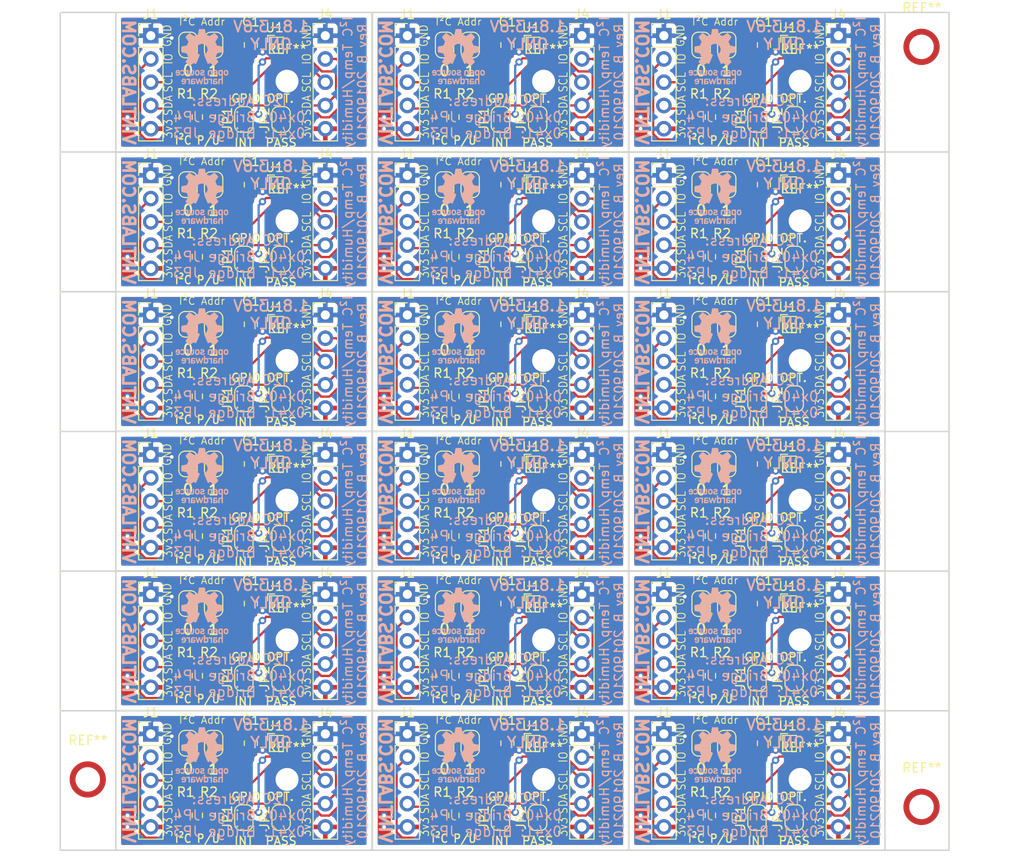
<source format=kicad_pcb>
(kicad_pcb (version 20171130) (host pcbnew 5.0.1)
  (layers (0 F.Cu signal) (31 B.Cu signal) (34 B.Paste user) (35 F.Paste user) (36 B.SilkS user) (37 F.SilkS user) (38 B.Mask user) (39 F.Mask user) (44 Edge.Cuts user))
  (net 0 "")
  (net 1 VDD)
  (net 2 SDA)
  (net 3 SCL)
  (net 4 Earth)
  (net 5 "Net-(JP1-Pad2)")
  (net 6 "Net-(JP3-Pad2)")
  (net 7 GPIO)
  (net 8 GPIO_PASSTHRU)
  (module Fiducial:Fiducial_Modern_CopperTop (layer F.Cu) (at 146 145)
    (fp_text reference REF** (at 0.03048 -4.26974) (layer F.SilkS))
    (fp_text value Fiducial_Modern_CopperTop)
    (fp_circle (center 0 0) (end 1.52908 0) (layer F.Cu) (width 0.381))
    (fp_circle (center 0 0) (end 1.7907 0) (layer F.Cu) (width 0.381))
  )
  (module Fiducial:Fiducial_Modern_CopperTop (layer F.Cu) (at 237 148)
    (fp_text reference REF** (at 0.03048 -4.26974) (layer F.SilkS))
    (fp_text value Fiducial_Modern_CopperTop)
    (fp_circle (center 0 0) (end 1.52908 0) (layer F.Cu) (width 0.381))
    (fp_circle (center 0 0) (end 1.7907 0) (layer F.Cu) (width 0.381))
  )
  (module Connector_PinHeader_2.54mm:PinHeader_1x05_P2.54mm_Vertical (layer F.Cu) (at 171.93 63.78)
    (fp_text reference J4 (at 0 -2.33) (layer F.SilkS))
    (fp_text value Conn_01x05)
    (pad 5 thru_hole oval (at 0 10.16) (size 1.7 1.7) (drill 1) (layers *.Cu *.Mask))
    (pad 4 thru_hole oval (at 0 7.62) (size 1.7 1.7) (drill 1) (layers *.Cu *.Mask))
    (pad 3 thru_hole oval (at 0 5.08) (size 1.7 1.7) (drill 1) (layers *.Cu *.Mask))
    (pad 2 thru_hole oval (at 0 2.54) (size 1.7 1.7) (drill 1) (layers *.Cu *.Mask))
    (pad 1 thru_hole rect (at 0 0) (size 1.7 1.7) (drill 1) (layers *.Cu *.Mask))
  )
  (module Connector_PinHeader_2.54mm:PinHeader_1x05_P2.54mm_Vertical (layer F.Cu) (at 171.93 79.03)
    (fp_text reference J4 (at 0 -2.33) (layer F.SilkS))
    (fp_text value Conn_01x05)
    (pad 5 thru_hole oval (at 0 10.16) (size 1.7 1.7) (drill 1) (layers *.Cu *.Mask))
    (pad 4 thru_hole oval (at 0 7.62) (size 1.7 1.7) (drill 1) (layers *.Cu *.Mask))
    (pad 3 thru_hole oval (at 0 5.08) (size 1.7 1.7) (drill 1) (layers *.Cu *.Mask))
    (pad 2 thru_hole oval (at 0 2.54) (size 1.7 1.7) (drill 1) (layers *.Cu *.Mask))
    (pad 1 thru_hole rect (at 0 0) (size 1.7 1.7) (drill 1) (layers *.Cu *.Mask))
  )
  (module Connector_PinHeader_2.54mm:PinHeader_1x05_P2.54mm_Vertical (layer F.Cu) (at 171.93 94.28)
    (fp_text reference J4 (at 0 -2.33) (layer F.SilkS))
    (fp_text value Conn_01x05)
    (pad 5 thru_hole oval (at 0 10.16) (size 1.7 1.7) (drill 1) (layers *.Cu *.Mask))
    (pad 4 thru_hole oval (at 0 7.62) (size 1.7 1.7) (drill 1) (layers *.Cu *.Mask))
    (pad 3 thru_hole oval (at 0 5.08) (size 1.7 1.7) (drill 1) (layers *.Cu *.Mask))
    (pad 2 thru_hole oval (at 0 2.54) (size 1.7 1.7) (drill 1) (layers *.Cu *.Mask))
    (pad 1 thru_hole rect (at 0 0) (size 1.7 1.7) (drill 1) (layers *.Cu *.Mask))
  )
  (module Connector_PinHeader_2.54mm:PinHeader_1x05_P2.54mm_Vertical (layer F.Cu) (at 171.93 109.53)
    (fp_text reference J4 (at 0 -2.33) (layer F.SilkS))
    (fp_text value Conn_01x05)
    (pad 5 thru_hole oval (at 0 10.16) (size 1.7 1.7) (drill 1) (layers *.Cu *.Mask))
    (pad 4 thru_hole oval (at 0 7.62) (size 1.7 1.7) (drill 1) (layers *.Cu *.Mask))
    (pad 3 thru_hole oval (at 0 5.08) (size 1.7 1.7) (drill 1) (layers *.Cu *.Mask))
    (pad 2 thru_hole oval (at 0 2.54) (size 1.7 1.7) (drill 1) (layers *.Cu *.Mask))
    (pad 1 thru_hole rect (at 0 0) (size 1.7 1.7) (drill 1) (layers *.Cu *.Mask))
  )
  (module Connector_PinHeader_2.54mm:PinHeader_1x05_P2.54mm_Vertical (layer F.Cu) (at 171.93 124.78)
    (fp_text reference J4 (at 0 -2.33) (layer F.SilkS))
    (fp_text value Conn_01x05)
    (pad 5 thru_hole oval (at 0 10.16) (size 1.7 1.7) (drill 1) (layers *.Cu *.Mask))
    (pad 4 thru_hole oval (at 0 7.62) (size 1.7 1.7) (drill 1) (layers *.Cu *.Mask))
    (pad 3 thru_hole oval (at 0 5.08) (size 1.7 1.7) (drill 1) (layers *.Cu *.Mask))
    (pad 2 thru_hole oval (at 0 2.54) (size 1.7 1.7) (drill 1) (layers *.Cu *.Mask))
    (pad 1 thru_hole rect (at 0 0) (size 1.7 1.7) (drill 1) (layers *.Cu *.Mask))
  )
  (module Connector_PinHeader_2.54mm:PinHeader_1x05_P2.54mm_Vertical (layer F.Cu) (at 171.93 140.03)
    (fp_text reference J4 (at 0 -2.33) (layer F.SilkS))
    (fp_text value Conn_01x05)
    (pad 5 thru_hole oval (at 0 10.16) (size 1.7 1.7) (drill 1) (layers *.Cu *.Mask))
    (pad 4 thru_hole oval (at 0 7.62) (size 1.7 1.7) (drill 1) (layers *.Cu *.Mask))
    (pad 3 thru_hole oval (at 0 5.08) (size 1.7 1.7) (drill 1) (layers *.Cu *.Mask))
    (pad 2 thru_hole oval (at 0 2.54) (size 1.7 1.7) (drill 1) (layers *.Cu *.Mask))
    (pad 1 thru_hole rect (at 0 0) (size 1.7 1.7) (drill 1) (layers *.Cu *.Mask))
  )
  (module Connector_PinHeader_2.54mm:PinHeader_1x05_P2.54mm_Vertical (layer F.Cu) (at 199.93 140.03)
    (fp_text reference J4 (at 0 -2.33) (layer F.SilkS))
    (fp_text value Conn_01x05)
    (pad 5 thru_hole oval (at 0 10.16) (size 1.7 1.7) (drill 1) (layers *.Cu *.Mask))
    (pad 4 thru_hole oval (at 0 7.62) (size 1.7 1.7) (drill 1) (layers *.Cu *.Mask))
    (pad 3 thru_hole oval (at 0 5.08) (size 1.7 1.7) (drill 1) (layers *.Cu *.Mask))
    (pad 2 thru_hole oval (at 0 2.54) (size 1.7 1.7) (drill 1) (layers *.Cu *.Mask))
    (pad 1 thru_hole rect (at 0 0) (size 1.7 1.7) (drill 1) (layers *.Cu *.Mask))
  )
  (module Connector_PinHeader_2.54mm:PinHeader_1x05_P2.54mm_Vertical (layer F.Cu) (at 199.93 124.78)
    (fp_text reference J4 (at 0 -2.33) (layer F.SilkS))
    (fp_text value Conn_01x05)
    (pad 5 thru_hole oval (at 0 10.16) (size 1.7 1.7) (drill 1) (layers *.Cu *.Mask))
    (pad 4 thru_hole oval (at 0 7.62) (size 1.7 1.7) (drill 1) (layers *.Cu *.Mask))
    (pad 3 thru_hole oval (at 0 5.08) (size 1.7 1.7) (drill 1) (layers *.Cu *.Mask))
    (pad 2 thru_hole oval (at 0 2.54) (size 1.7 1.7) (drill 1) (layers *.Cu *.Mask))
    (pad 1 thru_hole rect (at 0 0) (size 1.7 1.7) (drill 1) (layers *.Cu *.Mask))
  )
  (module Connector_PinHeader_2.54mm:PinHeader_1x05_P2.54mm_Vertical (layer F.Cu) (at 199.93 109.53)
    (fp_text reference J4 (at 0 -2.33) (layer F.SilkS))
    (fp_text value Conn_01x05)
    (pad 5 thru_hole oval (at 0 10.16) (size 1.7 1.7) (drill 1) (layers *.Cu *.Mask))
    (pad 4 thru_hole oval (at 0 7.62) (size 1.7 1.7) (drill 1) (layers *.Cu *.Mask))
    (pad 3 thru_hole oval (at 0 5.08) (size 1.7 1.7) (drill 1) (layers *.Cu *.Mask))
    (pad 2 thru_hole oval (at 0 2.54) (size 1.7 1.7) (drill 1) (layers *.Cu *.Mask))
    (pad 1 thru_hole rect (at 0 0) (size 1.7 1.7) (drill 1) (layers *.Cu *.Mask))
  )
  (module Connector_PinHeader_2.54mm:PinHeader_1x05_P2.54mm_Vertical (layer F.Cu) (at 199.93 94.28)
    (fp_text reference J4 (at 0 -2.33) (layer F.SilkS))
    (fp_text value Conn_01x05)
    (pad 5 thru_hole oval (at 0 10.16) (size 1.7 1.7) (drill 1) (layers *.Cu *.Mask))
    (pad 4 thru_hole oval (at 0 7.62) (size 1.7 1.7) (drill 1) (layers *.Cu *.Mask))
    (pad 3 thru_hole oval (at 0 5.08) (size 1.7 1.7) (drill 1) (layers *.Cu *.Mask))
    (pad 2 thru_hole oval (at 0 2.54) (size 1.7 1.7) (drill 1) (layers *.Cu *.Mask))
    (pad 1 thru_hole rect (at 0 0) (size 1.7 1.7) (drill 1) (layers *.Cu *.Mask))
  )
  (module Connector_PinHeader_2.54mm:PinHeader_1x05_P2.54mm_Vertical (layer F.Cu) (at 199.93 79.03)
    (fp_text reference J4 (at 0 -2.33) (layer F.SilkS))
    (fp_text value Conn_01x05)
    (pad 5 thru_hole oval (at 0 10.16) (size 1.7 1.7) (drill 1) (layers *.Cu *.Mask))
    (pad 4 thru_hole oval (at 0 7.62) (size 1.7 1.7) (drill 1) (layers *.Cu *.Mask))
    (pad 3 thru_hole oval (at 0 5.08) (size 1.7 1.7) (drill 1) (layers *.Cu *.Mask))
    (pad 2 thru_hole oval (at 0 2.54) (size 1.7 1.7) (drill 1) (layers *.Cu *.Mask))
    (pad 1 thru_hole rect (at 0 0) (size 1.7 1.7) (drill 1) (layers *.Cu *.Mask))
  )
  (module Connector_PinHeader_2.54mm:PinHeader_1x05_P2.54mm_Vertical (layer F.Cu) (at 199.93 63.78)
    (fp_text reference J4 (at 0 -2.33) (layer F.SilkS))
    (fp_text value Conn_01x05)
    (pad 5 thru_hole oval (at 0 10.16) (size 1.7 1.7) (drill 1) (layers *.Cu *.Mask))
    (pad 4 thru_hole oval (at 0 7.62) (size 1.7 1.7) (drill 1) (layers *.Cu *.Mask))
    (pad 3 thru_hole oval (at 0 5.08) (size 1.7 1.7) (drill 1) (layers *.Cu *.Mask))
    (pad 2 thru_hole oval (at 0 2.54) (size 1.7 1.7) (drill 1) (layers *.Cu *.Mask))
    (pad 1 thru_hole rect (at 0 0) (size 1.7 1.7) (drill 1) (layers *.Cu *.Mask))
  )
  (module Connector_PinHeader_2.54mm:PinHeader_1x05_P2.54mm_Vertical (layer F.Cu) (at 227.93 63.78)
    (fp_text reference J4 (at 0 -2.33) (layer F.SilkS))
    (fp_text value Conn_01x05)
    (pad 5 thru_hole oval (at 0 10.16) (size 1.7 1.7) (drill 1) (layers *.Cu *.Mask))
    (pad 4 thru_hole oval (at 0 7.62) (size 1.7 1.7) (drill 1) (layers *.Cu *.Mask))
    (pad 3 thru_hole oval (at 0 5.08) (size 1.7 1.7) (drill 1) (layers *.Cu *.Mask))
    (pad 2 thru_hole oval (at 0 2.54) (size 1.7 1.7) (drill 1) (layers *.Cu *.Mask))
    (pad 1 thru_hole rect (at 0 0) (size 1.7 1.7) (drill 1) (layers *.Cu *.Mask))
  )
  (module Connector_PinHeader_2.54mm:PinHeader_1x05_P2.54mm_Vertical (layer F.Cu) (at 227.93 79.03)
    (fp_text reference J4 (at 0 -2.33) (layer F.SilkS))
    (fp_text value Conn_01x05)
    (pad 5 thru_hole oval (at 0 10.16) (size 1.7 1.7) (drill 1) (layers *.Cu *.Mask))
    (pad 4 thru_hole oval (at 0 7.62) (size 1.7 1.7) (drill 1) (layers *.Cu *.Mask))
    (pad 3 thru_hole oval (at 0 5.08) (size 1.7 1.7) (drill 1) (layers *.Cu *.Mask))
    (pad 2 thru_hole oval (at 0 2.54) (size 1.7 1.7) (drill 1) (layers *.Cu *.Mask))
    (pad 1 thru_hole rect (at 0 0) (size 1.7 1.7) (drill 1) (layers *.Cu *.Mask))
  )
  (module Connector_PinHeader_2.54mm:PinHeader_1x05_P2.54mm_Vertical (layer F.Cu) (at 227.93 140.03)
    (fp_text reference J4 (at 0 -2.33) (layer F.SilkS))
    (fp_text value Conn_01x05)
    (pad 5 thru_hole oval (at 0 10.16) (size 1.7 1.7) (drill 1) (layers *.Cu *.Mask))
    (pad 4 thru_hole oval (at 0 7.62) (size 1.7 1.7) (drill 1) (layers *.Cu *.Mask))
    (pad 3 thru_hole oval (at 0 5.08) (size 1.7 1.7) (drill 1) (layers *.Cu *.Mask))
    (pad 2 thru_hole oval (at 0 2.54) (size 1.7 1.7) (drill 1) (layers *.Cu *.Mask))
    (pad 1 thru_hole rect (at 0 0) (size 1.7 1.7) (drill 1) (layers *.Cu *.Mask))
  )
  (module Connector_PinHeader_2.54mm:PinHeader_1x05_P2.54mm_Vertical (layer F.Cu) (at 227.93 124.78)
    (fp_text reference J4 (at 0 -2.33) (layer F.SilkS))
    (fp_text value Conn_01x05)
    (pad 5 thru_hole oval (at 0 10.16) (size 1.7 1.7) (drill 1) (layers *.Cu *.Mask))
    (pad 4 thru_hole oval (at 0 7.62) (size 1.7 1.7) (drill 1) (layers *.Cu *.Mask))
    (pad 3 thru_hole oval (at 0 5.08) (size 1.7 1.7) (drill 1) (layers *.Cu *.Mask))
    (pad 2 thru_hole oval (at 0 2.54) (size 1.7 1.7) (drill 1) (layers *.Cu *.Mask))
    (pad 1 thru_hole rect (at 0 0) (size 1.7 1.7) (drill 1) (layers *.Cu *.Mask))
  )
  (module Connector_PinHeader_2.54mm:PinHeader_1x05_P2.54mm_Vertical (layer F.Cu) (at 227.93 109.53)
    (fp_text reference J4 (at 0 -2.33) (layer F.SilkS))
    (fp_text value Conn_01x05)
    (pad 5 thru_hole oval (at 0 10.16) (size 1.7 1.7) (drill 1) (layers *.Cu *.Mask))
    (pad 4 thru_hole oval (at 0 7.62) (size 1.7 1.7) (drill 1) (layers *.Cu *.Mask))
    (pad 3 thru_hole oval (at 0 5.08) (size 1.7 1.7) (drill 1) (layers *.Cu *.Mask))
    (pad 2 thru_hole oval (at 0 2.54) (size 1.7 1.7) (drill 1) (layers *.Cu *.Mask))
    (pad 1 thru_hole rect (at 0 0) (size 1.7 1.7) (drill 1) (layers *.Cu *.Mask))
  )
  (module Connector_PinHeader_2.54mm:PinHeader_1x05_P2.54mm_Vertical (layer F.Cu) (at 227.93 94.28)
    (fp_text reference J4 (at 0 -2.33) (layer F.SilkS))
    (fp_text value Conn_01x05)
    (pad 5 thru_hole oval (at 0 10.16) (size 1.7 1.7) (drill 1) (layers *.Cu *.Mask) (net 1 VDD))
    (pad 4 thru_hole oval (at 0 7.62) (size 1.7 1.7) (drill 1) (layers *.Cu *.Mask) (net 2 SDA))
    (pad 3 thru_hole oval (at 0 5.08) (size 1.7 1.7) (drill 1) (layers *.Cu *.Mask) (net 3 SCL))
    (pad 2 thru_hole oval (at 0 2.54) (size 1.7 1.7) (drill 1) (layers *.Cu *.Mask) (net 8 GPIO_PASSTHRU))
    (pad 1 thru_hole rect (at 0 0) (size 1.7 1.7) (drill 1) (layers *.Cu *.Mask) (net 4 Earth))
  )
  (module Connector_PinHeader_2.54mm:PinHeader_1x05_P2.54mm_Vertical (layer F.Cu) (at 152.88 63.78)
    (fp_text reference J1 (at 0 -2.33) (layer F.SilkS))
    (fp_text value Conn_01x05)
    (pad 5 thru_hole oval (at 0 10.16) (size 1.7 1.7) (drill 1) (layers *.Cu *.Mask))
    (pad 4 thru_hole oval (at 0 7.62) (size 1.7 1.7) (drill 1) (layers *.Cu *.Mask))
    (pad 3 thru_hole oval (at 0 5.08) (size 1.7 1.7) (drill 1) (layers *.Cu *.Mask))
    (pad 2 thru_hole oval (at 0 2.54) (size 1.7 1.7) (drill 1) (layers *.Cu *.Mask))
    (pad 1 thru_hole rect (at 0 0) (size 1.7 1.7) (drill 1) (layers *.Cu *.Mask))
  )
  (module Connector_PinHeader_2.54mm:PinHeader_1x05_P2.54mm_Vertical (layer F.Cu) (at 152.88 79.03)
    (fp_text reference J1 (at 0 -2.33) (layer F.SilkS))
    (fp_text value Conn_01x05)
    (pad 5 thru_hole oval (at 0 10.16) (size 1.7 1.7) (drill 1) (layers *.Cu *.Mask))
    (pad 4 thru_hole oval (at 0 7.62) (size 1.7 1.7) (drill 1) (layers *.Cu *.Mask))
    (pad 3 thru_hole oval (at 0 5.08) (size 1.7 1.7) (drill 1) (layers *.Cu *.Mask))
    (pad 2 thru_hole oval (at 0 2.54) (size 1.7 1.7) (drill 1) (layers *.Cu *.Mask))
    (pad 1 thru_hole rect (at 0 0) (size 1.7 1.7) (drill 1) (layers *.Cu *.Mask))
  )
  (module Connector_PinHeader_2.54mm:PinHeader_1x05_P2.54mm_Vertical (layer F.Cu) (at 152.88 94.28)
    (fp_text reference J1 (at 0 -2.33) (layer F.SilkS))
    (fp_text value Conn_01x05)
    (pad 5 thru_hole oval (at 0 10.16) (size 1.7 1.7) (drill 1) (layers *.Cu *.Mask))
    (pad 4 thru_hole oval (at 0 7.62) (size 1.7 1.7) (drill 1) (layers *.Cu *.Mask))
    (pad 3 thru_hole oval (at 0 5.08) (size 1.7 1.7) (drill 1) (layers *.Cu *.Mask))
    (pad 2 thru_hole oval (at 0 2.54) (size 1.7 1.7) (drill 1) (layers *.Cu *.Mask))
    (pad 1 thru_hole rect (at 0 0) (size 1.7 1.7) (drill 1) (layers *.Cu *.Mask))
  )
  (module Connector_PinHeader_2.54mm:PinHeader_1x05_P2.54mm_Vertical (layer F.Cu) (at 152.88 109.53)
    (fp_text reference J1 (at 0 -2.33) (layer F.SilkS))
    (fp_text value Conn_01x05)
    (pad 5 thru_hole oval (at 0 10.16) (size 1.7 1.7) (drill 1) (layers *.Cu *.Mask))
    (pad 4 thru_hole oval (at 0 7.62) (size 1.7 1.7) (drill 1) (layers *.Cu *.Mask))
    (pad 3 thru_hole oval (at 0 5.08) (size 1.7 1.7) (drill 1) (layers *.Cu *.Mask))
    (pad 2 thru_hole oval (at 0 2.54) (size 1.7 1.7) (drill 1) (layers *.Cu *.Mask))
    (pad 1 thru_hole rect (at 0 0) (size 1.7 1.7) (drill 1) (layers *.Cu *.Mask))
  )
  (module Connector_PinHeader_2.54mm:PinHeader_1x05_P2.54mm_Vertical (layer F.Cu) (at 152.88 124.78)
    (fp_text reference J1 (at 0 -2.33) (layer F.SilkS))
    (fp_text value Conn_01x05)
    (pad 5 thru_hole oval (at 0 10.16) (size 1.7 1.7) (drill 1) (layers *.Cu *.Mask))
    (pad 4 thru_hole oval (at 0 7.62) (size 1.7 1.7) (drill 1) (layers *.Cu *.Mask))
    (pad 3 thru_hole oval (at 0 5.08) (size 1.7 1.7) (drill 1) (layers *.Cu *.Mask))
    (pad 2 thru_hole oval (at 0 2.54) (size 1.7 1.7) (drill 1) (layers *.Cu *.Mask))
    (pad 1 thru_hole rect (at 0 0) (size 1.7 1.7) (drill 1) (layers *.Cu *.Mask))
  )
  (module Connector_PinHeader_2.54mm:PinHeader_1x05_P2.54mm_Vertical (layer F.Cu) (at 152.88 140.03)
    (fp_text reference J1 (at 0 -2.33) (layer F.SilkS))
    (fp_text value Conn_01x05)
    (pad 5 thru_hole oval (at 0 10.16) (size 1.7 1.7) (drill 1) (layers *.Cu *.Mask))
    (pad 4 thru_hole oval (at 0 7.62) (size 1.7 1.7) (drill 1) (layers *.Cu *.Mask))
    (pad 3 thru_hole oval (at 0 5.08) (size 1.7 1.7) (drill 1) (layers *.Cu *.Mask))
    (pad 2 thru_hole oval (at 0 2.54) (size 1.7 1.7) (drill 1) (layers *.Cu *.Mask))
    (pad 1 thru_hole rect (at 0 0) (size 1.7 1.7) (drill 1) (layers *.Cu *.Mask))
  )
  (module Connector_PinHeader_2.54mm:PinHeader_1x05_P2.54mm_Vertical (layer F.Cu) (at 180.88 140.03)
    (fp_text reference J1 (at 0 -2.33) (layer F.SilkS))
    (fp_text value Conn_01x05)
    (pad 5 thru_hole oval (at 0 10.16) (size 1.7 1.7) (drill 1) (layers *.Cu *.Mask))
    (pad 4 thru_hole oval (at 0 7.62) (size 1.7 1.7) (drill 1) (layers *.Cu *.Mask))
    (pad 3 thru_hole oval (at 0 5.08) (size 1.7 1.7) (drill 1) (layers *.Cu *.Mask))
    (pad 2 thru_hole oval (at 0 2.54) (size 1.7 1.7) (drill 1) (layers *.Cu *.Mask))
    (pad 1 thru_hole rect (at 0 0) (size 1.7 1.7) (drill 1) (layers *.Cu *.Mask))
  )
  (module Connector_PinHeader_2.54mm:PinHeader_1x05_P2.54mm_Vertical (layer F.Cu) (at 180.88 124.78)
    (fp_text reference J1 (at 0 -2.33) (layer F.SilkS))
    (fp_text value Conn_01x05)
    (pad 5 thru_hole oval (at 0 10.16) (size 1.7 1.7) (drill 1) (layers *.Cu *.Mask))
    (pad 4 thru_hole oval (at 0 7.62) (size 1.7 1.7) (drill 1) (layers *.Cu *.Mask))
    (pad 3 thru_hole oval (at 0 5.08) (size 1.7 1.7) (drill 1) (layers *.Cu *.Mask))
    (pad 2 thru_hole oval (at 0 2.54) (size 1.7 1.7) (drill 1) (layers *.Cu *.Mask))
    (pad 1 thru_hole rect (at 0 0) (size 1.7 1.7) (drill 1) (layers *.Cu *.Mask))
  )
  (module Connector_PinHeader_2.54mm:PinHeader_1x05_P2.54mm_Vertical (layer F.Cu) (at 180.88 109.53)
    (fp_text reference J1 (at 0 -2.33) (layer F.SilkS))
    (fp_text value Conn_01x05)
    (pad 5 thru_hole oval (at 0 10.16) (size 1.7 1.7) (drill 1) (layers *.Cu *.Mask))
    (pad 4 thru_hole oval (at 0 7.62) (size 1.7 1.7) (drill 1) (layers *.Cu *.Mask))
    (pad 3 thru_hole oval (at 0 5.08) (size 1.7 1.7) (drill 1) (layers *.Cu *.Mask))
    (pad 2 thru_hole oval (at 0 2.54) (size 1.7 1.7) (drill 1) (layers *.Cu *.Mask))
    (pad 1 thru_hole rect (at 0 0) (size 1.7 1.7) (drill 1) (layers *.Cu *.Mask))
  )
  (module Connector_PinHeader_2.54mm:PinHeader_1x05_P2.54mm_Vertical (layer F.Cu) (at 180.88 94.28)
    (fp_text reference J1 (at 0 -2.33) (layer F.SilkS))
    (fp_text value Conn_01x05)
    (pad 5 thru_hole oval (at 0 10.16) (size 1.7 1.7) (drill 1) (layers *.Cu *.Mask))
    (pad 4 thru_hole oval (at 0 7.62) (size 1.7 1.7) (drill 1) (layers *.Cu *.Mask))
    (pad 3 thru_hole oval (at 0 5.08) (size 1.7 1.7) (drill 1) (layers *.Cu *.Mask))
    (pad 2 thru_hole oval (at 0 2.54) (size 1.7 1.7) (drill 1) (layers *.Cu *.Mask))
    (pad 1 thru_hole rect (at 0 0) (size 1.7 1.7) (drill 1) (layers *.Cu *.Mask))
  )
  (module Connector_PinHeader_2.54mm:PinHeader_1x05_P2.54mm_Vertical (layer F.Cu) (at 180.88 79.03)
    (fp_text reference J1 (at 0 -2.33) (layer F.SilkS))
    (fp_text value Conn_01x05)
    (pad 5 thru_hole oval (at 0 10.16) (size 1.7 1.7) (drill 1) (layers *.Cu *.Mask))
    (pad 4 thru_hole oval (at 0 7.62) (size 1.7 1.7) (drill 1) (layers *.Cu *.Mask))
    (pad 3 thru_hole oval (at 0 5.08) (size 1.7 1.7) (drill 1) (layers *.Cu *.Mask))
    (pad 2 thru_hole oval (at 0 2.54) (size 1.7 1.7) (drill 1) (layers *.Cu *.Mask))
    (pad 1 thru_hole rect (at 0 0) (size 1.7 1.7) (drill 1) (layers *.Cu *.Mask))
  )
  (module Connector_PinHeader_2.54mm:PinHeader_1x05_P2.54mm_Vertical (layer F.Cu) (at 180.88 63.78)
    (fp_text reference J1 (at 0 -2.33) (layer F.SilkS))
    (fp_text value Conn_01x05)
    (pad 5 thru_hole oval (at 0 10.16) (size 1.7 1.7) (drill 1) (layers *.Cu *.Mask))
    (pad 4 thru_hole oval (at 0 7.62) (size 1.7 1.7) (drill 1) (layers *.Cu *.Mask))
    (pad 3 thru_hole oval (at 0 5.08) (size 1.7 1.7) (drill 1) (layers *.Cu *.Mask))
    (pad 2 thru_hole oval (at 0 2.54) (size 1.7 1.7) (drill 1) (layers *.Cu *.Mask))
    (pad 1 thru_hole rect (at 0 0) (size 1.7 1.7) (drill 1) (layers *.Cu *.Mask))
  )
  (module Connector_PinHeader_2.54mm:PinHeader_1x05_P2.54mm_Vertical (layer F.Cu) (at 208.88 63.78)
    (fp_text reference J1 (at 0 -2.33) (layer F.SilkS))
    (fp_text value Conn_01x05)
    (pad 5 thru_hole oval (at 0 10.16) (size 1.7 1.7) (drill 1) (layers *.Cu *.Mask))
    (pad 4 thru_hole oval (at 0 7.62) (size 1.7 1.7) (drill 1) (layers *.Cu *.Mask))
    (pad 3 thru_hole oval (at 0 5.08) (size 1.7 1.7) (drill 1) (layers *.Cu *.Mask))
    (pad 2 thru_hole oval (at 0 2.54) (size 1.7 1.7) (drill 1) (layers *.Cu *.Mask))
    (pad 1 thru_hole rect (at 0 0) (size 1.7 1.7) (drill 1) (layers *.Cu *.Mask))
  )
  (module Connector_PinHeader_2.54mm:PinHeader_1x05_P2.54mm_Vertical (layer F.Cu) (at 208.88 79.03)
    (fp_text reference J1 (at 0 -2.33) (layer F.SilkS))
    (fp_text value Conn_01x05)
    (pad 5 thru_hole oval (at 0 10.16) (size 1.7 1.7) (drill 1) (layers *.Cu *.Mask))
    (pad 4 thru_hole oval (at 0 7.62) (size 1.7 1.7) (drill 1) (layers *.Cu *.Mask))
    (pad 3 thru_hole oval (at 0 5.08) (size 1.7 1.7) (drill 1) (layers *.Cu *.Mask))
    (pad 2 thru_hole oval (at 0 2.54) (size 1.7 1.7) (drill 1) (layers *.Cu *.Mask))
    (pad 1 thru_hole rect (at 0 0) (size 1.7 1.7) (drill 1) (layers *.Cu *.Mask))
  )
  (module Connector_PinHeader_2.54mm:PinHeader_1x05_P2.54mm_Vertical (layer F.Cu) (at 208.88 140.03)
    (fp_text reference J1 (at 0 -2.33) (layer F.SilkS))
    (fp_text value Conn_01x05)
    (pad 5 thru_hole oval (at 0 10.16) (size 1.7 1.7) (drill 1) (layers *.Cu *.Mask))
    (pad 4 thru_hole oval (at 0 7.62) (size 1.7 1.7) (drill 1) (layers *.Cu *.Mask))
    (pad 3 thru_hole oval (at 0 5.08) (size 1.7 1.7) (drill 1) (layers *.Cu *.Mask))
    (pad 2 thru_hole oval (at 0 2.54) (size 1.7 1.7) (drill 1) (layers *.Cu *.Mask))
    (pad 1 thru_hole rect (at 0 0) (size 1.7 1.7) (drill 1) (layers *.Cu *.Mask))
  )
  (module Connector_PinHeader_2.54mm:PinHeader_1x05_P2.54mm_Vertical (layer F.Cu) (at 208.88 124.78)
    (fp_text reference J1 (at 0 -2.33) (layer F.SilkS))
    (fp_text value Conn_01x05)
    (pad 5 thru_hole oval (at 0 10.16) (size 1.7 1.7) (drill 1) (layers *.Cu *.Mask))
    (pad 4 thru_hole oval (at 0 7.62) (size 1.7 1.7) (drill 1) (layers *.Cu *.Mask))
    (pad 3 thru_hole oval (at 0 5.08) (size 1.7 1.7) (drill 1) (layers *.Cu *.Mask))
    (pad 2 thru_hole oval (at 0 2.54) (size 1.7 1.7) (drill 1) (layers *.Cu *.Mask))
    (pad 1 thru_hole rect (at 0 0) (size 1.7 1.7) (drill 1) (layers *.Cu *.Mask))
  )
  (module Connector_PinHeader_2.54mm:PinHeader_1x05_P2.54mm_Vertical (layer F.Cu) (at 208.88 109.53)
    (fp_text reference J1 (at 0 -2.33) (layer F.SilkS))
    (fp_text value Conn_01x05)
    (pad 5 thru_hole oval (at 0 10.16) (size 1.7 1.7) (drill 1) (layers *.Cu *.Mask))
    (pad 4 thru_hole oval (at 0 7.62) (size 1.7 1.7) (drill 1) (layers *.Cu *.Mask))
    (pad 3 thru_hole oval (at 0 5.08) (size 1.7 1.7) (drill 1) (layers *.Cu *.Mask))
    (pad 2 thru_hole oval (at 0 2.54) (size 1.7 1.7) (drill 1) (layers *.Cu *.Mask))
    (pad 1 thru_hole rect (at 0 0) (size 1.7 1.7) (drill 1) (layers *.Cu *.Mask))
  )
  (module Connector_PinHeader_2.54mm:PinHeader_1x05_P2.54mm_Vertical (layer F.Cu) (at 208.88 94.28)
    (fp_text reference J1 (at 0 -2.33) (layer F.SilkS))
    (fp_text value Conn_01x05)
    (pad 5 thru_hole oval (at 0 10.16) (size 1.7 1.7) (drill 1) (layers *.Cu *.Mask) (net 1 VDD))
    (pad 4 thru_hole oval (at 0 7.62) (size 1.7 1.7) (drill 1) (layers *.Cu *.Mask) (net 2 SDA))
    (pad 3 thru_hole oval (at 0 5.08) (size 1.7 1.7) (drill 1) (layers *.Cu *.Mask) (net 3 SCL))
    (pad 2 thru_hole oval (at 0 2.54) (size 1.7 1.7) (drill 1) (layers *.Cu *.Mask) (net 7 GPIO))
    (pad 1 thru_hole rect (at 0 0) (size 1.7 1.7) (drill 1) (layers *.Cu *.Mask) (net 4 Earth))
  )
  (module Pi-Temp-Humidity:Texas_DSBGA-6 (layer F.Cu) (at 166.592 64.796)
    (fp_text reference U1 (at -0.2 -1.9) (layer F.SilkS))
    (fp_text value HDC2010)
    (pad B2 smd circle (at 0.5 0) (size 0.265 0.265) (layers F.Cu F.Mask))
    (pad B1 smd circle (at -0.5 0) (size 0.265 0.265) (layers F.Cu F.Mask))
    (pad A1 smd circle (at -0.5 -0.5) (size 0.265 0.265) (layers F.Cu F.Mask))
    (pad A2 smd circle (at 0.5 -0.5) (size 0.265 0.265) (layers F.Cu F.Mask))
    (pad C2 smd circle (at 0.5 0.5) (size 0.265 0.265) (layers F.Cu F.Mask))
    (pad C1 smd circle (at -0.5 0.5) (size 0.265 0.265) (layers F.Cu F.Mask))
  )
  (module Jumper:SolderJumper-2_P1.3mm_Bridged_RoundedPad1.0x1.5mm (layer F.Cu) (at 167.104 72.924 90)
    (fp_text reference JP2 (at 0 -1.8 90) (layer F.SilkS))
    (fp_text value SolderJumper_2_Bridged hide)
    (pad 2 smd custom (at 0.65 0 90) (size 1 0.5) (layers F.Cu F.Mask) (options (clearance outline) (anchor rect)) (primitives (gr_circle (center 0 0.25) (end 0.5 0.25) (width 0)) (gr_circle (center 0 -0.25) (end 0.5 -0.25) (width 0)) (gr_poly (pts (xy 0 -0.75) (xy -0.5 -0.75) (xy -0.5 0.75) (xy 0 0.75)) (width 0))))
    (pad 1 smd custom (at -0.65 0 90) (size 1 0.5) (layers F.Cu F.Mask) (options (clearance outline) (anchor rect)) (primitives (gr_circle (center 0 0.25) (end 0.5 0.25) (width 0)) (gr_circle (center 0 -0.25) (end 0.5 -0.25) (width 0)) (gr_poly (pts (xy 0 -0.75) (xy 0.5 -0.75) (xy 0.5 0.75) (xy 0 0.75)) (width 0)) (gr_poly (pts (xy 0.9 -0.3) (xy 0.4 -0.3) (xy 0.4 0.3) (xy 0.9 0.3)) (width 0))))
  )
  (module Jumper:SolderJumper-2_P1.3mm_Open_RoundedPad1.0x1.5mm (layer F.Cu) (at 163.04 72.924 90)
    (fp_text reference JP1 (at 0 -1.8 90) (layer F.SilkS))
    (fp_text value SolderJumper_2_Open hide)
    (pad 2 smd custom (at 0.65 0 90) (size 1 0.5) (layers F.Cu F.Mask) (options (clearance outline) (anchor rect)) (primitives (gr_circle (center 0 0.25) (end 0.5 0.25) (width 0)) (gr_circle (center 0 -0.25) (end 0.5 -0.25) (width 0)) (gr_poly (pts (xy 0 -0.75) (xy -0.5 -0.75) (xy -0.5 0.75) (xy 0 0.75)) (width 0))))
    (pad 1 smd custom (at -0.65 0 90) (size 1 0.5) (layers F.Cu F.Mask) (options (clearance outline) (anchor rect)) (primitives (gr_circle (center 0 0.25) (end 0.5 0.25) (width 0)) (gr_circle (center 0 -0.25) (end 0.5 -0.25) (width 0)) (gr_poly (pts (xy 0 -0.75) (xy 0.5 -0.75) (xy 0.5 0.75) (xy 0 0.75)) (width 0))))
  )
  (module Symbol:OSHW-Logo_5.7x6mm_SilkScreen (layer B.Cu) (at 158.468 66.066 180)
    (fp_text reference REF** hide)
    (fp_text value OSHW-Logo_5.7x6mm_SilkScreen hide)
  )
  (module Jumper:SolderJumper-2_P1.3mm_Open_RoundedPad1.0x1.5mm (layer F.Cu) (at 159.738 64.796 270)
    (fp_text reference JP3 hide)
    (fp_text value SolderJumper_2_Open hide)
    (pad 1 smd custom (at -0.65 0 270) (size 1 0.5) (layers F.Cu F.Mask) (options (clearance outline) (anchor rect)) (primitives (gr_circle (center 0 0.25) (end 0.5 0.25) (width 0)) (gr_circle (center 0 -0.25) (end 0.5 -0.25) (width 0)) (gr_poly (pts (xy 0 -0.75) (xy 0.5 -0.75) (xy 0.5 0.75) (xy 0 0.75)) (width 0))))
    (pad 2 smd custom (at 0.65 0 270) (size 1 0.5) (layers F.Cu F.Mask) (options (clearance outline) (anchor rect)) (primitives (gr_circle (center 0 0.25) (end 0.5 0.25) (width 0)) (gr_circle (center 0 -0.25) (end 0.5 -0.25) (width 0)) (gr_poly (pts (xy 0 -0.75) (xy -0.5 -0.75) (xy -0.5 0.75) (xy 0 0.75)) (width 0))))
  )
  (module Capacitor_SMD:C_0805_2012Metric (layer F.Cu) (at 163.802 64.796 270)
    (fp_text reference C1 (at -2.54 0) (layer F.SilkS))
    (fp_text value 0.1uF hide)
    (pad 2 smd roundrect (at 0.9375 0 270) (size 0.975 1.4) (layers F.Cu F.Paste F.Mask))
    (pad 1 smd roundrect (at -0.9375 0 270) (size 0.975 1.4) (layers F.Cu F.Paste F.Mask))
  )
  (module Jumper:SolderJumper-2_P1.3mm_Open_RoundedPad1.0x1.5mm (layer F.Cu) (at 156.944 64.796 90)
    (fp_text reference JP4 hide)
    (fp_text value SolderJumper_2_Open hide)
    (pad 2 smd custom (at 0.65 0 90) (size 1 0.5) (layers F.Cu F.Mask) (options (clearance outline) (anchor rect)) (primitives (gr_circle (center 0 0.25) (end 0.5 0.25) (width 0)) (gr_circle (center 0 -0.25) (end 0.5 -0.25) (width 0)) (gr_poly (pts (xy 0 -0.75) (xy -0.5 -0.75) (xy -0.5 0.75) (xy 0 0.75)) (width 0))))
    (pad 1 smd custom (at -0.65 0 90) (size 1 0.5) (layers F.Cu F.Mask) (options (clearance outline) (anchor rect)) (primitives (gr_circle (center 0 0.25) (end 0.5 0.25) (width 0)) (gr_circle (center 0 -0.25) (end 0.5 -0.25) (width 0)) (gr_poly (pts (xy 0 -0.75) (xy 0.5 -0.75) (xy 0.5 0.75) (xy 0 0.75)) (width 0))))
  )
  (module MountingHole:MountingHole_2.5mm (layer F.Cu) (at 167.75 68.75)
    (fp_text reference REF** (at 0 -3.5) (layer F.SilkS))
    (fp_text value MountingHole_2.5mm)
    (pad 1 np_thru_hole circle (at 0 0) (size 2.5 2.5) (drill 2.5) (layers *.Cu *.Mask))
  )
  (module Resistor_SMD:R_0805_2012Metric (layer F.Cu) (at 159.23 72.67 90)
    (fp_text reference R2 (at 2.54 0 180) (layer F.SilkS))
    (fp_text value 10k hide)
    (pad 1 smd roundrect (at -0.9375 0 90) (size 0.975 1.4) (layers F.Cu F.Paste F.Mask))
    (pad 2 smd roundrect (at 0.9375 0 90) (size 0.975 1.4) (layers F.Cu F.Paste F.Mask))
  )
  (module Resistor_SMD:R_0805_2012Metric (layer F.Cu) (at 156.69 72.67 90)
    (fp_text reference R1 (at 2.54 0 180) (layer F.SilkS))
    (fp_text value 10k hide)
    (pad 2 smd roundrect (at 0.9375 0 90) (size 0.975 1.4) (layers F.Cu F.Paste F.Mask))
    (pad 1 smd roundrect (at -0.9375 0 90) (size 0.975 1.4) (layers F.Cu F.Paste F.Mask))
  )
  (module Fiducial:Fiducial_0.75mm_Dia_1.5mm_Outer (layer F.Cu) (at 174.724 73.94)
    (fp_text reference REF** hide)
    (fp_text value Fiducial_0.75mm_Dia_1.5mm_Outer hide)
    (pad ~ smd circle (at 0 0) (size 0.75 0.75) (layers F.Cu F.Mask) (clearance 0.375))
  )
  (module Pi-Temp-Humidity:Texas_DSBGA-6 (layer F.Cu) (at 166.592 80.046)
    (fp_text reference U1 (at -0.2 -1.9) (layer F.SilkS))
    (fp_text value HDC2010)
    (pad B2 smd circle (at 0.5 0) (size 0.265 0.265) (layers F.Cu F.Mask))
    (pad B1 smd circle (at -0.5 0) (size 0.265 0.265) (layers F.Cu F.Mask))
    (pad A1 smd circle (at -0.5 -0.5) (size 0.265 0.265) (layers F.Cu F.Mask))
    (pad A2 smd circle (at 0.5 -0.5) (size 0.265 0.265) (layers F.Cu F.Mask))
    (pad C2 smd circle (at 0.5 0.5) (size 0.265 0.265) (layers F.Cu F.Mask))
    (pad C1 smd circle (at -0.5 0.5) (size 0.265 0.265) (layers F.Cu F.Mask))
  )
  (module Jumper:SolderJumper-2_P1.3mm_Bridged_RoundedPad1.0x1.5mm (layer F.Cu) (at 167.104 88.174 90)
    (fp_text reference JP2 (at 0 -1.8 90) (layer F.SilkS))
    (fp_text value SolderJumper_2_Bridged hide)
    (pad 2 smd custom (at 0.65 0 90) (size 1 0.5) (layers F.Cu F.Mask) (options (clearance outline) (anchor rect)) (primitives (gr_circle (center 0 0.25) (end 0.5 0.25) (width 0)) (gr_circle (center 0 -0.25) (end 0.5 -0.25) (width 0)) (gr_poly (pts (xy 0 -0.75) (xy -0.5 -0.75) (xy -0.5 0.75) (xy 0 0.75)) (width 0))))
    (pad 1 smd custom (at -0.65 0 90) (size 1 0.5) (layers F.Cu F.Mask) (options (clearance outline) (anchor rect)) (primitives (gr_circle (center 0 0.25) (end 0.5 0.25) (width 0)) (gr_circle (center 0 -0.25) (end 0.5 -0.25) (width 0)) (gr_poly (pts (xy 0 -0.75) (xy 0.5 -0.75) (xy 0.5 0.75) (xy 0 0.75)) (width 0)) (gr_poly (pts (xy 0.9 -0.3) (xy 0.4 -0.3) (xy 0.4 0.3) (xy 0.9 0.3)) (width 0))))
  )
  (module Jumper:SolderJumper-2_P1.3mm_Open_RoundedPad1.0x1.5mm (layer F.Cu) (at 163.04 88.174 90)
    (fp_text reference JP1 (at 0 -1.8 90) (layer F.SilkS))
    (fp_text value SolderJumper_2_Open hide)
    (pad 2 smd custom (at 0.65 0 90) (size 1 0.5) (layers F.Cu F.Mask) (options (clearance outline) (anchor rect)) (primitives (gr_circle (center 0 0.25) (end 0.5 0.25) (width 0)) (gr_circle (center 0 -0.25) (end 0.5 -0.25) (width 0)) (gr_poly (pts (xy 0 -0.75) (xy -0.5 -0.75) (xy -0.5 0.75) (xy 0 0.75)) (width 0))))
    (pad 1 smd custom (at -0.65 0 90) (size 1 0.5) (layers F.Cu F.Mask) (options (clearance outline) (anchor rect)) (primitives (gr_circle (center 0 0.25) (end 0.5 0.25) (width 0)) (gr_circle (center 0 -0.25) (end 0.5 -0.25) (width 0)) (gr_poly (pts (xy 0 -0.75) (xy 0.5 -0.75) (xy 0.5 0.75) (xy 0 0.75)) (width 0))))
  )
  (module Symbol:OSHW-Logo_5.7x6mm_SilkScreen (layer B.Cu) (at 158.468 81.316 180)
    (fp_text reference REF** hide)
    (fp_text value OSHW-Logo_5.7x6mm_SilkScreen hide)
  )
  (module Jumper:SolderJumper-2_P1.3mm_Open_RoundedPad1.0x1.5mm (layer F.Cu) (at 159.738 80.046 270)
    (fp_text reference JP3 hide)
    (fp_text value SolderJumper_2_Open hide)
    (pad 1 smd custom (at -0.65 0 270) (size 1 0.5) (layers F.Cu F.Mask) (options (clearance outline) (anchor rect)) (primitives (gr_circle (center 0 0.25) (end 0.5 0.25) (width 0)) (gr_circle (center 0 -0.25) (end 0.5 -0.25) (width 0)) (gr_poly (pts (xy 0 -0.75) (xy 0.5 -0.75) (xy 0.5 0.75) (xy 0 0.75)) (width 0))))
    (pad 2 smd custom (at 0.65 0 270) (size 1 0.5) (layers F.Cu F.Mask) (options (clearance outline) (anchor rect)) (primitives (gr_circle (center 0 0.25) (end 0.5 0.25) (width 0)) (gr_circle (center 0 -0.25) (end 0.5 -0.25) (width 0)) (gr_poly (pts (xy 0 -0.75) (xy -0.5 -0.75) (xy -0.5 0.75) (xy 0 0.75)) (width 0))))
  )
  (module Capacitor_SMD:C_0805_2012Metric (layer F.Cu) (at 163.802 80.046 270)
    (fp_text reference C1 (at -2.54 0) (layer F.SilkS))
    (fp_text value 0.1uF hide)
    (pad 2 smd roundrect (at 0.9375 0 270) (size 0.975 1.4) (layers F.Cu F.Paste F.Mask))
    (pad 1 smd roundrect (at -0.9375 0 270) (size 0.975 1.4) (layers F.Cu F.Paste F.Mask))
  )
  (module Jumper:SolderJumper-2_P1.3mm_Open_RoundedPad1.0x1.5mm (layer F.Cu) (at 156.944 80.046 90)
    (fp_text reference JP4 hide)
    (fp_text value SolderJumper_2_Open hide)
    (pad 2 smd custom (at 0.65 0 90) (size 1 0.5) (layers F.Cu F.Mask) (options (clearance outline) (anchor rect)) (primitives (gr_circle (center 0 0.25) (end 0.5 0.25) (width 0)) (gr_circle (center 0 -0.25) (end 0.5 -0.25) (width 0)) (gr_poly (pts (xy 0 -0.75) (xy -0.5 -0.75) (xy -0.5 0.75) (xy 0 0.75)) (width 0))))
    (pad 1 smd custom (at -0.65 0 90) (size 1 0.5) (layers F.Cu F.Mask) (options (clearance outline) (anchor rect)) (primitives (gr_circle (center 0 0.25) (end 0.5 0.25) (width 0)) (gr_circle (center 0 -0.25) (end 0.5 -0.25) (width 0)) (gr_poly (pts (xy 0 -0.75) (xy 0.5 -0.75) (xy 0.5 0.75) (xy 0 0.75)) (width 0))))
  )
  (module MountingHole:MountingHole_2.5mm (layer F.Cu) (at 167.75 84)
    (fp_text reference REF** (at 0 -3.5) (layer F.SilkS))
    (fp_text value MountingHole_2.5mm)
    (pad 1 np_thru_hole circle (at 0 0) (size 2.5 2.5) (drill 2.5) (layers *.Cu *.Mask))
  )
  (module Resistor_SMD:R_0805_2012Metric (layer F.Cu) (at 159.23 87.92 90)
    (fp_text reference R2 (at 2.54 0 180) (layer F.SilkS))
    (fp_text value 10k hide)
    (pad 1 smd roundrect (at -0.9375 0 90) (size 0.975 1.4) (layers F.Cu F.Paste F.Mask))
    (pad 2 smd roundrect (at 0.9375 0 90) (size 0.975 1.4) (layers F.Cu F.Paste F.Mask))
  )
  (module Resistor_SMD:R_0805_2012Metric (layer F.Cu) (at 156.69 87.92 90)
    (fp_text reference R1 (at 2.54 0 180) (layer F.SilkS))
    (fp_text value 10k hide)
    (pad 2 smd roundrect (at 0.9375 0 90) (size 0.975 1.4) (layers F.Cu F.Paste F.Mask))
    (pad 1 smd roundrect (at -0.9375 0 90) (size 0.975 1.4) (layers F.Cu F.Paste F.Mask))
  )
  (module Fiducial:Fiducial_0.75mm_Dia_1.5mm_Outer (layer F.Cu) (at 174.724 89.19)
    (fp_text reference REF** hide)
    (fp_text value Fiducial_0.75mm_Dia_1.5mm_Outer hide)
    (pad ~ smd circle (at 0 0) (size 0.75 0.75) (layers F.Cu F.Mask) (clearance 0.375))
  )
  (module Pi-Temp-Humidity:Texas_DSBGA-6 (layer F.Cu) (at 166.592 95.296)
    (fp_text reference U1 (at -0.2 -1.9) (layer F.SilkS))
    (fp_text value HDC2010)
    (pad B2 smd circle (at 0.5 0) (size 0.265 0.265) (layers F.Cu F.Mask))
    (pad B1 smd circle (at -0.5 0) (size 0.265 0.265) (layers F.Cu F.Mask))
    (pad A1 smd circle (at -0.5 -0.5) (size 0.265 0.265) (layers F.Cu F.Mask))
    (pad A2 smd circle (at 0.5 -0.5) (size 0.265 0.265) (layers F.Cu F.Mask))
    (pad C2 smd circle (at 0.5 0.5) (size 0.265 0.265) (layers F.Cu F.Mask))
    (pad C1 smd circle (at -0.5 0.5) (size 0.265 0.265) (layers F.Cu F.Mask))
  )
  (module Jumper:SolderJumper-2_P1.3mm_Bridged_RoundedPad1.0x1.5mm (layer F.Cu) (at 167.104 103.424 90)
    (fp_text reference JP2 (at 0 -1.8 90) (layer F.SilkS))
    (fp_text value SolderJumper_2_Bridged hide)
    (pad 2 smd custom (at 0.65 0 90) (size 1 0.5) (layers F.Cu F.Mask) (options (clearance outline) (anchor rect)) (primitives (gr_circle (center 0 0.25) (end 0.5 0.25) (width 0)) (gr_circle (center 0 -0.25) (end 0.5 -0.25) (width 0)) (gr_poly (pts (xy 0 -0.75) (xy -0.5 -0.75) (xy -0.5 0.75) (xy 0 0.75)) (width 0))))
    (pad 1 smd custom (at -0.65 0 90) (size 1 0.5) (layers F.Cu F.Mask) (options (clearance outline) (anchor rect)) (primitives (gr_circle (center 0 0.25) (end 0.5 0.25) (width 0)) (gr_circle (center 0 -0.25) (end 0.5 -0.25) (width 0)) (gr_poly (pts (xy 0 -0.75) (xy 0.5 -0.75) (xy 0.5 0.75) (xy 0 0.75)) (width 0)) (gr_poly (pts (xy 0.9 -0.3) (xy 0.4 -0.3) (xy 0.4 0.3) (xy 0.9 0.3)) (width 0))))
  )
  (module Jumper:SolderJumper-2_P1.3mm_Open_RoundedPad1.0x1.5mm (layer F.Cu) (at 163.04 103.424 90)
    (fp_text reference JP1 (at 0 -1.8 90) (layer F.SilkS))
    (fp_text value SolderJumper_2_Open hide)
    (pad 2 smd custom (at 0.65 0 90) (size 1 0.5) (layers F.Cu F.Mask) (options (clearance outline) (anchor rect)) (primitives (gr_circle (center 0 0.25) (end 0.5 0.25) (width 0)) (gr_circle (center 0 -0.25) (end 0.5 -0.25) (width 0)) (gr_poly (pts (xy 0 -0.75) (xy -0.5 -0.75) (xy -0.5 0.75) (xy 0 0.75)) (width 0))))
    (pad 1 smd custom (at -0.65 0 90) (size 1 0.5) (layers F.Cu F.Mask) (options (clearance outline) (anchor rect)) (primitives (gr_circle (center 0 0.25) (end 0.5 0.25) (width 0)) (gr_circle (center 0 -0.25) (end 0.5 -0.25) (width 0)) (gr_poly (pts (xy 0 -0.75) (xy 0.5 -0.75) (xy 0.5 0.75) (xy 0 0.75)) (width 0))))
  )
  (module Symbol:OSHW-Logo_5.7x6mm_SilkScreen (layer B.Cu) (at 158.468 96.566 180)
    (fp_text reference REF** hide)
    (fp_text value OSHW-Logo_5.7x6mm_SilkScreen hide)
  )
  (module Jumper:SolderJumper-2_P1.3mm_Open_RoundedPad1.0x1.5mm (layer F.Cu) (at 159.738 95.296 270)
    (fp_text reference JP3 hide)
    (fp_text value SolderJumper_2_Open hide)
    (pad 1 smd custom (at -0.65 0 270) (size 1 0.5) (layers F.Cu F.Mask) (options (clearance outline) (anchor rect)) (primitives (gr_circle (center 0 0.25) (end 0.5 0.25) (width 0)) (gr_circle (center 0 -0.25) (end 0.5 -0.25) (width 0)) (gr_poly (pts (xy 0 -0.75) (xy 0.5 -0.75) (xy 0.5 0.75) (xy 0 0.75)) (width 0))))
    (pad 2 smd custom (at 0.65 0 270) (size 1 0.5) (layers F.Cu F.Mask) (options (clearance outline) (anchor rect)) (primitives (gr_circle (center 0 0.25) (end 0.5 0.25) (width 0)) (gr_circle (center 0 -0.25) (end 0.5 -0.25) (width 0)) (gr_poly (pts (xy 0 -0.75) (xy -0.5 -0.75) (xy -0.5 0.75) (xy 0 0.75)) (width 0))))
  )
  (module Capacitor_SMD:C_0805_2012Metric (layer F.Cu) (at 163.802 95.296 270)
    (fp_text reference C1 (at -2.54 0) (layer F.SilkS))
    (fp_text value 0.1uF hide)
    (pad 2 smd roundrect (at 0.9375 0 270) (size 0.975 1.4) (layers F.Cu F.Paste F.Mask))
    (pad 1 smd roundrect (at -0.9375 0 270) (size 0.975 1.4) (layers F.Cu F.Paste F.Mask))
  )
  (module Jumper:SolderJumper-2_P1.3mm_Open_RoundedPad1.0x1.5mm (layer F.Cu) (at 156.944 95.296 90)
    (fp_text reference JP4 hide)
    (fp_text value SolderJumper_2_Open hide)
    (pad 2 smd custom (at 0.65 0 90) (size 1 0.5) (layers F.Cu F.Mask) (options (clearance outline) (anchor rect)) (primitives (gr_circle (center 0 0.25) (end 0.5 0.25) (width 0)) (gr_circle (center 0 -0.25) (end 0.5 -0.25) (width 0)) (gr_poly (pts (xy 0 -0.75) (xy -0.5 -0.75) (xy -0.5 0.75) (xy 0 0.75)) (width 0))))
    (pad 1 smd custom (at -0.65 0 90) (size 1 0.5) (layers F.Cu F.Mask) (options (clearance outline) (anchor rect)) (primitives (gr_circle (center 0 0.25) (end 0.5 0.25) (width 0)) (gr_circle (center 0 -0.25) (end 0.5 -0.25) (width 0)) (gr_poly (pts (xy 0 -0.75) (xy 0.5 -0.75) (xy 0.5 0.75) (xy 0 0.75)) (width 0))))
  )
  (module MountingHole:MountingHole_2.5mm (layer F.Cu) (at 167.75 99.25)
    (fp_text reference REF** (at 0 -3.5) (layer F.SilkS))
    (fp_text value MountingHole_2.5mm)
    (pad 1 np_thru_hole circle (at 0 0) (size 2.5 2.5) (drill 2.5) (layers *.Cu *.Mask))
  )
  (module Resistor_SMD:R_0805_2012Metric (layer F.Cu) (at 159.23 103.17 90)
    (fp_text reference R2 (at 2.54 0 180) (layer F.SilkS))
    (fp_text value 10k hide)
    (pad 1 smd roundrect (at -0.9375 0 90) (size 0.975 1.4) (layers F.Cu F.Paste F.Mask))
    (pad 2 smd roundrect (at 0.9375 0 90) (size 0.975 1.4) (layers F.Cu F.Paste F.Mask))
  )
  (module Resistor_SMD:R_0805_2012Metric (layer F.Cu) (at 156.69 103.17 90)
    (fp_text reference R1 (at 2.54 0 180) (layer F.SilkS))
    (fp_text value 10k hide)
    (pad 2 smd roundrect (at 0.9375 0 90) (size 0.975 1.4) (layers F.Cu F.Paste F.Mask))
    (pad 1 smd roundrect (at -0.9375 0 90) (size 0.975 1.4) (layers F.Cu F.Paste F.Mask))
  )
  (module Fiducial:Fiducial_0.75mm_Dia_1.5mm_Outer (layer F.Cu) (at 174.724 104.44)
    (fp_text reference REF** hide)
    (fp_text value Fiducial_0.75mm_Dia_1.5mm_Outer hide)
    (pad ~ smd circle (at 0 0) (size 0.75 0.75) (layers F.Cu F.Mask) (clearance 0.375))
  )
  (module Pi-Temp-Humidity:Texas_DSBGA-6 (layer F.Cu) (at 166.592 110.546)
    (fp_text reference U1 (at -0.2 -1.9) (layer F.SilkS))
    (fp_text value HDC2010)
    (pad B2 smd circle (at 0.5 0) (size 0.265 0.265) (layers F.Cu F.Mask))
    (pad B1 smd circle (at -0.5 0) (size 0.265 0.265) (layers F.Cu F.Mask))
    (pad A1 smd circle (at -0.5 -0.5) (size 0.265 0.265) (layers F.Cu F.Mask))
    (pad A2 smd circle (at 0.5 -0.5) (size 0.265 0.265) (layers F.Cu F.Mask))
    (pad C2 smd circle (at 0.5 0.5) (size 0.265 0.265) (layers F.Cu F.Mask))
    (pad C1 smd circle (at -0.5 0.5) (size 0.265 0.265) (layers F.Cu F.Mask))
  )
  (module Jumper:SolderJumper-2_P1.3mm_Bridged_RoundedPad1.0x1.5mm (layer F.Cu) (at 167.104 118.674 90)
    (fp_text reference JP2 (at 0 -1.8 90) (layer F.SilkS))
    (fp_text value SolderJumper_2_Bridged hide)
    (pad 2 smd custom (at 0.65 0 90) (size 1 0.5) (layers F.Cu F.Mask) (options (clearance outline) (anchor rect)) (primitives (gr_circle (center 0 0.25) (end 0.5 0.25) (width 0)) (gr_circle (center 0 -0.25) (end 0.5 -0.25) (width 0)) (gr_poly (pts (xy 0 -0.75) (xy -0.5 -0.75) (xy -0.5 0.75) (xy 0 0.75)) (width 0))))
    (pad 1 smd custom (at -0.65 0 90) (size 1 0.5) (layers F.Cu F.Mask) (options (clearance outline) (anchor rect)) (primitives (gr_circle (center 0 0.25) (end 0.5 0.25) (width 0)) (gr_circle (center 0 -0.25) (end 0.5 -0.25) (width 0)) (gr_poly (pts (xy 0 -0.75) (xy 0.5 -0.75) (xy 0.5 0.75) (xy 0 0.75)) (width 0)) (gr_poly (pts (xy 0.9 -0.3) (xy 0.4 -0.3) (xy 0.4 0.3) (xy 0.9 0.3)) (width 0))))
  )
  (module Jumper:SolderJumper-2_P1.3mm_Open_RoundedPad1.0x1.5mm (layer F.Cu) (at 163.04 118.674 90)
    (fp_text reference JP1 (at 0 -1.8 90) (layer F.SilkS))
    (fp_text value SolderJumper_2_Open hide)
    (pad 2 smd custom (at 0.65 0 90) (size 1 0.5) (layers F.Cu F.Mask) (options (clearance outline) (anchor rect)) (primitives (gr_circle (center 0 0.25) (end 0.5 0.25) (width 0)) (gr_circle (center 0 -0.25) (end 0.5 -0.25) (width 0)) (gr_poly (pts (xy 0 -0.75) (xy -0.5 -0.75) (xy -0.5 0.75) (xy 0 0.75)) (width 0))))
    (pad 1 smd custom (at -0.65 0 90) (size 1 0.5) (layers F.Cu F.Mask) (options (clearance outline) (anchor rect)) (primitives (gr_circle (center 0 0.25) (end 0.5 0.25) (width 0)) (gr_circle (center 0 -0.25) (end 0.5 -0.25) (width 0)) (gr_poly (pts (xy 0 -0.75) (xy 0.5 -0.75) (xy 0.5 0.75) (xy 0 0.75)) (width 0))))
  )
  (module Symbol:OSHW-Logo_5.7x6mm_SilkScreen (layer B.Cu) (at 158.468 111.816 180)
    (fp_text reference REF** hide)
    (fp_text value OSHW-Logo_5.7x6mm_SilkScreen hide)
  )
  (module Jumper:SolderJumper-2_P1.3mm_Open_RoundedPad1.0x1.5mm (layer F.Cu) (at 159.738 110.546 270)
    (fp_text reference JP3 hide)
    (fp_text value SolderJumper_2_Open hide)
    (pad 1 smd custom (at -0.65 0 270) (size 1 0.5) (layers F.Cu F.Mask) (options (clearance outline) (anchor rect)) (primitives (gr_circle (center 0 0.25) (end 0.5 0.25) (width 0)) (gr_circle (center 0 -0.25) (end 0.5 -0.25) (width 0)) (gr_poly (pts (xy 0 -0.75) (xy 0.5 -0.75) (xy 0.5 0.75) (xy 0 0.75)) (width 0))))
    (pad 2 smd custom (at 0.65 0 270) (size 1 0.5) (layers F.Cu F.Mask) (options (clearance outline) (anchor rect)) (primitives (gr_circle (center 0 0.25) (end 0.5 0.25) (width 0)) (gr_circle (center 0 -0.25) (end 0.5 -0.25) (width 0)) (gr_poly (pts (xy 0 -0.75) (xy -0.5 -0.75) (xy -0.5 0.75) (xy 0 0.75)) (width 0))))
  )
  (module Capacitor_SMD:C_0805_2012Metric (layer F.Cu) (at 163.802 110.546 270)
    (fp_text reference C1 (at -2.54 0) (layer F.SilkS))
    (fp_text value 0.1uF hide)
    (pad 2 smd roundrect (at 0.9375 0 270) (size 0.975 1.4) (layers F.Cu F.Paste F.Mask))
    (pad 1 smd roundrect (at -0.9375 0 270) (size 0.975 1.4) (layers F.Cu F.Paste F.Mask))
  )
  (module Jumper:SolderJumper-2_P1.3mm_Open_RoundedPad1.0x1.5mm (layer F.Cu) (at 156.944 110.546 90)
    (fp_text reference JP4 hide)
    (fp_text value SolderJumper_2_Open hide)
    (pad 2 smd custom (at 0.65 0 90) (size 1 0.5) (layers F.Cu F.Mask) (options (clearance outline) (anchor rect)) (primitives (gr_circle (center 0 0.25) (end 0.5 0.25) (width 0)) (gr_circle (center 0 -0.25) (end 0.5 -0.25) (width 0)) (gr_poly (pts (xy 0 -0.75) (xy -0.5 -0.75) (xy -0.5 0.75) (xy 0 0.75)) (width 0))))
    (pad 1 smd custom (at -0.65 0 90) (size 1 0.5) (layers F.Cu F.Mask) (options (clearance outline) (anchor rect)) (primitives (gr_circle (center 0 0.25) (end 0.5 0.25) (width 0)) (gr_circle (center 0 -0.25) (end 0.5 -0.25) (width 0)) (gr_poly (pts (xy 0 -0.75) (xy 0.5 -0.75) (xy 0.5 0.75) (xy 0 0.75)) (width 0))))
  )
  (module MountingHole:MountingHole_2.5mm (layer F.Cu) (at 167.75 114.5)
    (fp_text reference REF** (at 0 -3.5) (layer F.SilkS))
    (fp_text value MountingHole_2.5mm)
    (pad 1 np_thru_hole circle (at 0 0) (size 2.5 2.5) (drill 2.5) (layers *.Cu *.Mask))
  )
  (module Resistor_SMD:R_0805_2012Metric (layer F.Cu) (at 159.23 118.42 90)
    (fp_text reference R2 (at 2.54 0 180) (layer F.SilkS))
    (fp_text value 10k hide)
    (pad 1 smd roundrect (at -0.9375 0 90) (size 0.975 1.4) (layers F.Cu F.Paste F.Mask))
    (pad 2 smd roundrect (at 0.9375 0 90) (size 0.975 1.4) (layers F.Cu F.Paste F.Mask))
  )
  (module Resistor_SMD:R_0805_2012Metric (layer F.Cu) (at 156.69 118.42 90)
    (fp_text reference R1 (at 2.54 0 180) (layer F.SilkS))
    (fp_text value 10k hide)
    (pad 2 smd roundrect (at 0.9375 0 90) (size 0.975 1.4) (layers F.Cu F.Paste F.Mask))
    (pad 1 smd roundrect (at -0.9375 0 90) (size 0.975 1.4) (layers F.Cu F.Paste F.Mask))
  )
  (module Fiducial:Fiducial_0.75mm_Dia_1.5mm_Outer (layer F.Cu) (at 174.724 119.69)
    (fp_text reference REF** hide)
    (fp_text value Fiducial_0.75mm_Dia_1.5mm_Outer hide)
    (pad ~ smd circle (at 0 0) (size 0.75 0.75) (layers F.Cu F.Mask) (clearance 0.375))
  )
  (module Pi-Temp-Humidity:Texas_DSBGA-6 (layer F.Cu) (at 166.592 125.796)
    (fp_text reference U1 (at -0.2 -1.9) (layer F.SilkS))
    (fp_text value HDC2010)
    (pad B2 smd circle (at 0.5 0) (size 0.265 0.265) (layers F.Cu F.Mask))
    (pad B1 smd circle (at -0.5 0) (size 0.265 0.265) (layers F.Cu F.Mask))
    (pad A1 smd circle (at -0.5 -0.5) (size 0.265 0.265) (layers F.Cu F.Mask))
    (pad A2 smd circle (at 0.5 -0.5) (size 0.265 0.265) (layers F.Cu F.Mask))
    (pad C2 smd circle (at 0.5 0.5) (size 0.265 0.265) (layers F.Cu F.Mask))
    (pad C1 smd circle (at -0.5 0.5) (size 0.265 0.265) (layers F.Cu F.Mask))
  )
  (module Jumper:SolderJumper-2_P1.3mm_Bridged_RoundedPad1.0x1.5mm (layer F.Cu) (at 167.104 133.924 90)
    (fp_text reference JP2 (at 0 -1.8 90) (layer F.SilkS))
    (fp_text value SolderJumper_2_Bridged hide)
    (pad 2 smd custom (at 0.65 0 90) (size 1 0.5) (layers F.Cu F.Mask) (options (clearance outline) (anchor rect)) (primitives (gr_circle (center 0 0.25) (end 0.5 0.25) (width 0)) (gr_circle (center 0 -0.25) (end 0.5 -0.25) (width 0)) (gr_poly (pts (xy 0 -0.75) (xy -0.5 -0.75) (xy -0.5 0.75) (xy 0 0.75)) (width 0))))
    (pad 1 smd custom (at -0.65 0 90) (size 1 0.5) (layers F.Cu F.Mask) (options (clearance outline) (anchor rect)) (primitives (gr_circle (center 0 0.25) (end 0.5 0.25) (width 0)) (gr_circle (center 0 -0.25) (end 0.5 -0.25) (width 0)) (gr_poly (pts (xy 0 -0.75) (xy 0.5 -0.75) (xy 0.5 0.75) (xy 0 0.75)) (width 0)) (gr_poly (pts (xy 0.9 -0.3) (xy 0.4 -0.3) (xy 0.4 0.3) (xy 0.9 0.3)) (width 0))))
  )
  (module Jumper:SolderJumper-2_P1.3mm_Open_RoundedPad1.0x1.5mm (layer F.Cu) (at 163.04 133.924 90)
    (fp_text reference JP1 (at 0 -1.8 90) (layer F.SilkS))
    (fp_text value SolderJumper_2_Open hide)
    (pad 2 smd custom (at 0.65 0 90) (size 1 0.5) (layers F.Cu F.Mask) (options (clearance outline) (anchor rect)) (primitives (gr_circle (center 0 0.25) (end 0.5 0.25) (width 0)) (gr_circle (center 0 -0.25) (end 0.5 -0.25) (width 0)) (gr_poly (pts (xy 0 -0.75) (xy -0.5 -0.75) (xy -0.5 0.75) (xy 0 0.75)) (width 0))))
    (pad 1 smd custom (at -0.65 0 90) (size 1 0.5) (layers F.Cu F.Mask) (options (clearance outline) (anchor rect)) (primitives (gr_circle (center 0 0.25) (end 0.5 0.25) (width 0)) (gr_circle (center 0 -0.25) (end 0.5 -0.25) (width 0)) (gr_poly (pts (xy 0 -0.75) (xy 0.5 -0.75) (xy 0.5 0.75) (xy 0 0.75)) (width 0))))
  )
  (module Symbol:OSHW-Logo_5.7x6mm_SilkScreen (layer B.Cu) (at 158.468 127.066 180)
    (fp_text reference REF** hide)
    (fp_text value OSHW-Logo_5.7x6mm_SilkScreen hide)
  )
  (module Jumper:SolderJumper-2_P1.3mm_Open_RoundedPad1.0x1.5mm (layer F.Cu) (at 159.738 125.796 270)
    (fp_text reference JP3 hide)
    (fp_text value SolderJumper_2_Open hide)
    (pad 1 smd custom (at -0.65 0 270) (size 1 0.5) (layers F.Cu F.Mask) (options (clearance outline) (anchor rect)) (primitives (gr_circle (center 0 0.25) (end 0.5 0.25) (width 0)) (gr_circle (center 0 -0.25) (end 0.5 -0.25) (width 0)) (gr_poly (pts (xy 0 -0.75) (xy 0.5 -0.75) (xy 0.5 0.75) (xy 0 0.75)) (width 0))))
    (pad 2 smd custom (at 0.65 0 270) (size 1 0.5) (layers F.Cu F.Mask) (options (clearance outline) (anchor rect)) (primitives (gr_circle (center 0 0.25) (end 0.5 0.25) (width 0)) (gr_circle (center 0 -0.25) (end 0.5 -0.25) (width 0)) (gr_poly (pts (xy 0 -0.75) (xy -0.5 -0.75) (xy -0.5 0.75) (xy 0 0.75)) (width 0))))
  )
  (module Capacitor_SMD:C_0805_2012Metric (layer F.Cu) (at 163.802 125.796 270)
    (fp_text reference C1 (at -2.54 0) (layer F.SilkS))
    (fp_text value 0.1uF hide)
    (pad 2 smd roundrect (at 0.9375 0 270) (size 0.975 1.4) (layers F.Cu F.Paste F.Mask))
    (pad 1 smd roundrect (at -0.9375 0 270) (size 0.975 1.4) (layers F.Cu F.Paste F.Mask))
  )
  (module Jumper:SolderJumper-2_P1.3mm_Open_RoundedPad1.0x1.5mm (layer F.Cu) (at 156.944 125.796 90)
    (fp_text reference JP4 hide)
    (fp_text value SolderJumper_2_Open hide)
    (pad 2 smd custom (at 0.65 0 90) (size 1 0.5) (layers F.Cu F.Mask) (options (clearance outline) (anchor rect)) (primitives (gr_circle (center 0 0.25) (end 0.5 0.25) (width 0)) (gr_circle (center 0 -0.25) (end 0.5 -0.25) (width 0)) (gr_poly (pts (xy 0 -0.75) (xy -0.5 -0.75) (xy -0.5 0.75) (xy 0 0.75)) (width 0))))
    (pad 1 smd custom (at -0.65 0 90) (size 1 0.5) (layers F.Cu F.Mask) (options (clearance outline) (anchor rect)) (primitives (gr_circle (center 0 0.25) (end 0.5 0.25) (width 0)) (gr_circle (center 0 -0.25) (end 0.5 -0.25) (width 0)) (gr_poly (pts (xy 0 -0.75) (xy 0.5 -0.75) (xy 0.5 0.75) (xy 0 0.75)) (width 0))))
  )
  (module MountingHole:MountingHole_2.5mm (layer F.Cu) (at 167.75 129.75)
    (fp_text reference REF** (at 0 -3.5) (layer F.SilkS))
    (fp_text value MountingHole_2.5mm)
    (pad 1 np_thru_hole circle (at 0 0) (size 2.5 2.5) (drill 2.5) (layers *.Cu *.Mask))
  )
  (module Resistor_SMD:R_0805_2012Metric (layer F.Cu) (at 159.23 133.67 90)
    (fp_text reference R2 (at 2.54 0 180) (layer F.SilkS))
    (fp_text value 10k hide)
    (pad 1 smd roundrect (at -0.9375 0 90) (size 0.975 1.4) (layers F.Cu F.Paste F.Mask))
    (pad 2 smd roundrect (at 0.9375 0 90) (size 0.975 1.4) (layers F.Cu F.Paste F.Mask))
  )
  (module Resistor_SMD:R_0805_2012Metric (layer F.Cu) (at 156.69 133.67 90)
    (fp_text reference R1 (at 2.54 0 180) (layer F.SilkS))
    (fp_text value 10k hide)
    (pad 2 smd roundrect (at 0.9375 0 90) (size 0.975 1.4) (layers F.Cu F.Paste F.Mask))
    (pad 1 smd roundrect (at -0.9375 0 90) (size 0.975 1.4) (layers F.Cu F.Paste F.Mask))
  )
  (module Fiducial:Fiducial_0.75mm_Dia_1.5mm_Outer (layer F.Cu) (at 174.724 134.94)
    (fp_text reference REF** hide)
    (fp_text value Fiducial_0.75mm_Dia_1.5mm_Outer hide)
    (pad ~ smd circle (at 0 0) (size 0.75 0.75) (layers F.Cu F.Mask) (clearance 0.375))
  )
  (module Pi-Temp-Humidity:Texas_DSBGA-6 (layer F.Cu) (at 166.592 141.046)
    (fp_text reference U1 (at -0.2 -1.9) (layer F.SilkS))
    (fp_text value HDC2010)
    (pad B2 smd circle (at 0.5 0) (size 0.265 0.265) (layers F.Cu F.Mask))
    (pad B1 smd circle (at -0.5 0) (size 0.265 0.265) (layers F.Cu F.Mask))
    (pad A1 smd circle (at -0.5 -0.5) (size 0.265 0.265) (layers F.Cu F.Mask))
    (pad A2 smd circle (at 0.5 -0.5) (size 0.265 0.265) (layers F.Cu F.Mask))
    (pad C2 smd circle (at 0.5 0.5) (size 0.265 0.265) (layers F.Cu F.Mask))
    (pad C1 smd circle (at -0.5 0.5) (size 0.265 0.265) (layers F.Cu F.Mask))
  )
  (module Jumper:SolderJumper-2_P1.3mm_Bridged_RoundedPad1.0x1.5mm (layer F.Cu) (at 167.104 149.174 90)
    (fp_text reference JP2 (at 0 -1.8 90) (layer F.SilkS))
    (fp_text value SolderJumper_2_Bridged hide)
    (pad 2 smd custom (at 0.65 0 90) (size 1 0.5) (layers F.Cu F.Mask) (options (clearance outline) (anchor rect)) (primitives (gr_circle (center 0 0.25) (end 0.5 0.25) (width 0)) (gr_circle (center 0 -0.25) (end 0.5 -0.25) (width 0)) (gr_poly (pts (xy 0 -0.75) (xy -0.5 -0.75) (xy -0.5 0.75) (xy 0 0.75)) (width 0))))
    (pad 1 smd custom (at -0.65 0 90) (size 1 0.5) (layers F.Cu F.Mask) (options (clearance outline) (anchor rect)) (primitives (gr_circle (center 0 0.25) (end 0.5 0.25) (width 0)) (gr_circle (center 0 -0.25) (end 0.5 -0.25) (width 0)) (gr_poly (pts (xy 0 -0.75) (xy 0.5 -0.75) (xy 0.5 0.75) (xy 0 0.75)) (width 0)) (gr_poly (pts (xy 0.9 -0.3) (xy 0.4 -0.3) (xy 0.4 0.3) (xy 0.9 0.3)) (width 0))))
  )
  (module Jumper:SolderJumper-2_P1.3mm_Open_RoundedPad1.0x1.5mm (layer F.Cu) (at 163.04 149.174 90)
    (fp_text reference JP1 (at 0 -1.8 90) (layer F.SilkS))
    (fp_text value SolderJumper_2_Open hide)
    (pad 2 smd custom (at 0.65 0 90) (size 1 0.5) (layers F.Cu F.Mask) (options (clearance outline) (anchor rect)) (primitives (gr_circle (center 0 0.25) (end 0.5 0.25) (width 0)) (gr_circle (center 0 -0.25) (end 0.5 -0.25) (width 0)) (gr_poly (pts (xy 0 -0.75) (xy -0.5 -0.75) (xy -0.5 0.75) (xy 0 0.75)) (width 0))))
    (pad 1 smd custom (at -0.65 0 90) (size 1 0.5) (layers F.Cu F.Mask) (options (clearance outline) (anchor rect)) (primitives (gr_circle (center 0 0.25) (end 0.5 0.25) (width 0)) (gr_circle (center 0 -0.25) (end 0.5 -0.25) (width 0)) (gr_poly (pts (xy 0 -0.75) (xy 0.5 -0.75) (xy 0.5 0.75) (xy 0 0.75)) (width 0))))
  )
  (module Symbol:OSHW-Logo_5.7x6mm_SilkScreen (layer B.Cu) (at 158.468 142.316 180)
    (fp_text reference REF** hide)
    (fp_text value OSHW-Logo_5.7x6mm_SilkScreen hide)
  )
  (module Jumper:SolderJumper-2_P1.3mm_Open_RoundedPad1.0x1.5mm (layer F.Cu) (at 159.738 141.046 270)
    (fp_text reference JP3 hide)
    (fp_text value SolderJumper_2_Open hide)
    (pad 1 smd custom (at -0.65 0 270) (size 1 0.5) (layers F.Cu F.Mask) (options (clearance outline) (anchor rect)) (primitives (gr_circle (center 0 0.25) (end 0.5 0.25) (width 0)) (gr_circle (center 0 -0.25) (end 0.5 -0.25) (width 0)) (gr_poly (pts (xy 0 -0.75) (xy 0.5 -0.75) (xy 0.5 0.75) (xy 0 0.75)) (width 0))))
    (pad 2 smd custom (at 0.65 0 270) (size 1 0.5) (layers F.Cu F.Mask) (options (clearance outline) (anchor rect)) (primitives (gr_circle (center 0 0.25) (end 0.5 0.25) (width 0)) (gr_circle (center 0 -0.25) (end 0.5 -0.25) (width 0)) (gr_poly (pts (xy 0 -0.75) (xy -0.5 -0.75) (xy -0.5 0.75) (xy 0 0.75)) (width 0))))
  )
  (module Capacitor_SMD:C_0805_2012Metric (layer F.Cu) (at 163.802 141.046 270)
    (fp_text reference C1 (at -2.54 0) (layer F.SilkS))
    (fp_text value 0.1uF hide)
    (pad 2 smd roundrect (at 0.9375 0 270) (size 0.975 1.4) (layers F.Cu F.Paste F.Mask))
    (pad 1 smd roundrect (at -0.9375 0 270) (size 0.975 1.4) (layers F.Cu F.Paste F.Mask))
  )
  (module Jumper:SolderJumper-2_P1.3mm_Open_RoundedPad1.0x1.5mm (layer F.Cu) (at 156.944 141.046 90)
    (fp_text reference JP4 hide)
    (fp_text value SolderJumper_2_Open hide)
    (pad 2 smd custom (at 0.65 0 90) (size 1 0.5) (layers F.Cu F.Mask) (options (clearance outline) (anchor rect)) (primitives (gr_circle (center 0 0.25) (end 0.5 0.25) (width 0)) (gr_circle (center 0 -0.25) (end 0.5 -0.25) (width 0)) (gr_poly (pts (xy 0 -0.75) (xy -0.5 -0.75) (xy -0.5 0.75) (xy 0 0.75)) (width 0))))
    (pad 1 smd custom (at -0.65 0 90) (size 1 0.5) (layers F.Cu F.Mask) (options (clearance outline) (anchor rect)) (primitives (gr_circle (center 0 0.25) (end 0.5 0.25) (width 0)) (gr_circle (center 0 -0.25) (end 0.5 -0.25) (width 0)) (gr_poly (pts (xy 0 -0.75) (xy 0.5 -0.75) (xy 0.5 0.75) (xy 0 0.75)) (width 0))))
  )
  (module MountingHole:MountingHole_2.5mm (layer F.Cu) (at 167.75 145)
    (fp_text reference REF** (at 0 -3.5) (layer F.SilkS))
    (fp_text value MountingHole_2.5mm)
    (pad 1 np_thru_hole circle (at 0 0) (size 2.5 2.5) (drill 2.5) (layers *.Cu *.Mask))
  )
  (module Resistor_SMD:R_0805_2012Metric (layer F.Cu) (at 159.23 148.92 90)
    (fp_text reference R2 (at 2.54 0 180) (layer F.SilkS))
    (fp_text value 10k hide)
    (pad 1 smd roundrect (at -0.9375 0 90) (size 0.975 1.4) (layers F.Cu F.Paste F.Mask))
    (pad 2 smd roundrect (at 0.9375 0 90) (size 0.975 1.4) (layers F.Cu F.Paste F.Mask))
  )
  (module Resistor_SMD:R_0805_2012Metric (layer F.Cu) (at 156.69 148.92 90)
    (fp_text reference R1 (at 2.54 0 180) (layer F.SilkS))
    (fp_text value 10k hide)
    (pad 2 smd roundrect (at 0.9375 0 90) (size 0.975 1.4) (layers F.Cu F.Paste F.Mask))
    (pad 1 smd roundrect (at -0.9375 0 90) (size 0.975 1.4) (layers F.Cu F.Paste F.Mask))
  )
  (module Fiducial:Fiducial_0.75mm_Dia_1.5mm_Outer (layer F.Cu) (at 174.724 150.19)
    (fp_text reference REF** hide)
    (fp_text value Fiducial_0.75mm_Dia_1.5mm_Outer hide)
    (pad ~ smd circle (at 0 0) (size 0.75 0.75) (layers F.Cu F.Mask) (clearance 0.375))
  )
  (module Pi-Temp-Humidity:Texas_DSBGA-6 (layer F.Cu) (at 194.592 141.046)
    (fp_text reference U1 (at -0.2 -1.9) (layer F.SilkS))
    (fp_text value HDC2010)
    (pad B2 smd circle (at 0.5 0) (size 0.265 0.265) (layers F.Cu F.Mask))
    (pad B1 smd circle (at -0.5 0) (size 0.265 0.265) (layers F.Cu F.Mask))
    (pad A1 smd circle (at -0.5 -0.5) (size 0.265 0.265) (layers F.Cu F.Mask))
    (pad A2 smd circle (at 0.5 -0.5) (size 0.265 0.265) (layers F.Cu F.Mask))
    (pad C2 smd circle (at 0.5 0.5) (size 0.265 0.265) (layers F.Cu F.Mask))
    (pad C1 smd circle (at -0.5 0.5) (size 0.265 0.265) (layers F.Cu F.Mask))
  )
  (module Jumper:SolderJumper-2_P1.3mm_Bridged_RoundedPad1.0x1.5mm (layer F.Cu) (at 195.104 149.174 90)
    (fp_text reference JP2 (at 0 -1.8 90) (layer F.SilkS))
    (fp_text value SolderJumper_2_Bridged hide)
    (pad 2 smd custom (at 0.65 0 90) (size 1 0.5) (layers F.Cu F.Mask) (options (clearance outline) (anchor rect)) (primitives (gr_circle (center 0 0.25) (end 0.5 0.25) (width 0)) (gr_circle (center 0 -0.25) (end 0.5 -0.25) (width 0)) (gr_poly (pts (xy 0 -0.75) (xy -0.5 -0.75) (xy -0.5 0.75) (xy 0 0.75)) (width 0))))
    (pad 1 smd custom (at -0.65 0 90) (size 1 0.5) (layers F.Cu F.Mask) (options (clearance outline) (anchor rect)) (primitives (gr_circle (center 0 0.25) (end 0.5 0.25) (width 0)) (gr_circle (center 0 -0.25) (end 0.5 -0.25) (width 0)) (gr_poly (pts (xy 0 -0.75) (xy 0.5 -0.75) (xy 0.5 0.75) (xy 0 0.75)) (width 0)) (gr_poly (pts (xy 0.9 -0.3) (xy 0.4 -0.3) (xy 0.4 0.3) (xy 0.9 0.3)) (width 0))))
  )
  (module Jumper:SolderJumper-2_P1.3mm_Open_RoundedPad1.0x1.5mm (layer F.Cu) (at 191.04 149.174 90)
    (fp_text reference JP1 (at 0 -1.8 90) (layer F.SilkS))
    (fp_text value SolderJumper_2_Open hide)
    (pad 2 smd custom (at 0.65 0 90) (size 1 0.5) (layers F.Cu F.Mask) (options (clearance outline) (anchor rect)) (primitives (gr_circle (center 0 0.25) (end 0.5 0.25) (width 0)) (gr_circle (center 0 -0.25) (end 0.5 -0.25) (width 0)) (gr_poly (pts (xy 0 -0.75) (xy -0.5 -0.75) (xy -0.5 0.75) (xy 0 0.75)) (width 0))))
    (pad 1 smd custom (at -0.65 0 90) (size 1 0.5) (layers F.Cu F.Mask) (options (clearance outline) (anchor rect)) (primitives (gr_circle (center 0 0.25) (end 0.5 0.25) (width 0)) (gr_circle (center 0 -0.25) (end 0.5 -0.25) (width 0)) (gr_poly (pts (xy 0 -0.75) (xy 0.5 -0.75) (xy 0.5 0.75) (xy 0 0.75)) (width 0))))
  )
  (module Symbol:OSHW-Logo_5.7x6mm_SilkScreen (layer B.Cu) (at 186.468 142.316 180)
    (fp_text reference REF** hide)
    (fp_text value OSHW-Logo_5.7x6mm_SilkScreen hide)
  )
  (module Jumper:SolderJumper-2_P1.3mm_Open_RoundedPad1.0x1.5mm (layer F.Cu) (at 187.738 141.046 270)
    (fp_text reference JP3 hide)
    (fp_text value SolderJumper_2_Open hide)
    (pad 1 smd custom (at -0.65 0 270) (size 1 0.5) (layers F.Cu F.Mask) (options (clearance outline) (anchor rect)) (primitives (gr_circle (center 0 0.25) (end 0.5 0.25) (width 0)) (gr_circle (center 0 -0.25) (end 0.5 -0.25) (width 0)) (gr_poly (pts (xy 0 -0.75) (xy 0.5 -0.75) (xy 0.5 0.75) (xy 0 0.75)) (width 0))))
    (pad 2 smd custom (at 0.65 0 270) (size 1 0.5) (layers F.Cu F.Mask) (options (clearance outline) (anchor rect)) (primitives (gr_circle (center 0 0.25) (end 0.5 0.25) (width 0)) (gr_circle (center 0 -0.25) (end 0.5 -0.25) (width 0)) (gr_poly (pts (xy 0 -0.75) (xy -0.5 -0.75) (xy -0.5 0.75) (xy 0 0.75)) (width 0))))
  )
  (module Capacitor_SMD:C_0805_2012Metric (layer F.Cu) (at 191.802 141.046 270)
    (fp_text reference C1 (at -2.54 0) (layer F.SilkS))
    (fp_text value 0.1uF hide)
    (pad 2 smd roundrect (at 0.9375 0 270) (size 0.975 1.4) (layers F.Cu F.Paste F.Mask))
    (pad 1 smd roundrect (at -0.9375 0 270) (size 0.975 1.4) (layers F.Cu F.Paste F.Mask))
  )
  (module Jumper:SolderJumper-2_P1.3mm_Open_RoundedPad1.0x1.5mm (layer F.Cu) (at 184.944 141.046 90)
    (fp_text reference JP4 hide)
    (fp_text value SolderJumper_2_Open hide)
    (pad 2 smd custom (at 0.65 0 90) (size 1 0.5) (layers F.Cu F.Mask) (options (clearance outline) (anchor rect)) (primitives (gr_circle (center 0 0.25) (end 0.5 0.25) (width 0)) (gr_circle (center 0 -0.25) (end 0.5 -0.25) (width 0)) (gr_poly (pts (xy 0 -0.75) (xy -0.5 -0.75) (xy -0.5 0.75) (xy 0 0.75)) (width 0))))
    (pad 1 smd custom (at -0.65 0 90) (size 1 0.5) (layers F.Cu F.Mask) (options (clearance outline) (anchor rect)) (primitives (gr_circle (center 0 0.25) (end 0.5 0.25) (width 0)) (gr_circle (center 0 -0.25) (end 0.5 -0.25) (width 0)) (gr_poly (pts (xy 0 -0.75) (xy 0.5 -0.75) (xy 0.5 0.75) (xy 0 0.75)) (width 0))))
  )
  (module MountingHole:MountingHole_2.5mm (layer F.Cu) (at 195.75 145)
    (fp_text reference REF** (at 0 -3.5) (layer F.SilkS))
    (fp_text value MountingHole_2.5mm)
    (pad 1 np_thru_hole circle (at 0 0) (size 2.5 2.5) (drill 2.5) (layers *.Cu *.Mask))
  )
  (module Resistor_SMD:R_0805_2012Metric (layer F.Cu) (at 187.23 148.92 90)
    (fp_text reference R2 (at 2.54 0 180) (layer F.SilkS))
    (fp_text value 10k hide)
    (pad 1 smd roundrect (at -0.9375 0 90) (size 0.975 1.4) (layers F.Cu F.Paste F.Mask))
    (pad 2 smd roundrect (at 0.9375 0 90) (size 0.975 1.4) (layers F.Cu F.Paste F.Mask))
  )
  (module Resistor_SMD:R_0805_2012Metric (layer F.Cu) (at 184.69 148.92 90)
    (fp_text reference R1 (at 2.54 0 180) (layer F.SilkS))
    (fp_text value 10k hide)
    (pad 2 smd roundrect (at 0.9375 0 90) (size 0.975 1.4) (layers F.Cu F.Paste F.Mask))
    (pad 1 smd roundrect (at -0.9375 0 90) (size 0.975 1.4) (layers F.Cu F.Paste F.Mask))
  )
  (module Fiducial:Fiducial_0.75mm_Dia_1.5mm_Outer (layer F.Cu) (at 202.724 150.19)
    (fp_text reference REF** hide)
    (fp_text value Fiducial_0.75mm_Dia_1.5mm_Outer hide)
    (pad ~ smd circle (at 0 0) (size 0.75 0.75) (layers F.Cu F.Mask) (clearance 0.375))
  )
  (module Pi-Temp-Humidity:Texas_DSBGA-6 (layer F.Cu) (at 194.592 125.796)
    (fp_text reference U1 (at -0.2 -1.9) (layer F.SilkS))
    (fp_text value HDC2010)
    (pad B2 smd circle (at 0.5 0) (size 0.265 0.265) (layers F.Cu F.Mask))
    (pad B1 smd circle (at -0.5 0) (size 0.265 0.265) (layers F.Cu F.Mask))
    (pad A1 smd circle (at -0.5 -0.5) (size 0.265 0.265) (layers F.Cu F.Mask))
    (pad A2 smd circle (at 0.5 -0.5) (size 0.265 0.265) (layers F.Cu F.Mask))
    (pad C2 smd circle (at 0.5 0.5) (size 0.265 0.265) (layers F.Cu F.Mask))
    (pad C1 smd circle (at -0.5 0.5) (size 0.265 0.265) (layers F.Cu F.Mask))
  )
  (module Jumper:SolderJumper-2_P1.3mm_Bridged_RoundedPad1.0x1.5mm (layer F.Cu) (at 195.104 133.924 90)
    (fp_text reference JP2 (at 0 -1.8 90) (layer F.SilkS))
    (fp_text value SolderJumper_2_Bridged hide)
    (pad 2 smd custom (at 0.65 0 90) (size 1 0.5) (layers F.Cu F.Mask) (options (clearance outline) (anchor rect)) (primitives (gr_circle (center 0 0.25) (end 0.5 0.25) (width 0)) (gr_circle (center 0 -0.25) (end 0.5 -0.25) (width 0)) (gr_poly (pts (xy 0 -0.75) (xy -0.5 -0.75) (xy -0.5 0.75) (xy 0 0.75)) (width 0))))
    (pad 1 smd custom (at -0.65 0 90) (size 1 0.5) (layers F.Cu F.Mask) (options (clearance outline) (anchor rect)) (primitives (gr_circle (center 0 0.25) (end 0.5 0.25) (width 0)) (gr_circle (center 0 -0.25) (end 0.5 -0.25) (width 0)) (gr_poly (pts (xy 0 -0.75) (xy 0.5 -0.75) (xy 0.5 0.75) (xy 0 0.75)) (width 0)) (gr_poly (pts (xy 0.9 -0.3) (xy 0.4 -0.3) (xy 0.4 0.3) (xy 0.9 0.3)) (width 0))))
  )
  (module Jumper:SolderJumper-2_P1.3mm_Open_RoundedPad1.0x1.5mm (layer F.Cu) (at 191.04 133.924 90)
    (fp_text reference JP1 (at 0 -1.8 90) (layer F.SilkS))
    (fp_text value SolderJumper_2_Open hide)
    (pad 2 smd custom (at 0.65 0 90) (size 1 0.5) (layers F.Cu F.Mask) (options (clearance outline) (anchor rect)) (primitives (gr_circle (center 0 0.25) (end 0.5 0.25) (width 0)) (gr_circle (center 0 -0.25) (end 0.5 -0.25) (width 0)) (gr_poly (pts (xy 0 -0.75) (xy -0.5 -0.75) (xy -0.5 0.75) (xy 0 0.75)) (width 0))))
    (pad 1 smd custom (at -0.65 0 90) (size 1 0.5) (layers F.Cu F.Mask) (options (clearance outline) (anchor rect)) (primitives (gr_circle (center 0 0.25) (end 0.5 0.25) (width 0)) (gr_circle (center 0 -0.25) (end 0.5 -0.25) (width 0)) (gr_poly (pts (xy 0 -0.75) (xy 0.5 -0.75) (xy 0.5 0.75) (xy 0 0.75)) (width 0))))
  )
  (module Symbol:OSHW-Logo_5.7x6mm_SilkScreen (layer B.Cu) (at 186.468 127.066 180)
    (fp_text reference REF** hide)
    (fp_text value OSHW-Logo_5.7x6mm_SilkScreen hide)
  )
  (module Jumper:SolderJumper-2_P1.3mm_Open_RoundedPad1.0x1.5mm (layer F.Cu) (at 187.738 125.796 270)
    (fp_text reference JP3 hide)
    (fp_text value SolderJumper_2_Open hide)
    (pad 1 smd custom (at -0.65 0 270) (size 1 0.5) (layers F.Cu F.Mask) (options (clearance outline) (anchor rect)) (primitives (gr_circle (center 0 0.25) (end 0.5 0.25) (width 0)) (gr_circle (center 0 -0.25) (end 0.5 -0.25) (width 0)) (gr_poly (pts (xy 0 -0.75) (xy 0.5 -0.75) (xy 0.5 0.75) (xy 0 0.75)) (width 0))))
    (pad 2 smd custom (at 0.65 0 270) (size 1 0.5) (layers F.Cu F.Mask) (options (clearance outline) (anchor rect)) (primitives (gr_circle (center 0 0.25) (end 0.5 0.25) (width 0)) (gr_circle (center 0 -0.25) (end 0.5 -0.25) (width 0)) (gr_poly (pts (xy 0 -0.75) (xy -0.5 -0.75) (xy -0.5 0.75) (xy 0 0.75)) (width 0))))
  )
  (module Capacitor_SMD:C_0805_2012Metric (layer F.Cu) (at 191.802 125.796 270)
    (fp_text reference C1 (at -2.54 0) (layer F.SilkS))
    (fp_text value 0.1uF hide)
    (pad 2 smd roundrect (at 0.9375 0 270) (size 0.975 1.4) (layers F.Cu F.Paste F.Mask))
    (pad 1 smd roundrect (at -0.9375 0 270) (size 0.975 1.4) (layers F.Cu F.Paste F.Mask))
  )
  (module Jumper:SolderJumper-2_P1.3mm_Open_RoundedPad1.0x1.5mm (layer F.Cu) (at 184.944 125.796 90)
    (fp_text reference JP4 hide)
    (fp_text value SolderJumper_2_Open hide)
    (pad 2 smd custom (at 0.65 0 90) (size 1 0.5) (layers F.Cu F.Mask) (options (clearance outline) (anchor rect)) (primitives (gr_circle (center 0 0.25) (end 0.5 0.25) (width 0)) (gr_circle (center 0 -0.25) (end 0.5 -0.25) (width 0)) (gr_poly (pts (xy 0 -0.75) (xy -0.5 -0.75) (xy -0.5 0.75) (xy 0 0.75)) (width 0))))
    (pad 1 smd custom (at -0.65 0 90) (size 1 0.5) (layers F.Cu F.Mask) (options (clearance outline) (anchor rect)) (primitives (gr_circle (center 0 0.25) (end 0.5 0.25) (width 0)) (gr_circle (center 0 -0.25) (end 0.5 -0.25) (width 0)) (gr_poly (pts (xy 0 -0.75) (xy 0.5 -0.75) (xy 0.5 0.75) (xy 0 0.75)) (width 0))))
  )
  (module MountingHole:MountingHole_2.5mm (layer F.Cu) (at 195.75 129.75)
    (fp_text reference REF** (at 0 -3.5) (layer F.SilkS))
    (fp_text value MountingHole_2.5mm)
    (pad 1 np_thru_hole circle (at 0 0) (size 2.5 2.5) (drill 2.5) (layers *.Cu *.Mask))
  )
  (module Resistor_SMD:R_0805_2012Metric (layer F.Cu) (at 187.23 133.67 90)
    (fp_text reference R2 (at 2.54 0 180) (layer F.SilkS))
    (fp_text value 10k hide)
    (pad 1 smd roundrect (at -0.9375 0 90) (size 0.975 1.4) (layers F.Cu F.Paste F.Mask))
    (pad 2 smd roundrect (at 0.9375 0 90) (size 0.975 1.4) (layers F.Cu F.Paste F.Mask))
  )
  (module Resistor_SMD:R_0805_2012Metric (layer F.Cu) (at 184.69 133.67 90)
    (fp_text reference R1 (at 2.54 0 180) (layer F.SilkS))
    (fp_text value 10k hide)
    (pad 2 smd roundrect (at 0.9375 0 90) (size 0.975 1.4) (layers F.Cu F.Paste F.Mask))
    (pad 1 smd roundrect (at -0.9375 0 90) (size 0.975 1.4) (layers F.Cu F.Paste F.Mask))
  )
  (module Fiducial:Fiducial_0.75mm_Dia_1.5mm_Outer (layer F.Cu) (at 202.724 134.94)
    (fp_text reference REF** hide)
    (fp_text value Fiducial_0.75mm_Dia_1.5mm_Outer hide)
    (pad ~ smd circle (at 0 0) (size 0.75 0.75) (layers F.Cu F.Mask) (clearance 0.375))
  )
  (module Pi-Temp-Humidity:Texas_DSBGA-6 (layer F.Cu) (at 194.592 110.546)
    (fp_text reference U1 (at -0.2 -1.9) (layer F.SilkS))
    (fp_text value HDC2010)
    (pad B2 smd circle (at 0.5 0) (size 0.265 0.265) (layers F.Cu F.Mask))
    (pad B1 smd circle (at -0.5 0) (size 0.265 0.265) (layers F.Cu F.Mask))
    (pad A1 smd circle (at -0.5 -0.5) (size 0.265 0.265) (layers F.Cu F.Mask))
    (pad A2 smd circle (at 0.5 -0.5) (size 0.265 0.265) (layers F.Cu F.Mask))
    (pad C2 smd circle (at 0.5 0.5) (size 0.265 0.265) (layers F.Cu F.Mask))
    (pad C1 smd circle (at -0.5 0.5) (size 0.265 0.265) (layers F.Cu F.Mask))
  )
  (module Jumper:SolderJumper-2_P1.3mm_Bridged_RoundedPad1.0x1.5mm (layer F.Cu) (at 195.104 118.674 90)
    (fp_text reference JP2 (at 0 -1.8 90) (layer F.SilkS))
    (fp_text value SolderJumper_2_Bridged hide)
    (pad 2 smd custom (at 0.65 0 90) (size 1 0.5) (layers F.Cu F.Mask) (options (clearance outline) (anchor rect)) (primitives (gr_circle (center 0 0.25) (end 0.5 0.25) (width 0)) (gr_circle (center 0 -0.25) (end 0.5 -0.25) (width 0)) (gr_poly (pts (xy 0 -0.75) (xy -0.5 -0.75) (xy -0.5 0.75) (xy 0 0.75)) (width 0))))
    (pad 1 smd custom (at -0.65 0 90) (size 1 0.5) (layers F.Cu F.Mask) (options (clearance outline) (anchor rect)) (primitives (gr_circle (center 0 0.25) (end 0.5 0.25) (width 0)) (gr_circle (center 0 -0.25) (end 0.5 -0.25) (width 0)) (gr_poly (pts (xy 0 -0.75) (xy 0.5 -0.75) (xy 0.5 0.75) (xy 0 0.75)) (width 0)) (gr_poly (pts (xy 0.9 -0.3) (xy 0.4 -0.3) (xy 0.4 0.3) (xy 0.9 0.3)) (width 0))))
  )
  (module Jumper:SolderJumper-2_P1.3mm_Open_RoundedPad1.0x1.5mm (layer F.Cu) (at 191.04 118.674 90)
    (fp_text reference JP1 (at 0 -1.8 90) (layer F.SilkS))
    (fp_text value SolderJumper_2_Open hide)
    (pad 2 smd custom (at 0.65 0 90) (size 1 0.5) (layers F.Cu F.Mask) (options (clearance outline) (anchor rect)) (primitives (gr_circle (center 0 0.25) (end 0.5 0.25) (width 0)) (gr_circle (center 0 -0.25) (end 0.5 -0.25) (width 0)) (gr_poly (pts (xy 0 -0.75) (xy -0.5 -0.75) (xy -0.5 0.75) (xy 0 0.75)) (width 0))))
    (pad 1 smd custom (at -0.65 0 90) (size 1 0.5) (layers F.Cu F.Mask) (options (clearance outline) (anchor rect)) (primitives (gr_circle (center 0 0.25) (end 0.5 0.25) (width 0)) (gr_circle (center 0 -0.25) (end 0.5 -0.25) (width 0)) (gr_poly (pts (xy 0 -0.75) (xy 0.5 -0.75) (xy 0.5 0.75) (xy 0 0.75)) (width 0))))
  )
  (module Symbol:OSHW-Logo_5.7x6mm_SilkScreen (layer B.Cu) (at 186.468 111.816 180)
    (fp_text reference REF** hide)
    (fp_text value OSHW-Logo_5.7x6mm_SilkScreen hide)
  )
  (module Jumper:SolderJumper-2_P1.3mm_Open_RoundedPad1.0x1.5mm (layer F.Cu) (at 187.738 110.546 270)
    (fp_text reference JP3 hide)
    (fp_text value SolderJumper_2_Open hide)
    (pad 1 smd custom (at -0.65 0 270) (size 1 0.5) (layers F.Cu F.Mask) (options (clearance outline) (anchor rect)) (primitives (gr_circle (center 0 0.25) (end 0.5 0.25) (width 0)) (gr_circle (center 0 -0.25) (end 0.5 -0.25) (width 0)) (gr_poly (pts (xy 0 -0.75) (xy 0.5 -0.75) (xy 0.5 0.75) (xy 0 0.75)) (width 0))))
    (pad 2 smd custom (at 0.65 0 270) (size 1 0.5) (layers F.Cu F.Mask) (options (clearance outline) (anchor rect)) (primitives (gr_circle (center 0 0.25) (end 0.5 0.25) (width 0)) (gr_circle (center 0 -0.25) (end 0.5 -0.25) (width 0)) (gr_poly (pts (xy 0 -0.75) (xy -0.5 -0.75) (xy -0.5 0.75) (xy 0 0.75)) (width 0))))
  )
  (module Capacitor_SMD:C_0805_2012Metric (layer F.Cu) (at 191.802 110.546 270)
    (fp_text reference C1 (at -2.54 0) (layer F.SilkS))
    (fp_text value 0.1uF hide)
    (pad 2 smd roundrect (at 0.9375 0 270) (size 0.975 1.4) (layers F.Cu F.Paste F.Mask))
    (pad 1 smd roundrect (at -0.9375 0 270) (size 0.975 1.4) (layers F.Cu F.Paste F.Mask))
  )
  (module Jumper:SolderJumper-2_P1.3mm_Open_RoundedPad1.0x1.5mm (layer F.Cu) (at 184.944 110.546 90)
    (fp_text reference JP4 hide)
    (fp_text value SolderJumper_2_Open hide)
    (pad 2 smd custom (at 0.65 0 90) (size 1 0.5) (layers F.Cu F.Mask) (options (clearance outline) (anchor rect)) (primitives (gr_circle (center 0 0.25) (end 0.5 0.25) (width 0)) (gr_circle (center 0 -0.25) (end 0.5 -0.25) (width 0)) (gr_poly (pts (xy 0 -0.75) (xy -0.5 -0.75) (xy -0.5 0.75) (xy 0 0.75)) (width 0))))
    (pad 1 smd custom (at -0.65 0 90) (size 1 0.5) (layers F.Cu F.Mask) (options (clearance outline) (anchor rect)) (primitives (gr_circle (center 0 0.25) (end 0.5 0.25) (width 0)) (gr_circle (center 0 -0.25) (end 0.5 -0.25) (width 0)) (gr_poly (pts (xy 0 -0.75) (xy 0.5 -0.75) (xy 0.5 0.75) (xy 0 0.75)) (width 0))))
  )
  (module MountingHole:MountingHole_2.5mm (layer F.Cu) (at 195.75 114.5)
    (fp_text reference REF** (at 0 -3.5) (layer F.SilkS))
    (fp_text value MountingHole_2.5mm)
    (pad 1 np_thru_hole circle (at 0 0) (size 2.5 2.5) (drill 2.5) (layers *.Cu *.Mask))
  )
  (module Resistor_SMD:R_0805_2012Metric (layer F.Cu) (at 187.23 118.42 90)
    (fp_text reference R2 (at 2.54 0 180) (layer F.SilkS))
    (fp_text value 10k hide)
    (pad 1 smd roundrect (at -0.9375 0 90) (size 0.975 1.4) (layers F.Cu F.Paste F.Mask))
    (pad 2 smd roundrect (at 0.9375 0 90) (size 0.975 1.4) (layers F.Cu F.Paste F.Mask))
  )
  (module Resistor_SMD:R_0805_2012Metric (layer F.Cu) (at 184.69 118.42 90)
    (fp_text reference R1 (at 2.54 0 180) (layer F.SilkS))
    (fp_text value 10k hide)
    (pad 2 smd roundrect (at 0.9375 0 90) (size 0.975 1.4) (layers F.Cu F.Paste F.Mask))
    (pad 1 smd roundrect (at -0.9375 0 90) (size 0.975 1.4) (layers F.Cu F.Paste F.Mask))
  )
  (module Fiducial:Fiducial_0.75mm_Dia_1.5mm_Outer (layer F.Cu) (at 202.724 119.69)
    (fp_text reference REF** hide)
    (fp_text value Fiducial_0.75mm_Dia_1.5mm_Outer hide)
    (pad ~ smd circle (at 0 0) (size 0.75 0.75) (layers F.Cu F.Mask) (clearance 0.375))
  )
  (module Pi-Temp-Humidity:Texas_DSBGA-6 (layer F.Cu) (at 194.592 95.296)
    (fp_text reference U1 (at -0.2 -1.9) (layer F.SilkS))
    (fp_text value HDC2010)
    (pad B2 smd circle (at 0.5 0) (size 0.265 0.265) (layers F.Cu F.Mask))
    (pad B1 smd circle (at -0.5 0) (size 0.265 0.265) (layers F.Cu F.Mask))
    (pad A1 smd circle (at -0.5 -0.5) (size 0.265 0.265) (layers F.Cu F.Mask))
    (pad A2 smd circle (at 0.5 -0.5) (size 0.265 0.265) (layers F.Cu F.Mask))
    (pad C2 smd circle (at 0.5 0.5) (size 0.265 0.265) (layers F.Cu F.Mask))
    (pad C1 smd circle (at -0.5 0.5) (size 0.265 0.265) (layers F.Cu F.Mask))
  )
  (module Jumper:SolderJumper-2_P1.3mm_Bridged_RoundedPad1.0x1.5mm (layer F.Cu) (at 195.104 103.424 90)
    (fp_text reference JP2 (at 0 -1.8 90) (layer F.SilkS))
    (fp_text value SolderJumper_2_Bridged hide)
    (pad 2 smd custom (at 0.65 0 90) (size 1 0.5) (layers F.Cu F.Mask) (options (clearance outline) (anchor rect)) (primitives (gr_circle (center 0 0.25) (end 0.5 0.25) (width 0)) (gr_circle (center 0 -0.25) (end 0.5 -0.25) (width 0)) (gr_poly (pts (xy 0 -0.75) (xy -0.5 -0.75) (xy -0.5 0.75) (xy 0 0.75)) (width 0))))
    (pad 1 smd custom (at -0.65 0 90) (size 1 0.5) (layers F.Cu F.Mask) (options (clearance outline) (anchor rect)) (primitives (gr_circle (center 0 0.25) (end 0.5 0.25) (width 0)) (gr_circle (center 0 -0.25) (end 0.5 -0.25) (width 0)) (gr_poly (pts (xy 0 -0.75) (xy 0.5 -0.75) (xy 0.5 0.75) (xy 0 0.75)) (width 0)) (gr_poly (pts (xy 0.9 -0.3) (xy 0.4 -0.3) (xy 0.4 0.3) (xy 0.9 0.3)) (width 0))))
  )
  (module Jumper:SolderJumper-2_P1.3mm_Open_RoundedPad1.0x1.5mm (layer F.Cu) (at 191.04 103.424 90)
    (fp_text reference JP1 (at 0 -1.8 90) (layer F.SilkS))
    (fp_text value SolderJumper_2_Open hide)
    (pad 2 smd custom (at 0.65 0 90) (size 1 0.5) (layers F.Cu F.Mask) (options (clearance outline) (anchor rect)) (primitives (gr_circle (center 0 0.25) (end 0.5 0.25) (width 0)) (gr_circle (center 0 -0.25) (end 0.5 -0.25) (width 0)) (gr_poly (pts (xy 0 -0.75) (xy -0.5 -0.75) (xy -0.5 0.75) (xy 0 0.75)) (width 0))))
    (pad 1 smd custom (at -0.65 0 90) (size 1 0.5) (layers F.Cu F.Mask) (options (clearance outline) (anchor rect)) (primitives (gr_circle (center 0 0.25) (end 0.5 0.25) (width 0)) (gr_circle (center 0 -0.25) (end 0.5 -0.25) (width 0)) (gr_poly (pts (xy 0 -0.75) (xy 0.5 -0.75) (xy 0.5 0.75) (xy 0 0.75)) (width 0))))
  )
  (module Symbol:OSHW-Logo_5.7x6mm_SilkScreen (layer B.Cu) (at 186.468 96.566 180)
    (fp_text reference REF** hide)
    (fp_text value OSHW-Logo_5.7x6mm_SilkScreen hide)
  )
  (module Jumper:SolderJumper-2_P1.3mm_Open_RoundedPad1.0x1.5mm (layer F.Cu) (at 187.738 95.296 270)
    (fp_text reference JP3 hide)
    (fp_text value SolderJumper_2_Open hide)
    (pad 1 smd custom (at -0.65 0 270) (size 1 0.5) (layers F.Cu F.Mask) (options (clearance outline) (anchor rect)) (primitives (gr_circle (center 0 0.25) (end 0.5 0.25) (width 0)) (gr_circle (center 0 -0.25) (end 0.5 -0.25) (width 0)) (gr_poly (pts (xy 0 -0.75) (xy 0.5 -0.75) (xy 0.5 0.75) (xy 0 0.75)) (width 0))))
    (pad 2 smd custom (at 0.65 0 270) (size 1 0.5) (layers F.Cu F.Mask) (options (clearance outline) (anchor rect)) (primitives (gr_circle (center 0 0.25) (end 0.5 0.25) (width 0)) (gr_circle (center 0 -0.25) (end 0.5 -0.25) (width 0)) (gr_poly (pts (xy 0 -0.75) (xy -0.5 -0.75) (xy -0.5 0.75) (xy 0 0.75)) (width 0))))
  )
  (module Capacitor_SMD:C_0805_2012Metric (layer F.Cu) (at 191.802 95.296 270)
    (fp_text reference C1 (at -2.54 0) (layer F.SilkS))
    (fp_text value 0.1uF hide)
    (pad 2 smd roundrect (at 0.9375 0 270) (size 0.975 1.4) (layers F.Cu F.Paste F.Mask))
    (pad 1 smd roundrect (at -0.9375 0 270) (size 0.975 1.4) (layers F.Cu F.Paste F.Mask))
  )
  (module Jumper:SolderJumper-2_P1.3mm_Open_RoundedPad1.0x1.5mm (layer F.Cu) (at 184.944 95.296 90)
    (fp_text reference JP4 hide)
    (fp_text value SolderJumper_2_Open hide)
    (pad 2 smd custom (at 0.65 0 90) (size 1 0.5) (layers F.Cu F.Mask) (options (clearance outline) (anchor rect)) (primitives (gr_circle (center 0 0.25) (end 0.5 0.25) (width 0)) (gr_circle (center 0 -0.25) (end 0.5 -0.25) (width 0)) (gr_poly (pts (xy 0 -0.75) (xy -0.5 -0.75) (xy -0.5 0.75) (xy 0 0.75)) (width 0))))
    (pad 1 smd custom (at -0.65 0 90) (size 1 0.5) (layers F.Cu F.Mask) (options (clearance outline) (anchor rect)) (primitives (gr_circle (center 0 0.25) (end 0.5 0.25) (width 0)) (gr_circle (center 0 -0.25) (end 0.5 -0.25) (width 0)) (gr_poly (pts (xy 0 -0.75) (xy 0.5 -0.75) (xy 0.5 0.75) (xy 0 0.75)) (width 0))))
  )
  (module MountingHole:MountingHole_2.5mm (layer F.Cu) (at 195.75 99.25)
    (fp_text reference REF** (at 0 -3.5) (layer F.SilkS))
    (fp_text value MountingHole_2.5mm)
    (pad 1 np_thru_hole circle (at 0 0) (size 2.5 2.5) (drill 2.5) (layers *.Cu *.Mask))
  )
  (module Resistor_SMD:R_0805_2012Metric (layer F.Cu) (at 187.23 103.17 90)
    (fp_text reference R2 (at 2.54 0 180) (layer F.SilkS))
    (fp_text value 10k hide)
    (pad 1 smd roundrect (at -0.9375 0 90) (size 0.975 1.4) (layers F.Cu F.Paste F.Mask))
    (pad 2 smd roundrect (at 0.9375 0 90) (size 0.975 1.4) (layers F.Cu F.Paste F.Mask))
  )
  (module Resistor_SMD:R_0805_2012Metric (layer F.Cu) (at 184.69 103.17 90)
    (fp_text reference R1 (at 2.54 0 180) (layer F.SilkS))
    (fp_text value 10k hide)
    (pad 2 smd roundrect (at 0.9375 0 90) (size 0.975 1.4) (layers F.Cu F.Paste F.Mask))
    (pad 1 smd roundrect (at -0.9375 0 90) (size 0.975 1.4) (layers F.Cu F.Paste F.Mask))
  )
  (module Fiducial:Fiducial_0.75mm_Dia_1.5mm_Outer (layer F.Cu) (at 202.724 104.44)
    (fp_text reference REF** hide)
    (fp_text value Fiducial_0.75mm_Dia_1.5mm_Outer hide)
    (pad ~ smd circle (at 0 0) (size 0.75 0.75) (layers F.Cu F.Mask) (clearance 0.375))
  )
  (module Pi-Temp-Humidity:Texas_DSBGA-6 (layer F.Cu) (at 194.592 80.046)
    (fp_text reference U1 (at -0.2 -1.9) (layer F.SilkS))
    (fp_text value HDC2010)
    (pad B2 smd circle (at 0.5 0) (size 0.265 0.265) (layers F.Cu F.Mask))
    (pad B1 smd circle (at -0.5 0) (size 0.265 0.265) (layers F.Cu F.Mask))
    (pad A1 smd circle (at -0.5 -0.5) (size 0.265 0.265) (layers F.Cu F.Mask))
    (pad A2 smd circle (at 0.5 -0.5) (size 0.265 0.265) (layers F.Cu F.Mask))
    (pad C2 smd circle (at 0.5 0.5) (size 0.265 0.265) (layers F.Cu F.Mask))
    (pad C1 smd circle (at -0.5 0.5) (size 0.265 0.265) (layers F.Cu F.Mask))
  )
  (module Jumper:SolderJumper-2_P1.3mm_Bridged_RoundedPad1.0x1.5mm (layer F.Cu) (at 195.104 88.174 90)
    (fp_text reference JP2 (at 0 -1.8 90) (layer F.SilkS))
    (fp_text value SolderJumper_2_Bridged hide)
    (pad 2 smd custom (at 0.65 0 90) (size 1 0.5) (layers F.Cu F.Mask) (options (clearance outline) (anchor rect)) (primitives (gr_circle (center 0 0.25) (end 0.5 0.25) (width 0)) (gr_circle (center 0 -0.25) (end 0.5 -0.25) (width 0)) (gr_poly (pts (xy 0 -0.75) (xy -0.5 -0.75) (xy -0.5 0.75) (xy 0 0.75)) (width 0))))
    (pad 1 smd custom (at -0.65 0 90) (size 1 0.5) (layers F.Cu F.Mask) (options (clearance outline) (anchor rect)) (primitives (gr_circle (center 0 0.25) (end 0.5 0.25) (width 0)) (gr_circle (center 0 -0.25) (end 0.5 -0.25) (width 0)) (gr_poly (pts (xy 0 -0.75) (xy 0.5 -0.75) (xy 0.5 0.75) (xy 0 0.75)) (width 0)) (gr_poly (pts (xy 0.9 -0.3) (xy 0.4 -0.3) (xy 0.4 0.3) (xy 0.9 0.3)) (width 0))))
  )
  (module Jumper:SolderJumper-2_P1.3mm_Open_RoundedPad1.0x1.5mm (layer F.Cu) (at 191.04 88.174 90)
    (fp_text reference JP1 (at 0 -1.8 90) (layer F.SilkS))
    (fp_text value SolderJumper_2_Open hide)
    (pad 2 smd custom (at 0.65 0 90) (size 1 0.5) (layers F.Cu F.Mask) (options (clearance outline) (anchor rect)) (primitives (gr_circle (center 0 0.25) (end 0.5 0.25) (width 0)) (gr_circle (center 0 -0.25) (end 0.5 -0.25) (width 0)) (gr_poly (pts (xy 0 -0.75) (xy -0.5 -0.75) (xy -0.5 0.75) (xy 0 0.75)) (width 0))))
    (pad 1 smd custom (at -0.65 0 90) (size 1 0.5) (layers F.Cu F.Mask) (options (clearance outline) (anchor rect)) (primitives (gr_circle (center 0 0.25) (end 0.5 0.25) (width 0)) (gr_circle (center 0 -0.25) (end 0.5 -0.25) (width 0)) (gr_poly (pts (xy 0 -0.75) (xy 0.5 -0.75) (xy 0.5 0.75) (xy 0 0.75)) (width 0))))
  )
  (module Symbol:OSHW-Logo_5.7x6mm_SilkScreen (layer B.Cu) (at 186.468 81.316 180)
    (fp_text reference REF** hide)
    (fp_text value OSHW-Logo_5.7x6mm_SilkScreen hide)
  )
  (module Jumper:SolderJumper-2_P1.3mm_Open_RoundedPad1.0x1.5mm (layer F.Cu) (at 187.738 80.046 270)
    (fp_text reference JP3 hide)
    (fp_text value SolderJumper_2_Open hide)
    (pad 1 smd custom (at -0.65 0 270) (size 1 0.5) (layers F.Cu F.Mask) (options (clearance outline) (anchor rect)) (primitives (gr_circle (center 0 0.25) (end 0.5 0.25) (width 0)) (gr_circle (center 0 -0.25) (end 0.5 -0.25) (width 0)) (gr_poly (pts (xy 0 -0.75) (xy 0.5 -0.75) (xy 0.5 0.75) (xy 0 0.75)) (width 0))))
    (pad 2 smd custom (at 0.65 0 270) (size 1 0.5) (layers F.Cu F.Mask) (options (clearance outline) (anchor rect)) (primitives (gr_circle (center 0 0.25) (end 0.5 0.25) (width 0)) (gr_circle (center 0 -0.25) (end 0.5 -0.25) (width 0)) (gr_poly (pts (xy 0 -0.75) (xy -0.5 -0.75) (xy -0.5 0.75) (xy 0 0.75)) (width 0))))
  )
  (module Capacitor_SMD:C_0805_2012Metric (layer F.Cu) (at 191.802 80.046 270)
    (fp_text reference C1 (at -2.54 0) (layer F.SilkS))
    (fp_text value 0.1uF hide)
    (pad 2 smd roundrect (at 0.9375 0 270) (size 0.975 1.4) (layers F.Cu F.Paste F.Mask))
    (pad 1 smd roundrect (at -0.9375 0 270) (size 0.975 1.4) (layers F.Cu F.Paste F.Mask))
  )
  (module Jumper:SolderJumper-2_P1.3mm_Open_RoundedPad1.0x1.5mm (layer F.Cu) (at 184.944 80.046 90)
    (fp_text reference JP4 hide)
    (fp_text value SolderJumper_2_Open hide)
    (pad 2 smd custom (at 0.65 0 90) (size 1 0.5) (layers F.Cu F.Mask) (options (clearance outline) (anchor rect)) (primitives (gr_circle (center 0 0.25) (end 0.5 0.25) (width 0)) (gr_circle (center 0 -0.25) (end 0.5 -0.25) (width 0)) (gr_poly (pts (xy 0 -0.75) (xy -0.5 -0.75) (xy -0.5 0.75) (xy 0 0.75)) (width 0))))
    (pad 1 smd custom (at -0.65 0 90) (size 1 0.5) (layers F.Cu F.Mask) (options (clearance outline) (anchor rect)) (primitives (gr_circle (center 0 0.25) (end 0.5 0.25) (width 0)) (gr_circle (center 0 -0.25) (end 0.5 -0.25) (width 0)) (gr_poly (pts (xy 0 -0.75) (xy 0.5 -0.75) (xy 0.5 0.75) (xy 0 0.75)) (width 0))))
  )
  (module MountingHole:MountingHole_2.5mm (layer F.Cu) (at 195.75 84)
    (fp_text reference REF** (at 0 -3.5) (layer F.SilkS))
    (fp_text value MountingHole_2.5mm)
    (pad 1 np_thru_hole circle (at 0 0) (size 2.5 2.5) (drill 2.5) (layers *.Cu *.Mask))
  )
  (module Resistor_SMD:R_0805_2012Metric (layer F.Cu) (at 187.23 87.92 90)
    (fp_text reference R2 (at 2.54 0 180) (layer F.SilkS))
    (fp_text value 10k hide)
    (pad 1 smd roundrect (at -0.9375 0 90) (size 0.975 1.4) (layers F.Cu F.Paste F.Mask))
    (pad 2 smd roundrect (at 0.9375 0 90) (size 0.975 1.4) (layers F.Cu F.Paste F.Mask))
  )
  (module Resistor_SMD:R_0805_2012Metric (layer F.Cu) (at 184.69 87.92 90)
    (fp_text reference R1 (at 2.54 0 180) (layer F.SilkS))
    (fp_text value 10k hide)
    (pad 2 smd roundrect (at 0.9375 0 90) (size 0.975 1.4) (layers F.Cu F.Paste F.Mask))
    (pad 1 smd roundrect (at -0.9375 0 90) (size 0.975 1.4) (layers F.Cu F.Paste F.Mask))
  )
  (module Fiducial:Fiducial_0.75mm_Dia_1.5mm_Outer (layer F.Cu) (at 202.724 89.19)
    (fp_text reference REF** hide)
    (fp_text value Fiducial_0.75mm_Dia_1.5mm_Outer hide)
    (pad ~ smd circle (at 0 0) (size 0.75 0.75) (layers F.Cu F.Mask) (clearance 0.375))
  )
  (module Pi-Temp-Humidity:Texas_DSBGA-6 (layer F.Cu) (at 194.592 64.796)
    (fp_text reference U1 (at -0.2 -1.9) (layer F.SilkS))
    (fp_text value HDC2010)
    (pad B2 smd circle (at 0.5 0) (size 0.265 0.265) (layers F.Cu F.Mask))
    (pad B1 smd circle (at -0.5 0) (size 0.265 0.265) (layers F.Cu F.Mask))
    (pad A1 smd circle (at -0.5 -0.5) (size 0.265 0.265) (layers F.Cu F.Mask))
    (pad A2 smd circle (at 0.5 -0.5) (size 0.265 0.265) (layers F.Cu F.Mask))
    (pad C2 smd circle (at 0.5 0.5) (size 0.265 0.265) (layers F.Cu F.Mask))
    (pad C1 smd circle (at -0.5 0.5) (size 0.265 0.265) (layers F.Cu F.Mask))
  )
  (module Jumper:SolderJumper-2_P1.3mm_Bridged_RoundedPad1.0x1.5mm (layer F.Cu) (at 195.104 72.924 90)
    (fp_text reference JP2 (at 0 -1.8 90) (layer F.SilkS))
    (fp_text value SolderJumper_2_Bridged hide)
    (pad 2 smd custom (at 0.65 0 90) (size 1 0.5) (layers F.Cu F.Mask) (options (clearance outline) (anchor rect)) (primitives (gr_circle (center 0 0.25) (end 0.5 0.25) (width 0)) (gr_circle (center 0 -0.25) (end 0.5 -0.25) (width 0)) (gr_poly (pts (xy 0 -0.75) (xy -0.5 -0.75) (xy -0.5 0.75) (xy 0 0.75)) (width 0))))
    (pad 1 smd custom (at -0.65 0 90) (size 1 0.5) (layers F.Cu F.Mask) (options (clearance outline) (anchor rect)) (primitives (gr_circle (center 0 0.25) (end 0.5 0.25) (width 0)) (gr_circle (center 0 -0.25) (end 0.5 -0.25) (width 0)) (gr_poly (pts (xy 0 -0.75) (xy 0.5 -0.75) (xy 0.5 0.75) (xy 0 0.75)) (width 0)) (gr_poly (pts (xy 0.9 -0.3) (xy 0.4 -0.3) (xy 0.4 0.3) (xy 0.9 0.3)) (width 0))))
  )
  (module Jumper:SolderJumper-2_P1.3mm_Open_RoundedPad1.0x1.5mm (layer F.Cu) (at 191.04 72.924 90)
    (fp_text reference JP1 (at 0 -1.8 90) (layer F.SilkS))
    (fp_text value SolderJumper_2_Open hide)
    (pad 2 smd custom (at 0.65 0 90) (size 1 0.5) (layers F.Cu F.Mask) (options (clearance outline) (anchor rect)) (primitives (gr_circle (center 0 0.25) (end 0.5 0.25) (width 0)) (gr_circle (center 0 -0.25) (end 0.5 -0.25) (width 0)) (gr_poly (pts (xy 0 -0.75) (xy -0.5 -0.75) (xy -0.5 0.75) (xy 0 0.75)) (width 0))))
    (pad 1 smd custom (at -0.65 0 90) (size 1 0.5) (layers F.Cu F.Mask) (options (clearance outline) (anchor rect)) (primitives (gr_circle (center 0 0.25) (end 0.5 0.25) (width 0)) (gr_circle (center 0 -0.25) (end 0.5 -0.25) (width 0)) (gr_poly (pts (xy 0 -0.75) (xy 0.5 -0.75) (xy 0.5 0.75) (xy 0 0.75)) (width 0))))
  )
  (module Symbol:OSHW-Logo_5.7x6mm_SilkScreen (layer B.Cu) (at 186.468 66.066 180)
    (fp_text reference REF** hide)
    (fp_text value OSHW-Logo_5.7x6mm_SilkScreen hide)
  )
  (module Jumper:SolderJumper-2_P1.3mm_Open_RoundedPad1.0x1.5mm (layer F.Cu) (at 187.738 64.796 270)
    (fp_text reference JP3 hide)
    (fp_text value SolderJumper_2_Open hide)
    (pad 1 smd custom (at -0.65 0 270) (size 1 0.5) (layers F.Cu F.Mask) (options (clearance outline) (anchor rect)) (primitives (gr_circle (center 0 0.25) (end 0.5 0.25) (width 0)) (gr_circle (center 0 -0.25) (end 0.5 -0.25) (width 0)) (gr_poly (pts (xy 0 -0.75) (xy 0.5 -0.75) (xy 0.5 0.75) (xy 0 0.75)) (width 0))))
    (pad 2 smd custom (at 0.65 0 270) (size 1 0.5) (layers F.Cu F.Mask) (options (clearance outline) (anchor rect)) (primitives (gr_circle (center 0 0.25) (end 0.5 0.25) (width 0)) (gr_circle (center 0 -0.25) (end 0.5 -0.25) (width 0)) (gr_poly (pts (xy 0 -0.75) (xy -0.5 -0.75) (xy -0.5 0.75) (xy 0 0.75)) (width 0))))
  )
  (module Capacitor_SMD:C_0805_2012Metric (layer F.Cu) (at 191.802 64.796 270)
    (fp_text reference C1 (at -2.54 0) (layer F.SilkS))
    (fp_text value 0.1uF hide)
    (pad 2 smd roundrect (at 0.9375 0 270) (size 0.975 1.4) (layers F.Cu F.Paste F.Mask))
    (pad 1 smd roundrect (at -0.9375 0 270) (size 0.975 1.4) (layers F.Cu F.Paste F.Mask))
  )
  (module Jumper:SolderJumper-2_P1.3mm_Open_RoundedPad1.0x1.5mm (layer F.Cu) (at 184.944 64.796 90)
    (fp_text reference JP4 hide)
    (fp_text value SolderJumper_2_Open hide)
    (pad 2 smd custom (at 0.65 0 90) (size 1 0.5) (layers F.Cu F.Mask) (options (clearance outline) (anchor rect)) (primitives (gr_circle (center 0 0.25) (end 0.5 0.25) (width 0)) (gr_circle (center 0 -0.25) (end 0.5 -0.25) (width 0)) (gr_poly (pts (xy 0 -0.75) (xy -0.5 -0.75) (xy -0.5 0.75) (xy 0 0.75)) (width 0))))
    (pad 1 smd custom (at -0.65 0 90) (size 1 0.5) (layers F.Cu F.Mask) (options (clearance outline) (anchor rect)) (primitives (gr_circle (center 0 0.25) (end 0.5 0.25) (width 0)) (gr_circle (center 0 -0.25) (end 0.5 -0.25) (width 0)) (gr_poly (pts (xy 0 -0.75) (xy 0.5 -0.75) (xy 0.5 0.75) (xy 0 0.75)) (width 0))))
  )
  (module MountingHole:MountingHole_2.5mm (layer F.Cu) (at 195.75 68.75)
    (fp_text reference REF** (at 0 -3.5) (layer F.SilkS))
    (fp_text value MountingHole_2.5mm)
    (pad 1 np_thru_hole circle (at 0 0) (size 2.5 2.5) (drill 2.5) (layers *.Cu *.Mask))
  )
  (module Resistor_SMD:R_0805_2012Metric (layer F.Cu) (at 187.23 72.67 90)
    (fp_text reference R2 (at 2.54 0 180) (layer F.SilkS))
    (fp_text value 10k hide)
    (pad 1 smd roundrect (at -0.9375 0 90) (size 0.975 1.4) (layers F.Cu F.Paste F.Mask))
    (pad 2 smd roundrect (at 0.9375 0 90) (size 0.975 1.4) (layers F.Cu F.Paste F.Mask))
  )
  (module Resistor_SMD:R_0805_2012Metric (layer F.Cu) (at 184.69 72.67 90)
    (fp_text reference R1 (at 2.54 0 180) (layer F.SilkS))
    (fp_text value 10k hide)
    (pad 2 smd roundrect (at 0.9375 0 90) (size 0.975 1.4) (layers F.Cu F.Paste F.Mask))
    (pad 1 smd roundrect (at -0.9375 0 90) (size 0.975 1.4) (layers F.Cu F.Paste F.Mask))
  )
  (module Fiducial:Fiducial_0.75mm_Dia_1.5mm_Outer (layer F.Cu) (at 202.724 73.94)
    (fp_text reference REF** hide)
    (fp_text value Fiducial_0.75mm_Dia_1.5mm_Outer hide)
    (pad ~ smd circle (at 0 0) (size 0.75 0.75) (layers F.Cu F.Mask) (clearance 0.375))
  )
  (module Pi-Temp-Humidity:Texas_DSBGA-6 (layer F.Cu) (at 222.592 64.796)
    (fp_text reference U1 (at -0.2 -1.9) (layer F.SilkS))
    (fp_text value HDC2010)
    (pad B2 smd circle (at 0.5 0) (size 0.265 0.265) (layers F.Cu F.Mask))
    (pad B1 smd circle (at -0.5 0) (size 0.265 0.265) (layers F.Cu F.Mask))
    (pad A1 smd circle (at -0.5 -0.5) (size 0.265 0.265) (layers F.Cu F.Mask))
    (pad A2 smd circle (at 0.5 -0.5) (size 0.265 0.265) (layers F.Cu F.Mask))
    (pad C2 smd circle (at 0.5 0.5) (size 0.265 0.265) (layers F.Cu F.Mask))
    (pad C1 smd circle (at -0.5 0.5) (size 0.265 0.265) (layers F.Cu F.Mask))
  )
  (module Jumper:SolderJumper-2_P1.3mm_Bridged_RoundedPad1.0x1.5mm (layer F.Cu) (at 223.104 72.924 90)
    (fp_text reference JP2 (at 0 -1.8 90) (layer F.SilkS))
    (fp_text value SolderJumper_2_Bridged hide)
    (pad 2 smd custom (at 0.65 0 90) (size 1 0.5) (layers F.Cu F.Mask) (options (clearance outline) (anchor rect)) (primitives (gr_circle (center 0 0.25) (end 0.5 0.25) (width 0)) (gr_circle (center 0 -0.25) (end 0.5 -0.25) (width 0)) (gr_poly (pts (xy 0 -0.75) (xy -0.5 -0.75) (xy -0.5 0.75) (xy 0 0.75)) (width 0))))
    (pad 1 smd custom (at -0.65 0 90) (size 1 0.5) (layers F.Cu F.Mask) (options (clearance outline) (anchor rect)) (primitives (gr_circle (center 0 0.25) (end 0.5 0.25) (width 0)) (gr_circle (center 0 -0.25) (end 0.5 -0.25) (width 0)) (gr_poly (pts (xy 0 -0.75) (xy 0.5 -0.75) (xy 0.5 0.75) (xy 0 0.75)) (width 0)) (gr_poly (pts (xy 0.9 -0.3) (xy 0.4 -0.3) (xy 0.4 0.3) (xy 0.9 0.3)) (width 0))))
  )
  (module Jumper:SolderJumper-2_P1.3mm_Open_RoundedPad1.0x1.5mm (layer F.Cu) (at 219.04 72.924 90)
    (fp_text reference JP1 (at 0 -1.8 90) (layer F.SilkS))
    (fp_text value SolderJumper_2_Open hide)
    (pad 2 smd custom (at 0.65 0 90) (size 1 0.5) (layers F.Cu F.Mask) (options (clearance outline) (anchor rect)) (primitives (gr_circle (center 0 0.25) (end 0.5 0.25) (width 0)) (gr_circle (center 0 -0.25) (end 0.5 -0.25) (width 0)) (gr_poly (pts (xy 0 -0.75) (xy -0.5 -0.75) (xy -0.5 0.75) (xy 0 0.75)) (width 0))))
    (pad 1 smd custom (at -0.65 0 90) (size 1 0.5) (layers F.Cu F.Mask) (options (clearance outline) (anchor rect)) (primitives (gr_circle (center 0 0.25) (end 0.5 0.25) (width 0)) (gr_circle (center 0 -0.25) (end 0.5 -0.25) (width 0)) (gr_poly (pts (xy 0 -0.75) (xy 0.5 -0.75) (xy 0.5 0.75) (xy 0 0.75)) (width 0))))
  )
  (module Symbol:OSHW-Logo_5.7x6mm_SilkScreen (layer B.Cu) (at 214.468 66.066 180)
    (fp_text reference REF** hide)
    (fp_text value OSHW-Logo_5.7x6mm_SilkScreen hide)
  )
  (module Jumper:SolderJumper-2_P1.3mm_Open_RoundedPad1.0x1.5mm (layer F.Cu) (at 215.738 64.796 270)
    (fp_text reference JP3 hide)
    (fp_text value SolderJumper_2_Open hide)
    (pad 1 smd custom (at -0.65 0 270) (size 1 0.5) (layers F.Cu F.Mask) (options (clearance outline) (anchor rect)) (primitives (gr_circle (center 0 0.25) (end 0.5 0.25) (width 0)) (gr_circle (center 0 -0.25) (end 0.5 -0.25) (width 0)) (gr_poly (pts (xy 0 -0.75) (xy 0.5 -0.75) (xy 0.5 0.75) (xy 0 0.75)) (width 0))))
    (pad 2 smd custom (at 0.65 0 270) (size 1 0.5) (layers F.Cu F.Mask) (options (clearance outline) (anchor rect)) (primitives (gr_circle (center 0 0.25) (end 0.5 0.25) (width 0)) (gr_circle (center 0 -0.25) (end 0.5 -0.25) (width 0)) (gr_poly (pts (xy 0 -0.75) (xy -0.5 -0.75) (xy -0.5 0.75) (xy 0 0.75)) (width 0))))
  )
  (module Capacitor_SMD:C_0805_2012Metric (layer F.Cu) (at 219.802 64.796 270)
    (fp_text reference C1 (at -2.54 0) (layer F.SilkS))
    (fp_text value 0.1uF hide)
    (pad 2 smd roundrect (at 0.9375 0 270) (size 0.975 1.4) (layers F.Cu F.Paste F.Mask))
    (pad 1 smd roundrect (at -0.9375 0 270) (size 0.975 1.4) (layers F.Cu F.Paste F.Mask))
  )
  (module Jumper:SolderJumper-2_P1.3mm_Open_RoundedPad1.0x1.5mm (layer F.Cu) (at 212.944 64.796 90)
    (fp_text reference JP4 hide)
    (fp_text value SolderJumper_2_Open hide)
    (pad 2 smd custom (at 0.65 0 90) (size 1 0.5) (layers F.Cu F.Mask) (options (clearance outline) (anchor rect)) (primitives (gr_circle (center 0 0.25) (end 0.5 0.25) (width 0)) (gr_circle (center 0 -0.25) (end 0.5 -0.25) (width 0)) (gr_poly (pts (xy 0 -0.75) (xy -0.5 -0.75) (xy -0.5 0.75) (xy 0 0.75)) (width 0))))
    (pad 1 smd custom (at -0.65 0 90) (size 1 0.5) (layers F.Cu F.Mask) (options (clearance outline) (anchor rect)) (primitives (gr_circle (center 0 0.25) (end 0.5 0.25) (width 0)) (gr_circle (center 0 -0.25) (end 0.5 -0.25) (width 0)) (gr_poly (pts (xy 0 -0.75) (xy 0.5 -0.75) (xy 0.5 0.75) (xy 0 0.75)) (width 0))))
  )
  (module MountingHole:MountingHole_2.5mm (layer F.Cu) (at 223.75 68.75)
    (fp_text reference REF** (at 0 -3.5) (layer F.SilkS))
    (fp_text value MountingHole_2.5mm)
    (pad 1 np_thru_hole circle (at 0 0) (size 2.5 2.5) (drill 2.5) (layers *.Cu *.Mask))
  )
  (module Resistor_SMD:R_0805_2012Metric (layer F.Cu) (at 215.23 72.67 90)
    (fp_text reference R2 (at 2.54 0 180) (layer F.SilkS))
    (fp_text value 10k hide)
    (pad 1 smd roundrect (at -0.9375 0 90) (size 0.975 1.4) (layers F.Cu F.Paste F.Mask))
    (pad 2 smd roundrect (at 0.9375 0 90) (size 0.975 1.4) (layers F.Cu F.Paste F.Mask))
  )
  (module Resistor_SMD:R_0805_2012Metric (layer F.Cu) (at 212.69 72.67 90)
    (fp_text reference R1 (at 2.54 0 180) (layer F.SilkS))
    (fp_text value 10k hide)
    (pad 2 smd roundrect (at 0.9375 0 90) (size 0.975 1.4) (layers F.Cu F.Paste F.Mask))
    (pad 1 smd roundrect (at -0.9375 0 90) (size 0.975 1.4) (layers F.Cu F.Paste F.Mask))
  )
  (module Fiducial:Fiducial_0.75mm_Dia_1.5mm_Outer (layer F.Cu) (at 230.724 73.94)
    (fp_text reference REF** hide)
    (fp_text value Fiducial_0.75mm_Dia_1.5mm_Outer hide)
    (pad ~ smd circle (at 0 0) (size 0.75 0.75) (layers F.Cu F.Mask) (clearance 0.375))
  )
  (module Pi-Temp-Humidity:Texas_DSBGA-6 (layer F.Cu) (at 222.592 80.046)
    (fp_text reference U1 (at -0.2 -1.9) (layer F.SilkS))
    (fp_text value HDC2010)
    (pad B2 smd circle (at 0.5 0) (size 0.265 0.265) (layers F.Cu F.Mask))
    (pad B1 smd circle (at -0.5 0) (size 0.265 0.265) (layers F.Cu F.Mask))
    (pad A1 smd circle (at -0.5 -0.5) (size 0.265 0.265) (layers F.Cu F.Mask))
    (pad A2 smd circle (at 0.5 -0.5) (size 0.265 0.265) (layers F.Cu F.Mask))
    (pad C2 smd circle (at 0.5 0.5) (size 0.265 0.265) (layers F.Cu F.Mask))
    (pad C1 smd circle (at -0.5 0.5) (size 0.265 0.265) (layers F.Cu F.Mask))
  )
  (module Jumper:SolderJumper-2_P1.3mm_Bridged_RoundedPad1.0x1.5mm (layer F.Cu) (at 223.104 88.174 90)
    (fp_text reference JP2 (at 0 -1.8 90) (layer F.SilkS))
    (fp_text value SolderJumper_2_Bridged hide)
    (pad 2 smd custom (at 0.65 0 90) (size 1 0.5) (layers F.Cu F.Mask) (options (clearance outline) (anchor rect)) (primitives (gr_circle (center 0 0.25) (end 0.5 0.25) (width 0)) (gr_circle (center 0 -0.25) (end 0.5 -0.25) (width 0)) (gr_poly (pts (xy 0 -0.75) (xy -0.5 -0.75) (xy -0.5 0.75) (xy 0 0.75)) (width 0))))
    (pad 1 smd custom (at -0.65 0 90) (size 1 0.5) (layers F.Cu F.Mask) (options (clearance outline) (anchor rect)) (primitives (gr_circle (center 0 0.25) (end 0.5 0.25) (width 0)) (gr_circle (center 0 -0.25) (end 0.5 -0.25) (width 0)) (gr_poly (pts (xy 0 -0.75) (xy 0.5 -0.75) (xy 0.5 0.75) (xy 0 0.75)) (width 0)) (gr_poly (pts (xy 0.9 -0.3) (xy 0.4 -0.3) (xy 0.4 0.3) (xy 0.9 0.3)) (width 0))))
  )
  (module Jumper:SolderJumper-2_P1.3mm_Open_RoundedPad1.0x1.5mm (layer F.Cu) (at 219.04 88.174 90)
    (fp_text reference JP1 (at 0 -1.8 90) (layer F.SilkS))
    (fp_text value SolderJumper_2_Open hide)
    (pad 2 smd custom (at 0.65 0 90) (size 1 0.5) (layers F.Cu F.Mask) (options (clearance outline) (anchor rect)) (primitives (gr_circle (center 0 0.25) (end 0.5 0.25) (width 0)) (gr_circle (center 0 -0.25) (end 0.5 -0.25) (width 0)) (gr_poly (pts (xy 0 -0.75) (xy -0.5 -0.75) (xy -0.5 0.75) (xy 0 0.75)) (width 0))))
    (pad 1 smd custom (at -0.65 0 90) (size 1 0.5) (layers F.Cu F.Mask) (options (clearance outline) (anchor rect)) (primitives (gr_circle (center 0 0.25) (end 0.5 0.25) (width 0)) (gr_circle (center 0 -0.25) (end 0.5 -0.25) (width 0)) (gr_poly (pts (xy 0 -0.75) (xy 0.5 -0.75) (xy 0.5 0.75) (xy 0 0.75)) (width 0))))
  )
  (module Symbol:OSHW-Logo_5.7x6mm_SilkScreen (layer B.Cu) (at 214.468 81.316 180)
    (fp_text reference REF** hide)
    (fp_text value OSHW-Logo_5.7x6mm_SilkScreen hide)
  )
  (module Jumper:SolderJumper-2_P1.3mm_Open_RoundedPad1.0x1.5mm (layer F.Cu) (at 215.738 80.046 270)
    (fp_text reference JP3 hide)
    (fp_text value SolderJumper_2_Open hide)
    (pad 1 smd custom (at -0.65 0 270) (size 1 0.5) (layers F.Cu F.Mask) (options (clearance outline) (anchor rect)) (primitives (gr_circle (center 0 0.25) (end 0.5 0.25) (width 0)) (gr_circle (center 0 -0.25) (end 0.5 -0.25) (width 0)) (gr_poly (pts (xy 0 -0.75) (xy 0.5 -0.75) (xy 0.5 0.75) (xy 0 0.75)) (width 0))))
    (pad 2 smd custom (at 0.65 0 270) (size 1 0.5) (layers F.Cu F.Mask) (options (clearance outline) (anchor rect)) (primitives (gr_circle (center 0 0.25) (end 0.5 0.25) (width 0)) (gr_circle (center 0 -0.25) (end 0.5 -0.25) (width 0)) (gr_poly (pts (xy 0 -0.75) (xy -0.5 -0.75) (xy -0.5 0.75) (xy 0 0.75)) (width 0))))
  )
  (module Capacitor_SMD:C_0805_2012Metric (layer F.Cu) (at 219.802 80.046 270)
    (fp_text reference C1 (at -2.54 0) (layer F.SilkS))
    (fp_text value 0.1uF hide)
    (pad 2 smd roundrect (at 0.9375 0 270) (size 0.975 1.4) (layers F.Cu F.Paste F.Mask))
    (pad 1 smd roundrect (at -0.9375 0 270) (size 0.975 1.4) (layers F.Cu F.Paste F.Mask))
  )
  (module Jumper:SolderJumper-2_P1.3mm_Open_RoundedPad1.0x1.5mm (layer F.Cu) (at 212.944 80.046 90)
    (fp_text reference JP4 hide)
    (fp_text value SolderJumper_2_Open hide)
    (pad 2 smd custom (at 0.65 0 90) (size 1 0.5) (layers F.Cu F.Mask) (options (clearance outline) (anchor rect)) (primitives (gr_circle (center 0 0.25) (end 0.5 0.25) (width 0)) (gr_circle (center 0 -0.25) (end 0.5 -0.25) (width 0)) (gr_poly (pts (xy 0 -0.75) (xy -0.5 -0.75) (xy -0.5 0.75) (xy 0 0.75)) (width 0))))
    (pad 1 smd custom (at -0.65 0 90) (size 1 0.5) (layers F.Cu F.Mask) (options (clearance outline) (anchor rect)) (primitives (gr_circle (center 0 0.25) (end 0.5 0.25) (width 0)) (gr_circle (center 0 -0.25) (end 0.5 -0.25) (width 0)) (gr_poly (pts (xy 0 -0.75) (xy 0.5 -0.75) (xy 0.5 0.75) (xy 0 0.75)) (width 0))))
  )
  (module MountingHole:MountingHole_2.5mm (layer F.Cu) (at 223.75 84)
    (fp_text reference REF** (at 0 -3.5) (layer F.SilkS))
    (fp_text value MountingHole_2.5mm)
    (pad 1 np_thru_hole circle (at 0 0) (size 2.5 2.5) (drill 2.5) (layers *.Cu *.Mask))
  )
  (module Resistor_SMD:R_0805_2012Metric (layer F.Cu) (at 215.23 87.92 90)
    (fp_text reference R2 (at 2.54 0 180) (layer F.SilkS))
    (fp_text value 10k hide)
    (pad 1 smd roundrect (at -0.9375 0 90) (size 0.975 1.4) (layers F.Cu F.Paste F.Mask))
    (pad 2 smd roundrect (at 0.9375 0 90) (size 0.975 1.4) (layers F.Cu F.Paste F.Mask))
  )
  (module Resistor_SMD:R_0805_2012Metric (layer F.Cu) (at 212.69 87.92 90)
    (fp_text reference R1 (at 2.54 0 180) (layer F.SilkS))
    (fp_text value 10k hide)
    (pad 2 smd roundrect (at 0.9375 0 90) (size 0.975 1.4) (layers F.Cu F.Paste F.Mask))
    (pad 1 smd roundrect (at -0.9375 0 90) (size 0.975 1.4) (layers F.Cu F.Paste F.Mask))
  )
  (module Fiducial:Fiducial_0.75mm_Dia_1.5mm_Outer (layer F.Cu) (at 230.724 89.19)
    (fp_text reference REF** hide)
    (fp_text value Fiducial_0.75mm_Dia_1.5mm_Outer hide)
    (pad ~ smd circle (at 0 0) (size 0.75 0.75) (layers F.Cu F.Mask) (clearance 0.375))
  )
  (module Pi-Temp-Humidity:Texas_DSBGA-6 (layer F.Cu) (at 222.592 141.046)
    (fp_text reference U1 (at -0.2 -1.9) (layer F.SilkS))
    (fp_text value HDC2010)
    (pad B2 smd circle (at 0.5 0) (size 0.265 0.265) (layers F.Cu F.Mask))
    (pad B1 smd circle (at -0.5 0) (size 0.265 0.265) (layers F.Cu F.Mask))
    (pad A1 smd circle (at -0.5 -0.5) (size 0.265 0.265) (layers F.Cu F.Mask))
    (pad A2 smd circle (at 0.5 -0.5) (size 0.265 0.265) (layers F.Cu F.Mask))
    (pad C2 smd circle (at 0.5 0.5) (size 0.265 0.265) (layers F.Cu F.Mask))
    (pad C1 smd circle (at -0.5 0.5) (size 0.265 0.265) (layers F.Cu F.Mask))
  )
  (module Jumper:SolderJumper-2_P1.3mm_Bridged_RoundedPad1.0x1.5mm (layer F.Cu) (at 223.104 149.174 90)
    (fp_text reference JP2 (at 0 -1.8 90) (layer F.SilkS))
    (fp_text value SolderJumper_2_Bridged hide)
    (pad 2 smd custom (at 0.65 0 90) (size 1 0.5) (layers F.Cu F.Mask) (options (clearance outline) (anchor rect)) (primitives (gr_circle (center 0 0.25) (end 0.5 0.25) (width 0)) (gr_circle (center 0 -0.25) (end 0.5 -0.25) (width 0)) (gr_poly (pts (xy 0 -0.75) (xy -0.5 -0.75) (xy -0.5 0.75) (xy 0 0.75)) (width 0))))
    (pad 1 smd custom (at -0.65 0 90) (size 1 0.5) (layers F.Cu F.Mask) (options (clearance outline) (anchor rect)) (primitives (gr_circle (center 0 0.25) (end 0.5 0.25) (width 0)) (gr_circle (center 0 -0.25) (end 0.5 -0.25) (width 0)) (gr_poly (pts (xy 0 -0.75) (xy 0.5 -0.75) (xy 0.5 0.75) (xy 0 0.75)) (width 0)) (gr_poly (pts (xy 0.9 -0.3) (xy 0.4 -0.3) (xy 0.4 0.3) (xy 0.9 0.3)) (width 0))))
  )
  (module Jumper:SolderJumper-2_P1.3mm_Open_RoundedPad1.0x1.5mm (layer F.Cu) (at 219.04 149.174 90)
    (fp_text reference JP1 (at 0 -1.8 90) (layer F.SilkS))
    (fp_text value SolderJumper_2_Open hide)
    (pad 2 smd custom (at 0.65 0 90) (size 1 0.5) (layers F.Cu F.Mask) (options (clearance outline) (anchor rect)) (primitives (gr_circle (center 0 0.25) (end 0.5 0.25) (width 0)) (gr_circle (center 0 -0.25) (end 0.5 -0.25) (width 0)) (gr_poly (pts (xy 0 -0.75) (xy -0.5 -0.75) (xy -0.5 0.75) (xy 0 0.75)) (width 0))))
    (pad 1 smd custom (at -0.65 0 90) (size 1 0.5) (layers F.Cu F.Mask) (options (clearance outline) (anchor rect)) (primitives (gr_circle (center 0 0.25) (end 0.5 0.25) (width 0)) (gr_circle (center 0 -0.25) (end 0.5 -0.25) (width 0)) (gr_poly (pts (xy 0 -0.75) (xy 0.5 -0.75) (xy 0.5 0.75) (xy 0 0.75)) (width 0))))
  )
  (module Symbol:OSHW-Logo_5.7x6mm_SilkScreen (layer B.Cu) (at 214.468 142.316 180)
    (fp_text reference REF** hide)
    (fp_text value OSHW-Logo_5.7x6mm_SilkScreen hide)
  )
  (module Jumper:SolderJumper-2_P1.3mm_Open_RoundedPad1.0x1.5mm (layer F.Cu) (at 215.738 141.046 270)
    (fp_text reference JP3 hide)
    (fp_text value SolderJumper_2_Open hide)
    (pad 1 smd custom (at -0.65 0 270) (size 1 0.5) (layers F.Cu F.Mask) (options (clearance outline) (anchor rect)) (primitives (gr_circle (center 0 0.25) (end 0.5 0.25) (width 0)) (gr_circle (center 0 -0.25) (end 0.5 -0.25) (width 0)) (gr_poly (pts (xy 0 -0.75) (xy 0.5 -0.75) (xy 0.5 0.75) (xy 0 0.75)) (width 0))))
    (pad 2 smd custom (at 0.65 0 270) (size 1 0.5) (layers F.Cu F.Mask) (options (clearance outline) (anchor rect)) (primitives (gr_circle (center 0 0.25) (end 0.5 0.25) (width 0)) (gr_circle (center 0 -0.25) (end 0.5 -0.25) (width 0)) (gr_poly (pts (xy 0 -0.75) (xy -0.5 -0.75) (xy -0.5 0.75) (xy 0 0.75)) (width 0))))
  )
  (module Capacitor_SMD:C_0805_2012Metric (layer F.Cu) (at 219.802 141.046 270)
    (fp_text reference C1 (at -2.54 0) (layer F.SilkS))
    (fp_text value 0.1uF hide)
    (pad 2 smd roundrect (at 0.9375 0 270) (size 0.975 1.4) (layers F.Cu F.Paste F.Mask))
    (pad 1 smd roundrect (at -0.9375 0 270) (size 0.975 1.4) (layers F.Cu F.Paste F.Mask))
  )
  (module Jumper:SolderJumper-2_P1.3mm_Open_RoundedPad1.0x1.5mm (layer F.Cu) (at 212.944 141.046 90)
    (fp_text reference JP4 hide)
    (fp_text value SolderJumper_2_Open hide)
    (pad 2 smd custom (at 0.65 0 90) (size 1 0.5) (layers F.Cu F.Mask) (options (clearance outline) (anchor rect)) (primitives (gr_circle (center 0 0.25) (end 0.5 0.25) (width 0)) (gr_circle (center 0 -0.25) (end 0.5 -0.25) (width 0)) (gr_poly (pts (xy 0 -0.75) (xy -0.5 -0.75) (xy -0.5 0.75) (xy 0 0.75)) (width 0))))
    (pad 1 smd custom (at -0.65 0 90) (size 1 0.5) (layers F.Cu F.Mask) (options (clearance outline) (anchor rect)) (primitives (gr_circle (center 0 0.25) (end 0.5 0.25) (width 0)) (gr_circle (center 0 -0.25) (end 0.5 -0.25) (width 0)) (gr_poly (pts (xy 0 -0.75) (xy 0.5 -0.75) (xy 0.5 0.75) (xy 0 0.75)) (width 0))))
  )
  (module MountingHole:MountingHole_2.5mm (layer F.Cu) (at 223.75 145)
    (fp_text reference REF** (at 0 -3.5) (layer F.SilkS))
    (fp_text value MountingHole_2.5mm)
    (pad 1 np_thru_hole circle (at 0 0) (size 2.5 2.5) (drill 2.5) (layers *.Cu *.Mask))
  )
  (module Resistor_SMD:R_0805_2012Metric (layer F.Cu) (at 215.23 148.92 90)
    (fp_text reference R2 (at 2.54 0 180) (layer F.SilkS))
    (fp_text value 10k hide)
    (pad 1 smd roundrect (at -0.9375 0 90) (size 0.975 1.4) (layers F.Cu F.Paste F.Mask))
    (pad 2 smd roundrect (at 0.9375 0 90) (size 0.975 1.4) (layers F.Cu F.Paste F.Mask))
  )
  (module Resistor_SMD:R_0805_2012Metric (layer F.Cu) (at 212.69 148.92 90)
    (fp_text reference R1 (at 2.54 0 180) (layer F.SilkS))
    (fp_text value 10k hide)
    (pad 2 smd roundrect (at 0.9375 0 90) (size 0.975 1.4) (layers F.Cu F.Paste F.Mask))
    (pad 1 smd roundrect (at -0.9375 0 90) (size 0.975 1.4) (layers F.Cu F.Paste F.Mask))
  )
  (module Fiducial:Fiducial_0.75mm_Dia_1.5mm_Outer (layer F.Cu) (at 230.724 150.19)
    (fp_text reference REF** hide)
    (fp_text value Fiducial_0.75mm_Dia_1.5mm_Outer hide)
    (pad ~ smd circle (at 0 0) (size 0.75 0.75) (layers F.Cu F.Mask) (clearance 0.375))
  )
  (module Pi-Temp-Humidity:Texas_DSBGA-6 (layer F.Cu) (at 222.592 125.796)
    (fp_text reference U1 (at -0.2 -1.9) (layer F.SilkS))
    (fp_text value HDC2010)
    (pad B2 smd circle (at 0.5 0) (size 0.265 0.265) (layers F.Cu F.Mask))
    (pad B1 smd circle (at -0.5 0) (size 0.265 0.265) (layers F.Cu F.Mask))
    (pad A1 smd circle (at -0.5 -0.5) (size 0.265 0.265) (layers F.Cu F.Mask))
    (pad A2 smd circle (at 0.5 -0.5) (size 0.265 0.265) (layers F.Cu F.Mask))
    (pad C2 smd circle (at 0.5 0.5) (size 0.265 0.265) (layers F.Cu F.Mask))
    (pad C1 smd circle (at -0.5 0.5) (size 0.265 0.265) (layers F.Cu F.Mask))
  )
  (module Jumper:SolderJumper-2_P1.3mm_Bridged_RoundedPad1.0x1.5mm (layer F.Cu) (at 223.104 133.924 90)
    (fp_text reference JP2 (at 0 -1.8 90) (layer F.SilkS))
    (fp_text value SolderJumper_2_Bridged hide)
    (pad 2 smd custom (at 0.65 0 90) (size 1 0.5) (layers F.Cu F.Mask) (options (clearance outline) (anchor rect)) (primitives (gr_circle (center 0 0.25) (end 0.5 0.25) (width 0)) (gr_circle (center 0 -0.25) (end 0.5 -0.25) (width 0)) (gr_poly (pts (xy 0 -0.75) (xy -0.5 -0.75) (xy -0.5 0.75) (xy 0 0.75)) (width 0))))
    (pad 1 smd custom (at -0.65 0 90) (size 1 0.5) (layers F.Cu F.Mask) (options (clearance outline) (anchor rect)) (primitives (gr_circle (center 0 0.25) (end 0.5 0.25) (width 0)) (gr_circle (center 0 -0.25) (end 0.5 -0.25) (width 0)) (gr_poly (pts (xy 0 -0.75) (xy 0.5 -0.75) (xy 0.5 0.75) (xy 0 0.75)) (width 0)) (gr_poly (pts (xy 0.9 -0.3) (xy 0.4 -0.3) (xy 0.4 0.3) (xy 0.9 0.3)) (width 0))))
  )
  (module Jumper:SolderJumper-2_P1.3mm_Open_RoundedPad1.0x1.5mm (layer F.Cu) (at 219.04 133.924 90)
    (fp_text reference JP1 (at 0 -1.8 90) (layer F.SilkS))
    (fp_text value SolderJumper_2_Open hide)
    (pad 2 smd custom (at 0.65 0 90) (size 1 0.5) (layers F.Cu F.Mask) (options (clearance outline) (anchor rect)) (primitives (gr_circle (center 0 0.25) (end 0.5 0.25) (width 0)) (gr_circle (center 0 -0.25) (end 0.5 -0.25) (width 0)) (gr_poly (pts (xy 0 -0.75) (xy -0.5 -0.75) (xy -0.5 0.75) (xy 0 0.75)) (width 0))))
    (pad 1 smd custom (at -0.65 0 90) (size 1 0.5) (layers F.Cu F.Mask) (options (clearance outline) (anchor rect)) (primitives (gr_circle (center 0 0.25) (end 0.5 0.25) (width 0)) (gr_circle (center 0 -0.25) (end 0.5 -0.25) (width 0)) (gr_poly (pts (xy 0 -0.75) (xy 0.5 -0.75) (xy 0.5 0.75) (xy 0 0.75)) (width 0))))
  )
  (module Symbol:OSHW-Logo_5.7x6mm_SilkScreen (layer B.Cu) (at 214.468 127.066 180)
    (fp_text reference REF** hide)
    (fp_text value OSHW-Logo_5.7x6mm_SilkScreen hide)
  )
  (module Jumper:SolderJumper-2_P1.3mm_Open_RoundedPad1.0x1.5mm (layer F.Cu) (at 215.738 125.796 270)
    (fp_text reference JP3 hide)
    (fp_text value SolderJumper_2_Open hide)
    (pad 1 smd custom (at -0.65 0 270) (size 1 0.5) (layers F.Cu F.Mask) (options (clearance outline) (anchor rect)) (primitives (gr_circle (center 0 0.25) (end 0.5 0.25) (width 0)) (gr_circle (center 0 -0.25) (end 0.5 -0.25) (width 0)) (gr_poly (pts (xy 0 -0.75) (xy 0.5 -0.75) (xy 0.5 0.75) (xy 0 0.75)) (width 0))))
    (pad 2 smd custom (at 0.65 0 270) (size 1 0.5) (layers F.Cu F.Mask) (options (clearance outline) (anchor rect)) (primitives (gr_circle (center 0 0.25) (end 0.5 0.25) (width 0)) (gr_circle (center 0 -0.25) (end 0.5 -0.25) (width 0)) (gr_poly (pts (xy 0 -0.75) (xy -0.5 -0.75) (xy -0.5 0.75) (xy 0 0.75)) (width 0))))
  )
  (module Capacitor_SMD:C_0805_2012Metric (layer F.Cu) (at 219.802 125.796 270)
    (fp_text reference C1 (at -2.54 0) (layer F.SilkS))
    (fp_text value 0.1uF hide)
    (pad 2 smd roundrect (at 0.9375 0 270) (size 0.975 1.4) (layers F.Cu F.Paste F.Mask))
    (pad 1 smd roundrect (at -0.9375 0 270) (size 0.975 1.4) (layers F.Cu F.Paste F.Mask))
  )
  (module Jumper:SolderJumper-2_P1.3mm_Open_RoundedPad1.0x1.5mm (layer F.Cu) (at 212.944 125.796 90)
    (fp_text reference JP4 hide)
    (fp_text value SolderJumper_2_Open hide)
    (pad 2 smd custom (at 0.65 0 90) (size 1 0.5) (layers F.Cu F.Mask) (options (clearance outline) (anchor rect)) (primitives (gr_circle (center 0 0.25) (end 0.5 0.25) (width 0)) (gr_circle (center 0 -0.25) (end 0.5 -0.25) (width 0)) (gr_poly (pts (xy 0 -0.75) (xy -0.5 -0.75) (xy -0.5 0.75) (xy 0 0.75)) (width 0))))
    (pad 1 smd custom (at -0.65 0 90) (size 1 0.5) (layers F.Cu F.Mask) (options (clearance outline) (anchor rect)) (primitives (gr_circle (center 0 0.25) (end 0.5 0.25) (width 0)) (gr_circle (center 0 -0.25) (end 0.5 -0.25) (width 0)) (gr_poly (pts (xy 0 -0.75) (xy 0.5 -0.75) (xy 0.5 0.75) (xy 0 0.75)) (width 0))))
  )
  (module MountingHole:MountingHole_2.5mm (layer F.Cu) (at 223.75 129.75)
    (fp_text reference REF** (at 0 -3.5) (layer F.SilkS))
    (fp_text value MountingHole_2.5mm)
    (pad 1 np_thru_hole circle (at 0 0) (size 2.5 2.5) (drill 2.5) (layers *.Cu *.Mask))
  )
  (module Resistor_SMD:R_0805_2012Metric (layer F.Cu) (at 215.23 133.67 90)
    (fp_text reference R2 (at 2.54 0 180) (layer F.SilkS))
    (fp_text value 10k hide)
    (pad 1 smd roundrect (at -0.9375 0 90) (size 0.975 1.4) (layers F.Cu F.Paste F.Mask))
    (pad 2 smd roundrect (at 0.9375 0 90) (size 0.975 1.4) (layers F.Cu F.Paste F.Mask))
  )
  (module Resistor_SMD:R_0805_2012Metric (layer F.Cu) (at 212.69 133.67 90)
    (fp_text reference R1 (at 2.54 0 180) (layer F.SilkS))
    (fp_text value 10k hide)
    (pad 2 smd roundrect (at 0.9375 0 90) (size 0.975 1.4) (layers F.Cu F.Paste F.Mask))
    (pad 1 smd roundrect (at -0.9375 0 90) (size 0.975 1.4) (layers F.Cu F.Paste F.Mask))
  )
  (module Fiducial:Fiducial_0.75mm_Dia_1.5mm_Outer (layer F.Cu) (at 230.724 134.94)
    (fp_text reference REF** hide)
    (fp_text value Fiducial_0.75mm_Dia_1.5mm_Outer hide)
    (pad ~ smd circle (at 0 0) (size 0.75 0.75) (layers F.Cu F.Mask) (clearance 0.375))
  )
  (module Pi-Temp-Humidity:Texas_DSBGA-6 (layer F.Cu) (at 222.592 110.546)
    (fp_text reference U1 (at -0.2 -1.9) (layer F.SilkS))
    (fp_text value HDC2010)
    (pad C1 smd circle (at -0.5 0.5) (size 0.265 0.265) (layers F.Cu F.Mask))
    (pad C2 smd circle (at 0.5 0.5) (size 0.265 0.265) (layers F.Cu F.Mask))
    (pad A2 smd circle (at 0.5 -0.5) (size 0.265 0.265) (layers F.Cu F.Mask))
    (pad A1 smd circle (at -0.5 -0.5) (size 0.265 0.265) (layers F.Cu F.Mask))
    (pad B1 smd circle (at -0.5 0) (size 0.265 0.265) (layers F.Cu F.Mask))
    (pad B2 smd circle (at 0.5 0) (size 0.265 0.265) (layers F.Cu F.Mask))
  )
  (module Jumper:SolderJumper-2_P1.3mm_Bridged_RoundedPad1.0x1.5mm (layer F.Cu) (at 223.104 118.674 90)
    (fp_text reference JP2 (at 0 -1.8 90) (layer F.SilkS))
    (fp_text value SolderJumper_2_Bridged hide)
    (pad 1 smd custom (at -0.65 0 90) (size 1 0.5) (layers F.Cu F.Mask) (options (clearance outline) (anchor rect)) (primitives (gr_circle (center 0 0.25) (end 0.5 0.25) (width 0)) (gr_circle (center 0 -0.25) (end 0.5 -0.25) (width 0)) (gr_poly (pts (xy 0 -0.75) (xy 0.5 -0.75) (xy 0.5 0.75) (xy 0 0.75)) (width 0)) (gr_poly (pts (xy 0.9 -0.3) (xy 0.4 -0.3) (xy 0.4 0.3) (xy 0.9 0.3)) (width 0))))
    (pad 2 smd custom (at 0.65 0 90) (size 1 0.5) (layers F.Cu F.Mask) (options (clearance outline) (anchor rect)) (primitives (gr_circle (center 0 0.25) (end 0.5 0.25) (width 0)) (gr_circle (center 0 -0.25) (end 0.5 -0.25) (width 0)) (gr_poly (pts (xy 0 -0.75) (xy -0.5 -0.75) (xy -0.5 0.75) (xy 0 0.75)) (width 0))))
  )
  (module Jumper:SolderJumper-2_P1.3mm_Open_RoundedPad1.0x1.5mm (layer F.Cu) (at 219.04 118.674 90)
    (fp_text reference JP1 (at 0 -1.8 90) (layer F.SilkS))
    (fp_text value SolderJumper_2_Open hide)
    (pad 1 smd custom (at -0.65 0 90) (size 1 0.5) (layers F.Cu F.Mask) (options (clearance outline) (anchor rect)) (primitives (gr_circle (center 0 0.25) (end 0.5 0.25) (width 0)) (gr_circle (center 0 -0.25) (end 0.5 -0.25) (width 0)) (gr_poly (pts (xy 0 -0.75) (xy 0.5 -0.75) (xy 0.5 0.75) (xy 0 0.75)) (width 0))))
    (pad 2 smd custom (at 0.65 0 90) (size 1 0.5) (layers F.Cu F.Mask) (options (clearance outline) (anchor rect)) (primitives (gr_circle (center 0 0.25) (end 0.5 0.25) (width 0)) (gr_circle (center 0 -0.25) (end 0.5 -0.25) (width 0)) (gr_poly (pts (xy 0 -0.75) (xy -0.5 -0.75) (xy -0.5 0.75) (xy 0 0.75)) (width 0))))
  )
  (module Symbol:OSHW-Logo_5.7x6mm_SilkScreen (layer B.Cu) (at 214.468 111.816 180)
    (fp_text reference REF** hide)
    (fp_text value OSHW-Logo_5.7x6mm_SilkScreen hide)
  )
  (module Jumper:SolderJumper-2_P1.3mm_Open_RoundedPad1.0x1.5mm (layer F.Cu) (at 215.738 110.546 270)
    (fp_text reference JP3 hide)
    (fp_text value SolderJumper_2_Open hide)
    (pad 2 smd custom (at 0.65 0 270) (size 1 0.5) (layers F.Cu F.Mask) (options (clearance outline) (anchor rect)) (primitives (gr_circle (center 0 0.25) (end 0.5 0.25) (width 0)) (gr_circle (center 0 -0.25) (end 0.5 -0.25) (width 0)) (gr_poly (pts (xy 0 -0.75) (xy -0.5 -0.75) (xy -0.5 0.75) (xy 0 0.75)) (width 0))))
    (pad 1 smd custom (at -0.65 0 270) (size 1 0.5) (layers F.Cu F.Mask) (options (clearance outline) (anchor rect)) (primitives (gr_circle (center 0 0.25) (end 0.5 0.25) (width 0)) (gr_circle (center 0 -0.25) (end 0.5 -0.25) (width 0)) (gr_poly (pts (xy 0 -0.75) (xy 0.5 -0.75) (xy 0.5 0.75) (xy 0 0.75)) (width 0))))
  )
  (module Capacitor_SMD:C_0805_2012Metric (layer F.Cu) (at 219.802 110.546 270)
    (fp_text reference C1 (at -2.54 0) (layer F.SilkS))
    (fp_text value 0.1uF hide)
    (pad 1 smd roundrect (at -0.9375 0 270) (size 0.975 1.4) (layers F.Cu F.Paste F.Mask))
    (pad 2 smd roundrect (at 0.9375 0 270) (size 0.975 1.4) (layers F.Cu F.Paste F.Mask))
  )
  (module Jumper:SolderJumper-2_P1.3mm_Open_RoundedPad1.0x1.5mm (layer F.Cu) (at 212.944 110.546 90)
    (fp_text reference JP4 hide)
    (fp_text value SolderJumper_2_Open hide)
    (pad 1 smd custom (at -0.65 0 90) (size 1 0.5) (layers F.Cu F.Mask) (options (clearance outline) (anchor rect)) (primitives (gr_circle (center 0 0.25) (end 0.5 0.25) (width 0)) (gr_circle (center 0 -0.25) (end 0.5 -0.25) (width 0)) (gr_poly (pts (xy 0 -0.75) (xy 0.5 -0.75) (xy 0.5 0.75) (xy 0 0.75)) (width 0))))
    (pad 2 smd custom (at 0.65 0 90) (size 1 0.5) (layers F.Cu F.Mask) (options (clearance outline) (anchor rect)) (primitives (gr_circle (center 0 0.25) (end 0.5 0.25) (width 0)) (gr_circle (center 0 -0.25) (end 0.5 -0.25) (width 0)) (gr_poly (pts (xy 0 -0.75) (xy -0.5 -0.75) (xy -0.5 0.75) (xy 0 0.75)) (width 0))))
  )
  (module MountingHole:MountingHole_2.5mm (layer F.Cu) (at 223.75 114.5)
    (fp_text reference REF** (at 0 -3.5) (layer F.SilkS))
    (fp_text value MountingHole_2.5mm)
    (pad 1 np_thru_hole circle (at 0 0) (size 2.5 2.5) (drill 2.5) (layers *.Cu *.Mask))
  )
  (module Resistor_SMD:R_0805_2012Metric (layer F.Cu) (at 215.23 118.42 90)
    (fp_text reference R2 (at 2.54 0 180) (layer F.SilkS))
    (fp_text value 10k hide)
    (pad 2 smd roundrect (at 0.9375 0 90) (size 0.975 1.4) (layers F.Cu F.Paste F.Mask))
    (pad 1 smd roundrect (at -0.9375 0 90) (size 0.975 1.4) (layers F.Cu F.Paste F.Mask))
  )
  (module Resistor_SMD:R_0805_2012Metric (layer F.Cu) (at 212.69 118.42 90)
    (fp_text reference R1 (at 2.54 0 180) (layer F.SilkS))
    (fp_text value 10k hide)
    (pad 1 smd roundrect (at -0.9375 0 90) (size 0.975 1.4) (layers F.Cu F.Paste F.Mask))
    (pad 2 smd roundrect (at 0.9375 0 90) (size 0.975 1.4) (layers F.Cu F.Paste F.Mask))
  )
  (module Fiducial:Fiducial_0.75mm_Dia_1.5mm_Outer (layer F.Cu) (at 230.724 119.69)
    (fp_text reference REF** hide)
    (fp_text value Fiducial_0.75mm_Dia_1.5mm_Outer hide)
    (pad ~ smd circle (at 0 0) (size 0.75 0.75) (layers F.Cu F.Mask) (clearance 0.375))
  )
  (module Pi-Temp-Humidity:Texas_DSBGA-6 (layer F.Cu) (at 222.592 95.296)
    (fp_text reference U1 (at -0.2 -1.9) (layer F.SilkS))
    (fp_text value HDC2010)
    (pad C1 smd circle (at -0.5 0.5) (size 0.265 0.265) (layers F.Cu F.Mask) (net 4 Earth))
    (pad C2 smd circle (at 0.5 0.5) (size 0.265 0.265) (layers F.Cu F.Mask) (net 5 "Net-(JP1-Pad2)"))
    (pad A2 smd circle (at 0.5 -0.5) (size 0.265 0.265) (layers F.Cu F.Mask) (net 2 SDA))
    (pad A1 smd circle (at -0.5 -0.5) (size 0.265 0.265) (layers F.Cu F.Mask) (net 1 VDD))
    (pad B1 smd circle (at -0.5 0) (size 0.265 0.265) (layers F.Cu F.Mask) (net 6 "Net-(JP3-Pad2)"))
    (pad B2 smd circle (at 0.5 0) (size 0.265 0.265) (layers F.Cu F.Mask) (net 3 SCL))
  )
  (module Fiducial:Fiducial_0.75mm_Dia_1.5mm_Outer (layer F.Cu) (at 230.724 104.44)
    (fp_text reference REF** hide)
    (fp_text value Fiducial_0.75mm_Dia_1.5mm_Outer hide)
    (pad ~ smd circle (at 0 0) (size 0.75 0.75) (layers F.Cu F.Mask) (clearance 0.375))
  )
  (module Jumper:SolderJumper-2_P1.3mm_Bridged_RoundedPad1.0x1.5mm (layer F.Cu) (at 223.104 103.424 90)
    (fp_text reference JP2 (at 0 -1.8 90) (layer F.SilkS))
    (fp_text value SolderJumper_2_Bridged hide)
    (pad 1 smd custom (at -0.65 0 90) (size 1 0.5) (layers F.Cu F.Mask) (net 7 GPIO) (options (clearance outline) (anchor rect)) (primitives (gr_circle (center 0 0.25) (end 0.5 0.25) (width 0)) (gr_circle (center 0 -0.25) (end 0.5 -0.25) (width 0)) (gr_poly (pts (xy 0 -0.75) (xy 0.5 -0.75) (xy 0.5 0.75) (xy 0 0.75)) (width 0)) (gr_poly (pts (xy 0.9 -0.3) (xy 0.4 -0.3) (xy 0.4 0.3) (xy 0.9 0.3)) (width 0))))
    (pad 2 smd custom (at 0.65 0 90) (size 1 0.5) (layers F.Cu F.Mask) (net 8 GPIO_PASSTHRU) (options (clearance outline) (anchor rect)) (primitives (gr_circle (center 0 0.25) (end 0.5 0.25) (width 0)) (gr_circle (center 0 -0.25) (end 0.5 -0.25) (width 0)) (gr_poly (pts (xy 0 -0.75) (xy -0.5 -0.75) (xy -0.5 0.75) (xy 0 0.75)) (width 0))))
  )
  (module Jumper:SolderJumper-2_P1.3mm_Open_RoundedPad1.0x1.5mm (layer F.Cu) (at 212.944 95.296 90)
    (fp_text reference JP4 hide)
    (fp_text value SolderJumper_2_Open hide)
    (pad 1 smd custom (at -0.65 0 90) (size 1 0.5) (layers F.Cu F.Mask) (net 6 "Net-(JP3-Pad2)") (options (clearance outline) (anchor rect)) (primitives (gr_circle (center 0 0.25) (end 0.5 0.25) (width 0)) (gr_circle (center 0 -0.25) (end 0.5 -0.25) (width 0)) (gr_poly (pts (xy 0 -0.75) (xy 0.5 -0.75) (xy 0.5 0.75) (xy 0 0.75)) (width 0))))
    (pad 2 smd custom (at 0.65 0 90) (size 1 0.5) (layers F.Cu F.Mask) (net 4 Earth) (options (clearance outline) (anchor rect)) (primitives (gr_circle (center 0 0.25) (end 0.5 0.25) (width 0)) (gr_circle (center 0 -0.25) (end 0.5 -0.25) (width 0)) (gr_poly (pts (xy 0 -0.75) (xy -0.5 -0.75) (xy -0.5 0.75) (xy 0 0.75)) (width 0))))
  )
  (module Jumper:SolderJumper-2_P1.3mm_Open_RoundedPad1.0x1.5mm (layer F.Cu) (at 215.738 95.296 270)
    (fp_text reference JP3 hide)
    (fp_text value SolderJumper_2_Open hide)
    (pad 2 smd custom (at 0.65 0 270) (size 1 0.5) (layers F.Cu F.Mask) (net 6 "Net-(JP3-Pad2)") (options (clearance outline) (anchor rect)) (primitives (gr_circle (center 0 0.25) (end 0.5 0.25) (width 0)) (gr_circle (center 0 -0.25) (end 0.5 -0.25) (width 0)) (gr_poly (pts (xy 0 -0.75) (xy -0.5 -0.75) (xy -0.5 0.75) (xy 0 0.75)) (width 0))))
    (pad 1 smd custom (at -0.65 0 270) (size 1 0.5) (layers F.Cu F.Mask) (net 1 VDD) (options (clearance outline) (anchor rect)) (primitives (gr_circle (center 0 0.25) (end 0.5 0.25) (width 0)) (gr_circle (center 0 -0.25) (end 0.5 -0.25) (width 0)) (gr_poly (pts (xy 0 -0.75) (xy 0.5 -0.75) (xy 0.5 0.75) (xy 0 0.75)) (width 0))))
  )
  (module Jumper:SolderJumper-2_P1.3mm_Open_RoundedPad1.0x1.5mm (layer F.Cu) (at 219.04 103.424 90)
    (fp_text reference JP1 (at 0 -1.8 90) (layer F.SilkS))
    (fp_text value SolderJumper_2_Open hide)
    (pad 1 smd custom (at -0.65 0 90) (size 1 0.5) (layers F.Cu F.Mask) (net 7 GPIO) (options (clearance outline) (anchor rect)) (primitives (gr_circle (center 0 0.25) (end 0.5 0.25) (width 0)) (gr_circle (center 0 -0.25) (end 0.5 -0.25) (width 0)) (gr_poly (pts (xy 0 -0.75) (xy 0.5 -0.75) (xy 0.5 0.75) (xy 0 0.75)) (width 0))))
    (pad 2 smd custom (at 0.65 0 90) (size 1 0.5) (layers F.Cu F.Mask) (net 5 "Net-(JP1-Pad2)") (options (clearance outline) (anchor rect)) (primitives (gr_circle (center 0 0.25) (end 0.5 0.25) (width 0)) (gr_circle (center 0 -0.25) (end 0.5 -0.25) (width 0)) (gr_poly (pts (xy 0 -0.75) (xy -0.5 -0.75) (xy -0.5 0.75) (xy 0 0.75)) (width 0))))
  )
  (module Capacitor_SMD:C_0805_2012Metric (layer F.Cu) (at 219.802 95.296 270)
    (fp_text reference C1 (at -2.54 0) (layer F.SilkS))
    (fp_text value 0.1uF hide)
    (pad 1 smd roundrect (at -0.9375 0 270) (size 0.975 1.4) (layers F.Cu F.Paste F.Mask) (net 1 VDD))
    (pad 2 smd roundrect (at 0.9375 0 270) (size 0.975 1.4) (layers F.Cu F.Paste F.Mask) (net 4 Earth))
  )
  (module Resistor_SMD:R_0805_2012Metric (layer F.Cu) (at 215.23 103.17 90)
    (fp_text reference R2 (at 2.54 0 180) (layer F.SilkS))
    (fp_text value 10k hide)
    (pad 2 smd roundrect (at 0.9375 0 90) (size 0.975 1.4) (layers F.Cu F.Paste F.Mask) (net 3 SCL))
    (pad 1 smd roundrect (at -0.9375 0 90) (size 0.975 1.4) (layers F.Cu F.Paste F.Mask) (net 1 VDD))
  )
  (module Resistor_SMD:R_0805_2012Metric (layer F.Cu) (at 212.69 103.17 90)
    (fp_text reference R1 (at 2.54 0 180) (layer F.SilkS))
    (fp_text value 10k hide)
    (pad 1 smd roundrect (at -0.9375 0 90) (size 0.975 1.4) (layers F.Cu F.Paste F.Mask) (net 1 VDD))
    (pad 2 smd roundrect (at 0.9375 0 90) (size 0.975 1.4) (layers F.Cu F.Paste F.Mask) (net 2 SDA))
  )
  (module Symbol:OSHW-Logo_5.7x6mm_SilkScreen (layer B.Cu) (at 214.468 96.566 180)
    (fp_text reference REF** hide)
    (fp_text value OSHW-Logo_5.7x6mm_SilkScreen hide)
  )
  (module MountingHole:MountingHole_2.5mm (layer F.Cu) (at 223.75 99.25)
    (fp_text reference REF** (at 0 -3.5) (layer F.SilkS))
    (fp_text value MountingHole_2.5mm)
    (pad 1 np_thru_hole circle (at 0 0) (size 2.5 2.5) (drill 2.5) (layers *.Cu *.Mask))
  )
  (module Fiducial:Fiducial_Modern_CopperTop (layer F.Cu) (at 237 65)
    (fp_text reference REF** (at 0.03048 -4.26974) (layer F.SilkS))
    (fp_text value Fiducial_Modern_CopperTop)
    (fp_circle (center 0 0) (end 1.7907 0) (layer F.Cu) (width 0.381))
    (fp_circle (center 0 0) (end 1.52908 0) (layer F.Cu) (width 0.381))
  )
  (gr_line (start 143 137.5) (end 240 137.5) (layer Edge.Cuts) (width 0.15))
  (gr_line (start 143 122.25) (end 240 122.25) (layer Edge.Cuts) (width 0.15))
  (gr_line (start 143 107) (end 240 107) (layer Edge.Cuts) (width 0.15))
  (gr_line (start 143 91.74) (end 240 91.74) (layer Edge.Cuts) (width 0.15))
  (gr_line (start 143 76.48) (end 240 76.48) (layer Edge.Cuts) (width 0.15))
  (gr_line (start 240 61.24) (end 240 152.73) (layer Edge.Cuts) (width 0.15))
  (gr_line (start 143 61.24) (end 143 152.73) (layer Edge.Cuts) (width 0.15))
  (gr_text "SCL\n" (at 169.898 68.86 90) (layer F.SilkS) (effects (font (size 0.9 0.8) (thickness 0.1))))
  (gr_line (start 177.01 61.24) (end 177.01 76.48) (layer Edge.Cuts) (width 0.15))
  (gr_text 3v3 (at 169.898 73.94 90) (layer F.SilkS) (effects (font (size 0.9 0.8) (thickness 0.1))))
  (gr_text "I²C P/U" (at 157.96 75.21) (layer F.SilkS) (effects (font (size 0.9 0.8))))
  (gr_text GND (at 169.898 63.78 90) (layer F.SilkS) (effects (font (size 0.9 0.8) (thickness 0.1))))
  (gr_text 1 (at 159.738 67.59) (layer F.SilkS) (effects (font (size 1.2 1.2) (thickness 0.2))))
  (gr_text "I²C Addr" (at 158.468 62.256) (layer F.SilkS) (effects (font (size 0.8 0.8) (thickness 0.1))))
  (gr_text SDA (at 154.785 71.4 90) (layer F.SilkS) (effects (font (size 0.9 0.8) (thickness 0.1))))
  (gr_line (start 177.01 76.48) (end 149.07 76.48) (layer Edge.Cuts) (width 0.15))
  (gr_line (start 149.07 76.48) (end 149.07 61.24) (layer Edge.Cuts) (width 0.15))
  (gr_line (start 143 61.24) (end 177.01 61.24) (layer Edge.Cuts) (width 0.15))
  (gr_text SCL (at 154.785 68.86 90) (layer F.SilkS) (effects (font (size 0.9 0.8) (thickness 0.1))))
  (gr_text "1.8-3.6V\nONLY" (at 166 63.75) (layer B.SilkS) (effects (font (size 1.2 1.2) (thickness 0.2)) (justify mirror)))
  (gr_text GND (at 154.658 63.78 90) (layer F.SilkS) (effects (font (size 0.9 0.8) (thickness 0.1))))
  (gr_text 3v3 (at 154.785 73.94 90) (layer F.SilkS) (effects (font (size 0.9 0.8) (thickness 0.1))))
  (gr_text VINTLABS.COM (at 150.467 68.86 270) (layer B.SilkS) (effects (font (size 1.3 1.3) (thickness 0.3)) (justify mirror)))
  (gr_text "GPIO OPT." (at 165.072 70.638) (layer F.SilkS) (effects (font (size 0.9 0.9))))
  (gr_text IO (at 169.898 66.32 90) (layer F.SilkS) (effects (font (size 0.9 0.8) (thickness 0.1))))
  (gr_text "I2C Address:\n0x40: Bridge JP4\n0x41: Bridge JP3" (at 162.532 72.67) (layer B.SilkS) (effects (font (size 1.1 1.1)) (justify mirror)))
  (gr_text 0 (at 156.944 67.59) (layer F.SilkS) (effects (font (size 1.2 1.2) (thickness 0.2)) (justify mirror)))
  (gr_text SDA (at 169.898 71.4 90) (layer F.SilkS) (effects (font (size 0.9 0.8) (thickness 0.1))))
  (gr_text "I²C Temp/Humidity\nRev B 20190210\n\n" (at 175.994 68.86 90) (layer B.SilkS) (effects (font (size 1 1)) (justify mirror)))
  (gr_text PASS (at 167.104 75.464) (layer F.SilkS) (effects (font (size 0.9 0.9))))
  (gr_text IO (at 154.785 66.32 90) (layer F.SilkS) (effects (font (size 0.9 0.8) (thickness 0.1))))
  (gr_text INT (at 163.04 75.464) (layer F.SilkS) (effects (font (size 0.9 0.9))))
  (gr_text "SCL\n" (at 169.898 84.11 90) (layer F.SilkS) (effects (font (size 0.9 0.8) (thickness 0.1))))
  (gr_line (start 177.01 76.49) (end 177.01 91.73) (layer Edge.Cuts) (width 0.15))
  (gr_text 3v3 (at 169.898 89.19 90) (layer F.SilkS) (effects (font (size 0.9 0.8) (thickness 0.1))))
  (gr_text "I²C P/U" (at 157.96 90.46) (layer F.SilkS) (effects (font (size 0.9 0.8))))
  (gr_text GND (at 169.898 79.03 90) (layer F.SilkS) (effects (font (size 0.9 0.8) (thickness 0.1))))
  (gr_text 1 (at 159.738 82.84) (layer F.SilkS) (effects (font (size 1.2 1.2) (thickness 0.2))))
  (gr_text "I²C Addr" (at 158.468 77.506) (layer F.SilkS) (effects (font (size 0.8 0.8) (thickness 0.1))))
  (gr_text SDA (at 154.785 86.65 90) (layer F.SilkS) (effects (font (size 0.9 0.8) (thickness 0.1))))
  (gr_line (start 177.01 91.73) (end 149.07 91.73) (layer Edge.Cuts) (width 0.15))
  (gr_line (start 149.07 91.73) (end 149.07 76.49) (layer Edge.Cuts) (width 0.15))
  (gr_line (start 149.07 76.49) (end 177.01 76.49) (layer Edge.Cuts) (width 0.15))
  (gr_text SCL (at 154.785 84.11 90) (layer F.SilkS) (effects (font (size 0.9 0.8) (thickness 0.1))))
  (gr_text "1.8-3.6V\nONLY" (at 166 79) (layer B.SilkS) (effects (font (size 1.2 1.2) (thickness 0.2)) (justify mirror)))
  (gr_text GND (at 154.658 79.03 90) (layer F.SilkS) (effects (font (size 0.9 0.8) (thickness 0.1))))
  (gr_text 3v3 (at 154.785 89.19 90) (layer F.SilkS) (effects (font (size 0.9 0.8) (thickness 0.1))))
  (gr_text VINTLABS.COM (at 150.467 84.11 270) (layer B.SilkS) (effects (font (size 1.3 1.3) (thickness 0.3)) (justify mirror)))
  (gr_text "GPIO OPT." (at 165.072 85.888) (layer F.SilkS) (effects (font (size 0.9 0.9))))
  (gr_text IO (at 169.898 81.57 90) (layer F.SilkS) (effects (font (size 0.9 0.8) (thickness 0.1))))
  (gr_text "I2C Address:\n0x40: Bridge JP4\n0x41: Bridge JP3" (at 162.532 87.92) (layer B.SilkS) (effects (font (size 1.1 1.1)) (justify mirror)))
  (gr_text 0 (at 156.944 82.84) (layer F.SilkS) (effects (font (size 1.2 1.2) (thickness 0.2)) (justify mirror)))
  (gr_text SDA (at 169.898 86.65 90) (layer F.SilkS) (effects (font (size 0.9 0.8) (thickness 0.1))))
  (gr_text "I²C Temp/Humidity\nRev B 20190210\n\n" (at 175.994 84.11 90) (layer B.SilkS) (effects (font (size 1 1)) (justify mirror)))
  (gr_text PASS (at 167.104 90.714) (layer F.SilkS) (effects (font (size 0.9 0.9))))
  (gr_text IO (at 154.785 81.57 90) (layer F.SilkS) (effects (font (size 0.9 0.8) (thickness 0.1))))
  (gr_text INT (at 163.04 90.714) (layer F.SilkS) (effects (font (size 0.9 0.9))))
  (gr_text "SCL\n" (at 169.898 99.36 90) (layer F.SilkS) (effects (font (size 0.9 0.8) (thickness 0.1))))
  (gr_line (start 177.01 91.74) (end 177.01 106.98) (layer Edge.Cuts) (width 0.15))
  (gr_text 3v3 (at 169.898 104.44 90) (layer F.SilkS) (effects (font (size 0.9 0.8) (thickness 0.1))))
  (gr_text "I²C P/U" (at 157.96 105.71) (layer F.SilkS) (effects (font (size 0.9 0.8))))
  (gr_text GND (at 169.898 94.28 90) (layer F.SilkS) (effects (font (size 0.9 0.8) (thickness 0.1))))
  (gr_text 1 (at 159.738 98.09) (layer F.SilkS) (effects (font (size 1.2 1.2) (thickness 0.2))))
  (gr_text "I²C Addr" (at 158.468 92.756) (layer F.SilkS) (effects (font (size 0.8 0.8) (thickness 0.1))))
  (gr_text SDA (at 154.785 101.9 90) (layer F.SilkS) (effects (font (size 0.9 0.8) (thickness 0.1))))
  (gr_line (start 177.01 106.98) (end 149.07 106.98) (layer Edge.Cuts) (width 0.15))
  (gr_line (start 149.07 106.98) (end 149.07 91.74) (layer Edge.Cuts) (width 0.15))
  (gr_line (start 149.07 91.74) (end 177.01 91.74) (layer Edge.Cuts) (width 0.15))
  (gr_text SCL (at 154.785 99.36 90) (layer F.SilkS) (effects (font (size 0.9 0.8) (thickness 0.1))))
  (gr_text "1.8-3.6V\nONLY" (at 166 94.25) (layer B.SilkS) (effects (font (size 1.2 1.2) (thickness 0.2)) (justify mirror)))
  (gr_text GND (at 154.658 94.28 90) (layer F.SilkS) (effects (font (size 0.9 0.8) (thickness 0.1))))
  (gr_text 3v3 (at 154.785 104.44 90) (layer F.SilkS) (effects (font (size 0.9 0.8) (thickness 0.1))))
  (gr_text VINTLABS.COM (at 150.467 99.36 270) (layer B.SilkS) (effects (font (size 1.3 1.3) (thickness 0.3)) (justify mirror)))
  (gr_text "GPIO OPT." (at 165.072 101.138) (layer F.SilkS) (effects (font (size 0.9 0.9))))
  (gr_text IO (at 169.898 96.82 90) (layer F.SilkS) (effects (font (size 0.9 0.8) (thickness 0.1))))
  (gr_text "I2C Address:\n0x40: Bridge JP4\n0x41: Bridge JP3" (at 162.532 103.17) (layer B.SilkS) (effects (font (size 1.1 1.1)) (justify mirror)))
  (gr_text 0 (at 156.944 98.09) (layer F.SilkS) (effects (font (size 1.2 1.2) (thickness 0.2)) (justify mirror)))
  (gr_text SDA (at 169.898 101.9 90) (layer F.SilkS) (effects (font (size 0.9 0.8) (thickness 0.1))))
  (gr_text "I²C Temp/Humidity\nRev B 20190210\n\n" (at 175.994 99.36 90) (layer B.SilkS) (effects (font (size 1 1)) (justify mirror)))
  (gr_text PASS (at 167.104 105.964) (layer F.SilkS) (effects (font (size 0.9 0.9))))
  (gr_text IO (at 154.785 96.82 90) (layer F.SilkS) (effects (font (size 0.9 0.8) (thickness 0.1))))
  (gr_text INT (at 163.04 105.964) (layer F.SilkS) (effects (font (size 0.9 0.9))))
  (gr_text "SCL\n" (at 169.898 114.61 90) (layer F.SilkS) (effects (font (size 0.9 0.8) (thickness 0.1))))
  (gr_line (start 177.01 106.99) (end 177.01 122.23) (layer Edge.Cuts) (width 0.15))
  (gr_text 3v3 (at 169.898 119.69 90) (layer F.SilkS) (effects (font (size 0.9 0.8) (thickness 0.1))))
  (gr_text "I²C P/U" (at 157.96 120.96) (layer F.SilkS) (effects (font (size 0.9 0.8))))
  (gr_text GND (at 169.898 109.53 90) (layer F.SilkS) (effects (font (size 0.9 0.8) (thickness 0.1))))
  (gr_text 1 (at 159.738 113.34) (layer F.SilkS) (effects (font (size 1.2 1.2) (thickness 0.2))))
  (gr_text "I²C Addr" (at 158.468 108.006) (layer F.SilkS) (effects (font (size 0.8 0.8) (thickness 0.1))))
  (gr_text SDA (at 154.785 117.15 90) (layer F.SilkS) (effects (font (size 0.9 0.8) (thickness 0.1))))
  (gr_line (start 177.01 122.23) (end 149.07 122.23) (layer Edge.Cuts) (width 0.15))
  (gr_line (start 149.07 122.23) (end 149.07 106.99) (layer Edge.Cuts) (width 0.15))
  (gr_line (start 149.07 106.99) (end 177.01 106.99) (layer Edge.Cuts) (width 0.15))
  (gr_text SCL (at 154.785 114.61 90) (layer F.SilkS) (effects (font (size 0.9 0.8) (thickness 0.1))))
  (gr_text "1.8-3.6V\nONLY" (at 166 109.5) (layer B.SilkS) (effects (font (size 1.2 1.2) (thickness 0.2)) (justify mirror)))
  (gr_text GND (at 154.658 109.53 90) (layer F.SilkS) (effects (font (size 0.9 0.8) (thickness 0.1))))
  (gr_text 3v3 (at 154.785 119.69 90) (layer F.SilkS) (effects (font (size 0.9 0.8) (thickness 0.1))))
  (gr_text VINTLABS.COM (at 150.467 114.61 270) (layer B.SilkS) (effects (font (size 1.3 1.3) (thickness 0.3)) (justify mirror)))
  (gr_text "GPIO OPT." (at 165.072 116.388) (layer F.SilkS) (effects (font (size 0.9 0.9))))
  (gr_text IO (at 169.898 112.07 90) (layer F.SilkS) (effects (font (size 0.9 0.8) (thickness 0.1))))
  (gr_text "I2C Address:\n0x40: Bridge JP4\n0x41: Bridge JP3" (at 162.532 118.42) (layer B.SilkS) (effects (font (size 1.1 1.1)) (justify mirror)))
  (gr_text 0 (at 156.944 113.34) (layer F.SilkS) (effects (font (size 1.2 1.2) (thickness 0.2)) (justify mirror)))
  (gr_text SDA (at 169.898 117.15 90) (layer F.SilkS) (effects (font (size 0.9 0.8) (thickness 0.1))))
  (gr_text "I²C Temp/Humidity\nRev B 20190210\n\n" (at 175.994 114.61 90) (layer B.SilkS) (effects (font (size 1 1)) (justify mirror)))
  (gr_text PASS (at 167.104 121.214) (layer F.SilkS) (effects (font (size 0.9 0.9))))
  (gr_text IO (at 154.785 112.07 90) (layer F.SilkS) (effects (font (size 0.9 0.8) (thickness 0.1))))
  (gr_text INT (at 163.04 121.214) (layer F.SilkS) (effects (font (size 0.9 0.9))))
  (gr_text "SCL\n" (at 169.898 129.86 90) (layer F.SilkS) (effects (font (size 0.9 0.8) (thickness 0.1))))
  (gr_line (start 177.01 122.24) (end 177.01 137.48) (layer Edge.Cuts) (width 0.15))
  (gr_text 3v3 (at 169.898 134.94 90) (layer F.SilkS) (effects (font (size 0.9 0.8) (thickness 0.1))))
  (gr_text "I²C P/U" (at 157.96 136.21) (layer F.SilkS) (effects (font (size 0.9 0.8))))
  (gr_text GND (at 169.898 124.78 90) (layer F.SilkS) (effects (font (size 0.9 0.8) (thickness 0.1))))
  (gr_text 1 (at 159.738 128.59) (layer F.SilkS) (effects (font (size 1.2 1.2) (thickness 0.2))))
  (gr_text "I²C Addr" (at 158.468 123.256) (layer F.SilkS) (effects (font (size 0.8 0.8) (thickness 0.1))))
  (gr_text SDA (at 154.785 132.4 90) (layer F.SilkS) (effects (font (size 0.9 0.8) (thickness 0.1))))
  (gr_line (start 177.01 137.48) (end 149.07 137.48) (layer Edge.Cuts) (width 0.15))
  (gr_line (start 149.07 137.48) (end 149.07 122.24) (layer Edge.Cuts) (width 0.15))
  (gr_line (start 149.07 122.24) (end 177.01 122.24) (layer Edge.Cuts) (width 0.15))
  (gr_text SCL (at 154.785 129.86 90) (layer F.SilkS) (effects (font (size 0.9 0.8) (thickness 0.1))))
  (gr_text "1.8-3.6V\nONLY" (at 166 124.75) (layer B.SilkS) (effects (font (size 1.2 1.2) (thickness 0.2)) (justify mirror)))
  (gr_text GND (at 154.658 124.78 90) (layer F.SilkS) (effects (font (size 0.9 0.8) (thickness 0.1))))
  (gr_text 3v3 (at 154.785 134.94 90) (layer F.SilkS) (effects (font (size 0.9 0.8) (thickness 0.1))))
  (gr_text VINTLABS.COM (at 150.467 129.86 270) (layer B.SilkS) (effects (font (size 1.3 1.3) (thickness 0.3)) (justify mirror)))
  (gr_text "GPIO OPT." (at 165.072 131.638) (layer F.SilkS) (effects (font (size 0.9 0.9))))
  (gr_text IO (at 169.898 127.32 90) (layer F.SilkS) (effects (font (size 0.9 0.8) (thickness 0.1))))
  (gr_text "I2C Address:\n0x40: Bridge JP4\n0x41: Bridge JP3" (at 162.532 133.67) (layer B.SilkS) (effects (font (size 1.1 1.1)) (justify mirror)))
  (gr_text 0 (at 156.944 128.59) (layer F.SilkS) (effects (font (size 1.2 1.2) (thickness 0.2)) (justify mirror)))
  (gr_text SDA (at 169.898 132.4 90) (layer F.SilkS) (effects (font (size 0.9 0.8) (thickness 0.1))))
  (gr_text "I²C Temp/Humidity\nRev B 20190210\n\n" (at 175.994 129.86 90) (layer B.SilkS) (effects (font (size 1 1)) (justify mirror)))
  (gr_text PASS (at 167.104 136.464) (layer F.SilkS) (effects (font (size 0.9 0.9))))
  (gr_text IO (at 154.785 127.32 90) (layer F.SilkS) (effects (font (size 0.9 0.8) (thickness 0.1))))
  (gr_text INT (at 163.04 136.464) (layer F.SilkS) (effects (font (size 0.9 0.9))))
  (gr_text "SCL\n" (at 169.898 145.11 90) (layer F.SilkS) (effects (font (size 0.9 0.8) (thickness 0.1))))
  (gr_line (start 177.01 137.49) (end 177.01 152.73) (layer Edge.Cuts) (width 0.15))
  (gr_text 3v3 (at 169.898 150.19 90) (layer F.SilkS) (effects (font (size 0.9 0.8) (thickness 0.1))))
  (gr_text "I²C P/U" (at 157.96 151.46) (layer F.SilkS) (effects (font (size 0.9 0.8))))
  (gr_text GND (at 169.898 140.03 90) (layer F.SilkS) (effects (font (size 0.9 0.8) (thickness 0.1))))
  (gr_text 1 (at 159.738 143.84) (layer F.SilkS) (effects (font (size 1.2 1.2) (thickness 0.2))))
  (gr_text "I²C Addr" (at 158.468 138.506) (layer F.SilkS) (effects (font (size 0.8 0.8) (thickness 0.1))))
  (gr_text SDA (at 154.785 147.65 90) (layer F.SilkS) (effects (font (size 0.9 0.8) (thickness 0.1))))
  (gr_line (start 177.01 152.73) (end 143 152.73) (layer Edge.Cuts) (width 0.15))
  (gr_line (start 149.07 152.73) (end 149.07 137.49) (layer Edge.Cuts) (width 0.15))
  (gr_line (start 149.07 137.49) (end 177.01 137.49) (layer Edge.Cuts) (width 0.15))
  (gr_text SCL (at 154.785 145.11 90) (layer F.SilkS) (effects (font (size 0.9 0.8) (thickness 0.1))))
  (gr_text "1.8-3.6V\nONLY" (at 166 140) (layer B.SilkS) (effects (font (size 1.2 1.2) (thickness 0.2)) (justify mirror)))
  (gr_text GND (at 154.658 140.03 90) (layer F.SilkS) (effects (font (size 0.9 0.8) (thickness 0.1))))
  (gr_text 3v3 (at 154.785 150.19 90) (layer F.SilkS) (effects (font (size 0.9 0.8) (thickness 0.1))))
  (gr_text VINTLABS.COM (at 150.467 145.11 270) (layer B.SilkS) (effects (font (size 1.3 1.3) (thickness 0.3)) (justify mirror)))
  (gr_text "GPIO OPT." (at 165.072 146.888) (layer F.SilkS) (effects (font (size 0.9 0.9))))
  (gr_text IO (at 169.898 142.57 90) (layer F.SilkS) (effects (font (size 0.9 0.8) (thickness 0.1))))
  (gr_text "I2C Address:\n0x40: Bridge JP4\n0x41: Bridge JP3" (at 162.532 148.92) (layer B.SilkS) (effects (font (size 1.1 1.1)) (justify mirror)))
  (gr_text 0 (at 156.944 143.84) (layer F.SilkS) (effects (font (size 1.2 1.2) (thickness 0.2)) (justify mirror)))
  (gr_text SDA (at 169.898 147.65 90) (layer F.SilkS) (effects (font (size 0.9 0.8) (thickness 0.1))))
  (gr_text "I²C Temp/Humidity\nRev B 20190210\n\n" (at 175.994 145.11 90) (layer B.SilkS) (effects (font (size 1 1)) (justify mirror)))
  (gr_text PASS (at 167.104 151.714) (layer F.SilkS) (effects (font (size 0.9 0.9))))
  (gr_text IO (at 154.785 142.57 90) (layer F.SilkS) (effects (font (size 0.9 0.8) (thickness 0.1))))
  (gr_text INT (at 163.04 151.714) (layer F.SilkS) (effects (font (size 0.9 0.9))))
  (gr_text "SCL\n" (at 197.898 145.11 90) (layer F.SilkS) (effects (font (size 0.9 0.8) (thickness 0.1))))
  (gr_line (start 205.01 137.49) (end 205.01 152.73) (layer Edge.Cuts) (width 0.15))
  (gr_text 3v3 (at 197.898 150.19 90) (layer F.SilkS) (effects (font (size 0.9 0.8) (thickness 0.1))))
  (gr_text "I²C P/U" (at 185.96 151.46) (layer F.SilkS) (effects (font (size 0.9 0.8))))
  (gr_text GND (at 197.898 140.03 90) (layer F.SilkS) (effects (font (size 0.9 0.8) (thickness 0.1))))
  (gr_text 1 (at 187.738 143.84) (layer F.SilkS) (effects (font (size 1.2 1.2) (thickness 0.2))))
  (gr_text "I²C Addr" (at 186.468 138.506) (layer F.SilkS) (effects (font (size 0.8 0.8) (thickness 0.1))))
  (gr_text SDA (at 182.785 147.65 90) (layer F.SilkS) (effects (font (size 0.9 0.8) (thickness 0.1))))
  (gr_line (start 205.01 152.73) (end 177.07 152.73) (layer Edge.Cuts) (width 0.15))
  (gr_line (start 177.07 152.73) (end 177.07 137.49) (layer Edge.Cuts) (width 0.15))
  (gr_line (start 177.07 137.49) (end 205.01 137.49) (layer Edge.Cuts) (width 0.15))
  (gr_text SCL (at 182.785 145.11 90) (layer F.SilkS) (effects (font (size 0.9 0.8) (thickness 0.1))))
  (gr_text "1.8-3.6V\nONLY" (at 194 140) (layer B.SilkS) (effects (font (size 1.2 1.2) (thickness 0.2)) (justify mirror)))
  (gr_text GND (at 182.658 140.03 90) (layer F.SilkS) (effects (font (size 0.9 0.8) (thickness 0.1))))
  (gr_text 3v3 (at 182.785 150.19 90) (layer F.SilkS) (effects (font (size 0.9 0.8) (thickness 0.1))))
  (gr_text VINTLABS.COM (at 178.467 145.11 270) (layer B.SilkS) (effects (font (size 1.3 1.3) (thickness 0.3)) (justify mirror)))
  (gr_text "GPIO OPT." (at 193.072 146.888) (layer F.SilkS) (effects (font (size 0.9 0.9))))
  (gr_text IO (at 197.898 142.57 90) (layer F.SilkS) (effects (font (size 0.9 0.8) (thickness 0.1))))
  (gr_text "I2C Address:\n0x40: Bridge JP4\n0x41: Bridge JP3" (at 190.532 148.92) (layer B.SilkS) (effects (font (size 1.1 1.1)) (justify mirror)))
  (gr_text 0 (at 184.944 143.84) (layer F.SilkS) (effects (font (size 1.2 1.2) (thickness 0.2)) (justify mirror)))
  (gr_text SDA (at 197.898 147.65 90) (layer F.SilkS) (effects (font (size 0.9 0.8) (thickness 0.1))))
  (gr_text "I²C Temp/Humidity\nRev B 20190210\n\n" (at 203.994 145.11 90) (layer B.SilkS) (effects (font (size 1 1)) (justify mirror)))
  (gr_text PASS (at 195.104 151.714) (layer F.SilkS) (effects (font (size 0.9 0.9))))
  (gr_text IO (at 182.785 142.57 90) (layer F.SilkS) (effects (font (size 0.9 0.8) (thickness 0.1))))
  (gr_text INT (at 191.04 151.714) (layer F.SilkS) (effects (font (size 0.9 0.9))))
  (gr_text "SCL\n" (at 197.898 129.86 90) (layer F.SilkS) (effects (font (size 0.9 0.8) (thickness 0.1))))
  (gr_line (start 205.01 122.24) (end 205.01 137.48) (layer Edge.Cuts) (width 0.15))
  (gr_text 3v3 (at 197.898 134.94 90) (layer F.SilkS) (effects (font (size 0.9 0.8) (thickness 0.1))))
  (gr_text "I²C P/U" (at 185.96 136.21) (layer F.SilkS) (effects (font (size 0.9 0.8))))
  (gr_text GND (at 197.898 124.78 90) (layer F.SilkS) (effects (font (size 0.9 0.8) (thickness 0.1))))
  (gr_text 1 (at 187.738 128.59) (layer F.SilkS) (effects (font (size 1.2 1.2) (thickness 0.2))))
  (gr_text "I²C Addr" (at 186.468 123.256) (layer F.SilkS) (effects (font (size 0.8 0.8) (thickness 0.1))))
  (gr_text SDA (at 182.785 132.4 90) (layer F.SilkS) (effects (font (size 0.9 0.8) (thickness 0.1))))
  (gr_line (start 205.01 137.48) (end 177.07 137.48) (layer Edge.Cuts) (width 0.15))
  (gr_line (start 177.07 137.48) (end 177.07 122.24) (layer Edge.Cuts) (width 0.15))
  (gr_line (start 177.07 122.24) (end 205.01 122.24) (layer Edge.Cuts) (width 0.15))
  (gr_text SCL (at 182.785 129.86 90) (layer F.SilkS) (effects (font (size 0.9 0.8) (thickness 0.1))))
  (gr_text "1.8-3.6V\nONLY" (at 194 124.75) (layer B.SilkS) (effects (font (size 1.2 1.2) (thickness 0.2)) (justify mirror)))
  (gr_text GND (at 182.658 124.78 90) (layer F.SilkS) (effects (font (size 0.9 0.8) (thickness 0.1))))
  (gr_text 3v3 (at 182.785 134.94 90) (layer F.SilkS) (effects (font (size 0.9 0.8) (thickness 0.1))))
  (gr_text VINTLABS.COM (at 178.467 129.86 270) (layer B.SilkS) (effects (font (size 1.3 1.3) (thickness 0.3)) (justify mirror)))
  (gr_text "GPIO OPT." (at 193.072 131.638) (layer F.SilkS) (effects (font (size 0.9 0.9))))
  (gr_text IO (at 197.898 127.32 90) (layer F.SilkS) (effects (font (size 0.9 0.8) (thickness 0.1))))
  (gr_text "I2C Address:\n0x40: Bridge JP4\n0x41: Bridge JP3" (at 190.532 133.67) (layer B.SilkS) (effects (font (size 1.1 1.1)) (justify mirror)))
  (gr_text 0 (at 184.944 128.59) (layer F.SilkS) (effects (font (size 1.2 1.2) (thickness 0.2)) (justify mirror)))
  (gr_text SDA (at 197.898 132.4 90) (layer F.SilkS) (effects (font (size 0.9 0.8) (thickness 0.1))))
  (gr_text "I²C Temp/Humidity\nRev B 20190210\n\n" (at 203.994 129.86 90) (layer B.SilkS) (effects (font (size 1 1)) (justify mirror)))
  (gr_text PASS (at 195.104 136.464) (layer F.SilkS) (effects (font (size 0.9 0.9))))
  (gr_text IO (at 182.785 127.32 90) (layer F.SilkS) (effects (font (size 0.9 0.8) (thickness 0.1))))
  (gr_text INT (at 191.04 136.464) (layer F.SilkS) (effects (font (size 0.9 0.9))))
  (gr_text "SCL\n" (at 197.898 114.61 90) (layer F.SilkS) (effects (font (size 0.9 0.8) (thickness 0.1))))
  (gr_line (start 205.01 106.99) (end 205.01 122.23) (layer Edge.Cuts) (width 0.15))
  (gr_text 3v3 (at 197.898 119.69 90) (layer F.SilkS) (effects (font (size 0.9 0.8) (thickness 0.1))))
  (gr_text "I²C P/U" (at 185.96 120.96) (layer F.SilkS) (effects (font (size 0.9 0.8))))
  (gr_text GND (at 197.898 109.53 90) (layer F.SilkS) (effects (font (size 0.9 0.8) (thickness 0.1))))
  (gr_text 1 (at 187.738 113.34) (layer F.SilkS) (effects (font (size 1.2 1.2) (thickness 0.2))))
  (gr_text "I²C Addr" (at 186.468 108.006) (layer F.SilkS) (effects (font (size 0.8 0.8) (thickness 0.1))))
  (gr_text SDA (at 182.785 117.15 90) (layer F.SilkS) (effects (font (size 0.9 0.8) (thickness 0.1))))
  (gr_line (start 205.01 122.23) (end 177.07 122.23) (layer Edge.Cuts) (width 0.15))
  (gr_line (start 177.07 122.23) (end 177.07 106.99) (layer Edge.Cuts) (width 0.15))
  (gr_line (start 177.07 106.99) (end 205.01 106.99) (layer Edge.Cuts) (width 0.15))
  (gr_text SCL (at 182.785 114.61 90) (layer F.SilkS) (effects (font (size 0.9 0.8) (thickness 0.1))))
  (gr_text "1.8-3.6V\nONLY" (at 194 109.5) (layer B.SilkS) (effects (font (size 1.2 1.2) (thickness 0.2)) (justify mirror)))
  (gr_text GND (at 182.658 109.53 90) (layer F.SilkS) (effects (font (size 0.9 0.8) (thickness 0.1))))
  (gr_text 3v3 (at 182.785 119.69 90) (layer F.SilkS) (effects (font (size 0.9 0.8) (thickness 0.1))))
  (gr_text VINTLABS.COM (at 178.467 114.61 270) (layer B.SilkS) (effects (font (size 1.3 1.3) (thickness 0.3)) (justify mirror)))
  (gr_text "GPIO OPT." (at 193.072 116.388) (layer F.SilkS) (effects (font (size 0.9 0.9))))
  (gr_text IO (at 197.898 112.07 90) (layer F.SilkS) (effects (font (size 0.9 0.8) (thickness 0.1))))
  (gr_text "I2C Address:\n0x40: Bridge JP4\n0x41: Bridge JP3" (at 190.532 118.42) (layer B.SilkS) (effects (font (size 1.1 1.1)) (justify mirror)))
  (gr_text 0 (at 184.944 113.34) (layer F.SilkS) (effects (font (size 1.2 1.2) (thickness 0.2)) (justify mirror)))
  (gr_text SDA (at 197.898 117.15 90) (layer F.SilkS) (effects (font (size 0.9 0.8) (thickness 0.1))))
  (gr_text "I²C Temp/Humidity\nRev B 20190210\n\n" (at 203.994 114.61 90) (layer B.SilkS) (effects (font (size 1 1)) (justify mirror)))
  (gr_text PASS (at 195.104 121.214) (layer F.SilkS) (effects (font (size 0.9 0.9))))
  (gr_text IO (at 182.785 112.07 90) (layer F.SilkS) (effects (font (size 0.9 0.8) (thickness 0.1))))
  (gr_text INT (at 191.04 121.214) (layer F.SilkS) (effects (font (size 0.9 0.9))))
  (gr_text "SCL\n" (at 197.898 99.36 90) (layer F.SilkS) (effects (font (size 0.9 0.8) (thickness 0.1))))
  (gr_line (start 205.01 91.74) (end 205.01 106.98) (layer Edge.Cuts) (width 0.15))
  (gr_text 3v3 (at 197.898 104.44 90) (layer F.SilkS) (effects (font (size 0.9 0.8) (thickness 0.1))))
  (gr_text "I²C P/U" (at 185.96 105.71) (layer F.SilkS) (effects (font (size 0.9 0.8))))
  (gr_text GND (at 197.898 94.28 90) (layer F.SilkS) (effects (font (size 0.9 0.8) (thickness 0.1))))
  (gr_text 1 (at 187.738 98.09) (layer F.SilkS) (effects (font (size 1.2 1.2) (thickness 0.2))))
  (gr_text "I²C Addr" (at 186.468 92.756) (layer F.SilkS) (effects (font (size 0.8 0.8) (thickness 0.1))))
  (gr_text SDA (at 182.785 101.9 90) (layer F.SilkS) (effects (font (size 0.9 0.8) (thickness 0.1))))
  (gr_line (start 205.01 106.98) (end 177.07 106.98) (layer Edge.Cuts) (width 0.15))
  (gr_line (start 177.07 106.98) (end 177.07 91.74) (layer Edge.Cuts) (width 0.15))
  (gr_line (start 177.07 91.74) (end 205.01 91.74) (layer Edge.Cuts) (width 0.15))
  (gr_text SCL (at 182.785 99.36 90) (layer F.SilkS) (effects (font (size 0.9 0.8) (thickness 0.1))))
  (gr_text "1.8-3.6V\nONLY" (at 194 94.25) (layer B.SilkS) (effects (font (size 1.2 1.2) (thickness 0.2)) (justify mirror)))
  (gr_text GND (at 182.658 94.28 90) (layer F.SilkS) (effects (font (size 0.9 0.8) (thickness 0.1))))
  (gr_text 3v3 (at 182.785 104.44 90) (layer F.SilkS) (effects (font (size 0.9 0.8) (thickness 0.1))))
  (gr_text VINTLABS.COM (at 178.467 99.36 270) (layer B.SilkS) (effects (font (size 1.3 1.3) (thickness 0.3)) (justify mirror)))
  (gr_text "GPIO OPT." (at 193.072 101.138) (layer F.SilkS) (effects (font (size 0.9 0.9))))
  (gr_text IO (at 197.898 96.82 90) (layer F.SilkS) (effects (font (size 0.9 0.8) (thickness 0.1))))
  (gr_text "I2C Address:\n0x40: Bridge JP4\n0x41: Bridge JP3" (at 190.532 103.17) (layer B.SilkS) (effects (font (size 1.1 1.1)) (justify mirror)))
  (gr_text 0 (at 184.944 98.09) (layer F.SilkS) (effects (font (size 1.2 1.2) (thickness 0.2)) (justify mirror)))
  (gr_text SDA (at 197.898 101.9 90) (layer F.SilkS) (effects (font (size 0.9 0.8) (thickness 0.1))))
  (gr_text "I²C Temp/Humidity\nRev B 20190210\n\n" (at 203.994 99.36 90) (layer B.SilkS) (effects (font (size 1 1)) (justify mirror)))
  (gr_text PASS (at 195.104 105.964) (layer F.SilkS) (effects (font (size 0.9 0.9))))
  (gr_text IO (at 182.785 96.82 90) (layer F.SilkS) (effects (font (size 0.9 0.8) (thickness 0.1))))
  (gr_text INT (at 191.04 105.964) (layer F.SilkS) (effects (font (size 0.9 0.9))))
  (gr_text "SCL\n" (at 197.898 84.11 90) (layer F.SilkS) (effects (font (size 0.9 0.8) (thickness 0.1))))
  (gr_line (start 205.01 76.49) (end 205.01 91.73) (layer Edge.Cuts) (width 0.15))
  (gr_text 3v3 (at 197.898 89.19 90) (layer F.SilkS) (effects (font (size 0.9 0.8) (thickness 0.1))))
  (gr_text "I²C P/U" (at 185.96 90.46) (layer F.SilkS) (effects (font (size 0.9 0.8))))
  (gr_text GND (at 197.898 79.03 90) (layer F.SilkS) (effects (font (size 0.9 0.8) (thickness 0.1))))
  (gr_text 1 (at 187.738 82.84) (layer F.SilkS) (effects (font (size 1.2 1.2) (thickness 0.2))))
  (gr_text "I²C Addr" (at 186.468 77.506) (layer F.SilkS) (effects (font (size 0.8 0.8) (thickness 0.1))))
  (gr_text SDA (at 182.785 86.65 90) (layer F.SilkS) (effects (font (size 0.9 0.8) (thickness 0.1))))
  (gr_line (start 205.01 91.73) (end 177.07 91.73) (layer Edge.Cuts) (width 0.15))
  (gr_line (start 177.07 91.73) (end 177.07 76.49) (layer Edge.Cuts) (width 0.15))
  (gr_line (start 177.07 76.49) (end 205.01 76.49) (layer Edge.Cuts) (width 0.15))
  (gr_text SCL (at 182.785 84.11 90) (layer F.SilkS) (effects (font (size 0.9 0.8) (thickness 0.1))))
  (gr_text "1.8-3.6V\nONLY" (at 194 79) (layer B.SilkS) (effects (font (size 1.2 1.2) (thickness 0.2)) (justify mirror)))
  (gr_text GND (at 182.658 79.03 90) (layer F.SilkS) (effects (font (size 0.9 0.8) (thickness 0.1))))
  (gr_text 3v3 (at 182.785 89.19 90) (layer F.SilkS) (effects (font (size 0.9 0.8) (thickness 0.1))))
  (gr_text VINTLABS.COM (at 178.467 84.11 270) (layer B.SilkS) (effects (font (size 1.3 1.3) (thickness 0.3)) (justify mirror)))
  (gr_text "GPIO OPT." (at 193.072 85.888) (layer F.SilkS) (effects (font (size 0.9 0.9))))
  (gr_text IO (at 197.898 81.57 90) (layer F.SilkS) (effects (font (size 0.9 0.8) (thickness 0.1))))
  (gr_text "I2C Address:\n0x40: Bridge JP4\n0x41: Bridge JP3" (at 190.532 87.92) (layer B.SilkS) (effects (font (size 1.1 1.1)) (justify mirror)))
  (gr_text 0 (at 184.944 82.84) (layer F.SilkS) (effects (font (size 1.2 1.2) (thickness 0.2)) (justify mirror)))
  (gr_text SDA (at 197.898 86.65 90) (layer F.SilkS) (effects (font (size 0.9 0.8) (thickness 0.1))))
  (gr_text "I²C Temp/Humidity\nRev B 20190210\n\n" (at 203.994 84.11 90) (layer B.SilkS) (effects (font (size 1 1)) (justify mirror)))
  (gr_text PASS (at 195.104 90.714) (layer F.SilkS) (effects (font (size 0.9 0.9))))
  (gr_text IO (at 182.785 81.57 90) (layer F.SilkS) (effects (font (size 0.9 0.8) (thickness 0.1))))
  (gr_text INT (at 191.04 90.714) (layer F.SilkS) (effects (font (size 0.9 0.9))))
  (gr_text "SCL\n" (at 197.898 68.86 90) (layer F.SilkS) (effects (font (size 0.9 0.8) (thickness 0.1))))
  (gr_line (start 205.01 61.24) (end 205.01 76.48) (layer Edge.Cuts) (width 0.15))
  (gr_text 3v3 (at 197.898 73.94 90) (layer F.SilkS) (effects (font (size 0.9 0.8) (thickness 0.1))))
  (gr_text "I²C P/U" (at 185.96 75.21) (layer F.SilkS) (effects (font (size 0.9 0.8))))
  (gr_text GND (at 197.898 63.78 90) (layer F.SilkS) (effects (font (size 0.9 0.8) (thickness 0.1))))
  (gr_text 1 (at 187.738 67.59) (layer F.SilkS) (effects (font (size 1.2 1.2) (thickness 0.2))))
  (gr_text "I²C Addr" (at 186.468 62.256) (layer F.SilkS) (effects (font (size 0.8 0.8) (thickness 0.1))))
  (gr_text SDA (at 182.785 71.4 90) (layer F.SilkS) (effects (font (size 0.9 0.8) (thickness 0.1))))
  (gr_line (start 205.01 76.48) (end 177.07 76.48) (layer Edge.Cuts) (width 0.15))
  (gr_line (start 177.07 76.48) (end 177.07 61.24) (layer Edge.Cuts) (width 0.15))
  (gr_line (start 177.07 61.24) (end 205.01 61.24) (layer Edge.Cuts) (width 0.15))
  (gr_text SCL (at 182.785 68.86 90) (layer F.SilkS) (effects (font (size 0.9 0.8) (thickness 0.1))))
  (gr_text "1.8-3.6V\nONLY" (at 194 63.75) (layer B.SilkS) (effects (font (size 1.2 1.2) (thickness 0.2)) (justify mirror)))
  (gr_text GND (at 182.658 63.78 90) (layer F.SilkS) (effects (font (size 0.9 0.8) (thickness 0.1))))
  (gr_text 3v3 (at 182.785 73.94 90) (layer F.SilkS) (effects (font (size 0.9 0.8) (thickness 0.1))))
  (gr_text VINTLABS.COM (at 178.467 68.86 270) (layer B.SilkS) (effects (font (size 1.3 1.3) (thickness 0.3)) (justify mirror)))
  (gr_text "GPIO OPT." (at 193.072 70.638) (layer F.SilkS) (effects (font (size 0.9 0.9))))
  (gr_text IO (at 197.898 66.32 90) (layer F.SilkS) (effects (font (size 0.9 0.8) (thickness 0.1))))
  (gr_text "I2C Address:\n0x40: Bridge JP4\n0x41: Bridge JP3" (at 190.532 72.67) (layer B.SilkS) (effects (font (size 1.1 1.1)) (justify mirror)))
  (gr_text 0 (at 184.944 67.59) (layer F.SilkS) (effects (font (size 1.2 1.2) (thickness 0.2)) (justify mirror)))
  (gr_text SDA (at 197.898 71.4 90) (layer F.SilkS) (effects (font (size 0.9 0.8) (thickness 0.1))))
  (gr_text "I²C Temp/Humidity\nRev B 20190210\n\n" (at 203.994 68.86 90) (layer B.SilkS) (effects (font (size 1 1)) (justify mirror)))
  (gr_text PASS (at 195.104 75.464) (layer F.SilkS) (effects (font (size 0.9 0.9))))
  (gr_text IO (at 182.785 66.32 90) (layer F.SilkS) (effects (font (size 0.9 0.8) (thickness 0.1))))
  (gr_text INT (at 191.04 75.464) (layer F.SilkS) (effects (font (size 0.9 0.9))))
  (gr_text "SCL\n" (at 225.898 68.86 90) (layer F.SilkS) (effects (font (size 0.9 0.8) (thickness 0.1))))
  (gr_line (start 233.01 61.24) (end 233.01 76.48) (layer Edge.Cuts) (width 0.15))
  (gr_text 3v3 (at 225.898 73.94 90) (layer F.SilkS) (effects (font (size 0.9 0.8) (thickness 0.1))))
  (gr_text "I²C P/U" (at 213.96 75.21) (layer F.SilkS) (effects (font (size 0.9 0.8))))
  (gr_text GND (at 225.898 63.78 90) (layer F.SilkS) (effects (font (size 0.9 0.8) (thickness 0.1))))
  (gr_text 1 (at 215.738 67.59) (layer F.SilkS) (effects (font (size 1.2 1.2) (thickness 0.2))))
  (gr_text "I²C Addr" (at 214.468 62.256) (layer F.SilkS) (effects (font (size 0.8 0.8) (thickness 0.1))))
  (gr_text SDA (at 210.785 71.4 90) (layer F.SilkS) (effects (font (size 0.9 0.8) (thickness 0.1))))
  (gr_line (start 233.01 76.48) (end 205.07 76.48) (layer Edge.Cuts) (width 0.15))
  (gr_line (start 205.07 76.48) (end 205.07 61.24) (layer Edge.Cuts) (width 0.15))
  (gr_line (start 205.07 61.24) (end 240 61.24) (layer Edge.Cuts) (width 0.15))
  (gr_text SCL (at 210.785 68.86 90) (layer F.SilkS) (effects (font (size 0.9 0.8) (thickness 0.1))))
  (gr_text "1.8-3.6V\nONLY" (at 222 63.75) (layer B.SilkS) (effects (font (size 1.2 1.2) (thickness 0.2)) (justify mirror)))
  (gr_text GND (at 210.658 63.78 90) (layer F.SilkS) (effects (font (size 0.9 0.8) (thickness 0.1))))
  (gr_text 3v3 (at 210.785 73.94 90) (layer F.SilkS) (effects (font (size 0.9 0.8) (thickness 0.1))))
  (gr_text VINTLABS.COM (at 206.467 68.86 270) (layer B.SilkS) (effects (font (size 1.3 1.3) (thickness 0.3)) (justify mirror)))
  (gr_text "GPIO OPT." (at 221.072 70.638) (layer F.SilkS) (effects (font (size 0.9 0.9))))
  (gr_text IO (at 225.898 66.32 90) (layer F.SilkS) (effects (font (size 0.9 0.8) (thickness 0.1))))
  (gr_text "I2C Address:\n0x40: Bridge JP4\n0x41: Bridge JP3" (at 218.532 72.67) (layer B.SilkS) (effects (font (size 1.1 1.1)) (justify mirror)))
  (gr_text 0 (at 212.944 67.59) (layer F.SilkS) (effects (font (size 1.2 1.2) (thickness 0.2)) (justify mirror)))
  (gr_text SDA (at 225.898 71.4 90) (layer F.SilkS) (effects (font (size 0.9 0.8) (thickness 0.1))))
  (gr_text "I²C Temp/Humidity\nRev B 20190210\n\n" (at 231.994 68.86 90) (layer B.SilkS) (effects (font (size 1 1)) (justify mirror)))
  (gr_text PASS (at 223.104 75.464) (layer F.SilkS) (effects (font (size 0.9 0.9))))
  (gr_text IO (at 210.785 66.32 90) (layer F.SilkS) (effects (font (size 0.9 0.8) (thickness 0.1))))
  (gr_text INT (at 219.04 75.464) (layer F.SilkS) (effects (font (size 0.9 0.9))))
  (gr_text "SCL\n" (at 225.898 84.11 90) (layer F.SilkS) (effects (font (size 0.9 0.8) (thickness 0.1))))
  (gr_line (start 233.01 76.49) (end 233.01 91.73) (layer Edge.Cuts) (width 0.15))
  (gr_text 3v3 (at 225.898 89.19 90) (layer F.SilkS) (effects (font (size 0.9 0.8) (thickness 0.1))))
  (gr_text "I²C P/U" (at 213.96 90.46) (layer F.SilkS) (effects (font (size 0.9 0.8))))
  (gr_text GND (at 225.898 79.03 90) (layer F.SilkS) (effects (font (size 0.9 0.8) (thickness 0.1))))
  (gr_text 1 (at 215.738 82.84) (layer F.SilkS) (effects (font (size 1.2 1.2) (thickness 0.2))))
  (gr_text "I²C Addr" (at 214.468 77.506) (layer F.SilkS) (effects (font (size 0.8 0.8) (thickness 0.1))))
  (gr_text SDA (at 210.785 86.65 90) (layer F.SilkS) (effects (font (size 0.9 0.8) (thickness 0.1))))
  (gr_line (start 233.01 91.73) (end 205.07 91.73) (layer Edge.Cuts) (width 0.15))
  (gr_line (start 205.07 91.73) (end 205.07 76.49) (layer Edge.Cuts) (width 0.15))
  (gr_line (start 205.07 76.49) (end 233.01 76.49) (layer Edge.Cuts) (width 0.15))
  (gr_text SCL (at 210.785 84.11 90) (layer F.SilkS) (effects (font (size 0.9 0.8) (thickness 0.1))))
  (gr_text "1.8-3.6V\nONLY" (at 222 79) (layer B.SilkS) (effects (font (size 1.2 1.2) (thickness 0.2)) (justify mirror)))
  (gr_text GND (at 210.658 79.03 90) (layer F.SilkS) (effects (font (size 0.9 0.8) (thickness 0.1))))
  (gr_text 3v3 (at 210.785 89.19 90) (layer F.SilkS) (effects (font (size 0.9 0.8) (thickness 0.1))))
  (gr_text VINTLABS.COM (at 206.467 84.11 270) (layer B.SilkS) (effects (font (size 1.3 1.3) (thickness 0.3)) (justify mirror)))
  (gr_text "GPIO OPT." (at 221.072 85.888) (layer F.SilkS) (effects (font (size 0.9 0.9))))
  (gr_text IO (at 225.898 81.57 90) (layer F.SilkS) (effects (font (size 0.9 0.8) (thickness 0.1))))
  (gr_text "I2C Address:\n0x40: Bridge JP4\n0x41: Bridge JP3" (at 218.532 87.92) (layer B.SilkS) (effects (font (size 1.1 1.1)) (justify mirror)))
  (gr_text 0 (at 212.944 82.84) (layer F.SilkS) (effects (font (size 1.2 1.2) (thickness 0.2)) (justify mirror)))
  (gr_text SDA (at 225.898 86.65 90) (layer F.SilkS) (effects (font (size 0.9 0.8) (thickness 0.1))))
  (gr_text "I²C Temp/Humidity\nRev B 20190210\n\n" (at 231.994 84.11 90) (layer B.SilkS) (effects (font (size 1 1)) (justify mirror)))
  (gr_text PASS (at 223.104 90.714) (layer F.SilkS) (effects (font (size 0.9 0.9))))
  (gr_text IO (at 210.785 81.57 90) (layer F.SilkS) (effects (font (size 0.9 0.8) (thickness 0.1))))
  (gr_text INT (at 219.04 90.714) (layer F.SilkS) (effects (font (size 0.9 0.9))))
  (gr_text "SCL\n" (at 225.898 145.11 90) (layer F.SilkS) (effects (font (size 0.9 0.8) (thickness 0.1))))
  (gr_line (start 233.01 137.49) (end 233.01 152.73) (layer Edge.Cuts) (width 0.15))
  (gr_text 3v3 (at 225.898 150.19 90) (layer F.SilkS) (effects (font (size 0.9 0.8) (thickness 0.1))))
  (gr_text "I²C P/U" (at 213.96 151.46) (layer F.SilkS) (effects (font (size 0.9 0.8))))
  (gr_text GND (at 225.898 140.03 90) (layer F.SilkS) (effects (font (size 0.9 0.8) (thickness 0.1))))
  (gr_text 1 (at 215.738 143.84) (layer F.SilkS) (effects (font (size 1.2 1.2) (thickness 0.2))))
  (gr_text "I²C Addr" (at 214.468 138.506) (layer F.SilkS) (effects (font (size 0.8 0.8) (thickness 0.1))))
  (gr_text SDA (at 210.785 147.65 90) (layer F.SilkS) (effects (font (size 0.9 0.8) (thickness 0.1))))
  (gr_line (start 240 152.73) (end 205.07 152.73) (layer Edge.Cuts) (width 0.15))
  (gr_line (start 205.07 152.73) (end 205.07 137.49) (layer Edge.Cuts) (width 0.15))
  (gr_line (start 205.07 137.49) (end 233.01 137.49) (layer Edge.Cuts) (width 0.15))
  (gr_text SCL (at 210.785 145.11 90) (layer F.SilkS) (effects (font (size 0.9 0.8) (thickness 0.1))))
  (gr_text "1.8-3.6V\nONLY" (at 222 140) (layer B.SilkS) (effects (font (size 1.2 1.2) (thickness 0.2)) (justify mirror)))
  (gr_text GND (at 210.658 140.03 90) (layer F.SilkS) (effects (font (size 0.9 0.8) (thickness 0.1))))
  (gr_text 3v3 (at 210.785 150.19 90) (layer F.SilkS) (effects (font (size 0.9 0.8) (thickness 0.1))))
  (gr_text VINTLABS.COM (at 206.467 145.11 270) (layer B.SilkS) (effects (font (size 1.3 1.3) (thickness 0.3)) (justify mirror)))
  (gr_text "GPIO OPT." (at 221.072 146.888) (layer F.SilkS) (effects (font (size 0.9 0.9))))
  (gr_text IO (at 225.898 142.57 90) (layer F.SilkS) (effects (font (size 0.9 0.8) (thickness 0.1))))
  (gr_text "I2C Address:\n0x40: Bridge JP4\n0x41: Bridge JP3" (at 218.532 148.92) (layer B.SilkS) (effects (font (size 1.1 1.1)) (justify mirror)))
  (gr_text 0 (at 212.944 143.84) (layer F.SilkS) (effects (font (size 1.2 1.2) (thickness 0.2)) (justify mirror)))
  (gr_text SDA (at 225.898 147.65 90) (layer F.SilkS) (effects (font (size 0.9 0.8) (thickness 0.1))))
  (gr_text "I²C Temp/Humidity\nRev B 20190210\n\n" (at 231.994 145.11 90) (layer B.SilkS) (effects (font (size 1 1)) (justify mirror)))
  (gr_text PASS (at 223.104 151.714) (layer F.SilkS) (effects (font (size 0.9 0.9))))
  (gr_text IO (at 210.785 142.57 90) (layer F.SilkS) (effects (font (size 0.9 0.8) (thickness 0.1))))
  (gr_text INT (at 219.04 151.714) (layer F.SilkS) (effects (font (size 0.9 0.9))))
  (gr_text "SCL\n" (at 225.898 129.86 90) (layer F.SilkS) (effects (font (size 0.9 0.8) (thickness 0.1))))
  (gr_line (start 233.01 122.24) (end 233.01 137.48) (layer Edge.Cuts) (width 0.15))
  (gr_text 3v3 (at 225.898 134.94 90) (layer F.SilkS) (effects (font (size 0.9 0.8) (thickness 0.1))))
  (gr_text "I²C P/U" (at 213.96 136.21) (layer F.SilkS) (effects (font (size 0.9 0.8))))
  (gr_text GND (at 225.898 124.78 90) (layer F.SilkS) (effects (font (size 0.9 0.8) (thickness 0.1))))
  (gr_text 1 (at 215.738 128.59) (layer F.SilkS) (effects (font (size 1.2 1.2) (thickness 0.2))))
  (gr_text "I²C Addr" (at 214.468 123.256) (layer F.SilkS) (effects (font (size 0.8 0.8) (thickness 0.1))))
  (gr_text SDA (at 210.785 132.4 90) (layer F.SilkS) (effects (font (size 0.9 0.8) (thickness 0.1))))
  (gr_line (start 233.01 137.48) (end 205.07 137.48) (layer Edge.Cuts) (width 0.15))
  (gr_line (start 205.07 137.48) (end 205.07 122.24) (layer Edge.Cuts) (width 0.15))
  (gr_line (start 205.07 122.24) (end 233.01 122.24) (layer Edge.Cuts) (width 0.15))
  (gr_text SCL (at 210.785 129.86 90) (layer F.SilkS) (effects (font (size 0.9 0.8) (thickness 0.1))))
  (gr_text "1.8-3.6V\nONLY" (at 222 124.75) (layer B.SilkS) (effects (font (size 1.2 1.2) (thickness 0.2)) (justify mirror)))
  (gr_text GND (at 210.658 124.78 90) (layer F.SilkS) (effects (font (size 0.9 0.8) (thickness 0.1))))
  (gr_text 3v3 (at 210.785 134.94 90) (layer F.SilkS) (effects (font (size 0.9 0.8) (thickness 0.1))))
  (gr_text VINTLABS.COM (at 206.467 129.86 270) (layer B.SilkS) (effects (font (size 1.3 1.3) (thickness 0.3)) (justify mirror)))
  (gr_text "GPIO OPT." (at 221.072 131.638) (layer F.SilkS) (effects (font (size 0.9 0.9))))
  (gr_text IO (at 225.898 127.32 90) (layer F.SilkS) (effects (font (size 0.9 0.8) (thickness 0.1))))
  (gr_text "I2C Address:\n0x40: Bridge JP4\n0x41: Bridge JP3" (at 218.532 133.67) (layer B.SilkS) (effects (font (size 1.1 1.1)) (justify mirror)))
  (gr_text 0 (at 212.944 128.59) (layer F.SilkS) (effects (font (size 1.2 1.2) (thickness 0.2)) (justify mirror)))
  (gr_text SDA (at 225.898 132.4 90) (layer F.SilkS) (effects (font (size 0.9 0.8) (thickness 0.1))))
  (gr_text "I²C Temp/Humidity\nRev B 20190210\n\n" (at 231.994 129.86 90) (layer B.SilkS) (effects (font (size 1 1)) (justify mirror)))
  (gr_text PASS (at 223.104 136.464) (layer F.SilkS) (effects (font (size 0.9 0.9))))
  (gr_text IO (at 210.785 127.32 90) (layer F.SilkS) (effects (font (size 0.9 0.8) (thickness 0.1))))
  (gr_text INT (at 219.04 136.464) (layer F.SilkS) (effects (font (size 0.9 0.9))))
  (gr_text "SCL\n" (at 225.898 114.61 90) (layer F.SilkS) (effects (font (size 0.9 0.8) (thickness 0.1))))
  (gr_line (start 233.01 106.99) (end 233.01 122.23) (layer Edge.Cuts) (width 0.15))
  (gr_text 3v3 (at 225.898 119.69 90) (layer F.SilkS) (effects (font (size 0.9 0.8) (thickness 0.1))))
  (gr_text "I²C P/U" (at 213.96 120.96) (layer F.SilkS) (effects (font (size 0.9 0.8))))
  (gr_text GND (at 225.898 109.53 90) (layer F.SilkS) (effects (font (size 0.9 0.8) (thickness 0.1))))
  (gr_text 1 (at 215.738 113.34) (layer F.SilkS) (effects (font (size 1.2 1.2) (thickness 0.2))))
  (gr_text "I²C Addr" (at 214.468 108.006) (layer F.SilkS) (effects (font (size 0.8 0.8) (thickness 0.1))))
  (gr_text SDA (at 210.785 117.15 90) (layer F.SilkS) (effects (font (size 0.9 0.8) (thickness 0.1))))
  (gr_line (start 233.01 122.23) (end 205.07 122.23) (layer Edge.Cuts) (width 0.15))
  (gr_line (start 205.07 122.23) (end 205.07 106.99) (layer Edge.Cuts) (width 0.15))
  (gr_line (start 205.07 106.99) (end 233.01 106.99) (layer Edge.Cuts) (width 0.15))
  (gr_text SCL (at 210.785 114.61 90) (layer F.SilkS) (effects (font (size 0.9 0.8) (thickness 0.1))))
  (gr_text "1.8-3.6V\nONLY" (at 222 109.5) (layer B.SilkS) (effects (font (size 1.2 1.2) (thickness 0.2)) (justify mirror)))
  (gr_text GND (at 210.658 109.53 90) (layer F.SilkS) (effects (font (size 0.9 0.8) (thickness 0.1))))
  (gr_text 3v3 (at 210.785 119.69 90) (layer F.SilkS) (effects (font (size 0.9 0.8) (thickness 0.1))))
  (gr_text VINTLABS.COM (at 206.467 114.61 270) (layer B.SilkS) (effects (font (size 1.3 1.3) (thickness 0.3)) (justify mirror)))
  (gr_text "GPIO OPT." (at 221.072 116.388) (layer F.SilkS) (effects (font (size 0.9 0.9))))
  (gr_text IO (at 225.898 112.07 90) (layer F.SilkS) (effects (font (size 0.9 0.8) (thickness 0.1))))
  (gr_text "I2C Address:\n0x40: Bridge JP4\n0x41: Bridge JP3" (at 218.532 118.42) (layer B.SilkS) (effects (font (size 1.1 1.1)) (justify mirror)))
  (gr_text 0 (at 212.944 113.34) (layer F.SilkS) (effects (font (size 1.2 1.2) (thickness 0.2)) (justify mirror)))
  (gr_text SDA (at 225.898 117.15 90) (layer F.SilkS) (effects (font (size 0.9 0.8) (thickness 0.1))))
  (gr_text "I²C Temp/Humidity\nRev B 20190210\n\n" (at 231.994 114.61 90) (layer B.SilkS) (effects (font (size 1 1)) (justify mirror)))
  (gr_text PASS (at 223.104 121.214) (layer F.SilkS) (effects (font (size 0.9 0.9))))
  (gr_text IO (at 210.785 112.07 90) (layer F.SilkS) (effects (font (size 0.9 0.8) (thickness 0.1))))
  (gr_text INT (at 219.04 121.214) (layer F.SilkS) (effects (font (size 0.9 0.9))))
  (gr_text "1.8-3.6V\nONLY" (at 222 94.25) (layer B.SilkS) (effects (font (size 1.2 1.2) (thickness 0.2)) (justify mirror)))
  (gr_text "I2C Address:\n0x40: Bridge JP4\n0x41: Bridge JP3" (at 218.532 103.17) (layer B.SilkS) (effects (font (size 1.1 1.1)) (justify mirror)))
  (gr_text IO (at 225.898 96.82 90) (layer F.SilkS) (effects (font (size 0.9 0.8) (thickness 0.1))))
  (gr_text PASS (at 223.104 105.964) (layer F.SilkS) (effects (font (size 0.9 0.9))))
  (gr_text INT (at 219.04 105.964) (layer F.SilkS) (effects (font (size 0.9 0.9))))
  (gr_text "GPIO OPT." (at 221.072 101.138) (layer F.SilkS) (effects (font (size 0.9 0.9))))
  (gr_text 1 (at 215.738 98.09) (layer F.SilkS) (effects (font (size 1.2 1.2) (thickness 0.2))))
  (gr_text 0 (at 212.944 98.09) (layer F.SilkS) (effects (font (size 1.2 1.2) (thickness 0.2)) (justify mirror)))
  (gr_text VINTLABS.COM (at 206.467 99.36 270) (layer B.SilkS) (effects (font (size 1.3 1.3) (thickness 0.3)) (justify mirror)))
  (gr_text GND (at 225.898 94.28 90) (layer F.SilkS) (effects (font (size 0.9 0.8) (thickness 0.1))))
  (gr_text "SCL\n" (at 225.898 99.36 90) (layer F.SilkS) (effects (font (size 0.9 0.8) (thickness 0.1))))
  (gr_text SDA (at 225.898 101.9 90) (layer F.SilkS) (effects (font (size 0.9 0.8) (thickness 0.1))))
  (gr_text 3v3 (at 225.898 104.44 90) (layer F.SilkS) (effects (font (size 0.9 0.8) (thickness 0.1))))
  (gr_text "I²C Temp/Humidity\nRev B 20190210\n\n" (at 231.994 99.36 90) (layer B.SilkS) (effects (font (size 1 1)) (justify mirror)))
  (gr_text GND (at 210.658 94.28 90) (layer F.SilkS) (effects (font (size 0.9 0.8) (thickness 0.1))))
  (gr_text IO (at 210.785 96.82 90) (layer F.SilkS) (effects (font (size 0.9 0.8) (thickness 0.1))))
  (gr_text SCL (at 210.785 99.36 90) (layer F.SilkS) (effects (font (size 0.9 0.8) (thickness 0.1))))
  (gr_text SDA (at 210.785 101.9 90) (layer F.SilkS) (effects (font (size 0.9 0.8) (thickness 0.1))))
  (gr_text 3v3 (at 210.785 104.44 90) (layer F.SilkS) (effects (font (size 0.9 0.8) (thickness 0.1))))
  (gr_text "I²C Addr" (at 214.468 92.756) (layer F.SilkS) (effects (font (size 0.8 0.8) (thickness 0.1))))
  (gr_text "I²C P/U" (at 213.96 105.71) (layer F.SilkS) (effects (font (size 0.9 0.8))))
  (gr_line (start 205.07 106.98) (end 205.07 91.74) (layer Edge.Cuts) (width 0.15))
  (gr_line (start 233.01 106.98) (end 205.07 106.98) (layer Edge.Cuts) (width 0.15))
  (gr_line (start 233.01 91.74) (end 233.01 106.98) (layer Edge.Cuts) (width 0.15))
  (gr_line (start 205.07 91.74) (end 233.01 91.74) (layer Edge.Cuts) (width 0.15))
  (segment (start 217.77 108.768) (end 216.866 108.768) (width 0.25) (layer F.Cu) (net 0))
  (segment (start 215.88 110.038) (end 215.738 109.896) (width 0.25) (layer F.Cu) (net 0))
  (segment (start 208.88 119.69) (end 212.3575 119.69) (width 0.25) (layer F.Cu) (net 0))
  (segment (start 215.23 119.3575) (end 212.69 119.3575) (width 0.25) (layer F.Cu) (net 0))
  (segment (start 206.34 119.69) (end 206.34 118.42) (width 0.5) (layer B.Cu) (net 0))
  (segment (start 217.77 108.768) (end 218.9615 108.768) (width 0.25) (layer F.Cu) (net 0))
  (segment (start 216.866 108.768) (end 215.738 109.896) (width 0.25) (layer F.Cu) (net 0))
  (via (at 206.34 119.69) (size 0.8) (drill 0.4) (layers F.Cu B.Cu) (net 0))
  (via (at 206.34 118.42) (size 0.8) (drill 0.4) (layers F.Cu B.Cu) (net 0))
  (segment (start 222.092 110.046) (end 220.2395 110.046) (width 0.25) (layer F.Cu) (net 0))
  (segment (start 218.9615 108.768) (end 219.802 109.6085) (width 0.25) (layer F.Cu) (net 0))
  (segment (start 220.2395 110.046) (end 219.802 109.6085) (width 0.25) (layer F.Cu) (net 0))
  (segment (start 208.88 119.69) (end 206.34 119.69) (width 0.5) (layer B.Cu) (net 0))
  (segment (start 212.3575 119.69) (end 212.69 119.3575) (width 0.25) (layer F.Cu) (net 0))
  (segment (start 218.500662 117.15) (end 226.727919 117.15) (width 0.25) (layer F.Cu) (net 0))
  (segment (start 217.355652 118.29501) (end 218.500662 117.15) (width 0.25) (layer F.Cu) (net 0))
  (segment (start 212.69 117.4825) (end 213.50251 118.29501) (width 0.25) (layer F.Cu) (net 0))
  (segment (start 213.50251 118.29501) (end 217.355652 118.29501) (width 0.25) (layer F.Cu) (net 0))
  (segment (start 226.727919 117.15) (end 227.93 117.15) (width 0.25) (layer F.Cu) (net 0))
  (segment (start 223.092 110.046) (end 224.166998 110.046) (width 0.25) (layer F.Cu) (net 0))
  (segment (start 228.850499 113.434999) (end 229.105001 113.689501) (width 0.25) (layer F.Cu) (net 0))
  (segment (start 209.2125 117.4825) (end 208.88 117.15) (width 0.25) (layer F.Cu) (net 0))
  (segment (start 227.555997 113.434999) (end 228.850499 113.434999) (width 0.25) (layer F.Cu) (net 0))
  (segment (start 212.69 117.4825) (end 209.2125 117.4825) (width 0.25) (layer F.Cu) (net 0))
  (segment (start 224.166998 110.046) (end 227.555997 113.434999) (width 0.25) (layer F.Cu) (net 0))
  (segment (start 229.105001 113.689501) (end 229.105001 115.974999) (width 0.25) (layer F.Cu) (net 0))
  (segment (start 229.105001 115.974999) (end 228.779999 116.300001) (width 0.25) (layer F.Cu) (net 0))
  (segment (start 228.779999 116.300001) (end 227.93 117.15) (width 0.25) (layer F.Cu) (net 0))
  (segment (start 223.866 110.546) (end 223.5 110.546) (width 0.25) (layer F.Cu) (net 0))
  (segment (start 223.5 110.546) (end 223.092 110.546) (width 0.25) (layer F.Cu) (net 0))
  (segment (start 215.23 117.4825) (end 212.3575 114.61) (width 0.25) (layer F.Cu) (net 0))
  (segment (start 227.93 114.61) (end 223.866 110.546) (width 0.25) (layer F.Cu) (net 0))
  (segment (start 223.549501 110.826399) (end 223.549501 111.265601) (width 0.25) (layer F.Cu) (net 0))
  (segment (start 223.549501 111.265601) (end 219.405002 115.4101) (width 0.25) (layer F.Cu) (net 0))
  (segment (start 227.93 114.61) (end 227.5617 114.61) (width 0.25) (layer F.Cu) (net 0))
  (segment (start 219.405002 115.4101) (end 217.3024 115.4101) (width 0.25) (layer F.Cu) (net 0))
  (segment (start 212.3575 114.61) (end 208.88 114.61) (width 0.25) (layer F.Cu) (net 0))
  (segment (start 217.3024 115.4101) (end 215.23 117.4825) (width 0.25) (layer F.Cu) (net 0))
  (segment (start 223.5 110.776898) (end 223.549501 110.826399) (width 0.25) (layer F.Cu) (net 0))
  (segment (start 223.5 110.546) (end 223.5 110.776898) (width 0.25) (layer F.Cu) (net 0))
  (segment (start 211.166 109.784) (end 212.832 109.784) (width 0.25) (layer F.Cu) (net 0))
  (segment (start 212.832 109.784) (end 212.944 109.896) (width 0.25) (layer F.Cu) (net 0))
  (segment (start 221.072 111.308) (end 221.83 111.308) (width 0.25) (layer F.Cu) (net 0))
  (segment (start 221.83 111.308) (end 222.092 111.046) (width 0.25) (layer F.Cu) (net 0))
  (segment (start 219.802 111.4835) (end 220.8965 111.4835) (width 0.25) (layer F.Cu) (net 0))
  (via (at 211.166 109.784) (size 0.8) (drill 0.4) (layers F.Cu B.Cu) (net 0))
  (via (at 221.072 111.308) (size 0.8) (drill 0.4) (layers F.Cu B.Cu) (net 0))
  (segment (start 220.8965 111.4835) (end 221.072 111.308) (width 0.25) (layer F.Cu) (net 0))
  (via (at 221.072 112.4002) (size 0.8) (drill 0.4) (layers F.Cu B.Cu) (net 0))
  (via (at 220.6529 118.1025) (size 0.8) (drill 0.4) (layers F.Cu B.Cu) (net 0))
  (segment (start 221.072 112.4002) (end 221.471999 112.000201) (width 0.25) (layer F.Cu) (net 0))
  (segment (start 221.471999 112.000201) (end 222.137799 112.000201) (width 0.25) (layer F.Cu) (net 0))
  (segment (start 222.137799 112.000201) (end 222.959501 111.178499) (width 0.25) (layer F.Cu) (net 0))
  (segment (start 222.959501 111.178499) (end 223.092 111.046) (width 0.25) (layer F.Cu) (net 0))
  (segment (start 220.6529 112.8193) (end 221.072 112.4002) (width 0.25) (layer B.Cu) (net 0))
  (segment (start 220.6529 118.1025) (end 220.6529 112.8193) (width 0.25) (layer B.Cu) (net 0))
  (segment (start 219.1185 118.1025) (end 219.04 118.024) (width 0.25) (layer F.Cu) (net 0))
  (segment (start 220.6529 118.1025) (end 219.1185 118.1025) (width 0.25) (layer F.Cu) (net 0))
  (segment (start 216.797636 110.546) (end 216.147636 111.196) (width 0.25) (layer F.Cu) (net 0))
  (segment (start 212.944 111.196) (end 215.738 111.196) (width 0.25) (layer F.Cu) (net 0))
  (segment (start 222.092 110.546) (end 216.797636 110.546) (width 0.25) (layer F.Cu) (net 0))
  (segment (start 216.147636 111.196) (end 215.738 111.196) (width 0.25) (layer F.Cu) (net 0))
  (segment (start 223.104 119.324) (end 222.256408 119.324) (width 0.25) (layer F.Cu) (net 0))
  (segment (start 207.704999 113.245001) (end 208.030001 112.919999) (width 0.25) (layer F.Cu) (net 0))
  (segment (start 216.76785 119.324) (end 215.226849 120.865001) (width 0.25) (layer F.Cu) (net 0))
  (segment (start 222.256408 119.324) (end 219.04 119.324) (width 0.25) (layer F.Cu) (net 0))
  (segment (start 207.704999 120.254001) (end 207.704999 113.245001) (width 0.25) (layer F.Cu) (net 0))
  (segment (start 215.226849 120.865001) (end 208.315999 120.865001) (width 0.25) (layer F.Cu) (net 0))
  (segment (start 219.04 119.324) (end 216.76785 119.324) (width 0.25) (layer F.Cu) (net 0))
  (segment (start 208.315999 120.865001) (end 207.704999 120.254001) (width 0.25) (layer F.Cu) (net 0))
  (segment (start 208.030001 112.919999) (end 208.88 112.07) (width 0.25) (layer F.Cu) (net 0))
  (segment (start 229.132081 112.07) (end 227.93 112.07) (width 0.25) (layer F.Cu) (net 0))
  (segment (start 229.555011 112.49293) (end 229.132081 112.07) (width 0.25) (layer F.Cu) (net 0))
  (segment (start 227.064998 118.024) (end 227.486398 118.4454) (width 0.25) (layer F.Cu) (net 0))
  (segment (start 223.104 118.024) (end 227.064998 118.024) (width 0.25) (layer F.Cu) (net 0))
  (segment (start 229.555011 117.263991) (end 229.555011 112.49293) (width 0.25) (layer F.Cu) (net 0))
  (segment (start 228.373602 118.4454) (end 229.555011 117.263991) (width 0.25) (layer F.Cu) (net 0))
  (segment (start 227.486398 118.4454) (end 228.373602 118.4454) (width 0.25) (layer F.Cu) (net 0))
  (segment (start 217.77 124.018) (end 216.866 124.018) (width 0.25) (layer F.Cu) (net 0))
  (segment (start 215.88 125.288) (end 215.738 125.146) (width 0.25) (layer F.Cu) (net 0))
  (segment (start 208.88 134.94) (end 212.3575 134.94) (width 0.25) (layer F.Cu) (net 0))
  (segment (start 215.23 134.6075) (end 212.69 134.6075) (width 0.25) (layer F.Cu) (net 0))
  (segment (start 206.34 134.94) (end 206.34 133.67) (width 0.5) (layer B.Cu) (net 0))
  (segment (start 217.77 124.018) (end 218.9615 124.018) (width 0.25) (layer F.Cu) (net 0))
  (segment (start 216.866 124.018) (end 215.738 125.146) (width 0.25) (layer F.Cu) (net 0))
  (via (at 206.34 134.94) (size 0.8) (drill 0.4) (layers F.Cu B.Cu) (net 0))
  (via (at 206.34 133.67) (size 0.8) (drill 0.4) (layers F.Cu B.Cu) (net 0))
  (segment (start 222.092 125.296) (end 220.2395 125.296) (width 0.25) (layer F.Cu) (net 0))
  (segment (start 218.9615 124.018) (end 219.802 124.8585) (width 0.25) (layer F.Cu) (net 0))
  (segment (start 220.2395 125.296) (end 219.802 124.8585) (width 0.25) (layer F.Cu) (net 0))
  (segment (start 208.88 134.94) (end 206.34 134.94) (width 0.5) (layer B.Cu) (net 0))
  (segment (start 212.3575 134.94) (end 212.69 134.6075) (width 0.25) (layer F.Cu) (net 0))
  (segment (start 218.500662 132.4) (end 226.727919 132.4) (width 0.25) (layer F.Cu) (net 0))
  (segment (start 217.355652 133.54501) (end 218.500662 132.4) (width 0.25) (layer F.Cu) (net 0))
  (segment (start 212.69 132.7325) (end 213.50251 133.54501) (width 0.25) (layer F.Cu) (net 0))
  (segment (start 213.50251 133.54501) (end 217.355652 133.54501) (width 0.25) (layer F.Cu) (net 0))
  (segment (start 226.727919 132.4) (end 227.93 132.4) (width 0.25) (layer F.Cu) (net 0))
  (segment (start 223.092 125.296) (end 224.166998 125.296) (width 0.25) (layer F.Cu) (net 0))
  (segment (start 228.850499 128.684999) (end 229.105001 128.939501) (width 0.25) (layer F.Cu) (net 0))
  (segment (start 209.2125 132.7325) (end 208.88 132.4) (width 0.25) (layer F.Cu) (net 0))
  (segment (start 227.555997 128.684999) (end 228.850499 128.684999) (width 0.25) (layer F.Cu) (net 0))
  (segment (start 212.69 132.7325) (end 209.2125 132.7325) (width 0.25) (layer F.Cu) (net 0))
  (segment (start 224.166998 125.296) (end 227.555997 128.684999) (width 0.25) (layer F.Cu) (net 0))
  (segment (start 229.105001 128.939501) (end 229.105001 131.224999) (width 0.25) (layer F.Cu) (net 0))
  (segment (start 229.105001 131.224999) (end 228.779999 131.550001) (width 0.25) (layer F.Cu) (net 0))
  (segment (start 228.779999 131.550001) (end 227.93 132.4) (width 0.25) (layer F.Cu) (net 0))
  (segment (start 223.866 125.796) (end 223.5 125.796) (width 0.25) (layer F.Cu) (net 0))
  (segment (start 223.5 125.796) (end 223.092 125.796) (width 0.25) (layer F.Cu) (net 0))
  (segment (start 215.23 132.7325) (end 212.3575 129.86) (width 0.25) (layer F.Cu) (net 0))
  (segment (start 227.93 129.86) (end 223.866 125.796) (width 0.25) (layer F.Cu) (net 0))
  (segment (start 223.549501 126.076399) (end 223.549501 126.515601) (width 0.25) (layer F.Cu) (net 0))
  (segment (start 223.549501 126.515601) (end 219.405002 130.6601) (width 0.25) (layer F.Cu) (net 0))
  (segment (start 227.93 129.86) (end 227.5617 129.86) (width 0.25) (layer F.Cu) (net 0))
  (segment (start 219.405002 130.6601) (end 217.3024 130.6601) (width 0.25) (layer F.Cu) (net 0))
  (segment (start 212.3575 129.86) (end 208.88 129.86) (width 0.25) (layer F.Cu) (net 0))
  (segment (start 217.3024 130.6601) (end 215.23 132.7325) (width 0.25) (layer F.Cu) (net 0))
  (segment (start 223.5 126.026898) (end 223.549501 126.076399) (width 0.25) (layer F.Cu) (net 0))
  (segment (start 223.5 125.796) (end 223.5 126.026898) (width 0.25) (layer F.Cu) (net 0))
  (segment (start 211.166 125.034) (end 212.832 125.034) (width 0.25) (layer F.Cu) (net 0))
  (segment (start 212.832 125.034) (end 212.944 125.146) (width 0.25) (layer F.Cu) (net 0))
  (segment (start 221.072 126.558) (end 221.83 126.558) (width 0.25) (layer F.Cu) (net 0))
  (segment (start 221.83 126.558) (end 222.092 126.296) (width 0.25) (layer F.Cu) (net 0))
  (segment (start 219.802 126.7335) (end 220.8965 126.7335) (width 0.25) (layer F.Cu) (net 0))
  (via (at 211.166 125.034) (size 0.8) (drill 0.4) (layers F.Cu B.Cu) (net 0))
  (via (at 221.072 126.558) (size 0.8) (drill 0.4) (layers F.Cu B.Cu) (net 0))
  (segment (start 220.8965 126.7335) (end 221.072 126.558) (width 0.25) (layer F.Cu) (net 0))
  (via (at 221.072 127.6502) (size 0.8) (drill 0.4) (layers F.Cu B.Cu) (net 0))
  (via (at 220.6529 133.3525) (size 0.8) (drill 0.4) (layers F.Cu B.Cu) (net 0))
  (segment (start 221.072 127.6502) (end 221.471999 127.250201) (width 0.25) (layer F.Cu) (net 0))
  (segment (start 221.471999 127.250201) (end 222.137799 127.250201) (width 0.25) (layer F.Cu) (net 0))
  (segment (start 222.137799 127.250201) (end 222.959501 126.428499) (width 0.25) (layer F.Cu) (net 0))
  (segment (start 222.959501 126.428499) (end 223.092 126.296) (width 0.25) (layer F.Cu) (net 0))
  (segment (start 220.6529 128.0693) (end 221.072 127.6502) (width 0.25) (layer B.Cu) (net 0))
  (segment (start 220.6529 133.3525) (end 220.6529 128.0693) (width 0.25) (layer B.Cu) (net 0))
  (segment (start 219.1185 133.3525) (end 219.04 133.274) (width 0.25) (layer F.Cu) (net 0))
  (segment (start 220.6529 133.3525) (end 219.1185 133.3525) (width 0.25) (layer F.Cu) (net 0))
  (segment (start 216.797636 125.796) (end 216.147636 126.446) (width 0.25) (layer F.Cu) (net 0))
  (segment (start 212.944 126.446) (end 215.738 126.446) (width 0.25) (layer F.Cu) (net 0))
  (segment (start 222.092 125.796) (end 216.797636 125.796) (width 0.25) (layer F.Cu) (net 0))
  (segment (start 216.147636 126.446) (end 215.738 126.446) (width 0.25) (layer F.Cu) (net 0))
  (segment (start 223.104 134.574) (end 222.256408 134.574) (width 0.25) (layer F.Cu) (net 0))
  (segment (start 207.704999 128.495001) (end 208.030001 128.169999) (width 0.25) (layer F.Cu) (net 0))
  (segment (start 216.76785 134.574) (end 215.226849 136.115001) (width 0.25) (layer F.Cu) (net 0))
  (segment (start 222.256408 134.574) (end 219.04 134.574) (width 0.25) (layer F.Cu) (net 0))
  (segment (start 207.704999 135.504001) (end 207.704999 128.495001) (width 0.25) (layer F.Cu) (net 0))
  (segment (start 215.226849 136.115001) (end 208.315999 136.115001) (width 0.25) (layer F.Cu) (net 0))
  (segment (start 219.04 134.574) (end 216.76785 134.574) (width 0.25) (layer F.Cu) (net 0))
  (segment (start 208.315999 136.115001) (end 207.704999 135.504001) (width 0.25) (layer F.Cu) (net 0))
  (segment (start 208.030001 128.169999) (end 208.88 127.32) (width 0.25) (layer F.Cu) (net 0))
  (segment (start 229.132081 127.32) (end 227.93 127.32) (width 0.25) (layer F.Cu) (net 0))
  (segment (start 229.555011 127.74293) (end 229.132081 127.32) (width 0.25) (layer F.Cu) (net 0))
  (segment (start 227.064998 133.274) (end 227.486398 133.6954) (width 0.25) (layer F.Cu) (net 0))
  (segment (start 223.104 133.274) (end 227.064998 133.274) (width 0.25) (layer F.Cu) (net 0))
  (segment (start 229.555011 132.513991) (end 229.555011 127.74293) (width 0.25) (layer F.Cu) (net 0))
  (segment (start 228.373602 133.6954) (end 229.555011 132.513991) (width 0.25) (layer F.Cu) (net 0))
  (segment (start 227.486398 133.6954) (end 228.373602 133.6954) (width 0.25) (layer F.Cu) (net 0))
  (segment (start 217.77 139.268) (end 216.866 139.268) (width 0.25) (layer F.Cu) (net 0))
  (segment (start 215.88 140.538) (end 215.738 140.396) (width 0.25) (layer F.Cu) (net 0))
  (segment (start 208.88 150.19) (end 212.3575 150.19) (width 0.25) (layer F.Cu) (net 0))
  (segment (start 215.23 149.8575) (end 212.69 149.8575) (width 0.25) (layer F.Cu) (net 0))
  (segment (start 206.34 150.19) (end 206.34 148.92) (width 0.5) (layer B.Cu) (net 0))
  (segment (start 217.77 139.268) (end 218.9615 139.268) (width 0.25) (layer F.Cu) (net 0))
  (segment (start 216.866 139.268) (end 215.738 140.396) (width 0.25) (layer F.Cu) (net 0))
  (via (at 206.34 150.19) (size 0.8) (drill 0.4) (layers F.Cu B.Cu) (net 0))
  (via (at 206.34 148.92) (size 0.8) (drill 0.4) (layers F.Cu B.Cu) (net 0))
  (segment (start 222.092 140.546) (end 220.2395 140.546) (width 0.25) (layer F.Cu) (net 0))
  (segment (start 218.9615 139.268) (end 219.802 140.1085) (width 0.25) (layer F.Cu) (net 0))
  (segment (start 220.2395 140.546) (end 219.802 140.1085) (width 0.25) (layer F.Cu) (net 0))
  (segment (start 208.88 150.19) (end 206.34 150.19) (width 0.5) (layer B.Cu) (net 0))
  (segment (start 212.3575 150.19) (end 212.69 149.8575) (width 0.25) (layer F.Cu) (net 0))
  (segment (start 218.500662 147.65) (end 226.727919 147.65) (width 0.25) (layer F.Cu) (net 0))
  (segment (start 217.355652 148.79501) (end 218.500662 147.65) (width 0.25) (layer F.Cu) (net 0))
  (segment (start 212.69 147.9825) (end 213.50251 148.79501) (width 0.25) (layer F.Cu) (net 0))
  (segment (start 213.50251 148.79501) (end 217.355652 148.79501) (width 0.25) (layer F.Cu) (net 0))
  (segment (start 226.727919 147.65) (end 227.93 147.65) (width 0.25) (layer F.Cu) (net 0))
  (segment (start 223.092 140.546) (end 224.166998 140.546) (width 0.25) (layer F.Cu) (net 0))
  (segment (start 228.850499 143.934999) (end 229.105001 144.189501) (width 0.25) (layer F.Cu) (net 0))
  (segment (start 209.2125 147.9825) (end 208.88 147.65) (width 0.25) (layer F.Cu) (net 0))
  (segment (start 227.555997 143.934999) (end 228.850499 143.934999) (width 0.25) (layer F.Cu) (net 0))
  (segment (start 212.69 147.9825) (end 209.2125 147.9825) (width 0.25) (layer F.Cu) (net 0))
  (segment (start 224.166998 140.546) (end 227.555997 143.934999) (width 0.25) (layer F.Cu) (net 0))
  (segment (start 229.105001 144.189501) (end 229.105001 146.474999) (width 0.25) (layer F.Cu) (net 0))
  (segment (start 229.105001 146.474999) (end 228.779999 146.800001) (width 0.25) (layer F.Cu) (net 0))
  (segment (start 228.779999 146.800001) (end 227.93 147.65) (width 0.25) (layer F.Cu) (net 0))
  (segment (start 223.866 141.046) (end 223.5 141.046) (width 0.25) (layer F.Cu) (net 0))
  (segment (start 223.5 141.046) (end 223.092 141.046) (width 0.25) (layer F.Cu) (net 0))
  (segment (start 215.23 147.9825) (end 212.3575 145.11) (width 0.25) (layer F.Cu) (net 0))
  (segment (start 227.93 145.11) (end 223.866 141.046) (width 0.25) (layer F.Cu) (net 0))
  (segment (start 223.549501 141.326399) (end 223.549501 141.765601) (width 0.25) (layer F.Cu) (net 0))
  (segment (start 223.549501 141.765601) (end 219.405002 145.9101) (width 0.25) (layer F.Cu) (net 0))
  (segment (start 227.93 145.11) (end 227.5617 145.11) (width 0.25) (layer F.Cu) (net 0))
  (segment (start 219.405002 145.9101) (end 217.3024 145.9101) (width 0.25) (layer F.Cu) (net 0))
  (segment (start 212.3575 145.11) (end 208.88 145.11) (width 0.25) (layer F.Cu) (net 0))
  (segment (start 217.3024 145.9101) (end 215.23 147.9825) (width 0.25) (layer F.Cu) (net 0))
  (segment (start 223.5 141.276898) (end 223.549501 141.326399) (width 0.25) (layer F.Cu) (net 0))
  (segment (start 223.5 141.046) (end 223.5 141.276898) (width 0.25) (layer F.Cu) (net 0))
  (segment (start 211.166 140.284) (end 212.832 140.284) (width 0.25) (layer F.Cu) (net 0))
  (segment (start 212.832 140.284) (end 212.944 140.396) (width 0.25) (layer F.Cu) (net 0))
  (segment (start 221.072 141.808) (end 221.83 141.808) (width 0.25) (layer F.Cu) (net 0))
  (segment (start 221.83 141.808) (end 222.092 141.546) (width 0.25) (layer F.Cu) (net 0))
  (segment (start 219.802 141.9835) (end 220.8965 141.9835) (width 0.25) (layer F.Cu) (net 0))
  (via (at 211.166 140.284) (size 0.8) (drill 0.4) (layers F.Cu B.Cu) (net 0))
  (via (at 221.072 141.808) (size 0.8) (drill 0.4) (layers F.Cu B.Cu) (net 0))
  (segment (start 220.8965 141.9835) (end 221.072 141.808) (width 0.25) (layer F.Cu) (net 0))
  (via (at 221.072 142.9002) (size 0.8) (drill 0.4) (layers F.Cu B.Cu) (net 0))
  (via (at 220.6529 148.6025) (size 0.8) (drill 0.4) (layers F.Cu B.Cu) (net 0))
  (segment (start 221.072 142.9002) (end 221.471999 142.500201) (width 0.25) (layer F.Cu) (net 0))
  (segment (start 221.471999 142.500201) (end 222.137799 142.500201) (width 0.25) (layer F.Cu) (net 0))
  (segment (start 222.137799 142.500201) (end 222.959501 141.678499) (width 0.25) (layer F.Cu) (net 0))
  (segment (start 222.959501 141.678499) (end 223.092 141.546) (width 0.25) (layer F.Cu) (net 0))
  (segment (start 220.6529 143.3193) (end 221.072 142.9002) (width 0.25) (layer B.Cu) (net 0))
  (segment (start 220.6529 148.6025) (end 220.6529 143.3193) (width 0.25) (layer B.Cu) (net 0))
  (segment (start 219.1185 148.6025) (end 219.04 148.524) (width 0.25) (layer F.Cu) (net 0))
  (segment (start 220.6529 148.6025) (end 219.1185 148.6025) (width 0.25) (layer F.Cu) (net 0))
  (segment (start 216.797636 141.046) (end 216.147636 141.696) (width 0.25) (layer F.Cu) (net 0))
  (segment (start 212.944 141.696) (end 215.738 141.696) (width 0.25) (layer F.Cu) (net 0))
  (segment (start 222.092 141.046) (end 216.797636 141.046) (width 0.25) (layer F.Cu) (net 0))
  (segment (start 216.147636 141.696) (end 215.738 141.696) (width 0.25) (layer F.Cu) (net 0))
  (segment (start 223.104 149.824) (end 222.256408 149.824) (width 0.25) (layer F.Cu) (net 0))
  (segment (start 207.704999 143.745001) (end 208.030001 143.419999) (width 0.25) (layer F.Cu) (net 0))
  (segment (start 216.76785 149.824) (end 215.226849 151.365001) (width 0.25) (layer F.Cu) (net 0))
  (segment (start 222.256408 149.824) (end 219.04 149.824) (width 0.25) (layer F.Cu) (net 0))
  (segment (start 207.704999 150.754001) (end 207.704999 143.745001) (width 0.25) (layer F.Cu) (net 0))
  (segment (start 215.226849 151.365001) (end 208.315999 151.365001) (width 0.25) (layer F.Cu) (net 0))
  (segment (start 219.04 149.824) (end 216.76785 149.824) (width 0.25) (layer F.Cu) (net 0))
  (segment (start 208.315999 151.365001) (end 207.704999 150.754001) (width 0.25) (layer F.Cu) (net 0))
  (segment (start 208.030001 143.419999) (end 208.88 142.57) (width 0.25) (layer F.Cu) (net 0))
  (segment (start 229.132081 142.57) (end 227.93 142.57) (width 0.25) (layer F.Cu) (net 0))
  (segment (start 229.555011 142.99293) (end 229.132081 142.57) (width 0.25) (layer F.Cu) (net 0))
  (segment (start 227.064998 148.524) (end 227.486398 148.9454) (width 0.25) (layer F.Cu) (net 0))
  (segment (start 223.104 148.524) (end 227.064998 148.524) (width 0.25) (layer F.Cu) (net 0))
  (segment (start 229.555011 147.763991) (end 229.555011 142.99293) (width 0.25) (layer F.Cu) (net 0))
  (segment (start 228.373602 148.9454) (end 229.555011 147.763991) (width 0.25) (layer F.Cu) (net 0))
  (segment (start 227.486398 148.9454) (end 228.373602 148.9454) (width 0.25) (layer F.Cu) (net 0))
  (segment (start 217.77 78.268) (end 216.866 78.268) (width 0.25) (layer F.Cu) (net 0))
  (segment (start 215.88 79.538) (end 215.738 79.396) (width 0.25) (layer F.Cu) (net 0))
  (segment (start 208.88 89.19) (end 212.3575 89.19) (width 0.25) (layer F.Cu) (net 0))
  (segment (start 215.23 88.8575) (end 212.69 88.8575) (width 0.25) (layer F.Cu) (net 0))
  (segment (start 206.34 89.19) (end 206.34 87.92) (width 0.5) (layer B.Cu) (net 0))
  (segment (start 217.77 78.268) (end 218.9615 78.268) (width 0.25) (layer F.Cu) (net 0))
  (segment (start 216.866 78.268) (end 215.738 79.396) (width 0.25) (layer F.Cu) (net 0))
  (via (at 206.34 89.19) (size 0.8) (drill 0.4) (layers F.Cu B.Cu) (net 0))
  (via (at 206.34 87.92) (size 0.8) (drill 0.4) (layers F.Cu B.Cu) (net 0))
  (segment (start 222.092 79.546) (end 220.2395 79.546) (width 0.25) (layer F.Cu) (net 0))
  (segment (start 218.9615 78.268) (end 219.802 79.1085) (width 0.25) (layer F.Cu) (net 0))
  (segment (start 220.2395 79.546) (end 219.802 79.1085) (width 0.25) (layer F.Cu) (net 0))
  (segment (start 208.88 89.19) (end 206.34 89.19) (width 0.5) (layer B.Cu) (net 0))
  (segment (start 212.3575 89.19) (end 212.69 88.8575) (width 0.25) (layer F.Cu) (net 0))
  (segment (start 218.500662 86.65) (end 226.727919 86.65) (width 0.25) (layer F.Cu) (net 0))
  (segment (start 217.355652 87.79501) (end 218.500662 86.65) (width 0.25) (layer F.Cu) (net 0))
  (segment (start 212.69 86.9825) (end 213.50251 87.79501) (width 0.25) (layer F.Cu) (net 0))
  (segment (start 213.50251 87.79501) (end 217.355652 87.79501) (width 0.25) (layer F.Cu) (net 0))
  (segment (start 226.727919 86.65) (end 227.93 86.65) (width 0.25) (layer F.Cu) (net 0))
  (segment (start 223.092 79.546) (end 224.166998 79.546) (width 0.25) (layer F.Cu) (net 0))
  (segment (start 228.850499 82.934999) (end 229.105001 83.189501) (width 0.25) (layer F.Cu) (net 0))
  (segment (start 209.2125 86.9825) (end 208.88 86.65) (width 0.25) (layer F.Cu) (net 0))
  (segment (start 227.555997 82.934999) (end 228.850499 82.934999) (width 0.25) (layer F.Cu) (net 0))
  (segment (start 212.69 86.9825) (end 209.2125 86.9825) (width 0.25) (layer F.Cu) (net 0))
  (segment (start 224.166998 79.546) (end 227.555997 82.934999) (width 0.25) (layer F.Cu) (net 0))
  (segment (start 229.105001 83.189501) (end 229.105001 85.474999) (width 0.25) (layer F.Cu) (net 0))
  (segment (start 229.105001 85.474999) (end 228.779999 85.800001) (width 0.25) (layer F.Cu) (net 0))
  (segment (start 228.779999 85.800001) (end 227.93 86.65) (width 0.25) (layer F.Cu) (net 0))
  (segment (start 223.866 80.046) (end 223.5 80.046) (width 0.25) (layer F.Cu) (net 0))
  (segment (start 223.5 80.046) (end 223.092 80.046) (width 0.25) (layer F.Cu) (net 0))
  (segment (start 215.23 86.9825) (end 212.3575 84.11) (width 0.25) (layer F.Cu) (net 0))
  (segment (start 227.93 84.11) (end 223.866 80.046) (width 0.25) (layer F.Cu) (net 0))
  (segment (start 223.549501 80.326399) (end 223.549501 80.765601) (width 0.25) (layer F.Cu) (net 0))
  (segment (start 223.549501 80.765601) (end 219.405002 84.9101) (width 0.25) (layer F.Cu) (net 0))
  (segment (start 227.93 84.11) (end 227.5617 84.11) (width 0.25) (layer F.Cu) (net 0))
  (segment (start 219.405002 84.9101) (end 217.3024 84.9101) (width 0.25) (layer F.Cu) (net 0))
  (segment (start 212.3575 84.11) (end 208.88 84.11) (width 0.25) (layer F.Cu) (net 0))
  (segment (start 217.3024 84.9101) (end 215.23 86.9825) (width 0.25) (layer F.Cu) (net 0))
  (segment (start 223.5 80.276898) (end 223.549501 80.326399) (width 0.25) (layer F.Cu) (net 0))
  (segment (start 223.5 80.046) (end 223.5 80.276898) (width 0.25) (layer F.Cu) (net 0))
  (segment (start 211.166 79.284) (end 212.832 79.284) (width 0.25) (layer F.Cu) (net 0))
  (segment (start 212.832 79.284) (end 212.944 79.396) (width 0.25) (layer F.Cu) (net 0))
  (segment (start 221.072 80.808) (end 221.83 80.808) (width 0.25) (layer F.Cu) (net 0))
  (segment (start 221.83 80.808) (end 222.092 80.546) (width 0.25) (layer F.Cu) (net 0))
  (segment (start 219.802 80.9835) (end 220.8965 80.9835) (width 0.25) (layer F.Cu) (net 0))
  (via (at 211.166 79.284) (size 0.8) (drill 0.4) (layers F.Cu B.Cu) (net 0))
  (via (at 221.072 80.808) (size 0.8) (drill 0.4) (layers F.Cu B.Cu) (net 0))
  (segment (start 220.8965 80.9835) (end 221.072 80.808) (width 0.25) (layer F.Cu) (net 0))
  (via (at 221.072 81.9002) (size 0.8) (drill 0.4) (layers F.Cu B.Cu) (net 0))
  (via (at 220.6529 87.6025) (size 0.8) (drill 0.4) (layers F.Cu B.Cu) (net 0))
  (segment (start 221.072 81.9002) (end 221.471999 81.500201) (width 0.25) (layer F.Cu) (net 0))
  (segment (start 221.471999 81.500201) (end 222.137799 81.500201) (width 0.25) (layer F.Cu) (net 0))
  (segment (start 222.137799 81.500201) (end 222.959501 80.678499) (width 0.25) (layer F.Cu) (net 0))
  (segment (start 222.959501 80.678499) (end 223.092 80.546) (width 0.25) (layer F.Cu) (net 0))
  (segment (start 220.6529 82.3193) (end 221.072 81.9002) (width 0.25) (layer B.Cu) (net 0))
  (segment (start 220.6529 87.6025) (end 220.6529 82.3193) (width 0.25) (layer B.Cu) (net 0))
  (segment (start 219.1185 87.6025) (end 219.04 87.524) (width 0.25) (layer F.Cu) (net 0))
  (segment (start 220.6529 87.6025) (end 219.1185 87.6025) (width 0.25) (layer F.Cu) (net 0))
  (segment (start 216.797636 80.046) (end 216.147636 80.696) (width 0.25) (layer F.Cu) (net 0))
  (segment (start 212.944 80.696) (end 215.738 80.696) (width 0.25) (layer F.Cu) (net 0))
  (segment (start 222.092 80.046) (end 216.797636 80.046) (width 0.25) (layer F.Cu) (net 0))
  (segment (start 216.147636 80.696) (end 215.738 80.696) (width 0.25) (layer F.Cu) (net 0))
  (segment (start 223.104 88.824) (end 222.256408 88.824) (width 0.25) (layer F.Cu) (net 0))
  (segment (start 207.704999 82.745001) (end 208.030001 82.419999) (width 0.25) (layer F.Cu) (net 0))
  (segment (start 216.76785 88.824) (end 215.226849 90.365001) (width 0.25) (layer F.Cu) (net 0))
  (segment (start 222.256408 88.824) (end 219.04 88.824) (width 0.25) (layer F.Cu) (net 0))
  (segment (start 207.704999 89.754001) (end 207.704999 82.745001) (width 0.25) (layer F.Cu) (net 0))
  (segment (start 215.226849 90.365001) (end 208.315999 90.365001) (width 0.25) (layer F.Cu) (net 0))
  (segment (start 219.04 88.824) (end 216.76785 88.824) (width 0.25) (layer F.Cu) (net 0))
  (segment (start 208.315999 90.365001) (end 207.704999 89.754001) (width 0.25) (layer F.Cu) (net 0))
  (segment (start 208.030001 82.419999) (end 208.88 81.57) (width 0.25) (layer F.Cu) (net 0))
  (segment (start 229.132081 81.57) (end 227.93 81.57) (width 0.25) (layer F.Cu) (net 0))
  (segment (start 229.555011 81.99293) (end 229.132081 81.57) (width 0.25) (layer F.Cu) (net 0))
  (segment (start 227.064998 87.524) (end 227.486398 87.9454) (width 0.25) (layer F.Cu) (net 0))
  (segment (start 223.104 87.524) (end 227.064998 87.524) (width 0.25) (layer F.Cu) (net 0))
  (segment (start 229.555011 86.763991) (end 229.555011 81.99293) (width 0.25) (layer F.Cu) (net 0))
  (segment (start 228.373602 87.9454) (end 229.555011 86.763991) (width 0.25) (layer F.Cu) (net 0))
  (segment (start 227.486398 87.9454) (end 228.373602 87.9454) (width 0.25) (layer F.Cu) (net 0))
  (segment (start 217.77 63.018) (end 216.866 63.018) (width 0.25) (layer F.Cu) (net 0))
  (segment (start 215.88 64.288) (end 215.738 64.146) (width 0.25) (layer F.Cu) (net 0))
  (segment (start 208.88 73.94) (end 212.3575 73.94) (width 0.25) (layer F.Cu) (net 0))
  (segment (start 215.23 73.6075) (end 212.69 73.6075) (width 0.25) (layer F.Cu) (net 0))
  (segment (start 206.34 73.94) (end 206.34 72.67) (width 0.5) (layer B.Cu) (net 0))
  (segment (start 217.77 63.018) (end 218.9615 63.018) (width 0.25) (layer F.Cu) (net 0))
  (segment (start 216.866 63.018) (end 215.738 64.146) (width 0.25) (layer F.Cu) (net 0))
  (via (at 206.34 73.94) (size 0.8) (drill 0.4) (layers F.Cu B.Cu) (net 0))
  (via (at 206.34 72.67) (size 0.8) (drill 0.4) (layers F.Cu B.Cu) (net 0))
  (segment (start 222.092 64.296) (end 220.2395 64.296) (width 0.25) (layer F.Cu) (net 0))
  (segment (start 218.9615 63.018) (end 219.802 63.8585) (width 0.25) (layer F.Cu) (net 0))
  (segment (start 220.2395 64.296) (end 219.802 63.8585) (width 0.25) (layer F.Cu) (net 0))
  (segment (start 208.88 73.94) (end 206.34 73.94) (width 0.5) (layer B.Cu) (net 0))
  (segment (start 212.3575 73.94) (end 212.69 73.6075) (width 0.25) (layer F.Cu) (net 0))
  (segment (start 218.500662 71.4) (end 226.727919 71.4) (width 0.25) (layer F.Cu) (net 0))
  (segment (start 217.355652 72.54501) (end 218.500662 71.4) (width 0.25) (layer F.Cu) (net 0))
  (segment (start 212.69 71.7325) (end 213.50251 72.54501) (width 0.25) (layer F.Cu) (net 0))
  (segment (start 213.50251 72.54501) (end 217.355652 72.54501) (width 0.25) (layer F.Cu) (net 0))
  (segment (start 226.727919 71.4) (end 227.93 71.4) (width 0.25) (layer F.Cu) (net 0))
  (segment (start 223.092 64.296) (end 224.166998 64.296) (width 0.25) (layer F.Cu) (net 0))
  (segment (start 228.850499 67.684999) (end 229.105001 67.939501) (width 0.25) (layer F.Cu) (net 0))
  (segment (start 209.2125 71.7325) (end 208.88 71.4) (width 0.25) (layer F.Cu) (net 0))
  (segment (start 227.555997 67.684999) (end 228.850499 67.684999) (width 0.25) (layer F.Cu) (net 0))
  (segment (start 212.69 71.7325) (end 209.2125 71.7325) (width 0.25) (layer F.Cu) (net 0))
  (segment (start 224.166998 64.296) (end 227.555997 67.684999) (width 0.25) (layer F.Cu) (net 0))
  (segment (start 229.105001 67.939501) (end 229.105001 70.224999) (width 0.25) (layer F.Cu) (net 0))
  (segment (start 229.105001 70.224999) (end 228.779999 70.550001) (width 0.25) (layer F.Cu) (net 0))
  (segment (start 228.779999 70.550001) (end 227.93 71.4) (width 0.25) (layer F.Cu) (net 0))
  (segment (start 223.866 64.796) (end 223.5 64.796) (width 0.25) (layer F.Cu) (net 0))
  (segment (start 223.5 64.796) (end 223.092 64.796) (width 0.25) (layer F.Cu) (net 0))
  (segment (start 215.23 71.7325) (end 212.3575 68.86) (width 0.25) (layer F.Cu) (net 0))
  (segment (start 227.93 68.86) (end 223.866 64.796) (width 0.25) (layer F.Cu) (net 0))
  (segment (start 223.549501 65.076399) (end 223.549501 65.515601) (width 0.25) (layer F.Cu) (net 0))
  (segment (start 223.549501 65.515601) (end 219.405002 69.6601) (width 0.25) (layer F.Cu) (net 0))
  (segment (start 227.93 68.86) (end 227.5617 68.86) (width 0.25) (layer F.Cu) (net 0))
  (segment (start 219.405002 69.6601) (end 217.3024 69.6601) (width 0.25) (layer F.Cu) (net 0))
  (segment (start 212.3575 68.86) (end 208.88 68.86) (width 0.25) (layer F.Cu) (net 0))
  (segment (start 217.3024 69.6601) (end 215.23 71.7325) (width 0.25) (layer F.Cu) (net 0))
  (segment (start 223.5 65.026898) (end 223.549501 65.076399) (width 0.25) (layer F.Cu) (net 0))
  (segment (start 223.5 64.796) (end 223.5 65.026898) (width 0.25) (layer F.Cu) (net 0))
  (segment (start 211.166 64.034) (end 212.832 64.034) (width 0.25) (layer F.Cu) (net 0))
  (segment (start 212.832 64.034) (end 212.944 64.146) (width 0.25) (layer F.Cu) (net 0))
  (segment (start 221.072 65.558) (end 221.83 65.558) (width 0.25) (layer F.Cu) (net 0))
  (segment (start 221.83 65.558) (end 222.092 65.296) (width 0.25) (layer F.Cu) (net 0))
  (segment (start 219.802 65.7335) (end 220.8965 65.7335) (width 0.25) (layer F.Cu) (net 0))
  (via (at 211.166 64.034) (size 0.8) (drill 0.4) (layers F.Cu B.Cu) (net 0))
  (via (at 221.072 65.558) (size 0.8) (drill 0.4) (layers F.Cu B.Cu) (net 0))
  (segment (start 220.8965 65.7335) (end 221.072 65.558) (width 0.25) (layer F.Cu) (net 0))
  (via (at 221.072 66.6502) (size 0.8) (drill 0.4) (layers F.Cu B.Cu) (net 0))
  (via (at 220.6529 72.3525) (size 0.8) (drill 0.4) (layers F.Cu B.Cu) (net 0))
  (segment (start 221.072 66.6502) (end 221.471999 66.250201) (width 0.25) (layer F.Cu) (net 0))
  (segment (start 221.471999 66.250201) (end 222.137799 66.250201) (width 0.25) (layer F.Cu) (net 0))
  (segment (start 222.137799 66.250201) (end 222.959501 65.428499) (width 0.25) (layer F.Cu) (net 0))
  (segment (start 222.959501 65.428499) (end 223.092 65.296) (width 0.25) (layer F.Cu) (net 0))
  (segment (start 220.6529 67.0693) (end 221.072 66.6502) (width 0.25) (layer B.Cu) (net 0))
  (segment (start 220.6529 72.3525) (end 220.6529 67.0693) (width 0.25) (layer B.Cu) (net 0))
  (segment (start 219.1185 72.3525) (end 219.04 72.274) (width 0.25) (layer F.Cu) (net 0))
  (segment (start 220.6529 72.3525) (end 219.1185 72.3525) (width 0.25) (layer F.Cu) (net 0))
  (segment (start 216.797636 64.796) (end 216.147636 65.446) (width 0.25) (layer F.Cu) (net 0))
  (segment (start 212.944 65.446) (end 215.738 65.446) (width 0.25) (layer F.Cu) (net 0))
  (segment (start 222.092 64.796) (end 216.797636 64.796) (width 0.25) (layer F.Cu) (net 0))
  (segment (start 216.147636 65.446) (end 215.738 65.446) (width 0.25) (layer F.Cu) (net 0))
  (segment (start 223.104 73.574) (end 222.256408 73.574) (width 0.25) (layer F.Cu) (net 0))
  (segment (start 207.704999 67.495001) (end 208.030001 67.169999) (width 0.25) (layer F.Cu) (net 0))
  (segment (start 216.76785 73.574) (end 215.226849 75.115001) (width 0.25) (layer F.Cu) (net 0))
  (segment (start 222.256408 73.574) (end 219.04 73.574) (width 0.25) (layer F.Cu) (net 0))
  (segment (start 207.704999 74.504001) (end 207.704999 67.495001) (width 0.25) (layer F.Cu) (net 0))
  (segment (start 215.226849 75.115001) (end 208.315999 75.115001) (width 0.25) (layer F.Cu) (net 0))
  (segment (start 219.04 73.574) (end 216.76785 73.574) (width 0.25) (layer F.Cu) (net 0))
  (segment (start 208.315999 75.115001) (end 207.704999 74.504001) (width 0.25) (layer F.Cu) (net 0))
  (segment (start 208.030001 67.169999) (end 208.88 66.32) (width 0.25) (layer F.Cu) (net 0))
  (segment (start 229.132081 66.32) (end 227.93 66.32) (width 0.25) (layer F.Cu) (net 0))
  (segment (start 229.555011 66.74293) (end 229.132081 66.32) (width 0.25) (layer F.Cu) (net 0))
  (segment (start 227.064998 72.274) (end 227.486398 72.6954) (width 0.25) (layer F.Cu) (net 0))
  (segment (start 223.104 72.274) (end 227.064998 72.274) (width 0.25) (layer F.Cu) (net 0))
  (segment (start 229.555011 71.513991) (end 229.555011 66.74293) (width 0.25) (layer F.Cu) (net 0))
  (segment (start 228.373602 72.6954) (end 229.555011 71.513991) (width 0.25) (layer F.Cu) (net 0))
  (segment (start 227.486398 72.6954) (end 228.373602 72.6954) (width 0.25) (layer F.Cu) (net 0))
  (segment (start 189.77 63.018) (end 188.866 63.018) (width 0.25) (layer F.Cu) (net 0))
  (segment (start 187.88 64.288) (end 187.738 64.146) (width 0.25) (layer F.Cu) (net 0))
  (segment (start 180.88 73.94) (end 184.3575 73.94) (width 0.25) (layer F.Cu) (net 0))
  (segment (start 187.23 73.6075) (end 184.69 73.6075) (width 0.25) (layer F.Cu) (net 0))
  (segment (start 178.34 73.94) (end 178.34 72.67) (width 0.5) (layer B.Cu) (net 0))
  (segment (start 189.77 63.018) (end 190.9615 63.018) (width 0.25) (layer F.Cu) (net 0))
  (segment (start 188.866 63.018) (end 187.738 64.146) (width 0.25) (layer F.Cu) (net 0))
  (via (at 178.34 73.94) (size 0.8) (drill 0.4) (layers F.Cu B.Cu) (net 0))
  (via (at 178.34 72.67) (size 0.8) (drill 0.4) (layers F.Cu B.Cu) (net 0))
  (segment (start 194.092 64.296) (end 192.2395 64.296) (width 0.25) (layer F.Cu) (net 0))
  (segment (start 190.9615 63.018) (end 191.802 63.8585) (width 0.25) (layer F.Cu) (net 0))
  (segment (start 192.2395 64.296) (end 191.802 63.8585) (width 0.25) (layer F.Cu) (net 0))
  (segment (start 180.88 73.94) (end 178.34 73.94) (width 0.5) (layer B.Cu) (net 0))
  (segment (start 184.3575 73.94) (end 184.69 73.6075) (width 0.25) (layer F.Cu) (net 0))
  (segment (start 190.500662 71.4) (end 198.727919 71.4) (width 0.25) (layer F.Cu) (net 0))
  (segment (start 189.355652 72.54501) (end 190.500662 71.4) (width 0.25) (layer F.Cu) (net 0))
  (segment (start 184.69 71.7325) (end 185.50251 72.54501) (width 0.25) (layer F.Cu) (net 0))
  (segment (start 185.50251 72.54501) (end 189.355652 72.54501) (width 0.25) (layer F.Cu) (net 0))
  (segment (start 198.727919 71.4) (end 199.93 71.4) (width 0.25) (layer F.Cu) (net 0))
  (segment (start 195.092 64.296) (end 196.166998 64.296) (width 0.25) (layer F.Cu) (net 0))
  (segment (start 200.850499 67.684999) (end 201.105001 67.939501) (width 0.25) (layer F.Cu) (net 0))
  (segment (start 181.2125 71.7325) (end 180.88 71.4) (width 0.25) (layer F.Cu) (net 0))
  (segment (start 199.555997 67.684999) (end 200.850499 67.684999) (width 0.25) (layer F.Cu) (net 0))
  (segment (start 184.69 71.7325) (end 181.2125 71.7325) (width 0.25) (layer F.Cu) (net 0))
  (segment (start 196.166998 64.296) (end 199.555997 67.684999) (width 0.25) (layer F.Cu) (net 0))
  (segment (start 201.105001 67.939501) (end 201.105001 70.224999) (width 0.25) (layer F.Cu) (net 0))
  (segment (start 201.105001 70.224999) (end 200.779999 70.550001) (width 0.25) (layer F.Cu) (net 0))
  (segment (start 200.779999 70.550001) (end 199.93 71.4) (width 0.25) (layer F.Cu) (net 0))
  (segment (start 195.866 64.796) (end 195.5 64.796) (width 0.25) (layer F.Cu) (net 0))
  (segment (start 195.5 64.796) (end 195.092 64.796) (width 0.25) (layer F.Cu) (net 0))
  (segment (start 187.23 71.7325) (end 184.3575 68.86) (width 0.25) (layer F.Cu) (net 0))
  (segment (start 199.93 68.86) (end 195.866 64.796) (width 0.25) (layer F.Cu) (net 0))
  (segment (start 195.549501 65.076399) (end 195.549501 65.515601) (width 0.25) (layer F.Cu) (net 0))
  (segment (start 195.549501 65.515601) (end 191.405002 69.6601) (width 0.25) (layer F.Cu) (net 0))
  (segment (start 199.93 68.86) (end 199.5617 68.86) (width 0.25) (layer F.Cu) (net 0))
  (segment (start 191.405002 69.6601) (end 189.3024 69.6601) (width 0.25) (layer F.Cu) (net 0))
  (segment (start 184.3575 68.86) (end 180.88 68.86) (width 0.25) (layer F.Cu) (net 0))
  (segment (start 189.3024 69.6601) (end 187.23 71.7325) (width 0.25) (layer F.Cu) (net 0))
  (segment (start 195.5 65.026898) (end 195.549501 65.076399) (width 0.25) (layer F.Cu) (net 0))
  (segment (start 195.5 64.796) (end 195.5 65.026898) (width 0.25) (layer F.Cu) (net 0))
  (segment (start 183.166 64.034) (end 184.832 64.034) (width 0.25) (layer F.Cu) (net 0))
  (segment (start 184.832 64.034) (end 184.944 64.146) (width 0.25) (layer F.Cu) (net 0))
  (segment (start 193.072 65.558) (end 193.83 65.558) (width 0.25) (layer F.Cu) (net 0))
  (segment (start 193.83 65.558) (end 194.092 65.296) (width 0.25) (layer F.Cu) (net 0))
  (segment (start 191.802 65.7335) (end 192.8965 65.7335) (width 0.25) (layer F.Cu) (net 0))
  (via (at 183.166 64.034) (size 0.8) (drill 0.4) (layers F.Cu B.Cu) (net 0))
  (via (at 193.072 65.558) (size 0.8) (drill 0.4) (layers F.Cu B.Cu) (net 0))
  (segment (start 192.8965 65.7335) (end 193.072 65.558) (width 0.25) (layer F.Cu) (net 0))
  (via (at 193.072 66.6502) (size 0.8) (drill 0.4) (layers F.Cu B.Cu) (net 0))
  (via (at 192.6529 72.3525) (size 0.8) (drill 0.4) (layers F.Cu B.Cu) (net 0))
  (segment (start 193.072 66.6502) (end 193.471999 66.250201) (width 0.25) (layer F.Cu) (net 0))
  (segment (start 193.471999 66.250201) (end 194.137799 66.250201) (width 0.25) (layer F.Cu) (net 0))
  (segment (start 194.137799 66.250201) (end 194.959501 65.428499) (width 0.25) (layer F.Cu) (net 0))
  (segment (start 194.959501 65.428499) (end 195.092 65.296) (width 0.25) (layer F.Cu) (net 0))
  (segment (start 192.6529 67.0693) (end 193.072 66.6502) (width 0.25) (layer B.Cu) (net 0))
  (segment (start 192.6529 72.3525) (end 192.6529 67.0693) (width 0.25) (layer B.Cu) (net 0))
  (segment (start 191.1185 72.3525) (end 191.04 72.274) (width 0.25) (layer F.Cu) (net 0))
  (segment (start 192.6529 72.3525) (end 191.1185 72.3525) (width 0.25) (layer F.Cu) (net 0))
  (segment (start 188.797636 64.796) (end 188.147636 65.446) (width 0.25) (layer F.Cu) (net 0))
  (segment (start 184.944 65.446) (end 187.738 65.446) (width 0.25) (layer F.Cu) (net 0))
  (segment (start 194.092 64.796) (end 188.797636 64.796) (width 0.25) (layer F.Cu) (net 0))
  (segment (start 188.147636 65.446) (end 187.738 65.446) (width 0.25) (layer F.Cu) (net 0))
  (segment (start 195.104 73.574) (end 194.256408 73.574) (width 0.25) (layer F.Cu) (net 0))
  (segment (start 179.704999 67.495001) (end 180.030001 67.169999) (width 0.25) (layer F.Cu) (net 0))
  (segment (start 188.76785 73.574) (end 187.226849 75.115001) (width 0.25) (layer F.Cu) (net 0))
  (segment (start 194.256408 73.574) (end 191.04 73.574) (width 0.25) (layer F.Cu) (net 0))
  (segment (start 179.704999 74.504001) (end 179.704999 67.495001) (width 0.25) (layer F.Cu) (net 0))
  (segment (start 187.226849 75.115001) (end 180.315999 75.115001) (width 0.25) (layer F.Cu) (net 0))
  (segment (start 191.04 73.574) (end 188.76785 73.574) (width 0.25) (layer F.Cu) (net 0))
  (segment (start 180.315999 75.115001) (end 179.704999 74.504001) (width 0.25) (layer F.Cu) (net 0))
  (segment (start 180.030001 67.169999) (end 180.88 66.32) (width 0.25) (layer F.Cu) (net 0))
  (segment (start 201.132081 66.32) (end 199.93 66.32) (width 0.25) (layer F.Cu) (net 0))
  (segment (start 201.555011 66.74293) (end 201.132081 66.32) (width 0.25) (layer F.Cu) (net 0))
  (segment (start 199.064998 72.274) (end 199.486398 72.6954) (width 0.25) (layer F.Cu) (net 0))
  (segment (start 195.104 72.274) (end 199.064998 72.274) (width 0.25) (layer F.Cu) (net 0))
  (segment (start 201.555011 71.513991) (end 201.555011 66.74293) (width 0.25) (layer F.Cu) (net 0))
  (segment (start 200.373602 72.6954) (end 201.555011 71.513991) (width 0.25) (layer F.Cu) (net 0))
  (segment (start 199.486398 72.6954) (end 200.373602 72.6954) (width 0.25) (layer F.Cu) (net 0))
  (segment (start 189.77 78.268) (end 188.866 78.268) (width 0.25) (layer F.Cu) (net 0))
  (segment (start 187.88 79.538) (end 187.738 79.396) (width 0.25) (layer F.Cu) (net 0))
  (segment (start 180.88 89.19) (end 184.3575 89.19) (width 0.25) (layer F.Cu) (net 0))
  (segment (start 187.23 88.8575) (end 184.69 88.8575) (width 0.25) (layer F.Cu) (net 0))
  (segment (start 178.34 89.19) (end 178.34 87.92) (width 0.5) (layer B.Cu) (net 0))
  (segment (start 189.77 78.268) (end 190.9615 78.268) (width 0.25) (layer F.Cu) (net 0))
  (segment (start 188.866 78.268) (end 187.738 79.396) (width 0.25) (layer F.Cu) (net 0))
  (via (at 178.34 89.19) (size 0.8) (drill 0.4) (layers F.Cu B.Cu) (net 0))
  (via (at 178.34 87.92) (size 0.8) (drill 0.4) (layers F.Cu B.Cu) (net 0))
  (segment (start 194.092 79.546) (end 192.2395 79.546) (width 0.25) (layer F.Cu) (net 0))
  (segment (start 190.9615 78.268) (end 191.802 79.1085) (width 0.25) (layer F.Cu) (net 0))
  (segment (start 192.2395 79.546) (end 191.802 79.1085) (width 0.25) (layer F.Cu) (net 0))
  (segment (start 180.88 89.19) (end 178.34 89.19) (width 0.5) (layer B.Cu) (net 0))
  (segment (start 184.3575 89.19) (end 184.69 88.8575) (width 0.25) (layer F.Cu) (net 0))
  (segment (start 190.500662 86.65) (end 198.727919 86.65) (width 0.25) (layer F.Cu) (net 0))
  (segment (start 189.355652 87.79501) (end 190.500662 86.65) (width 0.25) (layer F.Cu) (net 0))
  (segment (start 184.69 86.9825) (end 185.50251 87.79501) (width 0.25) (layer F.Cu) (net 0))
  (segment (start 185.50251 87.79501) (end 189.355652 87.79501) (width 0.25) (layer F.Cu) (net 0))
  (segment (start 198.727919 86.65) (end 199.93 86.65) (width 0.25) (layer F.Cu) (net 0))
  (segment (start 195.092 79.546) (end 196.166998 79.546) (width 0.25) (layer F.Cu) (net 0))
  (segment (start 200.850499 82.934999) (end 201.105001 83.189501) (width 0.25) (layer F.Cu) (net 0))
  (segment (start 181.2125 86.9825) (end 180.88 86.65) (width 0.25) (layer F.Cu) (net 0))
  (segment (start 199.555997 82.934999) (end 200.850499 82.934999) (width 0.25) (layer F.Cu) (net 0))
  (segment (start 184.69 86.9825) (end 181.2125 86.9825) (width 0.25) (layer F.Cu) (net 0))
  (segment (start 196.166998 79.546) (end 199.555997 82.934999) (width 0.25) (layer F.Cu) (net 0))
  (segment (start 201.105001 83.189501) (end 201.105001 85.474999) (width 0.25) (layer F.Cu) (net 0))
  (segment (start 201.105001 85.474999) (end 200.779999 85.800001) (width 0.25) (layer F.Cu) (net 0))
  (segment (start 200.779999 85.800001) (end 199.93 86.65) (width 0.25) (layer F.Cu) (net 0))
  (segment (start 195.866 80.046) (end 195.5 80.046) (width 0.25) (layer F.Cu) (net 0))
  (segment (start 195.5 80.046) (end 195.092 80.046) (width 0.25) (layer F.Cu) (net 0))
  (segment (start 187.23 86.9825) (end 184.3575 84.11) (width 0.25) (layer F.Cu) (net 0))
  (segment (start 199.93 84.11) (end 195.866 80.046) (width 0.25) (layer F.Cu) (net 0))
  (segment (start 195.549501 80.326399) (end 195.549501 80.765601) (width 0.25) (layer F.Cu) (net 0))
  (segment (start 195.549501 80.765601) (end 191.405002 84.9101) (width 0.25) (layer F.Cu) (net 0))
  (segment (start 199.93 84.11) (end 199.5617 84.11) (width 0.25) (layer F.Cu) (net 0))
  (segment (start 191.405002 84.9101) (end 189.3024 84.9101) (width 0.25) (layer F.Cu) (net 0))
  (segment (start 184.3575 84.11) (end 180.88 84.11) (width 0.25) (layer F.Cu) (net 0))
  (segment (start 189.3024 84.9101) (end 187.23 86.9825) (width 0.25) (layer F.Cu) (net 0))
  (segment (start 195.5 80.276898) (end 195.549501 80.326399) (width 0.25) (layer F.Cu) (net 0))
  (segment (start 195.5 80.046) (end 195.5 80.276898) (width 0.25) (layer F.Cu) (net 0))
  (segment (start 183.166 79.284) (end 184.832 79.284) (width 0.25) (layer F.Cu) (net 0))
  (segment (start 184.832 79.284) (end 184.944 79.396) (width 0.25) (layer F.Cu) (net 0))
  (segment (start 193.072 80.808) (end 193.83 80.808) (width 0.25) (layer F.Cu) (net 0))
  (segment (start 193.83 80.808) (end 194.092 80.546) (width 0.25) (layer F.Cu) (net 0))
  (segment (start 191.802 80.9835) (end 192.8965 80.9835) (width 0.25) (layer F.Cu) (net 0))
  (via (at 183.166 79.284) (size 0.8) (drill 0.4) (layers F.Cu B.Cu) (net 0))
  (via (at 193.072 80.808) (size 0.8) (drill 0.4) (layers F.Cu B.Cu) (net 0))
  (segment (start 192.8965 80.9835) (end 193.072 80.808) (width 0.25) (layer F.Cu) (net 0))
  (via (at 193.072 81.9002) (size 0.8) (drill 0.4) (layers F.Cu B.Cu) (net 0))
  (via (at 192.6529 87.6025) (size 0.8) (drill 0.4) (layers F.Cu B.Cu) (net 0))
  (segment (start 193.072 81.9002) (end 193.471999 81.500201) (width 0.25) (layer F.Cu) (net 0))
  (segment (start 193.471999 81.500201) (end 194.137799 81.500201) (width 0.25) (layer F.Cu) (net 0))
  (segment (start 194.137799 81.500201) (end 194.959501 80.678499) (width 0.25) (layer F.Cu) (net 0))
  (segment (start 194.959501 80.678499) (end 195.092 80.546) (width 0.25) (layer F.Cu) (net 0))
  (segment (start 192.6529 82.3193) (end 193.072 81.9002) (width 0.25) (layer B.Cu) (net 0))
  (segment (start 192.6529 87.6025) (end 192.6529 82.3193) (width 0.25) (layer B.Cu) (net 0))
  (segment (start 191.1185 87.6025) (end 191.04 87.524) (width 0.25) (layer F.Cu) (net 0))
  (segment (start 192.6529 87.6025) (end 191.1185 87.6025) (width 0.25) (layer F.Cu) (net 0))
  (segment (start 188.797636 80.046) (end 188.147636 80.696) (width 0.25) (layer F.Cu) (net 0))
  (segment (start 184.944 80.696) (end 187.738 80.696) (width 0.25) (layer F.Cu) (net 0))
  (segment (start 194.092 80.046) (end 188.797636 80.046) (width 0.25) (layer F.Cu) (net 0))
  (segment (start 188.147636 80.696) (end 187.738 80.696) (width 0.25) (layer F.Cu) (net 0))
  (segment (start 195.104 88.824) (end 194.256408 88.824) (width 0.25) (layer F.Cu) (net 0))
  (segment (start 179.704999 82.745001) (end 180.030001 82.419999) (width 0.25) (layer F.Cu) (net 0))
  (segment (start 188.76785 88.824) (end 187.226849 90.365001) (width 0.25) (layer F.Cu) (net 0))
  (segment (start 194.256408 88.824) (end 191.04 88.824) (width 0.25) (layer F.Cu) (net 0))
  (segment (start 179.704999 89.754001) (end 179.704999 82.745001) (width 0.25) (layer F.Cu) (net 0))
  (segment (start 187.226849 90.365001) (end 180.315999 90.365001) (width 0.25) (layer F.Cu) (net 0))
  (segment (start 191.04 88.824) (end 188.76785 88.824) (width 0.25) (layer F.Cu) (net 0))
  (segment (start 180.315999 90.365001) (end 179.704999 89.754001) (width 0.25) (layer F.Cu) (net 0))
  (segment (start 180.030001 82.419999) (end 180.88 81.57) (width 0.25) (layer F.Cu) (net 0))
  (segment (start 201.132081 81.57) (end 199.93 81.57) (width 0.25) (layer F.Cu) (net 0))
  (segment (start 201.555011 81.99293) (end 201.132081 81.57) (width 0.25) (layer F.Cu) (net 0))
  (segment (start 199.064998 87.524) (end 199.486398 87.9454) (width 0.25) (layer F.Cu) (net 0))
  (segment (start 195.104 87.524) (end 199.064998 87.524) (width 0.25) (layer F.Cu) (net 0))
  (segment (start 201.555011 86.763991) (end 201.555011 81.99293) (width 0.25) (layer F.Cu) (net 0))
  (segment (start 200.373602 87.9454) (end 201.555011 86.763991) (width 0.25) (layer F.Cu) (net 0))
  (segment (start 199.486398 87.9454) (end 200.373602 87.9454) (width 0.25) (layer F.Cu) (net 0))
  (segment (start 189.77 93.518) (end 188.866 93.518) (width 0.25) (layer F.Cu) (net 0))
  (segment (start 187.88 94.788) (end 187.738 94.646) (width 0.25) (layer F.Cu) (net 0))
  (segment (start 180.88 104.44) (end 184.3575 104.44) (width 0.25) (layer F.Cu) (net 0))
  (segment (start 187.23 104.1075) (end 184.69 104.1075) (width 0.25) (layer F.Cu) (net 0))
  (segment (start 178.34 104.44) (end 178.34 103.17) (width 0.5) (layer B.Cu) (net 0))
  (segment (start 189.77 93.518) (end 190.9615 93.518) (width 0.25) (layer F.Cu) (net 0))
  (segment (start 188.866 93.518) (end 187.738 94.646) (width 0.25) (layer F.Cu) (net 0))
  (via (at 178.34 104.44) (size 0.8) (drill 0.4) (layers F.Cu B.Cu) (net 0))
  (via (at 178.34 103.17) (size 0.8) (drill 0.4) (layers F.Cu B.Cu) (net 0))
  (segment (start 194.092 94.796) (end 192.2395 94.796) (width 0.25) (layer F.Cu) (net 0))
  (segment (start 190.9615 93.518) (end 191.802 94.3585) (width 0.25) (layer F.Cu) (net 0))
  (segment (start 192.2395 94.796) (end 191.802 94.3585) (width 0.25) (layer F.Cu) (net 0))
  (segment (start 180.88 104.44) (end 178.34 104.44) (width 0.5) (layer B.Cu) (net 0))
  (segment (start 184.3575 104.44) (end 184.69 104.1075) (width 0.25) (layer F.Cu) (net 0))
  (segment (start 190.500662 101.9) (end 198.727919 101.9) (width 0.25) (layer F.Cu) (net 0))
  (segment (start 189.355652 103.04501) (end 190.500662 101.9) (width 0.25) (layer F.Cu) (net 0))
  (segment (start 184.69 102.2325) (end 185.50251 103.04501) (width 0.25) (layer F.Cu) (net 0))
  (segment (start 185.50251 103.04501) (end 189.355652 103.04501) (width 0.25) (layer F.Cu) (net 0))
  (segment (start 198.727919 101.9) (end 199.93 101.9) (width 0.25) (layer F.Cu) (net 0))
  (segment (start 195.092 94.796) (end 196.166998 94.796) (width 0.25) (layer F.Cu) (net 0))
  (segment (start 200.850499 98.184999) (end 201.105001 98.439501) (width 0.25) (layer F.Cu) (net 0))
  (segment (start 181.2125 102.2325) (end 180.88 101.9) (width 0.25) (layer F.Cu) (net 0))
  (segment (start 199.555997 98.184999) (end 200.850499 98.184999) (width 0.25) (layer F.Cu) (net 0))
  (segment (start 184.69 102.2325) (end 181.2125 102.2325) (width 0.25) (layer F.Cu) (net 0))
  (segment (start 196.166998 94.796) (end 199.555997 98.184999) (width 0.25) (layer F.Cu) (net 0))
  (segment (start 201.105001 98.439501) (end 201.105001 100.724999) (width 0.25) (layer F.Cu) (net 0))
  (segment (start 201.105001 100.724999) (end 200.779999 101.050001) (width 0.25) (layer F.Cu) (net 0))
  (segment (start 200.779999 101.050001) (end 199.93 101.9) (width 0.25) (layer F.Cu) (net 0))
  (segment (start 195.866 95.296) (end 195.5 95.296) (width 0.25) (layer F.Cu) (net 0))
  (segment (start 195.5 95.296) (end 195.092 95.296) (width 0.25) (layer F.Cu) (net 0))
  (segment (start 187.23 102.2325) (end 184.3575 99.36) (width 0.25) (layer F.Cu) (net 0))
  (segment (start 199.93 99.36) (end 195.866 95.296) (width 0.25) (layer F.Cu) (net 0))
  (segment (start 195.549501 95.576399) (end 195.549501 96.015601) (width 0.25) (layer F.Cu) (net 0))
  (segment (start 195.549501 96.015601) (end 191.405002 100.1601) (width 0.25) (layer F.Cu) (net 0))
  (segment (start 199.93 99.36) (end 199.5617 99.36) (width 0.25) (layer F.Cu) (net 0))
  (segment (start 191.405002 100.1601) (end 189.3024 100.1601) (width 0.25) (layer F.Cu) (net 0))
  (segment (start 184.3575 99.36) (end 180.88 99.36) (width 0.25) (layer F.Cu) (net 0))
  (segment (start 189.3024 100.1601) (end 187.23 102.2325) (width 0.25) (layer F.Cu) (net 0))
  (segment (start 195.5 95.526898) (end 195.549501 95.576399) (width 0.25) (layer F.Cu) (net 0))
  (segment (start 195.5 95.296) (end 195.5 95.526898) (width 0.25) (layer F.Cu) (net 0))
  (segment (start 183.166 94.534) (end 184.832 94.534) (width 0.25) (layer F.Cu) (net 0))
  (segment (start 184.832 94.534) (end 184.944 94.646) (width 0.25) (layer F.Cu) (net 0))
  (segment (start 193.072 96.058) (end 193.83 96.058) (width 0.25) (layer F.Cu) (net 0))
  (segment (start 193.83 96.058) (end 194.092 95.796) (width 0.25) (layer F.Cu) (net 0))
  (segment (start 191.802 96.2335) (end 192.8965 96.2335) (width 0.25) (layer F.Cu) (net 0))
  (via (at 183.166 94.534) (size 0.8) (drill 0.4) (layers F.Cu B.Cu) (net 0))
  (via (at 193.072 96.058) (size 0.8) (drill 0.4) (layers F.Cu B.Cu) (net 0))
  (segment (start 192.8965 96.2335) (end 193.072 96.058) (width 0.25) (layer F.Cu) (net 0))
  (via (at 193.072 97.1502) (size 0.8) (drill 0.4) (layers F.Cu B.Cu) (net 0))
  (via (at 192.6529 102.8525) (size 0.8) (drill 0.4) (layers F.Cu B.Cu) (net 0))
  (segment (start 193.072 97.1502) (end 193.471999 96.750201) (width 0.25) (layer F.Cu) (net 0))
  (segment (start 193.471999 96.750201) (end 194.137799 96.750201) (width 0.25) (layer F.Cu) (net 0))
  (segment (start 194.137799 96.750201) (end 194.959501 95.928499) (width 0.25) (layer F.Cu) (net 0))
  (segment (start 194.959501 95.928499) (end 195.092 95.796) (width 0.25) (layer F.Cu) (net 0))
  (segment (start 192.6529 97.5693) (end 193.072 97.1502) (width 0.25) (layer B.Cu) (net 0))
  (segment (start 192.6529 102.8525) (end 192.6529 97.5693) (width 0.25) (layer B.Cu) (net 0))
  (segment (start 191.1185 102.8525) (end 191.04 102.774) (width 0.25) (layer F.Cu) (net 0))
  (segment (start 192.6529 102.8525) (end 191.1185 102.8525) (width 0.25) (layer F.Cu) (net 0))
  (segment (start 188.797636 95.296) (end 188.147636 95.946) (width 0.25) (layer F.Cu) (net 0))
  (segment (start 184.944 95.946) (end 187.738 95.946) (width 0.25) (layer F.Cu) (net 0))
  (segment (start 194.092 95.296) (end 188.797636 95.296) (width 0.25) (layer F.Cu) (net 0))
  (segment (start 188.147636 95.946) (end 187.738 95.946) (width 0.25) (layer F.Cu) (net 0))
  (segment (start 195.104 104.074) (end 194.256408 104.074) (width 0.25) (layer F.Cu) (net 0))
  (segment (start 179.704999 97.995001) (end 180.030001 97.669999) (width 0.25) (layer F.Cu) (net 0))
  (segment (start 188.76785 104.074) (end 187.226849 105.615001) (width 0.25) (layer F.Cu) (net 0))
  (segment (start 194.256408 104.074) (end 191.04 104.074) (width 0.25) (layer F.Cu) (net 0))
  (segment (start 179.704999 105.004001) (end 179.704999 97.995001) (width 0.25) (layer F.Cu) (net 0))
  (segment (start 187.226849 105.615001) (end 180.315999 105.615001) (width 0.25) (layer F.Cu) (net 0))
  (segment (start 191.04 104.074) (end 188.76785 104.074) (width 0.25) (layer F.Cu) (net 0))
  (segment (start 180.315999 105.615001) (end 179.704999 105.004001) (width 0.25) (layer F.Cu) (net 0))
  (segment (start 180.030001 97.669999) (end 180.88 96.82) (width 0.25) (layer F.Cu) (net 0))
  (segment (start 201.132081 96.82) (end 199.93 96.82) (width 0.25) (layer F.Cu) (net 0))
  (segment (start 201.555011 97.24293) (end 201.132081 96.82) (width 0.25) (layer F.Cu) (net 0))
  (segment (start 199.064998 102.774) (end 199.486398 103.1954) (width 0.25) (layer F.Cu) (net 0))
  (segment (start 195.104 102.774) (end 199.064998 102.774) (width 0.25) (layer F.Cu) (net 0))
  (segment (start 201.555011 102.013991) (end 201.555011 97.24293) (width 0.25) (layer F.Cu) (net 0))
  (segment (start 200.373602 103.1954) (end 201.555011 102.013991) (width 0.25) (layer F.Cu) (net 0))
  (segment (start 199.486398 103.1954) (end 200.373602 103.1954) (width 0.25) (layer F.Cu) (net 0))
  (segment (start 189.77 108.768) (end 188.866 108.768) (width 0.25) (layer F.Cu) (net 0))
  (segment (start 187.88 110.038) (end 187.738 109.896) (width 0.25) (layer F.Cu) (net 0))
  (segment (start 180.88 119.69) (end 184.3575 119.69) (width 0.25) (layer F.Cu) (net 0))
  (segment (start 187.23 119.3575) (end 184.69 119.3575) (width 0.25) (layer F.Cu) (net 0))
  (segment (start 178.34 119.69) (end 178.34 118.42) (width 0.5) (layer B.Cu) (net 0))
  (segment (start 189.77 108.768) (end 190.9615 108.768) (width 0.25) (layer F.Cu) (net 0))
  (segment (start 188.866 108.768) (end 187.738 109.896) (width 0.25) (layer F.Cu) (net 0))
  (via (at 178.34 119.69) (size 0.8) (drill 0.4) (layers F.Cu B.Cu) (net 0))
  (via (at 178.34 118.42) (size 0.8) (drill 0.4) (layers F.Cu B.Cu) (net 0))
  (segment (start 194.092 110.046) (end 192.2395 110.046) (width 0.25) (layer F.Cu) (net 0))
  (segment (start 190.9615 108.768) (end 191.802 109.6085) (width 0.25) (layer F.Cu) (net 0))
  (segment (start 192.2395 110.046) (end 191.802 109.6085) (width 0.25) (layer F.Cu) (net 0))
  (segment (start 180.88 119.69) (end 178.34 119.69) (width 0.5) (layer B.Cu) (net 0))
  (segment (start 184.3575 119.69) (end 184.69 119.3575) (width 0.25) (layer F.Cu) (net 0))
  (segment (start 190.500662 117.15) (end 198.727919 117.15) (width 0.25) (layer F.Cu) (net 0))
  (segment (start 189.355652 118.29501) (end 190.500662 117.15) (width 0.25) (layer F.Cu) (net 0))
  (segment (start 184.69 117.4825) (end 185.50251 118.29501) (width 0.25) (layer F.Cu) (net 0))
  (segment (start 185.50251 118.29501) (end 189.355652 118.29501) (width 0.25) (layer F.Cu) (net 0))
  (segment (start 198.727919 117.15) (end 199.93 117.15) (width 0.25) (layer F.Cu) (net 0))
  (segment (start 195.092 110.046) (end 196.166998 110.046) (width 0.25) (layer F.Cu) (net 0))
  (segment (start 200.850499 113.434999) (end 201.105001 113.689501) (width 0.25) (layer F.Cu) (net 0))
  (segment (start 181.2125 117.4825) (end 180.88 117.15) (width 0.25) (layer F.Cu) (net 0))
  (segment (start 199.555997 113.434999) (end 200.850499 113.434999) (width 0.25) (layer F.Cu) (net 0))
  (segment (start 184.69 117.4825) (end 181.2125 117.4825) (width 0.25) (layer F.Cu) (net 0))
  (segment (start 196.166998 110.046) (end 199.555997 113.434999) (width 0.25) (layer F.Cu) (net 0))
  (segment (start 201.105001 113.689501) (end 201.105001 115.974999) (width 0.25) (layer F.Cu) (net 0))
  (segment (start 201.105001 115.974999) (end 200.779999 116.300001) (width 0.25) (layer F.Cu) (net 0))
  (segment (start 200.779999 116.300001) (end 199.93 117.15) (width 0.25) (layer F.Cu) (net 0))
  (segment (start 195.866 110.546) (end 195.5 110.546) (width 0.25) (layer F.Cu) (net 0))
  (segment (start 195.5 110.546) (end 195.092 110.546) (width 0.25) (layer F.Cu) (net 0))
  (segment (start 187.23 117.4825) (end 184.3575 114.61) (width 0.25) (layer F.Cu) (net 0))
  (segment (start 199.93 114.61) (end 195.866 110.546) (width 0.25) (layer F.Cu) (net 0))
  (segment (start 195.549501 110.826399) (end 195.549501 111.265601) (width 0.25) (layer F.Cu) (net 0))
  (segment (start 195.549501 111.265601) (end 191.405002 115.4101) (width 0.25) (layer F.Cu) (net 0))
  (segment (start 199.93 114.61) (end 199.5617 114.61) (width 0.25) (layer F.Cu) (net 0))
  (segment (start 191.405002 115.4101) (end 189.3024 115.4101) (width 0.25) (layer F.Cu) (net 0))
  (segment (start 184.3575 114.61) (end 180.88 114.61) (width 0.25) (layer F.Cu) (net 0))
  (segment (start 189.3024 115.4101) (end 187.23 117.4825) (width 0.25) (layer F.Cu) (net 0))
  (segment (start 195.5 110.776898) (end 195.549501 110.826399) (width 0.25) (layer F.Cu) (net 0))
  (segment (start 195.5 110.546) (end 195.5 110.776898) (width 0.25) (layer F.Cu) (net 0))
  (segment (start 183.166 109.784) (end 184.832 109.784) (width 0.25) (layer F.Cu) (net 0))
  (segment (start 184.832 109.784) (end 184.944 109.896) (width 0.25) (layer F.Cu) (net 0))
  (segment (start 193.072 111.308) (end 193.83 111.308) (width 0.25) (layer F.Cu) (net 0))
  (segment (start 193.83 111.308) (end 194.092 111.046) (width 0.25) (layer F.Cu) (net 0))
  (segment (start 191.802 111.4835) (end 192.8965 111.4835) (width 0.25) (layer F.Cu) (net 0))
  (via (at 183.166 109.784) (size 0.8) (drill 0.4) (layers F.Cu B.Cu) (net 0))
  (via (at 193.072 111.308) (size 0.8) (drill 0.4) (layers F.Cu B.Cu) (net 0))
  (segment (start 192.8965 111.4835) (end 193.072 111.308) (width 0.25) (layer F.Cu) (net 0))
  (via (at 193.072 112.4002) (size 0.8) (drill 0.4) (layers F.Cu B.Cu) (net 0))
  (via (at 192.6529 118.1025) (size 0.8) (drill 0.4) (layers F.Cu B.Cu) (net 0))
  (segment (start 193.072 112.4002) (end 193.471999 112.000201) (width 0.25) (layer F.Cu) (net 0))
  (segment (start 193.471999 112.000201) (end 194.137799 112.000201) (width 0.25) (layer F.Cu) (net 0))
  (segment (start 194.137799 112.000201) (end 194.959501 111.178499) (width 0.25) (layer F.Cu) (net 0))
  (segment (start 194.959501 111.178499) (end 195.092 111.046) (width 0.25) (layer F.Cu) (net 0))
  (segment (start 192.6529 112.8193) (end 193.072 112.4002) (width 0.25) (layer B.Cu) (net 0))
  (segment (start 192.6529 118.1025) (end 192.6529 112.8193) (width 0.25) (layer B.Cu) (net 0))
  (segment (start 191.1185 118.1025) (end 191.04 118.024) (width 0.25) (layer F.Cu) (net 0))
  (segment (start 192.6529 118.1025) (end 191.1185 118.1025) (width 0.25) (layer F.Cu) (net 0))
  (segment (start 188.797636 110.546) (end 188.147636 111.196) (width 0.25) (layer F.Cu) (net 0))
  (segment (start 184.944 111.196) (end 187.738 111.196) (width 0.25) (layer F.Cu) (net 0))
  (segment (start 194.092 110.546) (end 188.797636 110.546) (width 0.25) (layer F.Cu) (net 0))
  (segment (start 188.147636 111.196) (end 187.738 111.196) (width 0.25) (layer F.Cu) (net 0))
  (segment (start 195.104 119.324) (end 194.256408 119.324) (width 0.25) (layer F.Cu) (net 0))
  (segment (start 179.704999 113.245001) (end 180.030001 112.919999) (width 0.25) (layer F.Cu) (net 0))
  (segment (start 188.76785 119.324) (end 187.226849 120.865001) (width 0.25) (layer F.Cu) (net 0))
  (segment (start 194.256408 119.324) (end 191.04 119.324) (width 0.25) (layer F.Cu) (net 0))
  (segment (start 179.704999 120.254001) (end 179.704999 113.245001) (width 0.25) (layer F.Cu) (net 0))
  (segment (start 187.226849 120.865001) (end 180.315999 120.865001) (width 0.25) (layer F.Cu) (net 0))
  (segment (start 191.04 119.324) (end 188.76785 119.324) (width 0.25) (layer F.Cu) (net 0))
  (segment (start 180.315999 120.865001) (end 179.704999 120.254001) (width 0.25) (layer F.Cu) (net 0))
  (segment (start 180.030001 112.919999) (end 180.88 112.07) (width 0.25) (layer F.Cu) (net 0))
  (segment (start 201.132081 112.07) (end 199.93 112.07) (width 0.25) (layer F.Cu) (net 0))
  (segment (start 201.555011 112.49293) (end 201.132081 112.07) (width 0.25) (layer F.Cu) (net 0))
  (segment (start 199.064998 118.024) (end 199.486398 118.4454) (width 0.25) (layer F.Cu) (net 0))
  (segment (start 195.104 118.024) (end 199.064998 118.024) (width 0.25) (layer F.Cu) (net 0))
  (segment (start 201.555011 117.263991) (end 201.555011 112.49293) (width 0.25) (layer F.Cu) (net 0))
  (segment (start 200.373602 118.4454) (end 201.555011 117.263991) (width 0.25) (layer F.Cu) (net 0))
  (segment (start 199.486398 118.4454) (end 200.373602 118.4454) (width 0.25) (layer F.Cu) (net 0))
  (segment (start 189.77 124.018) (end 188.866 124.018) (width 0.25) (layer F.Cu) (net 0))
  (segment (start 187.88 125.288) (end 187.738 125.146) (width 0.25) (layer F.Cu) (net 0))
  (segment (start 180.88 134.94) (end 184.3575 134.94) (width 0.25) (layer F.Cu) (net 0))
  (segment (start 187.23 134.6075) (end 184.69 134.6075) (width 0.25) (layer F.Cu) (net 0))
  (segment (start 178.34 134.94) (end 178.34 133.67) (width 0.5) (layer B.Cu) (net 0))
  (segment (start 189.77 124.018) (end 190.9615 124.018) (width 0.25) (layer F.Cu) (net 0))
  (segment (start 188.866 124.018) (end 187.738 125.146) (width 0.25) (layer F.Cu) (net 0))
  (via (at 178.34 134.94) (size 0.8) (drill 0.4) (layers F.Cu B.Cu) (net 0))
  (via (at 178.34 133.67) (size 0.8) (drill 0.4) (layers F.Cu B.Cu) (net 0))
  (segment (start 194.092 125.296) (end 192.2395 125.296) (width 0.25) (layer F.Cu) (net 0))
  (segment (start 190.9615 124.018) (end 191.802 124.8585) (width 0.25) (layer F.Cu) (net 0))
  (segment (start 192.2395 125.296) (end 191.802 124.8585) (width 0.25) (layer F.Cu) (net 0))
  (segment (start 180.88 134.94) (end 178.34 134.94) (width 0.5) (layer B.Cu) (net 0))
  (segment (start 184.3575 134.94) (end 184.69 134.6075) (width 0.25) (layer F.Cu) (net 0))
  (segment (start 190.500662 132.4) (end 198.727919 132.4) (width 0.25) (layer F.Cu) (net 0))
  (segment (start 189.355652 133.54501) (end 190.500662 132.4) (width 0.25) (layer F.Cu) (net 0))
  (segment (start 184.69 132.7325) (end 185.50251 133.54501) (width 0.25) (layer F.Cu) (net 0))
  (segment (start 185.50251 133.54501) (end 189.355652 133.54501) (width 0.25) (layer F.Cu) (net 0))
  (segment (start 198.727919 132.4) (end 199.93 132.4) (width 0.25) (layer F.Cu) (net 0))
  (segment (start 195.092 125.296) (end 196.166998 125.296) (width 0.25) (layer F.Cu) (net 0))
  (segment (start 200.850499 128.684999) (end 201.105001 128.939501) (width 0.25) (layer F.Cu) (net 0))
  (segment (start 181.2125 132.7325) (end 180.88 132.4) (width 0.25) (layer F.Cu) (net 0))
  (segment (start 199.555997 128.684999) (end 200.850499 128.684999) (width 0.25) (layer F.Cu) (net 0))
  (segment (start 184.69 132.7325) (end 181.2125 132.7325) (width 0.25) (layer F.Cu) (net 0))
  (segment (start 196.166998 125.296) (end 199.555997 128.684999) (width 0.25) (layer F.Cu) (net 0))
  (segment (start 201.105001 128.939501) (end 201.105001 131.224999) (width 0.25) (layer F.Cu) (net 0))
  (segment (start 201.105001 131.224999) (end 200.779999 131.550001) (width 0.25) (layer F.Cu) (net 0))
  (segment (start 200.779999 131.550001) (end 199.93 132.4) (width 0.25) (layer F.Cu) (net 0))
  (segment (start 195.866 125.796) (end 195.5 125.796) (width 0.25) (layer F.Cu) (net 0))
  (segment (start 195.5 125.796) (end 195.092 125.796) (width 0.25) (layer F.Cu) (net 0))
  (segment (start 187.23 132.7325) (end 184.3575 129.86) (width 0.25) (layer F.Cu) (net 0))
  (segment (start 199.93 129.86) (end 195.866 125.796) (width 0.25) (layer F.Cu) (net 0))
  (segment (start 195.549501 126.076399) (end 195.549501 126.515601) (width 0.25) (layer F.Cu) (net 0))
  (segment (start 195.549501 126.515601) (end 191.405002 130.6601) (width 0.25) (layer F.Cu) (net 0))
  (segment (start 199.93 129.86) (end 199.5617 129.86) (width 0.25) (layer F.Cu) (net 0))
  (segment (start 191.405002 130.6601) (end 189.3024 130.6601) (width 0.25) (layer F.Cu) (net 0))
  (segment (start 184.3575 129.86) (end 180.88 129.86) (width 0.25) (layer F.Cu) (net 0))
  (segment (start 189.3024 130.6601) (end 187.23 132.7325) (width 0.25) (layer F.Cu) (net 0))
  (segment (start 195.5 126.026898) (end 195.549501 126.076399) (width 0.25) (layer F.Cu) (net 0))
  (segment (start 195.5 125.796) (end 195.5 126.026898) (width 0.25) (layer F.Cu) (net 0))
  (segment (start 183.166 125.034) (end 184.832 125.034) (width 0.25) (layer F.Cu) (net 0))
  (segment (start 184.832 125.034) (end 184.944 125.146) (width 0.25) (layer F.Cu) (net 0))
  (segment (start 193.072 126.558) (end 193.83 126.558) (width 0.25) (layer F.Cu) (net 0))
  (segment (start 193.83 126.558) (end 194.092 126.296) (width 0.25) (layer F.Cu) (net 0))
  (segment (start 191.802 126.7335) (end 192.8965 126.7335) (width 0.25) (layer F.Cu) (net 0))
  (via (at 183.166 125.034) (size 0.8) (drill 0.4) (layers F.Cu B.Cu) (net 0))
  (via (at 193.072 126.558) (size 0.8) (drill 0.4) (layers F.Cu B.Cu) (net 0))
  (segment (start 192.8965 126.7335) (end 193.072 126.558) (width 0.25) (layer F.Cu) (net 0))
  (via (at 193.072 127.6502) (size 0.8) (drill 0.4) (layers F.Cu B.Cu) (net 0))
  (via (at 192.6529 133.3525) (size 0.8) (drill 0.4) (layers F.Cu B.Cu) (net 0))
  (segment (start 193.072 127.6502) (end 193.471999 127.250201) (width 0.25) (layer F.Cu) (net 0))
  (segment (start 193.471999 127.250201) (end 194.137799 127.250201) (width 0.25) (layer F.Cu) (net 0))
  (segment (start 194.137799 127.250201) (end 194.959501 126.428499) (width 0.25) (layer F.Cu) (net 0))
  (segment (start 194.959501 126.428499) (end 195.092 126.296) (width 0.25) (layer F.Cu) (net 0))
  (segment (start 192.6529 128.0693) (end 193.072 127.6502) (width 0.25) (layer B.Cu) (net 0))
  (segment (start 192.6529 133.3525) (end 192.6529 128.0693) (width 0.25) (layer B.Cu) (net 0))
  (segment (start 191.1185 133.3525) (end 191.04 133.274) (width 0.25) (layer F.Cu) (net 0))
  (segment (start 192.6529 133.3525) (end 191.1185 133.3525) (width 0.25) (layer F.Cu) (net 0))
  (segment (start 188.797636 125.796) (end 188.147636 126.446) (width 0.25) (layer F.Cu) (net 0))
  (segment (start 184.944 126.446) (end 187.738 126.446) (width 0.25) (layer F.Cu) (net 0))
  (segment (start 194.092 125.796) (end 188.797636 125.796) (width 0.25) (layer F.Cu) (net 0))
  (segment (start 188.147636 126.446) (end 187.738 126.446) (width 0.25) (layer F.Cu) (net 0))
  (segment (start 195.104 134.574) (end 194.256408 134.574) (width 0.25) (layer F.Cu) (net 0))
  (segment (start 179.704999 128.495001) (end 180.030001 128.169999) (width 0.25) (layer F.Cu) (net 0))
  (segment (start 188.76785 134.574) (end 187.226849 136.115001) (width 0.25) (layer F.Cu) (net 0))
  (segment (start 194.256408 134.574) (end 191.04 134.574) (width 0.25) (layer F.Cu) (net 0))
  (segment (start 179.704999 135.504001) (end 179.704999 128.495001) (width 0.25) (layer F.Cu) (net 0))
  (segment (start 187.226849 136.115001) (end 180.315999 136.115001) (width 0.25) (layer F.Cu) (net 0))
  (segment (start 191.04 134.574) (end 188.76785 134.574) (width 0.25) (layer F.Cu) (net 0))
  (segment (start 180.315999 136.115001) (end 179.704999 135.504001) (width 0.25) (layer F.Cu) (net 0))
  (segment (start 180.030001 128.169999) (end 180.88 127.32) (width 0.25) (layer F.Cu) (net 0))
  (segment (start 201.132081 127.32) (end 199.93 127.32) (width 0.25) (layer F.Cu) (net 0))
  (segment (start 201.555011 127.74293) (end 201.132081 127.32) (width 0.25) (layer F.Cu) (net 0))
  (segment (start 199.064998 133.274) (end 199.486398 133.6954) (width 0.25) (layer F.Cu) (net 0))
  (segment (start 195.104 133.274) (end 199.064998 133.274) (width 0.25) (layer F.Cu) (net 0))
  (segment (start 201.555011 132.513991) (end 201.555011 127.74293) (width 0.25) (layer F.Cu) (net 0))
  (segment (start 200.373602 133.6954) (end 201.555011 132.513991) (width 0.25) (layer F.Cu) (net 0))
  (segment (start 199.486398 133.6954) (end 200.373602 133.6954) (width 0.25) (layer F.Cu) (net 0))
  (segment (start 189.77 139.268) (end 188.866 139.268) (width 0.25) (layer F.Cu) (net 0))
  (segment (start 187.88 140.538) (end 187.738 140.396) (width 0.25) (layer F.Cu) (net 0))
  (segment (start 180.88 150.19) (end 184.3575 150.19) (width 0.25) (layer F.Cu) (net 0))
  (segment (start 187.23 149.8575) (end 184.69 149.8575) (width 0.25) (layer F.Cu) (net 0))
  (segment (start 178.34 150.19) (end 178.34 148.92) (width 0.5) (layer B.Cu) (net 0))
  (segment (start 189.77 139.268) (end 190.9615 139.268) (width 0.25) (layer F.Cu) (net 0))
  (segment (start 188.866 139.268) (end 187.738 140.396) (width 0.25) (layer F.Cu) (net 0))
  (via (at 178.34 150.19) (size 0.8) (drill 0.4) (layers F.Cu B.Cu) (net 0))
  (via (at 178.34 148.92) (size 0.8) (drill 0.4) (layers F.Cu B.Cu) (net 0))
  (segment (start 194.092 140.546) (end 192.2395 140.546) (width 0.25) (layer F.Cu) (net 0))
  (segment (start 190.9615 139.268) (end 191.802 140.1085) (width 0.25) (layer F.Cu) (net 0))
  (segment (start 192.2395 140.546) (end 191.802 140.1085) (width 0.25) (layer F.Cu) (net 0))
  (segment (start 180.88 150.19) (end 178.34 150.19) (width 0.5) (layer B.Cu) (net 0))
  (segment (start 184.3575 150.19) (end 184.69 149.8575) (width 0.25) (layer F.Cu) (net 0))
  (segment (start 190.500662 147.65) (end 198.727919 147.65) (width 0.25) (layer F.Cu) (net 0))
  (segment (start 189.355652 148.79501) (end 190.500662 147.65) (width 0.25) (layer F.Cu) (net 0))
  (segment (start 184.69 147.9825) (end 185.50251 148.79501) (width 0.25) (layer F.Cu) (net 0))
  (segment (start 185.50251 148.79501) (end 189.355652 148.79501) (width 0.25) (layer F.Cu) (net 0))
  (segment (start 198.727919 147.65) (end 199.93 147.65) (width 0.25) (layer F.Cu) (net 0))
  (segment (start 195.092 140.546) (end 196.166998 140.546) (width 0.25) (layer F.Cu) (net 0))
  (segment (start 200.850499 143.934999) (end 201.105001 144.189501) (width 0.25) (layer F.Cu) (net 0))
  (segment (start 181.2125 147.9825) (end 180.88 147.65) (width 0.25) (layer F.Cu) (net 0))
  (segment (start 199.555997 143.934999) (end 200.850499 143.934999) (width 0.25) (layer F.Cu) (net 0))
  (segment (start 184.69 147.9825) (end 181.2125 147.9825) (width 0.25) (layer F.Cu) (net 0))
  (segment (start 196.166998 140.546) (end 199.555997 143.934999) (width 0.25) (layer F.Cu) (net 0))
  (segment (start 201.105001 144.189501) (end 201.105001 146.474999) (width 0.25) (layer F.Cu) (net 0))
  (segment (start 201.105001 146.474999) (end 200.779999 146.800001) (width 0.25) (layer F.Cu) (net 0))
  (segment (start 200.779999 146.800001) (end 199.93 147.65) (width 0.25) (layer F.Cu) (net 0))
  (segment (start 195.866 141.046) (end 195.5 141.046) (width 0.25) (layer F.Cu) (net 0))
  (segment (start 195.5 141.046) (end 195.092 141.046) (width 0.25) (layer F.Cu) (net 0))
  (segment (start 187.23 147.9825) (end 184.3575 145.11) (width 0.25) (layer F.Cu) (net 0))
  (segment (start 199.93 145.11) (end 195.866 141.046) (width 0.25) (layer F.Cu) (net 0))
  (segment (start 195.549501 141.326399) (end 195.549501 141.765601) (width 0.25) (layer F.Cu) (net 0))
  (segment (start 195.549501 141.765601) (end 191.405002 145.9101) (width 0.25) (layer F.Cu) (net 0))
  (segment (start 199.93 145.11) (end 199.5617 145.11) (width 0.25) (layer F.Cu) (net 0))
  (segment (start 191.405002 145.9101) (end 189.3024 145.9101) (width 0.25) (layer F.Cu) (net 0))
  (segment (start 184.3575 145.11) (end 180.88 145.11) (width 0.25) (layer F.Cu) (net 0))
  (segment (start 189.3024 145.9101) (end 187.23 147.9825) (width 0.25) (layer F.Cu) (net 0))
  (segment (start 195.5 141.276898) (end 195.549501 141.326399) (width 0.25) (layer F.Cu) (net 0))
  (segment (start 195.5 141.046) (end 195.5 141.276898) (width 0.25) (layer F.Cu) (net 0))
  (segment (start 183.166 140.284) (end 184.832 140.284) (width 0.25) (layer F.Cu) (net 0))
  (segment (start 184.832 140.284) (end 184.944 140.396) (width 0.25) (layer F.Cu) (net 0))
  (segment (start 193.072 141.808) (end 193.83 141.808) (width 0.25) (layer F.Cu) (net 0))
  (segment (start 193.83 141.808) (end 194.092 141.546) (width 0.25) (layer F.Cu) (net 0))
  (segment (start 191.802 141.9835) (end 192.8965 141.9835) (width 0.25) (layer F.Cu) (net 0))
  (via (at 183.166 140.284) (size 0.8) (drill 0.4) (layers F.Cu B.Cu) (net 0))
  (via (at 193.072 141.808) (size 0.8) (drill 0.4) (layers F.Cu B.Cu) (net 0))
  (segment (start 192.8965 141.9835) (end 193.072 141.808) (width 0.25) (layer F.Cu) (net 0))
  (via (at 193.072 142.9002) (size 0.8) (drill 0.4) (layers F.Cu B.Cu) (net 0))
  (via (at 192.6529 148.6025) (size 0.8) (drill 0.4) (layers F.Cu B.Cu) (net 0))
  (segment (start 193.072 142.9002) (end 193.471999 142.500201) (width 0.25) (layer F.Cu) (net 0))
  (segment (start 193.471999 142.500201) (end 194.137799 142.500201) (width 0.25) (layer F.Cu) (net 0))
  (segment (start 194.137799 142.500201) (end 194.959501 141.678499) (width 0.25) (layer F.Cu) (net 0))
  (segment (start 194.959501 141.678499) (end 195.092 141.546) (width 0.25) (layer F.Cu) (net 0))
  (segment (start 192.6529 143.3193) (end 193.072 142.9002) (width 0.25) (layer B.Cu) (net 0))
  (segment (start 192.6529 148.6025) (end 192.6529 143.3193) (width 0.25) (layer B.Cu) (net 0))
  (segment (start 191.1185 148.6025) (end 191.04 148.524) (width 0.25) (layer F.Cu) (net 0))
  (segment (start 192.6529 148.6025) (end 191.1185 148.6025) (width 0.25) (layer F.Cu) (net 0))
  (segment (start 188.797636 141.046) (end 188.147636 141.696) (width 0.25) (layer F.Cu) (net 0))
  (segment (start 184.944 141.696) (end 187.738 141.696) (width 0.25) (layer F.Cu) (net 0))
  (segment (start 194.092 141.046) (end 188.797636 141.046) (width 0.25) (layer F.Cu) (net 0))
  (segment (start 188.147636 141.696) (end 187.738 141.696) (width 0.25) (layer F.Cu) (net 0))
  (segment (start 195.104 149.824) (end 194.256408 149.824) (width 0.25) (layer F.Cu) (net 0))
  (segment (start 179.704999 143.745001) (end 180.030001 143.419999) (width 0.25) (layer F.Cu) (net 0))
  (segment (start 188.76785 149.824) (end 187.226849 151.365001) (width 0.25) (layer F.Cu) (net 0))
  (segment (start 194.256408 149.824) (end 191.04 149.824) (width 0.25) (layer F.Cu) (net 0))
  (segment (start 179.704999 150.754001) (end 179.704999 143.745001) (width 0.25) (layer F.Cu) (net 0))
  (segment (start 187.226849 151.365001) (end 180.315999 151.365001) (width 0.25) (layer F.Cu) (net 0))
  (segment (start 191.04 149.824) (end 188.76785 149.824) (width 0.25) (layer F.Cu) (net 0))
  (segment (start 180.315999 151.365001) (end 179.704999 150.754001) (width 0.25) (layer F.Cu) (net 0))
  (segment (start 180.030001 143.419999) (end 180.88 142.57) (width 0.25) (layer F.Cu) (net 0))
  (segment (start 201.132081 142.57) (end 199.93 142.57) (width 0.25) (layer F.Cu) (net 0))
  (segment (start 201.555011 142.99293) (end 201.132081 142.57) (width 0.25) (layer F.Cu) (net 0))
  (segment (start 199.064998 148.524) (end 199.486398 148.9454) (width 0.25) (layer F.Cu) (net 0))
  (segment (start 195.104 148.524) (end 199.064998 148.524) (width 0.25) (layer F.Cu) (net 0))
  (segment (start 201.555011 147.763991) (end 201.555011 142.99293) (width 0.25) (layer F.Cu) (net 0))
  (segment (start 200.373602 148.9454) (end 201.555011 147.763991) (width 0.25) (layer F.Cu) (net 0))
  (segment (start 199.486398 148.9454) (end 200.373602 148.9454) (width 0.25) (layer F.Cu) (net 0))
  (segment (start 161.77 139.268) (end 160.866 139.268) (width 0.25) (layer F.Cu) (net 0))
  (segment (start 159.88 140.538) (end 159.738 140.396) (width 0.25) (layer F.Cu) (net 0))
  (segment (start 152.88 150.19) (end 156.3575 150.19) (width 0.25) (layer F.Cu) (net 0))
  (segment (start 159.23 149.8575) (end 156.69 149.8575) (width 0.25) (layer F.Cu) (net 0))
  (segment (start 150.34 150.19) (end 150.34 148.92) (width 0.5) (layer B.Cu) (net 0))
  (segment (start 161.77 139.268) (end 162.9615 139.268) (width 0.25) (layer F.Cu) (net 0))
  (segment (start 160.866 139.268) (end 159.738 140.396) (width 0.25) (layer F.Cu) (net 0))
  (via (at 150.34 150.19) (size 0.8) (drill 0.4) (layers F.Cu B.Cu) (net 0))
  (via (at 150.34 148.92) (size 0.8) (drill 0.4) (layers F.Cu B.Cu) (net 0))
  (segment (start 166.092 140.546) (end 164.2395 140.546) (width 0.25) (layer F.Cu) (net 0))
  (segment (start 162.9615 139.268) (end 163.802 140.1085) (width 0.25) (layer F.Cu) (net 0))
  (segment (start 164.2395 140.546) (end 163.802 140.1085) (width 0.25) (layer F.Cu) (net 0))
  (segment (start 152.88 150.19) (end 150.34 150.19) (width 0.5) (layer B.Cu) (net 0))
  (segment (start 156.3575 150.19) (end 156.69 149.8575) (width 0.25) (layer F.Cu) (net 0))
  (segment (start 162.500662 147.65) (end 170.727919 147.65) (width 0.25) (layer F.Cu) (net 0))
  (segment (start 161.355652 148.79501) (end 162.500662 147.65) (width 0.25) (layer F.Cu) (net 0))
  (segment (start 156.69 147.9825) (end 157.50251 148.79501) (width 0.25) (layer F.Cu) (net 0))
  (segment (start 157.50251 148.79501) (end 161.355652 148.79501) (width 0.25) (layer F.Cu) (net 0))
  (segment (start 170.727919 147.65) (end 171.93 147.65) (width 0.25) (layer F.Cu) (net 0))
  (segment (start 167.092 140.546) (end 168.166998 140.546) (width 0.25) (layer F.Cu) (net 0))
  (segment (start 172.850499 143.934999) (end 173.105001 144.189501) (width 0.25) (layer F.Cu) (net 0))
  (segment (start 153.2125 147.9825) (end 152.88 147.65) (width 0.25) (layer F.Cu) (net 0))
  (segment (start 171.555997 143.934999) (end 172.850499 143.934999) (width 0.25) (layer F.Cu) (net 0))
  (segment (start 156.69 147.9825) (end 153.2125 147.9825) (width 0.25) (layer F.Cu) (net 0))
  (segment (start 168.166998 140.546) (end 171.555997 143.934999) (width 0.25) (layer F.Cu) (net 0))
  (segment (start 173.105001 144.189501) (end 173.105001 146.474999) (width 0.25) (layer F.Cu) (net 0))
  (segment (start 173.105001 146.474999) (end 172.779999 146.800001) (width 0.25) (layer F.Cu) (net 0))
  (segment (start 172.779999 146.800001) (end 171.93 147.65) (width 0.25) (layer F.Cu) (net 0))
  (segment (start 167.866 141.046) (end 167.5 141.046) (width 0.25) (layer F.Cu) (net 0))
  (segment (start 167.5 141.046) (end 167.092 141.046) (width 0.25) (layer F.Cu) (net 0))
  (segment (start 159.23 147.9825) (end 156.3575 145.11) (width 0.25) (layer F.Cu) (net 0))
  (segment (start 171.93 145.11) (end 167.866 141.046) (width 0.25) (layer F.Cu) (net 0))
  (segment (start 167.549501 141.326399) (end 167.549501 141.765601) (width 0.25) (layer F.Cu) (net 0))
  (segment (start 167.549501 141.765601) (end 163.405002 145.9101) (width 0.25) (layer F.Cu) (net 0))
  (segment (start 171.93 145.11) (end 171.5617 145.11) (width 0.25) (layer F.Cu) (net 0))
  (segment (start 163.405002 145.9101) (end 161.3024 145.9101) (width 0.25) (layer F.Cu) (net 0))
  (segment (start 156.3575 145.11) (end 152.88 145.11) (width 0.25) (layer F.Cu) (net 0))
  (segment (start 161.3024 145.9101) (end 159.23 147.9825) (width 0.25) (layer F.Cu) (net 0))
  (segment (start 167.5 141.276898) (end 167.549501 141.326399) (width 0.25) (layer F.Cu) (net 0))
  (segment (start 167.5 141.046) (end 167.5 141.276898) (width 0.25) (layer F.Cu) (net 0))
  (segment (start 155.166 140.284) (end 156.832 140.284) (width 0.25) (layer F.Cu) (net 0))
  (segment (start 156.832 140.284) (end 156.944 140.396) (width 0.25) (layer F.Cu) (net 0))
  (segment (start 165.072 141.808) (end 165.83 141.808) (width 0.25) (layer F.Cu) (net 0))
  (segment (start 165.83 141.808) (end 166.092 141.546) (width 0.25) (layer F.Cu) (net 0))
  (segment (start 163.802 141.9835) (end 164.8965 141.9835) (width 0.25) (layer F.Cu) (net 0))
  (via (at 155.166 140.284) (size 0.8) (drill 0.4) (layers F.Cu B.Cu) (net 0))
  (via (at 165.072 141.808) (size 0.8) (drill 0.4) (layers F.Cu B.Cu) (net 0))
  (segment (start 164.8965 141.9835) (end 165.072 141.808) (width 0.25) (layer F.Cu) (net 0))
  (via (at 165.072 142.9002) (size 0.8) (drill 0.4) (layers F.Cu B.Cu) (net 0))
  (via (at 164.6529 148.6025) (size 0.8) (drill 0.4) (layers F.Cu B.Cu) (net 0))
  (segment (start 165.072 142.9002) (end 165.471999 142.500201) (width 0.25) (layer F.Cu) (net 0))
  (segment (start 165.471999 142.500201) (end 166.137799 142.500201) (width 0.25) (layer F.Cu) (net 0))
  (segment (start 166.137799 142.500201) (end 166.959501 141.678499) (width 0.25) (layer F.Cu) (net 0))
  (segment (start 166.959501 141.678499) (end 167.092 141.546) (width 0.25) (layer F.Cu) (net 0))
  (segment (start 164.6529 143.3193) (end 165.072 142.9002) (width 0.25) (layer B.Cu) (net 0))
  (segment (start 164.6529 148.6025) (end 164.6529 143.3193) (width 0.25) (layer B.Cu) (net 0))
  (segment (start 163.1185 148.6025) (end 163.04 148.524) (width 0.25) (layer F.Cu) (net 0))
  (segment (start 164.6529 148.6025) (end 163.1185 148.6025) (width 0.25) (layer F.Cu) (net 0))
  (segment (start 160.797636 141.046) (end 160.147636 141.696) (width 0.25) (layer F.Cu) (net 0))
  (segment (start 156.944 141.696) (end 159.738 141.696) (width 0.25) (layer F.Cu) (net 0))
  (segment (start 166.092 141.046) (end 160.797636 141.046) (width 0.25) (layer F.Cu) (net 0))
  (segment (start 160.147636 141.696) (end 159.738 141.696) (width 0.25) (layer F.Cu) (net 0))
  (segment (start 167.104 149.824) (end 166.256408 149.824) (width 0.25) (layer F.Cu) (net 0))
  (segment (start 151.704999 143.745001) (end 152.030001 143.419999) (width 0.25) (layer F.Cu) (net 0))
  (segment (start 160.76785 149.824) (end 159.226849 151.365001) (width 0.25) (layer F.Cu) (net 0))
  (segment (start 166.256408 149.824) (end 163.04 149.824) (width 0.25) (layer F.Cu) (net 0))
  (segment (start 151.704999 150.754001) (end 151.704999 143.745001) (width 0.25) (layer F.Cu) (net 0))
  (segment (start 159.226849 151.365001) (end 152.315999 151.365001) (width 0.25) (layer F.Cu) (net 0))
  (segment (start 163.04 149.824) (end 160.76785 149.824) (width 0.25) (layer F.Cu) (net 0))
  (segment (start 152.315999 151.365001) (end 151.704999 150.754001) (width 0.25) (layer F.Cu) (net 0))
  (segment (start 152.030001 143.419999) (end 152.88 142.57) (width 0.25) (layer F.Cu) (net 0))
  (segment (start 173.132081 142.57) (end 171.93 142.57) (width 0.25) (layer F.Cu) (net 0))
  (segment (start 173.555011 142.99293) (end 173.132081 142.57) (width 0.25) (layer F.Cu) (net 0))
  (segment (start 171.064998 148.524) (end 171.486398 148.9454) (width 0.25) (layer F.Cu) (net 0))
  (segment (start 167.104 148.524) (end 171.064998 148.524) (width 0.25) (layer F.Cu) (net 0))
  (segment (start 173.555011 147.763991) (end 173.555011 142.99293) (width 0.25) (layer F.Cu) (net 0))
  (segment (start 172.373602 148.9454) (end 173.555011 147.763991) (width 0.25) (layer F.Cu) (net 0))
  (segment (start 171.486398 148.9454) (end 172.373602 148.9454) (width 0.25) (layer F.Cu) (net 0))
  (segment (start 161.77 124.018) (end 160.866 124.018) (width 0.25) (layer F.Cu) (net 0))
  (segment (start 159.88 125.288) (end 159.738 125.146) (width 0.25) (layer F.Cu) (net 0))
  (segment (start 152.88 134.94) (end 156.3575 134.94) (width 0.25) (layer F.Cu) (net 0))
  (segment (start 159.23 134.6075) (end 156.69 134.6075) (width 0.25) (layer F.Cu) (net 0))
  (segment (start 150.34 134.94) (end 150.34 133.67) (width 0.5) (layer B.Cu) (net 0))
  (segment (start 161.77 124.018) (end 162.9615 124.018) (width 0.25) (layer F.Cu) (net 0))
  (segment (start 160.866 124.018) (end 159.738 125.146) (width 0.25) (layer F.Cu) (net 0))
  (via (at 150.34 134.94) (size 0.8) (drill 0.4) (layers F.Cu B.Cu) (net 0))
  (via (at 150.34 133.67) (size 0.8) (drill 0.4) (layers F.Cu B.Cu) (net 0))
  (segment (start 166.092 125.296) (end 164.2395 125.296) (width 0.25) (layer F.Cu) (net 0))
  (segment (start 162.9615 124.018) (end 163.802 124.8585) (width 0.25) (layer F.Cu) (net 0))
  (segment (start 164.2395 125.296) (end 163.802 124.8585) (width 0.25) (layer F.Cu) (net 0))
  (segment (start 152.88 134.94) (end 150.34 134.94) (width 0.5) (layer B.Cu) (net 0))
  (segment (start 156.3575 134.94) (end 156.69 134.6075) (width 0.25) (layer F.Cu) (net 0))
  (segment (start 162.500662 132.4) (end 170.727919 132.4) (width 0.25) (layer F.Cu) (net 0))
  (segment (start 161.355652 133.54501) (end 162.500662 132.4) (width 0.25) (layer F.Cu) (net 0))
  (segment (start 156.69 132.7325) (end 157.50251 133.54501) (width 0.25) (layer F.Cu) (net 0))
  (segment (start 157.50251 133.54501) (end 161.355652 133.54501) (width 0.25) (layer F.Cu) (net 0))
  (segment (start 170.727919 132.4) (end 171.93 132.4) (width 0.25) (layer F.Cu) (net 0))
  (segment (start 167.092 125.296) (end 168.166998 125.296) (width 0.25) (layer F.Cu) (net 0))
  (segment (start 172.850499 128.684999) (end 173.105001 128.939501) (width 0.25) (layer F.Cu) (net 0))
  (segment (start 153.2125 132.7325) (end 152.88 132.4) (width 0.25) (layer F.Cu) (net 0))
  (segment (start 171.555997 128.684999) (end 172.850499 128.684999) (width 0.25) (layer F.Cu) (net 0))
  (segment (start 156.69 132.7325) (end 153.2125 132.7325) (width 0.25) (layer F.Cu) (net 0))
  (segment (start 168.166998 125.296) (end 171.555997 128.684999) (width 0.25) (layer F.Cu) (net 0))
  (segment (start 173.105001 128.939501) (end 173.105001 131.224999) (width 0.25) (layer F.Cu) (net 0))
  (segment (start 173.105001 131.224999) (end 172.779999 131.550001) (width 0.25) (layer F.Cu) (net 0))
  (segment (start 172.779999 131.550001) (end 171.93 132.4) (width 0.25) (layer F.Cu) (net 0))
  (segment (start 167.866 125.796) (end 167.5 125.796) (width 0.25) (layer F.Cu) (net 0))
  (segment (start 167.5 125.796) (end 167.092 125.796) (width 0.25) (layer F.Cu) (net 0))
  (segment (start 159.23 132.7325) (end 156.3575 129.86) (width 0.25) (layer F.Cu) (net 0))
  (segment (start 171.93 129.86) (end 167.866 125.796) (width 0.25) (layer F.Cu) (net 0))
  (segment (start 167.549501 126.076399) (end 167.549501 126.515601) (width 0.25) (layer F.Cu) (net 0))
  (segment (start 167.549501 126.515601) (end 163.405002 130.6601) (width 0.25) (layer F.Cu) (net 0))
  (segment (start 171.93 129.86) (end 171.5617 129.86) (width 0.25) (layer F.Cu) (net 0))
  (segment (start 163.405002 130.6601) (end 161.3024 130.6601) (width 0.25) (layer F.Cu) (net 0))
  (segment (start 156.3575 129.86) (end 152.88 129.86) (width 0.25) (layer F.Cu) (net 0))
  (segment (start 161.3024 130.6601) (end 159.23 132.7325) (width 0.25) (layer F.Cu) (net 0))
  (segment (start 167.5 126.026898) (end 167.549501 126.076399) (width 0.25) (layer F.Cu) (net 0))
  (segment (start 167.5 125.796) (end 167.5 126.026898) (width 0.25) (layer F.Cu) (net 0))
  (segment (start 155.166 125.034) (end 156.832 125.034) (width 0.25) (layer F.Cu) (net 0))
  (segment (start 156.832 125.034) (end 156.944 125.146) (width 0.25) (layer F.Cu) (net 0))
  (segment (start 165.072 126.558) (end 165.83 126.558) (width 0.25) (layer F.Cu) (net 0))
  (segment (start 165.83 126.558) (end 166.092 126.296) (width 0.25) (layer F.Cu) (net 0))
  (segment (start 163.802 126.7335) (end 164.8965 126.7335) (width 0.25) (layer F.Cu) (net 0))
  (via (at 155.166 125.034) (size 0.8) (drill 0.4) (layers F.Cu B.Cu) (net 0))
  (via (at 165.072 126.558) (size 0.8) (drill 0.4) (layers F.Cu B.Cu) (net 0))
  (segment (start 164.8965 126.7335) (end 165.072 126.558) (width 0.25) (layer F.Cu) (net 0))
  (via (at 165.072 127.6502) (size 0.8) (drill 0.4) (layers F.Cu B.Cu) (net 0))
  (via (at 164.6529 133.3525) (size 0.8) (drill 0.4) (layers F.Cu B.Cu) (net 0))
  (segment (start 165.072 127.6502) (end 165.471999 127.250201) (width 0.25) (layer F.Cu) (net 0))
  (segment (start 165.471999 127.250201) (end 166.137799 127.250201) (width 0.25) (layer F.Cu) (net 0))
  (segment (start 166.137799 127.250201) (end 166.959501 126.428499) (width 0.25) (layer F.Cu) (net 0))
  (segment (start 166.959501 126.428499) (end 167.092 126.296) (width 0.25) (layer F.Cu) (net 0))
  (segment (start 164.6529 128.0693) (end 165.072 127.6502) (width 0.25) (layer B.Cu) (net 0))
  (segment (start 164.6529 133.3525) (end 164.6529 128.0693) (width 0.25) (layer B.Cu) (net 0))
  (segment (start 163.1185 133.3525) (end 163.04 133.274) (width 0.25) (layer F.Cu) (net 0))
  (segment (start 164.6529 133.3525) (end 163.1185 133.3525) (width 0.25) (layer F.Cu) (net 0))
  (segment (start 160.797636 125.796) (end 160.147636 126.446) (width 0.25) (layer F.Cu) (net 0))
  (segment (start 156.944 126.446) (end 159.738 126.446) (width 0.25) (layer F.Cu) (net 0))
  (segment (start 166.092 125.796) (end 160.797636 125.796) (width 0.25) (layer F.Cu) (net 0))
  (segment (start 160.147636 126.446) (end 159.738 126.446) (width 0.25) (layer F.Cu) (net 0))
  (segment (start 167.104 134.574) (end 166.256408 134.574) (width 0.25) (layer F.Cu) (net 0))
  (segment (start 151.704999 128.495001) (end 152.030001 128.169999) (width 0.25) (layer F.Cu) (net 0))
  (segment (start 160.76785 134.574) (end 159.226849 136.115001) (width 0.25) (layer F.Cu) (net 0))
  (segment (start 166.256408 134.574) (end 163.04 134.574) (width 0.25) (layer F.Cu) (net 0))
  (segment (start 151.704999 135.504001) (end 151.704999 128.495001) (width 0.25) (layer F.Cu) (net 0))
  (segment (start 159.226849 136.115001) (end 152.315999 136.115001) (width 0.25) (layer F.Cu) (net 0))
  (segment (start 163.04 134.574) (end 160.76785 134.574) (width 0.25) (layer F.Cu) (net 0))
  (segment (start 152.315999 136.115001) (end 151.704999 135.504001) (width 0.25) (layer F.Cu) (net 0))
  (segment (start 152.030001 128.169999) (end 152.88 127.32) (width 0.25) (layer F.Cu) (net 0))
  (segment (start 173.132081 127.32) (end 171.93 127.32) (width 0.25) (layer F.Cu) (net 0))
  (segment (start 173.555011 127.74293) (end 173.132081 127.32) (width 0.25) (layer F.Cu) (net 0))
  (segment (start 171.064998 133.274) (end 171.486398 133.6954) (width 0.25) (layer F.Cu) (net 0))
  (segment (start 167.104 133.274) (end 171.064998 133.274) (width 0.25) (layer F.Cu) (net 0))
  (segment (start 173.555011 132.513991) (end 173.555011 127.74293) (width 0.25) (layer F.Cu) (net 0))
  (segment (start 172.373602 133.6954) (end 173.555011 132.513991) (width 0.25) (layer F.Cu) (net 0))
  (segment (start 171.486398 133.6954) (end 172.373602 133.6954) (width 0.25) (layer F.Cu) (net 0))
  (segment (start 161.77 108.768) (end 160.866 108.768) (width 0.25) (layer F.Cu) (net 0))
  (segment (start 159.88 110.038) (end 159.738 109.896) (width 0.25) (layer F.Cu) (net 0))
  (segment (start 152.88 119.69) (end 156.3575 119.69) (width 0.25) (layer F.Cu) (net 0))
  (segment (start 159.23 119.3575) (end 156.69 119.3575) (width 0.25) (layer F.Cu) (net 0))
  (segment (start 150.34 119.69) (end 150.34 118.42) (width 0.5) (layer B.Cu) (net 0))
  (segment (start 161.77 108.768) (end 162.9615 108.768) (width 0.25) (layer F.Cu) (net 0))
  (segment (start 160.866 108.768) (end 159.738 109.896) (width 0.25) (layer F.Cu) (net 0))
  (via (at 150.34 119.69) (size 0.8) (drill 0.4) (layers F.Cu B.Cu) (net 0))
  (via (at 150.34 118.42) (size 0.8) (drill 0.4) (layers F.Cu B.Cu) (net 0))
  (segment (start 166.092 110.046) (end 164.2395 110.046) (width 0.25) (layer F.Cu) (net 0))
  (segment (start 162.9615 108.768) (end 163.802 109.6085) (width 0.25) (layer F.Cu) (net 0))
  (segment (start 164.2395 110.046) (end 163.802 109.6085) (width 0.25) (layer F.Cu) (net 0))
  (segment (start 152.88 119.69) (end 150.34 119.69) (width 0.5) (layer B.Cu) (net 0))
  (segment (start 156.3575 119.69) (end 156.69 119.3575) (width 0.25) (layer F.Cu) (net 0))
  (segment (start 162.500662 117.15) (end 170.727919 117.15) (width 0.25) (layer F.Cu) (net 0))
  (segment (start 161.355652 118.29501) (end 162.500662 117.15) (width 0.25) (layer F.Cu) (net 0))
  (segment (start 156.69 117.4825) (end 157.50251 118.29501) (width 0.25) (layer F.Cu) (net 0))
  (segment (start 157.50251 118.29501) (end 161.355652 118.29501) (width 0.25) (layer F.Cu) (net 0))
  (segment (start 170.727919 117.15) (end 171.93 117.15) (width 0.25) (layer F.Cu) (net 0))
  (segment (start 167.092 110.046) (end 168.166998 110.046) (width 0.25) (layer F.Cu) (net 0))
  (segment (start 172.850499 113.434999) (end 173.105001 113.689501) (width 0.25) (layer F.Cu) (net 0))
  (segment (start 153.2125 117.4825) (end 152.88 117.15) (width 0.25) (layer F.Cu) (net 0))
  (segment (start 171.555997 113.434999) (end 172.850499 113.434999) (width 0.25) (layer F.Cu) (net 0))
  (segment (start 156.69 117.4825) (end 153.2125 117.4825) (width 0.25) (layer F.Cu) (net 0))
  (segment (start 168.166998 110.046) (end 171.555997 113.434999) (width 0.25) (layer F.Cu) (net 0))
  (segment (start 173.105001 113.689501) (end 173.105001 115.974999) (width 0.25) (layer F.Cu) (net 0))
  (segment (start 173.105001 115.974999) (end 172.779999 116.300001) (width 0.25) (layer F.Cu) (net 0))
  (segment (start 172.779999 116.300001) (end 171.93 117.15) (width 0.25) (layer F.Cu) (net 0))
  (segment (start 167.866 110.546) (end 167.5 110.546) (width 0.25) (layer F.Cu) (net 0))
  (segment (start 167.5 110.546) (end 167.092 110.546) (width 0.25) (layer F.Cu) (net 0))
  (segment (start 159.23 117.4825) (end 156.3575 114.61) (width 0.25) (layer F.Cu) (net 0))
  (segment (start 171.93 114.61) (end 167.866 110.546) (width 0.25) (layer F.Cu) (net 0))
  (segment (start 167.549501 110.826399) (end 167.549501 111.265601) (width 0.25) (layer F.Cu) (net 0))
  (segment (start 167.549501 111.265601) (end 163.405002 115.4101) (width 0.25) (layer F.Cu) (net 0))
  (segment (start 171.93 114.61) (end 171.5617 114.61) (width 0.25) (layer F.Cu) (net 0))
  (segment (start 163.405002 115.4101) (end 161.3024 115.4101) (width 0.25) (layer F.Cu) (net 0))
  (segment (start 156.3575 114.61) (end 152.88 114.61) (width 0.25) (layer F.Cu) (net 0))
  (segment (start 161.3024 115.4101) (end 159.23 117.4825) (width 0.25) (layer F.Cu) (net 0))
  (segment (start 167.5 110.776898) (end 167.549501 110.826399) (width 0.25) (layer F.Cu) (net 0))
  (segment (start 167.5 110.546) (end 167.5 110.776898) (width 0.25) (layer F.Cu) (net 0))
  (segment (start 155.166 109.784) (end 156.832 109.784) (width 0.25) (layer F.Cu) (net 0))
  (segment (start 156.832 109.784) (end 156.944 109.896) (width 0.25) (layer F.Cu) (net 0))
  (segment (start 165.072 111.308) (end 165.83 111.308) (width 0.25) (layer F.Cu) (net 0))
  (segment (start 165.83 111.308) (end 166.092 111.046) (width 0.25) (layer F.Cu) (net 0))
  (segment (start 163.802 111.4835) (end 164.8965 111.4835) (width 0.25) (layer F.Cu) (net 0))
  (via (at 155.166 109.784) (size 0.8) (drill 0.4) (layers F.Cu B.Cu) (net 0))
  (via (at 165.072 111.308) (size 0.8) (drill 0.4) (layers F.Cu B.Cu) (net 0))
  (segment (start 164.8965 111.4835) (end 165.072 111.308) (width 0.25) (layer F.Cu) (net 0))
  (via (at 165.072 112.4002) (size 0.8) (drill 0.4) (layers F.Cu B.Cu) (net 0))
  (via (at 164.6529 118.1025) (size 0.8) (drill 0.4) (layers F.Cu B.Cu) (net 0))
  (segment (start 165.072 112.4002) (end 165.471999 112.000201) (width 0.25) (layer F.Cu) (net 0))
  (segment (start 165.471999 112.000201) (end 166.137799 112.000201) (width 0.25) (layer F.Cu) (net 0))
  (segment (start 166.137799 112.000201) (end 166.959501 111.178499) (width 0.25) (layer F.Cu) (net 0))
  (segment (start 166.959501 111.178499) (end 167.092 111.046) (width 0.25) (layer F.Cu) (net 0))
  (segment (start 164.6529 112.8193) (end 165.072 112.4002) (width 0.25) (layer B.Cu) (net 0))
  (segment (start 164.6529 118.1025) (end 164.6529 112.8193) (width 0.25) (layer B.Cu) (net 0))
  (segment (start 163.1185 118.1025) (end 163.04 118.024) (width 0.25) (layer F.Cu) (net 0))
  (segment (start 164.6529 118.1025) (end 163.1185 118.1025) (width 0.25) (layer F.Cu) (net 0))
  (segment (start 160.797636 110.546) (end 160.147636 111.196) (width 0.25) (layer F.Cu) (net 0))
  (segment (start 156.944 111.196) (end 159.738 111.196) (width 0.25) (layer F.Cu) (net 0))
  (segment (start 166.092 110.546) (end 160.797636 110.546) (width 0.25) (layer F.Cu) (net 0))
  (segment (start 160.147636 111.196) (end 159.738 111.196) (width 0.25) (layer F.Cu) (net 0))
  (segment (start 167.104 119.324) (end 166.256408 119.324) (width 0.25) (layer F.Cu) (net 0))
  (segment (start 151.704999 113.245001) (end 152.030001 112.919999) (width 0.25) (layer F.Cu) (net 0))
  (segment (start 160.76785 119.324) (end 159.226849 120.865001) (width 0.25) (layer F.Cu) (net 0))
  (segment (start 166.256408 119.324) (end 163.04 119.324) (width 0.25) (layer F.Cu) (net 0))
  (segment (start 151.704999 120.254001) (end 151.704999 113.245001) (width 0.25) (layer F.Cu) (net 0))
  (segment (start 159.226849 120.865001) (end 152.315999 120.865001) (width 0.25) (layer F.Cu) (net 0))
  (segment (start 163.04 119.324) (end 160.76785 119.324) (width 0.25) (layer F.Cu) (net 0))
  (segment (start 152.315999 120.865001) (end 151.704999 120.254001) (width 0.25) (layer F.Cu) (net 0))
  (segment (start 152.030001 112.919999) (end 152.88 112.07) (width 0.25) (layer F.Cu) (net 0))
  (segment (start 173.132081 112.07) (end 171.93 112.07) (width 0.25) (layer F.Cu) (net 0))
  (segment (start 173.555011 112.49293) (end 173.132081 112.07) (width 0.25) (layer F.Cu) (net 0))
  (segment (start 171.064998 118.024) (end 171.486398 118.4454) (width 0.25) (layer F.Cu) (net 0))
  (segment (start 167.104 118.024) (end 171.064998 118.024) (width 0.25) (layer F.Cu) (net 0))
  (segment (start 173.555011 117.263991) (end 173.555011 112.49293) (width 0.25) (layer F.Cu) (net 0))
  (segment (start 172.373602 118.4454) (end 173.555011 117.263991) (width 0.25) (layer F.Cu) (net 0))
  (segment (start 171.486398 118.4454) (end 172.373602 118.4454) (width 0.25) (layer F.Cu) (net 0))
  (segment (start 161.77 93.518) (end 160.866 93.518) (width 0.25) (layer F.Cu) (net 0))
  (segment (start 159.88 94.788) (end 159.738 94.646) (width 0.25) (layer F.Cu) (net 0))
  (segment (start 152.88 104.44) (end 156.3575 104.44) (width 0.25) (layer F.Cu) (net 0))
  (segment (start 159.23 104.1075) (end 156.69 104.1075) (width 0.25) (layer F.Cu) (net 0))
  (segment (start 150.34 104.44) (end 150.34 103.17) (width 0.5) (layer B.Cu) (net 0))
  (segment (start 161.77 93.518) (end 162.9615 93.518) (width 0.25) (layer F.Cu) (net 0))
  (segment (start 160.866 93.518) (end 159.738 94.646) (width 0.25) (layer F.Cu) (net 0))
  (via (at 150.34 104.44) (size 0.8) (drill 0.4) (layers F.Cu B.Cu) (net 0))
  (via (at 150.34 103.17) (size 0.8) (drill 0.4) (layers F.Cu B.Cu) (net 0))
  (segment (start 166.092 94.796) (end 164.2395 94.796) (width 0.25) (layer F.Cu) (net 0))
  (segment (start 162.9615 93.518) (end 163.802 94.3585) (width 0.25) (layer F.Cu) (net 0))
  (segment (start 164.2395 94.796) (end 163.802 94.3585) (width 0.25) (layer F.Cu) (net 0))
  (segment (start 152.88 104.44) (end 150.34 104.44) (width 0.5) (layer B.Cu) (net 0))
  (segment (start 156.3575 104.44) (end 156.69 104.1075) (width 0.25) (layer F.Cu) (net 0))
  (segment (start 162.500662 101.9) (end 170.727919 101.9) (width 0.25) (layer F.Cu) (net 0))
  (segment (start 161.355652 103.04501) (end 162.500662 101.9) (width 0.25) (layer F.Cu) (net 0))
  (segment (start 156.69 102.2325) (end 157.50251 103.04501) (width 0.25) (layer F.Cu) (net 0))
  (segment (start 157.50251 103.04501) (end 161.355652 103.04501) (width 0.25) (layer F.Cu) (net 0))
  (segment (start 170.727919 101.9) (end 171.93 101.9) (width 0.25) (layer F.Cu) (net 0))
  (segment (start 167.092 94.796) (end 168.166998 94.796) (width 0.25) (layer F.Cu) (net 0))
  (segment (start 172.850499 98.184999) (end 173.105001 98.439501) (width 0.25) (layer F.Cu) (net 0))
  (segment (start 153.2125 102.2325) (end 152.88 101.9) (width 0.25) (layer F.Cu) (net 0))
  (segment (start 171.555997 98.184999) (end 172.850499 98.184999) (width 0.25) (layer F.Cu) (net 0))
  (segment (start 156.69 102.2325) (end 153.2125 102.2325) (width 0.25) (layer F.Cu) (net 0))
  (segment (start 168.166998 94.796) (end 171.555997 98.184999) (width 0.25) (layer F.Cu) (net 0))
  (segment (start 173.105001 98.439501) (end 173.105001 100.724999) (width 0.25) (layer F.Cu) (net 0))
  (segment (start 173.105001 100.724999) (end 172.779999 101.050001) (width 0.25) (layer F.Cu) (net 0))
  (segment (start 172.779999 101.050001) (end 171.93 101.9) (width 0.25) (layer F.Cu) (net 0))
  (segment (start 167.866 95.296) (end 167.5 95.296) (width 0.25) (layer F.Cu) (net 0))
  (segment (start 167.5 95.296) (end 167.092 95.296) (width 0.25) (layer F.Cu) (net 0))
  (segment (start 159.23 102.2325) (end 156.3575 99.36) (width 0.25) (layer F.Cu) (net 0))
  (segment (start 171.93 99.36) (end 167.866 95.296) (width 0.25) (layer F.Cu) (net 0))
  (segment (start 167.549501 95.576399) (end 167.549501 96.015601) (width 0.25) (layer F.Cu) (net 0))
  (segment (start 167.549501 96.015601) (end 163.405002 100.1601) (width 0.25) (layer F.Cu) (net 0))
  (segment (start 171.93 99.36) (end 171.5617 99.36) (width 0.25) (layer F.Cu) (net 0))
  (segment (start 163.405002 100.1601) (end 161.3024 100.1601) (width 0.25) (layer F.Cu) (net 0))
  (segment (start 156.3575 99.36) (end 152.88 99.36) (width 0.25) (layer F.Cu) (net 0))
  (segment (start 161.3024 100.1601) (end 159.23 102.2325) (width 0.25) (layer F.Cu) (net 0))
  (segment (start 167.5 95.526898) (end 167.549501 95.576399) (width 0.25) (layer F.Cu) (net 0))
  (segment (start 167.5 95.296) (end 167.5 95.526898) (width 0.25) (layer F.Cu) (net 0))
  (segment (start 155.166 94.534) (end 156.832 94.534) (width 0.25) (layer F.Cu) (net 0))
  (segment (start 156.832 94.534) (end 156.944 94.646) (width 0.25) (layer F.Cu) (net 0))
  (segment (start 165.072 96.058) (end 165.83 96.058) (width 0.25) (layer F.Cu) (net 0))
  (segment (start 165.83 96.058) (end 166.092 95.796) (width 0.25) (layer F.Cu) (net 0))
  (segment (start 163.802 96.2335) (end 164.8965 96.2335) (width 0.25) (layer F.Cu) (net 0))
  (via (at 155.166 94.534) (size 0.8) (drill 0.4) (layers F.Cu B.Cu) (net 0))
  (via (at 165.072 96.058) (size 0.8) (drill 0.4) (layers F.Cu B.Cu) (net 0))
  (segment (start 164.8965 96.2335) (end 165.072 96.058) (width 0.25) (layer F.Cu) (net 0))
  (via (at 165.072 97.1502) (size 0.8) (drill 0.4) (layers F.Cu B.Cu) (net 0))
  (via (at 164.6529 102.8525) (size 0.8) (drill 0.4) (layers F.Cu B.Cu) (net 0))
  (segment (start 165.072 97.1502) (end 165.471999 96.750201) (width 0.25) (layer F.Cu) (net 0))
  (segment (start 165.471999 96.750201) (end 166.137799 96.750201) (width 0.25) (layer F.Cu) (net 0))
  (segment (start 166.137799 96.750201) (end 166.959501 95.928499) (width 0.25) (layer F.Cu) (net 0))
  (segment (start 166.959501 95.928499) (end 167.092 95.796) (width 0.25) (layer F.Cu) (net 0))
  (segment (start 164.6529 97.5693) (end 165.072 97.1502) (width 0.25) (layer B.Cu) (net 0))
  (segment (start 164.6529 102.8525) (end 164.6529 97.5693) (width 0.25) (layer B.Cu) (net 0))
  (segment (start 163.1185 102.8525) (end 163.04 102.774) (width 0.25) (layer F.Cu) (net 0))
  (segment (start 164.6529 102.8525) (end 163.1185 102.8525) (width 0.25) (layer F.Cu) (net 0))
  (segment (start 160.797636 95.296) (end 160.147636 95.946) (width 0.25) (layer F.Cu) (net 0))
  (segment (start 156.944 95.946) (end 159.738 95.946) (width 0.25) (layer F.Cu) (net 0))
  (segment (start 166.092 95.296) (end 160.797636 95.296) (width 0.25) (layer F.Cu) (net 0))
  (segment (start 160.147636 95.946) (end 159.738 95.946) (width 0.25) (layer F.Cu) (net 0))
  (segment (start 167.104 104.074) (end 166.256408 104.074) (width 0.25) (layer F.Cu) (net 0))
  (segment (start 151.704999 97.995001) (end 152.030001 97.669999) (width 0.25) (layer F.Cu) (net 0))
  (segment (start 160.76785 104.074) (end 159.226849 105.615001) (width 0.25) (layer F.Cu) (net 0))
  (segment (start 166.256408 104.074) (end 163.04 104.074) (width 0.25) (layer F.Cu) (net 0))
  (segment (start 151.704999 105.004001) (end 151.704999 97.995001) (width 0.25) (layer F.Cu) (net 0))
  (segment (start 159.226849 105.615001) (end 152.315999 105.615001) (width 0.25) (layer F.Cu) (net 0))
  (segment (start 163.04 104.074) (end 160.76785 104.074) (width 0.25) (layer F.Cu) (net 0))
  (segment (start 152.315999 105.615001) (end 151.704999 105.004001) (width 0.25) (layer F.Cu) (net 0))
  (segment (start 152.030001 97.669999) (end 152.88 96.82) (width 0.25) (layer F.Cu) (net 0))
  (segment (start 173.132081 96.82) (end 171.93 96.82) (width 0.25) (layer F.Cu) (net 0))
  (segment (start 173.555011 97.24293) (end 173.132081 96.82) (width 0.25) (layer F.Cu) (net 0))
  (segment (start 171.064998 102.774) (end 171.486398 103.1954) (width 0.25) (layer F.Cu) (net 0))
  (segment (start 167.104 102.774) (end 171.064998 102.774) (width 0.25) (layer F.Cu) (net 0))
  (segment (start 173.555011 102.013991) (end 173.555011 97.24293) (width 0.25) (layer F.Cu) (net 0))
  (segment (start 172.373602 103.1954) (end 173.555011 102.013991) (width 0.25) (layer F.Cu) (net 0))
  (segment (start 171.486398 103.1954) (end 172.373602 103.1954) (width 0.25) (layer F.Cu) (net 0))
  (segment (start 161.77 78.268) (end 160.866 78.268) (width 0.25) (layer F.Cu) (net 0))
  (segment (start 159.88 79.538) (end 159.738 79.396) (width 0.25) (layer F.Cu) (net 0))
  (segment (start 152.88 89.19) (end 156.3575 89.19) (width 0.25) (layer F.Cu) (net 0))
  (segment (start 159.23 88.8575) (end 156.69 88.8575) (width 0.25) (layer F.Cu) (net 0))
  (segment (start 150.34 89.19) (end 150.34 87.92) (width 0.5) (layer B.Cu) (net 0))
  (segment (start 161.77 78.268) (end 162.9615 78.268) (width 0.25) (layer F.Cu) (net 0))
  (segment (start 160.866 78.268) (end 159.738 79.396) (width 0.25) (layer F.Cu) (net 0))
  (via (at 150.34 89.19) (size 0.8) (drill 0.4) (layers F.Cu B.Cu) (net 0))
  (via (at 150.34 87.92) (size 0.8) (drill 0.4) (layers F.Cu B.Cu) (net 0))
  (segment (start 166.092 79.546) (end 164.2395 79.546) (width 0.25) (layer F.Cu) (net 0))
  (segment (start 162.9615 78.268) (end 163.802 79.1085) (width 0.25) (layer F.Cu) (net 0))
  (segment (start 164.2395 79.546) (end 163.802 79.1085) (width 0.25) (layer F.Cu) (net 0))
  (segment (start 152.88 89.19) (end 150.34 89.19) (width 0.5) (layer B.Cu) (net 0))
  (segment (start 156.3575 89.19) (end 156.69 88.8575) (width 0.25) (layer F.Cu) (net 0))
  (segment (start 162.500662 86.65) (end 170.727919 86.65) (width 0.25) (layer F.Cu) (net 0))
  (segment (start 161.355652 87.79501) (end 162.500662 86.65) (width 0.25) (layer F.Cu) (net 0))
  (segment (start 156.69 86.9825) (end 157.50251 87.79501) (width 0.25) (layer F.Cu) (net 0))
  (segment (start 157.50251 87.79501) (end 161.355652 87.79501) (width 0.25) (layer F.Cu) (net 0))
  (segment (start 170.727919 86.65) (end 171.93 86.65) (width 0.25) (layer F.Cu) (net 0))
  (segment (start 167.092 79.546) (end 168.166998 79.546) (width 0.25) (layer F.Cu) (net 0))
  (segment (start 172.850499 82.934999) (end 173.105001 83.189501) (width 0.25) (layer F.Cu) (net 0))
  (segment (start 153.2125 86.9825) (end 152.88 86.65) (width 0.25) (layer F.Cu) (net 0))
  (segment (start 171.555997 82.934999) (end 172.850499 82.934999) (width 0.25) (layer F.Cu) (net 0))
  (segment (start 156.69 86.9825) (end 153.2125 86.9825) (width 0.25) (layer F.Cu) (net 0))
  (segment (start 168.166998 79.546) (end 171.555997 82.934999) (width 0.25) (layer F.Cu) (net 0))
  (segment (start 173.105001 83.189501) (end 173.105001 85.474999) (width 0.25) (layer F.Cu) (net 0))
  (segment (start 173.105001 85.474999) (end 172.779999 85.800001) (width 0.25) (layer F.Cu) (net 0))
  (segment (start 172.779999 85.800001) (end 171.93 86.65) (width 0.25) (layer F.Cu) (net 0))
  (segment (start 167.866 80.046) (end 167.5 80.046) (width 0.25) (layer F.Cu) (net 0))
  (segment (start 167.5 80.046) (end 167.092 80.046) (width 0.25) (layer F.Cu) (net 0))
  (segment (start 159.23 86.9825) (end 156.3575 84.11) (width 0.25) (layer F.Cu) (net 0))
  (segment (start 171.93 84.11) (end 167.866 80.046) (width 0.25) (layer F.Cu) (net 0))
  (segment (start 167.549501 80.326399) (end 167.549501 80.765601) (width 0.25) (layer F.Cu) (net 0))
  (segment (start 167.549501 80.765601) (end 163.405002 84.9101) (width 0.25) (layer F.Cu) (net 0))
  (segment (start 171.93 84.11) (end 171.5617 84.11) (width 0.25) (layer F.Cu) (net 0))
  (segment (start 163.405002 84.9101) (end 161.3024 84.9101) (width 0.25) (layer F.Cu) (net 0))
  (segment (start 156.3575 84.11) (end 152.88 84.11) (width 0.25) (layer F.Cu) (net 0))
  (segment (start 161.3024 84.9101) (end 159.23 86.9825) (width 0.25) (layer F.Cu) (net 0))
  (segment (start 167.5 80.276898) (end 167.549501 80.326399) (width 0.25) (layer F.Cu) (net 0))
  (segment (start 167.5 80.046) (end 167.5 80.276898) (width 0.25) (layer F.Cu) (net 0))
  (segment (start 155.166 79.284) (end 156.832 79.284) (width 0.25) (layer F.Cu) (net 0))
  (segment (start 156.832 79.284) (end 156.944 79.396) (width 0.25) (layer F.Cu) (net 0))
  (segment (start 165.072 80.808) (end 165.83 80.808) (width 0.25) (layer F.Cu) (net 0))
  (segment (start 165.83 80.808) (end 166.092 80.546) (width 0.25) (layer F.Cu) (net 0))
  (segment (start 163.802 80.9835) (end 164.8965 80.9835) (width 0.25) (layer F.Cu) (net 0))
  (via (at 155.166 79.284) (size 0.8) (drill 0.4) (layers F.Cu B.Cu) (net 0))
  (via (at 165.072 80.808) (size 0.8) (drill 0.4) (layers F.Cu B.Cu) (net 0))
  (segment (start 164.8965 80.9835) (end 165.072 80.808) (width 0.25) (layer F.Cu) (net 0))
  (via (at 165.072 81.9002) (size 0.8) (drill 0.4) (layers F.Cu B.Cu) (net 0))
  (via (at 164.6529 87.6025) (size 0.8) (drill 0.4) (layers F.Cu B.Cu) (net 0))
  (segment (start 165.072 81.9002) (end 165.471999 81.500201) (width 0.25) (layer F.Cu) (net 0))
  (segment (start 165.471999 81.500201) (end 166.137799 81.500201) (width 0.25) (layer F.Cu) (net 0))
  (segment (start 166.137799 81.500201) (end 166.959501 80.678499) (width 0.25) (layer F.Cu) (net 0))
  (segment (start 166.959501 80.678499) (end 167.092 80.546) (width 0.25) (layer F.Cu) (net 0))
  (segment (start 164.6529 82.3193) (end 165.072 81.9002) (width 0.25) (layer B.Cu) (net 0))
  (segment (start 164.6529 87.6025) (end 164.6529 82.3193) (width 0.25) (layer B.Cu) (net 0))
  (segment (start 163.1185 87.6025) (end 163.04 87.524) (width 0.25) (layer F.Cu) (net 0))
  (segment (start 164.6529 87.6025) (end 163.1185 87.6025) (width 0.25) (layer F.Cu) (net 0))
  (segment (start 160.797636 80.046) (end 160.147636 80.696) (width 0.25) (layer F.Cu) (net 0))
  (segment (start 156.944 80.696) (end 159.738 80.696) (width 0.25) (layer F.Cu) (net 0))
  (segment (start 166.092 80.046) (end 160.797636 80.046) (width 0.25) (layer F.Cu) (net 0))
  (segment (start 160.147636 80.696) (end 159.738 80.696) (width 0.25) (layer F.Cu) (net 0))
  (segment (start 167.104 88.824) (end 166.256408 88.824) (width 0.25) (layer F.Cu) (net 0))
  (segment (start 151.704999 82.745001) (end 152.030001 82.419999) (width 0.25) (layer F.Cu) (net 0))
  (segment (start 160.76785 88.824) (end 159.226849 90.365001) (width 0.25) (layer F.Cu) (net 0))
  (segment (start 166.256408 88.824) (end 163.04 88.824) (width 0.25) (layer F.Cu) (net 0))
  (segment (start 151.704999 89.754001) (end 151.704999 82.745001) (width 0.25) (layer F.Cu) (net 0))
  (segment (start 159.226849 90.365001) (end 152.315999 90.365001) (width 0.25) (layer F.Cu) (net 0))
  (segment (start 163.04 88.824) (end 160.76785 88.824) (width 0.25) (layer F.Cu) (net 0))
  (segment (start 152.315999 90.365001) (end 151.704999 89.754001) (width 0.25) (layer F.Cu) (net 0))
  (segment (start 152.030001 82.419999) (end 152.88 81.57) (width 0.25) (layer F.Cu) (net 0))
  (segment (start 173.132081 81.57) (end 171.93 81.57) (width 0.25) (layer F.Cu) (net 0))
  (segment (start 173.555011 81.99293) (end 173.132081 81.57) (width 0.25) (layer F.Cu) (net 0))
  (segment (start 171.064998 87.524) (end 171.486398 87.9454) (width 0.25) (layer F.Cu) (net 0))
  (segment (start 167.104 87.524) (end 171.064998 87.524) (width 0.25) (layer F.Cu) (net 0))
  (segment (start 173.555011 86.763991) (end 173.555011 81.99293) (width 0.25) (layer F.Cu) (net 0))
  (segment (start 172.373602 87.9454) (end 173.555011 86.763991) (width 0.25) (layer F.Cu) (net 0))
  (segment (start 171.486398 87.9454) (end 172.373602 87.9454) (width 0.25) (layer F.Cu) (net 0))
  (segment (start 161.77 63.018) (end 160.866 63.018) (width 0.25) (layer F.Cu) (net 0))
  (segment (start 159.88 64.288) (end 159.738 64.146) (width 0.25) (layer F.Cu) (net 0))
  (segment (start 152.88 73.94) (end 156.3575 73.94) (width 0.25) (layer F.Cu) (net 0))
  (segment (start 159.23 73.6075) (end 156.69 73.6075) (width 0.25) (layer F.Cu) (net 0))
  (segment (start 150.34 73.94) (end 150.34 72.67) (width 0.5) (layer B.Cu) (net 0))
  (segment (start 161.77 63.018) (end 162.9615 63.018) (width 0.25) (layer F.Cu) (net 0))
  (segment (start 160.866 63.018) (end 159.738 64.146) (width 0.25) (layer F.Cu) (net 0))
  (via (at 150.34 73.94) (size 0.8) (drill 0.4) (layers F.Cu B.Cu) (net 0))
  (via (at 150.34 72.67) (size 0.8) (drill 0.4) (layers F.Cu B.Cu) (net 0))
  (segment (start 166.092 64.296) (end 164.2395 64.296) (width 0.25) (layer F.Cu) (net 0))
  (segment (start 162.9615 63.018) (end 163.802 63.8585) (width 0.25) (layer F.Cu) (net 0))
  (segment (start 164.2395 64.296) (end 163.802 63.8585) (width 0.25) (layer F.Cu) (net 0))
  (segment (start 152.88 73.94) (end 150.34 73.94) (width 0.5) (layer B.Cu) (net 0))
  (segment (start 156.3575 73.94) (end 156.69 73.6075) (width 0.25) (layer F.Cu) (net 0))
  (segment (start 162.500662 71.4) (end 170.727919 71.4) (width 0.25) (layer F.Cu) (net 0))
  (segment (start 161.355652 72.54501) (end 162.500662 71.4) (width 0.25) (layer F.Cu) (net 0))
  (segment (start 156.69 71.7325) (end 157.50251 72.54501) (width 0.25) (layer F.Cu) (net 0))
  (segment (start 157.50251 72.54501) (end 161.355652 72.54501) (width 0.25) (layer F.Cu) (net 0))
  (segment (start 170.727919 71.4) (end 171.93 71.4) (width 0.25) (layer F.Cu) (net 0))
  (segment (start 167.092 64.296) (end 168.166998 64.296) (width 0.25) (layer F.Cu) (net 0))
  (segment (start 172.850499 67.684999) (end 173.105001 67.939501) (width 0.25) (layer F.Cu) (net 0))
  (segment (start 153.2125 71.7325) (end 152.88 71.4) (width 0.25) (layer F.Cu) (net 0))
  (segment (start 171.555997 67.684999) (end 172.850499 67.684999) (width 0.25) (layer F.Cu) (net 0))
  (segment (start 156.69 71.7325) (end 153.2125 71.7325) (width 0.25) (layer F.Cu) (net 0))
  (segment (start 168.166998 64.296) (end 171.555997 67.684999) (width 0.25) (layer F.Cu) (net 0))
  (segment (start 173.105001 67.939501) (end 173.105001 70.224999) (width 0.25) (layer F.Cu) (net 0))
  (segment (start 173.105001 70.224999) (end 172.779999 70.550001) (width 0.25) (layer F.Cu) (net 0))
  (segment (start 172.779999 70.550001) (end 171.93 71.4) (width 0.25) (layer F.Cu) (net 0))
  (segment (start 167.866 64.796) (end 167.5 64.796) (width 0.25) (layer F.Cu) (net 0))
  (segment (start 167.5 64.796) (end 167.092 64.796) (width 0.25) (layer F.Cu) (net 0))
  (segment (start 159.23 71.7325) (end 156.3575 68.86) (width 0.25) (layer F.Cu) (net 0))
  (segment (start 171.93 68.86) (end 167.866 64.796) (width 0.25) (layer F.Cu) (net 0))
  (segment (start 167.549501 65.076399) (end 167.549501 65.515601) (width 0.25) (layer F.Cu) (net 0))
  (segment (start 167.549501 65.515601) (end 163.405002 69.6601) (width 0.25) (layer F.Cu) (net 0))
  (segment (start 171.93 68.86) (end 171.5617 68.86) (width 0.25) (layer F.Cu) (net 0))
  (segment (start 163.405002 69.6601) (end 161.3024 69.6601) (width 0.25) (layer F.Cu) (net 0))
  (segment (start 156.3575 68.86) (end 152.88 68.86) (width 0.25) (layer F.Cu) (net 0))
  (segment (start 161.3024 69.6601) (end 159.23 71.7325) (width 0.25) (layer F.Cu) (net 0))
  (segment (start 167.5 65.026898) (end 167.549501 65.076399) (width 0.25) (layer F.Cu) (net 0))
  (segment (start 167.5 64.796) (end 167.5 65.026898) (width 0.25) (layer F.Cu) (net 0))
  (segment (start 155.166 64.034) (end 156.832 64.034) (width 0.25) (layer F.Cu) (net 0))
  (segment (start 156.832 64.034) (end 156.944 64.146) (width 0.25) (layer F.Cu) (net 0))
  (segment (start 165.072 65.558) (end 165.83 65.558) (width 0.25) (layer F.Cu) (net 0))
  (segment (start 165.83 65.558) (end 166.092 65.296) (width 0.25) (layer F.Cu) (net 0))
  (segment (start 163.802 65.7335) (end 164.8965 65.7335) (width 0.25) (layer F.Cu) (net 0))
  (via (at 155.166 64.034) (size 0.8) (drill 0.4) (layers F.Cu B.Cu) (net 0))
  (via (at 165.072 65.558) (size 0.8) (drill 0.4) (layers F.Cu B.Cu) (net 0))
  (segment (start 164.8965 65.7335) (end 165.072 65.558) (width 0.25) (layer F.Cu) (net 0))
  (via (at 165.072 66.6502) (size 0.8) (drill 0.4) (layers F.Cu B.Cu) (net 0))
  (via (at 164.6529 72.3525) (size 0.8) (drill 0.4) (layers F.Cu B.Cu) (net 0))
  (segment (start 165.072 66.6502) (end 165.471999 66.250201) (width 0.25) (layer F.Cu) (net 0))
  (segment (start 165.471999 66.250201) (end 166.137799 66.250201) (width 0.25) (layer F.Cu) (net 0))
  (segment (start 166.137799 66.250201) (end 166.959501 65.428499) (width 0.25) (layer F.Cu) (net 0))
  (segment (start 166.959501 65.428499) (end 167.092 65.296) (width 0.25) (layer F.Cu) (net 0))
  (segment (start 164.6529 67.0693) (end 165.072 66.6502) (width 0.25) (layer B.Cu) (net 0))
  (segment (start 164.6529 72.3525) (end 164.6529 67.0693) (width 0.25) (layer B.Cu) (net 0))
  (segment (start 163.1185 72.3525) (end 163.04 72.274) (width 0.25) (layer F.Cu) (net 0))
  (segment (start 164.6529 72.3525) (end 163.1185 72.3525) (width 0.25) (layer F.Cu) (net 0))
  (segment (start 160.797636 64.796) (end 160.147636 65.446) (width 0.25) (layer F.Cu) (net 0))
  (segment (start 156.944 65.446) (end 159.738 65.446) (width 0.25) (layer F.Cu) (net 0))
  (segment (start 166.092 64.796) (end 160.797636 64.796) (width 0.25) (layer F.Cu) (net 0))
  (segment (start 160.147636 65.446) (end 159.738 65.446) (width 0.25) (layer F.Cu) (net 0))
  (segment (start 167.104 73.574) (end 166.256408 73.574) (width 0.25) (layer F.Cu) (net 0))
  (segment (start 151.704999 67.495001) (end 152.030001 67.169999) (width 0.25) (layer F.Cu) (net 0))
  (segment (start 160.76785 73.574) (end 159.226849 75.115001) (width 0.25) (layer F.Cu) (net 0))
  (segment (start 166.256408 73.574) (end 163.04 73.574) (width 0.25) (layer F.Cu) (net 0))
  (segment (start 151.704999 74.504001) (end 151.704999 67.495001) (width 0.25) (layer F.Cu) (net 0))
  (segment (start 159.226849 75.115001) (end 152.315999 75.115001) (width 0.25) (layer F.Cu) (net 0))
  (segment (start 163.04 73.574) (end 160.76785 73.574) (width 0.25) (layer F.Cu) (net 0))
  (segment (start 152.315999 75.115001) (end 151.704999 74.504001) (width 0.25) (layer F.Cu) (net 0))
  (segment (start 152.030001 67.169999) (end 152.88 66.32) (width 0.25) (layer F.Cu) (net 0))
  (segment (start 173.132081 66.32) (end 171.93 66.32) (width 0.25) (layer F.Cu) (net 0))
  (segment (start 173.555011 66.74293) (end 173.132081 66.32) (width 0.25) (layer F.Cu) (net 0))
  (segment (start 171.064998 72.274) (end 171.486398 72.6954) (width 0.25) (layer F.Cu) (net 0))
  (segment (start 167.104 72.274) (end 171.064998 72.274) (width 0.25) (layer F.Cu) (net 0))
  (segment (start 173.555011 71.513991) (end 173.555011 66.74293) (width 0.25) (layer F.Cu) (net 0))
  (segment (start 172.373602 72.6954) (end 173.555011 71.513991) (width 0.25) (layer F.Cu) (net 0))
  (segment (start 171.486398 72.6954) (end 172.373602 72.6954) (width 0.25) (layer F.Cu) (net 0))
  (segment (start 215.88 94.788) (end 215.738 94.646) (width 0.25) (layer F.Cu) (net 1))
  (segment (start 215.23 104.1075) (end 212.69 104.1075) (width 0.25) (layer F.Cu) (net 1))
  (segment (start 212.3575 104.44) (end 212.69 104.1075) (width 0.25) (layer F.Cu) (net 1))
  (segment (start 208.88 104.44) (end 212.3575 104.44) (width 0.25) (layer F.Cu) (net 1))
  (segment (start 216.866 93.518) (end 215.738 94.646) (width 0.25) (layer F.Cu) (net 1))
  (segment (start 217.77 93.518) (end 216.866 93.518) (width 0.25) (layer F.Cu) (net 1))
  (segment (start 218.9615 93.518) (end 219.802 94.3585) (width 0.25) (layer F.Cu) (net 1))
  (segment (start 217.77 93.518) (end 218.9615 93.518) (width 0.25) (layer F.Cu) (net 1))
  (via (at 206.34 104.44) (size 0.8) (drill 0.4) (layers F.Cu B.Cu) (net 1))
  (via (at 206.34 103.17) (size 0.8) (drill 0.4) (layers F.Cu B.Cu) (net 1))
  (segment (start 208.88 104.44) (end 206.34 104.44) (width 0.5) (layer B.Cu) (net 1))
  (segment (start 206.34 104.44) (end 206.34 103.17) (width 0.5) (layer B.Cu) (net 1))
  (segment (start 220.2395 94.796) (end 219.802 94.3585) (width 0.25) (layer F.Cu) (net 1))
  (segment (start 222.092 94.796) (end 220.2395 94.796) (width 0.25) (layer F.Cu) (net 1))
  (segment (start 227.555997 98.184999) (end 228.850499 98.184999) (width 0.25) (layer F.Cu) (net 2))
  (segment (start 224.166998 94.796) (end 227.555997 98.184999) (width 0.25) (layer F.Cu) (net 2))
  (segment (start 228.779999 101.050001) (end 227.93 101.9) (width 0.25) (layer F.Cu) (net 2))
  (segment (start 229.105001 100.724999) (end 228.779999 101.050001) (width 0.25) (layer F.Cu) (net 2))
  (segment (start 229.105001 98.439501) (end 229.105001 100.724999) (width 0.25) (layer F.Cu) (net 2))
  (segment (start 228.850499 98.184999) (end 229.105001 98.439501) (width 0.25) (layer F.Cu) (net 2))
  (segment (start 209.2125 102.2325) (end 208.88 101.9) (width 0.25) (layer F.Cu) (net 2))
  (segment (start 212.69 102.2325) (end 209.2125 102.2325) (width 0.25) (layer F.Cu) (net 2))
  (segment (start 226.727919 101.9) (end 227.93 101.9) (width 0.25) (layer F.Cu) (net 2))
  (segment (start 218.500662 101.9) (end 226.727919 101.9) (width 0.25) (layer F.Cu) (net 2))
  (segment (start 217.355652 103.04501) (end 218.500662 101.9) (width 0.25) (layer F.Cu) (net 2))
  (segment (start 213.50251 103.04501) (end 217.355652 103.04501) (width 0.25) (layer F.Cu) (net 2))
  (segment (start 212.69 102.2325) (end 213.50251 103.04501) (width 0.25) (layer F.Cu) (net 2))
  (segment (start 223.092 94.796) (end 224.166998 94.796) (width 0.25) (layer F.Cu) (net 2))
  (segment (start 227.93 99.36) (end 227.5617 99.36) (width 0.25) (layer F.Cu) (net 3))
  (segment (start 227.93 99.36) (end 223.866 95.296) (width 0.25) (layer F.Cu) (net 3))
  (segment (start 212.3575 99.36) (end 208.88 99.36) (width 0.25) (layer F.Cu) (net 3))
  (segment (start 215.23 102.2325) (end 212.3575 99.36) (width 0.25) (layer F.Cu) (net 3))
  (segment (start 217.3024 100.1601) (end 215.23 102.2325) (width 0.25) (layer F.Cu) (net 3))
  (segment (start 223.549501 96.015601) (end 219.405002 100.1601) (width 0.25) (layer F.Cu) (net 3))
  (segment (start 219.405002 100.1601) (end 217.3024 100.1601) (width 0.25) (layer F.Cu) (net 3))
  (segment (start 223.5 95.296) (end 223.5 95.526898) (width 0.25) (layer F.Cu) (net 3))
  (segment (start 223.866 95.296) (end 223.5 95.296) (width 0.25) (layer F.Cu) (net 3))
  (segment (start 223.549501 95.576399) (end 223.549501 96.015601) (width 0.25) (layer F.Cu) (net 3))
  (segment (start 223.5 95.526898) (end 223.549501 95.576399) (width 0.25) (layer F.Cu) (net 3))
  (segment (start 223.5 95.296) (end 223.092 95.296) (width 0.25) (layer F.Cu) (net 3))
  (via (at 221.072 96.058) (size 0.8) (drill 0.4) (layers F.Cu B.Cu) (net 4))
  (via (at 211.166 94.534) (size 0.8) (drill 0.4) (layers F.Cu B.Cu) (net 4))
  (segment (start 212.832 94.534) (end 212.944 94.646) (width 0.25) (layer F.Cu) (net 4))
  (segment (start 211.166 94.534) (end 212.832 94.534) (width 0.25) (layer F.Cu) (net 4))
  (segment (start 220.8965 96.2335) (end 221.072 96.058) (width 0.25) (layer F.Cu) (net 4))
  (segment (start 219.802 96.2335) (end 220.8965 96.2335) (width 0.25) (layer F.Cu) (net 4))
  (segment (start 221.83 96.058) (end 222.092 95.796) (width 0.25) (layer F.Cu) (net 4))
  (segment (start 221.072 96.058) (end 221.83 96.058) (width 0.25) (layer F.Cu) (net 4))
  (via (at 220.6529 102.8525) (size 0.8) (drill 0.4) (layers F.Cu B.Cu) (net 5))
  (segment (start 220.6529 102.8525) (end 220.6529 97.5693) (width 0.25) (layer B.Cu) (net 5))
  (segment (start 220.6529 97.5693) (end 221.072 97.1502) (width 0.25) (layer B.Cu) (net 5))
  (segment (start 220.6529 102.8525) (end 219.1185 102.8525) (width 0.25) (layer F.Cu) (net 5))
  (segment (start 219.1185 102.8525) (end 219.04 102.774) (width 0.25) (layer F.Cu) (net 5))
  (via (at 221.072 97.1502) (size 0.8) (drill 0.4) (layers F.Cu B.Cu) (net 5))
  (segment (start 222.959501 95.928499) (end 223.092 95.796) (width 0.25) (layer F.Cu) (net 5))
  (segment (start 222.137799 96.750201) (end 222.959501 95.928499) (width 0.25) (layer F.Cu) (net 5))
  (segment (start 221.471999 96.750201) (end 222.137799 96.750201) (width 0.25) (layer F.Cu) (net 5))
  (segment (start 221.072 97.1502) (end 221.471999 96.750201) (width 0.25) (layer F.Cu) (net 5))
  (segment (start 216.147636 95.946) (end 215.738 95.946) (width 0.25) (layer F.Cu) (net 6))
  (segment (start 216.797636 95.296) (end 216.147636 95.946) (width 0.25) (layer F.Cu) (net 6))
  (segment (start 212.944 95.946) (end 215.738 95.946) (width 0.25) (layer F.Cu) (net 6))
  (segment (start 222.092 95.296) (end 216.797636 95.296) (width 0.25) (layer F.Cu) (net 6))
  (segment (start 222.256408 104.074) (end 219.04 104.074) (width 0.25) (layer F.Cu) (net 7))
  (segment (start 223.104 104.074) (end 222.256408 104.074) (width 0.25) (layer F.Cu) (net 7))
  (segment (start 208.030001 97.669999) (end 208.88 96.82) (width 0.25) (layer F.Cu) (net 7))
  (segment (start 207.704999 97.995001) (end 208.030001 97.669999) (width 0.25) (layer F.Cu) (net 7))
  (segment (start 207.704999 105.004001) (end 207.704999 97.995001) (width 0.25) (layer F.Cu) (net 7))
  (segment (start 208.315999 105.615001) (end 207.704999 105.004001) (width 0.25) (layer F.Cu) (net 7))
  (segment (start 216.76785 104.074) (end 215.226849 105.615001) (width 0.25) (layer F.Cu) (net 7))
  (segment (start 215.226849 105.615001) (end 208.315999 105.615001) (width 0.25) (layer F.Cu) (net 7))
  (segment (start 219.04 104.074) (end 216.76785 104.074) (width 0.25) (layer F.Cu) (net 7))
  (segment (start 227.064998 102.774) (end 227.486398 103.1954) (width 0.25) (layer F.Cu) (net 8))
  (segment (start 223.104 102.774) (end 227.064998 102.774) (width 0.25) (layer F.Cu) (net 8))
  (segment (start 229.555011 102.013991) (end 229.555011 97.24293) (width 0.25) (layer F.Cu) (net 8))
  (segment (start 229.132081 96.82) (end 227.93 96.82) (width 0.25) (layer F.Cu) (net 8))
  (segment (start 229.555011 97.24293) (end 229.132081 96.82) (width 0.25) (layer F.Cu) (net 8))
  (segment (start 228.373602 103.1954) (end 229.555011 102.013991) (width 0.25) (layer F.Cu) (net 8))
  (segment (start 227.486398 103.1954) (end 228.373602 103.1954) (width 0.25) (layer F.Cu) (net 8))
  (zone (net 1) (net_name VDD) (layer F.Cu) (connect_pads (clearance 0.508)) (min_thickness 0.254) (fill yes (arc_segments 32) (thermal_gap 0.508) (thermal_bridge_width 0.508))
    (polygon (pts (xy 232.756 91.994) (xy 232.756 106.726) (xy 205.324 106.726) (xy 205.324 91.994)))
  )
  (zone (net 4) (net_name Earth) (layer B.Cu) (connect_pads (clearance 0.508)) (min_thickness 0.254) (fill yes (arc_segments 16) (thermal_gap 0.508) (thermal_bridge_width 0.508))
    (polygon (pts (xy 205.324 91.994) (xy 232.756 91.994) (xy 232.756 106.726) (xy 205.324 106.726)))
  )
  (zone (net 0) (net_name "") (layer B.Cu) (connect_pads (clearance 0.508)) (min_thickness 0.254) (fill yes (arc_segments 16) (thermal_gap 0.508) (thermal_bridge_width 0.508))
    (polygon (pts (xy 205.324 107.244) (xy 232.756 107.244) (xy 232.756 121.976) (xy 205.324 121.976)))
  )
  (zone (net 0) (net_name "") (layer F.Cu) (connect_pads (clearance 0.508)) (min_thickness 0.254) (fill yes (arc_segments 32) (thermal_gap 0.508) (thermal_bridge_width 0.508))
    (polygon (pts (xy 232.756 107.244) (xy 232.756 121.976) (xy 205.324 121.976) (xy 205.324 107.244)))
  )
  (zone (net 0) (net_name "") (layer B.Cu) (connect_pads (clearance 0.508)) (min_thickness 0.254) (fill yes (arc_segments 16) (thermal_gap 0.508) (thermal_bridge_width 0.508))
    (polygon (pts (xy 205.324 122.494) (xy 232.756 122.494) (xy 232.756 137.226) (xy 205.324 137.226)))
  )
  (zone (net 0) (net_name "") (layer F.Cu) (connect_pads (clearance 0.508)) (min_thickness 0.254) (fill yes (arc_segments 32) (thermal_gap 0.508) (thermal_bridge_width 0.508))
    (polygon (pts (xy 232.756 122.494) (xy 232.756 137.226) (xy 205.324 137.226) (xy 205.324 122.494)))
  )
  (zone (net 0) (net_name "") (layer B.Cu) (connect_pads (clearance 0.508)) (min_thickness 0.254) (fill yes (arc_segments 16) (thermal_gap 0.508) (thermal_bridge_width 0.508))
    (polygon (pts (xy 205.324 137.744) (xy 232.756 137.744) (xy 232.756 152.476) (xy 205.324 152.476)))
  )
  (zone (net 0) (net_name "") (layer F.Cu) (connect_pads (clearance 0.508)) (min_thickness 0.254) (fill yes (arc_segments 32) (thermal_gap 0.508) (thermal_bridge_width 0.508))
    (polygon (pts (xy 232.756 137.744) (xy 232.756 152.476) (xy 205.324 152.476) (xy 205.324 137.744)))
  )
  (zone (net 0) (net_name "") (layer B.Cu) (connect_pads (clearance 0.508)) (min_thickness 0.254) (fill yes (arc_segments 16) (thermal_gap 0.508) (thermal_bridge_width 0.508))
    (polygon (pts (xy 205.324 76.744) (xy 232.756 76.744) (xy 232.756 91.476) (xy 205.324 91.476)))
  )
  (zone (net 0) (net_name "") (layer F.Cu) (connect_pads (clearance 0.508)) (min_thickness 0.254) (fill yes (arc_segments 32) (thermal_gap 0.508) (thermal_bridge_width 0.508))
    (polygon (pts (xy 232.756 76.744) (xy 232.756 91.476) (xy 205.324 91.476) (xy 205.324 76.744)))
  )
  (zone (net 0) (net_name "") (layer B.Cu) (connect_pads (clearance 0.508)) (min_thickness 0.254) (fill yes (arc_segments 16) (thermal_gap 0.508) (thermal_bridge_width 0.508))
    (polygon (pts (xy 205.324 61.494) (xy 232.756 61.494) (xy 232.756 76.226) (xy 205.324 76.226)))
  )
  (zone (net 0) (net_name "") (layer F.Cu) (connect_pads (clearance 0.508)) (min_thickness 0.254) (fill yes (arc_segments 32) (thermal_gap 0.508) (thermal_bridge_width 0.508))
    (polygon (pts (xy 232.756 61.494) (xy 232.756 76.226) (xy 205.324 76.226) (xy 205.324 61.494)))
  )
  (zone (net 0) (net_name "") (layer B.Cu) (connect_pads (clearance 0.508)) (min_thickness 0.254) (fill yes (arc_segments 16) (thermal_gap 0.508) (thermal_bridge_width 0.508))
    (polygon (pts (xy 177.324 61.494) (xy 204.756 61.494) (xy 204.756 76.226) (xy 177.324 76.226)))
  )
  (zone (net 0) (net_name "") (layer F.Cu) (connect_pads (clearance 0.508)) (min_thickness 0.254) (fill yes (arc_segments 32) (thermal_gap 0.508) (thermal_bridge_width 0.508))
    (polygon (pts (xy 204.756 61.494) (xy 204.756 76.226) (xy 177.324 76.226) (xy 177.324 61.494)))
  )
  (zone (net 0) (net_name "") (layer B.Cu) (connect_pads (clearance 0.508)) (min_thickness 0.254) (fill yes (arc_segments 16) (thermal_gap 0.508) (thermal_bridge_width 0.508))
    (polygon (pts (xy 177.324 76.744) (xy 204.756 76.744) (xy 204.756 91.476) (xy 177.324 91.476)))
  )
  (zone (net 0) (net_name "") (layer F.Cu) (connect_pads (clearance 0.508)) (min_thickness 0.254) (fill yes (arc_segments 32) (thermal_gap 0.508) (thermal_bridge_width 0.508))
    (polygon (pts (xy 204.756 76.744) (xy 204.756 91.476) (xy 177.324 91.476) (xy 177.324 76.744)))
  )
  (zone (net 0) (net_name "") (layer B.Cu) (connect_pads (clearance 0.508)) (min_thickness 0.254) (fill yes (arc_segments 16) (thermal_gap 0.508) (thermal_bridge_width 0.508))
    (polygon (pts (xy 177.324 91.994) (xy 204.756 91.994) (xy 204.756 106.726) (xy 177.324 106.726)))
  )
  (zone (net 0) (net_name "") (layer F.Cu) (connect_pads (clearance 0.508)) (min_thickness 0.254) (fill yes (arc_segments 32) (thermal_gap 0.508) (thermal_bridge_width 0.508))
    (polygon (pts (xy 204.756 91.994) (xy 204.756 106.726) (xy 177.324 106.726) (xy 177.324 91.994)))
  )
  (zone (net 0) (net_name "") (layer B.Cu) (connect_pads (clearance 0.508)) (min_thickness 0.254) (fill yes (arc_segments 16) (thermal_gap 0.508) (thermal_bridge_width 0.508))
    (polygon (pts (xy 177.324 107.244) (xy 204.756 107.244) (xy 204.756 121.976) (xy 177.324 121.976)))
  )
  (zone (net 0) (net_name "") (layer F.Cu) (connect_pads (clearance 0.508)) (min_thickness 0.254) (fill yes (arc_segments 32) (thermal_gap 0.508) (thermal_bridge_width 0.508))
    (polygon (pts (xy 204.756 107.244) (xy 204.756 121.976) (xy 177.324 121.976) (xy 177.324 107.244)))
  )
  (zone (net 0) (net_name "") (layer B.Cu) (connect_pads (clearance 0.508)) (min_thickness 0.254) (fill yes (arc_segments 16) (thermal_gap 0.508) (thermal_bridge_width 0.508))
    (polygon (pts (xy 177.324 122.494) (xy 204.756 122.494) (xy 204.756 137.226) (xy 177.324 137.226)))
  )
  (zone (net 0) (net_name "") (layer F.Cu) (connect_pads (clearance 0.508)) (min_thickness 0.254) (fill yes (arc_segments 32) (thermal_gap 0.508) (thermal_bridge_width 0.508))
    (polygon (pts (xy 204.756 122.494) (xy 204.756 137.226) (xy 177.324 137.226) (xy 177.324 122.494)))
  )
  (zone (net 0) (net_name "") (layer B.Cu) (connect_pads (clearance 0.508)) (min_thickness 0.254) (fill yes (arc_segments 16) (thermal_gap 0.508) (thermal_bridge_width 0.508))
    (polygon (pts (xy 177.324 137.744) (xy 204.756 137.744) (xy 204.756 152.476) (xy 177.324 152.476)))
  )
  (zone (net 0) (net_name "") (layer F.Cu) (connect_pads (clearance 0.508)) (min_thickness 0.254) (fill yes (arc_segments 32) (thermal_gap 0.508) (thermal_bridge_width 0.508))
    (polygon (pts (xy 204.756 137.744) (xy 204.756 152.476) (xy 177.324 152.476) (xy 177.324 137.744)))
  )
  (zone (net 0) (net_name "") (layer B.Cu) (connect_pads (clearance 0.508)) (min_thickness 0.254) (fill yes (arc_segments 16) (thermal_gap 0.508) (thermal_bridge_width 0.508))
    (polygon (pts (xy 149.324 137.744) (xy 176.756 137.744) (xy 176.756 152.476) (xy 149.324 152.476)))
  )
  (zone (net 0) (net_name "") (layer F.Cu) (connect_pads (clearance 0.508)) (min_thickness 0.254) (fill yes (arc_segments 32) (thermal_gap 0.508) (thermal_bridge_width 0.508))
    (polygon (pts (xy 176.756 137.744) (xy 176.756 152.476) (xy 149.324 152.476) (xy 149.324 137.744)))
  )
  (zone (net 0) (net_name "") (layer B.Cu) (connect_pads (clearance 0.508)) (min_thickness 0.254) (fill yes (arc_segments 16) (thermal_gap 0.508) (thermal_bridge_width 0.508))
    (polygon (pts (xy 149.324 122.494) (xy 176.756 122.494) (xy 176.756 137.226) (xy 149.324 137.226)))
  )
  (zone (net 0) (net_name "") (layer F.Cu) (connect_pads (clearance 0.508)) (min_thickness 0.254) (fill yes (arc_segments 32) (thermal_gap 0.508) (thermal_bridge_width 0.508))
    (polygon (pts (xy 176.756 122.494) (xy 176.756 137.226) (xy 149.324 137.226) (xy 149.324 122.494)))
  )
  (zone (net 0) (net_name "") (layer B.Cu) (connect_pads (clearance 0.508)) (min_thickness 0.254) (fill yes (arc_segments 16) (thermal_gap 0.508) (thermal_bridge_width 0.508))
    (polygon (pts (xy 149.324 107.244) (xy 176.756 107.244) (xy 176.756 121.976) (xy 149.324 121.976)))
  )
  (zone (net 0) (net_name "") (layer F.Cu) (connect_pads (clearance 0.508)) (min_thickness 0.254) (fill yes (arc_segments 32) (thermal_gap 0.508) (thermal_bridge_width 0.508))
    (polygon (pts (xy 176.756 107.244) (xy 176.756 121.976) (xy 149.324 121.976) (xy 149.324 107.244)))
  )
  (zone (net 0) (net_name "") (layer B.Cu) (connect_pads (clearance 0.508)) (min_thickness 0.254) (fill yes (arc_segments 16) (thermal_gap 0.508) (thermal_bridge_width 0.508))
    (polygon (pts (xy 149.324 91.994) (xy 176.756 91.994) (xy 176.756 106.726) (xy 149.324 106.726)))
  )
  (zone (net 0) (net_name "") (layer F.Cu) (connect_pads (clearance 0.508)) (min_thickness 0.254) (fill yes (arc_segments 32) (thermal_gap 0.508) (thermal_bridge_width 0.508))
    (polygon (pts (xy 176.756 91.994) (xy 176.756 106.726) (xy 149.324 106.726) (xy 149.324 91.994)))
  )
  (zone (net 0) (net_name "") (layer B.Cu) (connect_pads (clearance 0.508)) (min_thickness 0.254) (fill yes (arc_segments 16) (thermal_gap 0.508) (thermal_bridge_width 0.508))
    (polygon (pts (xy 149.324 76.744) (xy 176.756 76.744) (xy 176.756 91.476) (xy 149.324 91.476)))
  )
  (zone (net 0) (net_name "") (layer F.Cu) (connect_pads (clearance 0.508)) (min_thickness 0.254) (fill yes (arc_segments 32) (thermal_gap 0.508) (thermal_bridge_width 0.508))
    (polygon (pts (xy 176.756 76.744) (xy 176.756 91.476) (xy 149.324 91.476) (xy 149.324 76.744)))
  )
  (zone (net 0) (net_name "") (layer B.Cu) (connect_pads (clearance 0.508)) (min_thickness 0.254) (fill yes (arc_segments 16) (thermal_gap 0.508) (thermal_bridge_width 0.508))
    (polygon (pts (xy 149.324 61.494) (xy 176.756 61.494) (xy 176.756 76.226) (xy 149.324 76.226)))
  )
  (zone (net 0) (net_name "") (layer F.Cu) (connect_pads (clearance 0.508)) (min_thickness 0.254) (fill yes (arc_segments 32) (thermal_gap 0.508) (thermal_bridge_width 0.508))
    (polygon (pts (xy 176.756 61.494) (xy 176.756 76.226) (xy 149.324 76.226) (xy 149.324 61.494)))
  )
)
</source>
